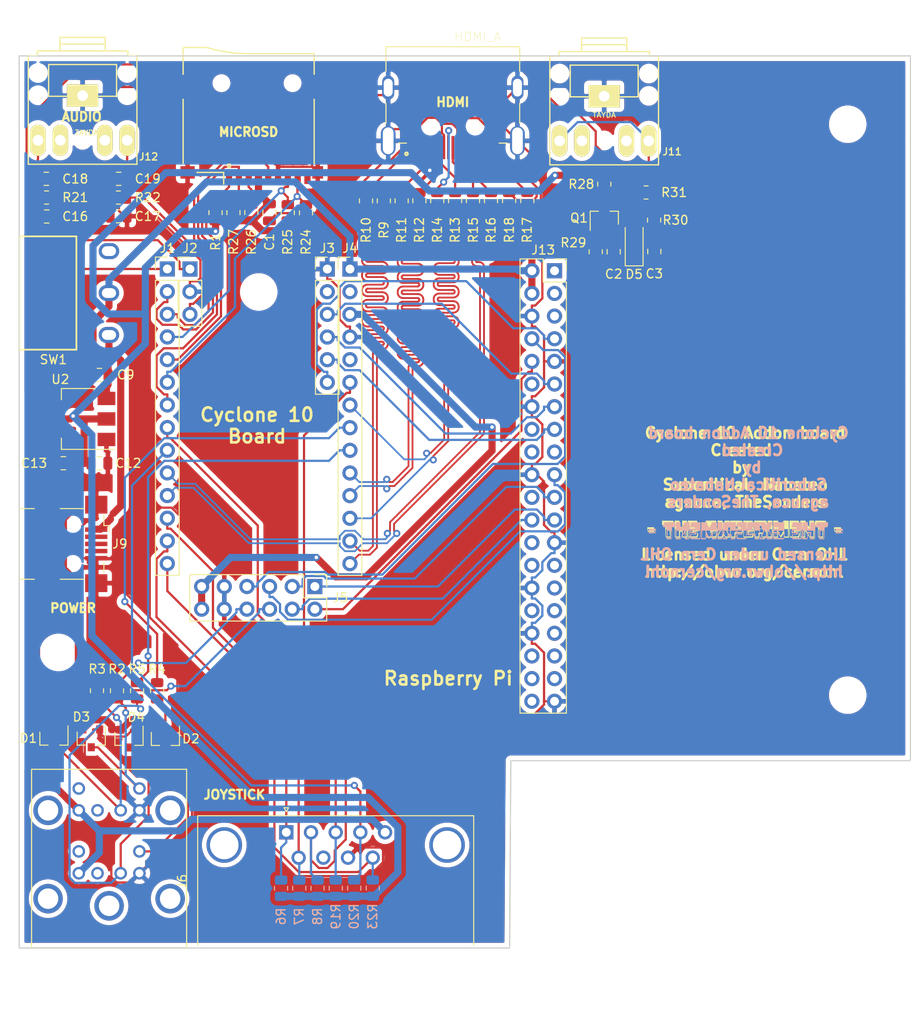
<source format=kicad_pcb>
(kicad_pcb (version 20171130) (host pcbnew "(5.1.8)-1")
  (layers (0 F.Cu signal) (31 B.Cu signal) (34 B.Paste user) (35 F.Paste user) (36 B.SilkS user) (37 F.SilkS user) (38 B.Mask user) (39 F.Mask user) (44 Edge.Cuts user))
  (net 0 "")
  (net 1 "Net-(J3-Pad2)")
  (net 2 GND)
  (net 3 TMS)
  (net 4 TDI)
  (net 5 TDO)
  (net 6 TCK)
  (net 7 RESET)
  (net 8 +3.3V)
  (net 9 VIN)
  (net 10 +5V)
  (net 11 +3.3VP)
  (net 12 J14_JOY_UP)
  (net 13 K16_JOY_FIRE2)
  (net 14 K15_JOY_FIRE1)
  (net 15 TMDSC_N)
  (net 16 TMDSC_P)
  (net 17 N16_JOY_RIGHT)
  (net 18 T15_JOY_LEFT)
  (net 19 R14_SD_DATA2)
  (net 20 P14_SD_DATA1)
  (net 21 T14_SD_MOSI)
  (net 22 R13_SD_MISO)
  (net 23 T13_SD_CLK)
  (net 24 R12_SD_CS)
  (net 25 TMDS_2_P)
  (net 26 TMDS_2_N)
  (net 27 TMDS_0_P)
  (net 28 TMDS_1_N)
  (net 29 TMDS_1_P)
  (net 30 TMDS_0_N)
  (net 31 R1_JOY_DOWN)
  (net 32 "Net-(J7-Pad9)")
  (net 33 "Net-(J8-Pad19)")
  (net 34 "Net-(J8-Pad18)")
  (net 35 "Net-(J8-Pad16)")
  (net 36 "Net-(J8-Pad15)")
  (net 37 "Net-(J8-Pad14)")
  (net 38 "Net-(J8-Pad13)")
  (net 39 "Net-(J8-Pad12)")
  (net 40 "Net-(J8-Pad10)")
  (net 41 "Net-(J8-Pad9)")
  (net 42 "Net-(J8-Pad7)")
  (net 43 "Net-(J8-Pad6)")
  (net 44 "Net-(J8-Pad4)")
  (net 45 "Net-(J8-Pad3)")
  (net 46 "Net-(J8-Pad1)")
  (net 47 "Net-(J9-Pad4)")
  (net 48 "Net-(J9-Pad3)")
  (net 49 "Net-(J9-Pad2)")
  (net 50 IN_5V)
  (net 51 "Net-(SW1-Pad3)")
  (net 52 "Net-(D1-Pad3)")
  (net 53 "Net-(D2-Pad3)")
  (net 54 "Net-(D3-Pad3)")
  (net 55 "Net-(D4-Pad3)")
  (net 56 "Net-(J10-Pad2)")
  (net 57 "Net-(J10-Pad6)")
  (net 58 K2_KDAT)
  (net 59 L2_KCLK)
  (net 60 B16_MDAT)
  (net 61 C16_MCLK)
  (net 62 "Net-(C16-Pad2)")
  (net 63 "Net-(C17-Pad2)")
  (net 64 "Net-(C18-Pad2)")
  (net 65 "Net-(C19-Pad2)")
  (net 66 "Net-(J12-Pad11)")
  (net 67 "Net-(J12-Pad10)")
  (net 68 R11_RIGHT)
  (net 69 T12_LEFT)
  (net 70 F13_PI_CLK)
  (net 71 D15_PI_TX)
  (net 72 F15_PI_MISO)
  (net 73 C15_PI_CS)
  (net 74 F16_PI_MOSI)
  (net 75 D16_PI_RX)
  (net 76 "Net-(J13-Pad40)")
  (net 77 "Net-(J13-Pad38)")
  (net 78 "Net-(J13-Pad37)")
  (net 79 "Net-(J13-Pad36)")
  (net 80 "Net-(J13-Pad35)")
  (net 81 "Net-(J13-Pad33)")
  (net 82 "Net-(J13-Pad32)")
  (net 83 "Net-(J13-Pad31)")
  (net 84 "Net-(J13-Pad29)")
  (net 85 "Net-(J13-Pad28)")
  (net 86 "Net-(J13-Pad27)")
  (net 87 "Net-(J13-Pad26)")
  (net 88 "Net-(J13-Pad22)")
  (net 89 "Net-(J13-Pad18)")
  (net 90 "Net-(J13-Pad17)")
  (net 91 "Net-(J13-Pad16)")
  (net 92 "Net-(J13-Pad12)")
  (net 93 "Net-(J13-Pad5)")
  (net 94 "Net-(J13-Pad3)")
  (net 95 "Net-(J13-Pad1)")
  (net 96 "Net-(J10-Pad12)")
  (net 97 "Net-(J10-Pad8)")
  (net 98 "Net-(C2-Pad2)")
  (net 99 "Net-(C3-Pad2)")
  (net 100 "Net-(J11-Pad2)")
  (net 101 "Net-(J11-Pad11)")
  (net 102 "Net-(J11-Pad10)")
  (net 103 EAR)
  (net 104 "Net-(Q1-Pad1)")
  (net 105 "Net-(J6-Pad7)")
  (module Componentes:Logo_Experiment (layer B.Cu) (at 107.9246 72.64908 180)
    (fp_text reference G*** hide)
    (fp_text value LOGO hide)
  )
  (module Componentes:Logo_Experiment (layer F.Cu) (at 107.70108 72.47128)
    (fp_text reference G*** hide)
    (fp_text value LOGO hide)
  )
  (module Resistor_SMD:R_0805_2012Metric (layer F.Cu) (at 96.713 34.7929 180)
    (fp_text reference R31 (at -3.14452 0) (layer F.SilkS))
    (fp_text value 10K)
    (pad 2 smd roundrect (at 0.9125 0 180) (size 1.025 1.4) (layers F.Cu F.Paste F.Mask) (roundrect_rratio 0.243902) (net 2 GND))
    (pad 1 smd roundrect (at -0.9125 0 180) (size 1.025 1.4) (layers F.Cu F.Paste F.Mask) (roundrect_rratio 0.243902) (net 100 "Net-(J11-Pad2)"))
  )
  (module Resistor_SMD:R_0805_2012Metric (layer F.Cu) (at 97.6122 37.8917 90)
    (fp_text reference R30 (at 0 2.40792 180) (layer F.SilkS))
    (fp_text value 10K)
    (pad 2 smd roundrect (at 0.9125 0 90) (size 1.025 1.4) (layers F.Cu F.Paste F.Mask) (roundrect_rratio 0.243902) (net 100 "Net-(J11-Pad2)"))
    (pad 1 smd roundrect (at -0.9125 0 90) (size 1.025 1.4) (layers F.Cu F.Paste F.Mask) (roundrect_rratio 0.243902) (net 99 "Net-(C3-Pad2)"))
  )
  (module Resistor_SMD:R_0805_2012Metric (layer F.Cu) (at 91.0641 41.4325 270)
    (fp_text reference R29 (at -1.00584 2.50444 180) (layer F.SilkS))
    (fp_text value 10K)
    (pad 2 smd roundrect (at 0.9125 0 270) (size 1.025 1.4) (layers F.Cu F.Paste F.Mask) (roundrect_rratio 0.243902) (net 98 "Net-(C2-Pad2)"))
    (pad 1 smd roundrect (at -0.9125 0 270) (size 1.025 1.4) (layers F.Cu F.Paste F.Mask) (roundrect_rratio 0.243902) (net 104 "Net-(Q1-Pad1)"))
  )
  (module Resistor_SMD:R_0805_2012Metric (layer F.Cu) (at 92.0242 33.8582 270)
    (fp_text reference R28 (at 0.00508 2.57556 180) (layer F.SilkS))
    (fp_text value 10K)
    (pad 2 smd roundrect (at 0.9125 0 270) (size 1.025 1.4) (layers F.Cu F.Paste F.Mask) (roundrect_rratio 0.243902) (net 103 EAR))
    (pad 1 smd roundrect (at -0.9125 0 270) (size 1.025 1.4) (layers F.Cu F.Paste F.Mask) (roundrect_rratio 0.243902) (net 11 +3.3VP))
  )
  (module Package_TO_SOT_SMD:SOT-23 (layer F.Cu) (at 92.0242 37.653 90)
    (fp_text reference Q1 (at 0 -2.82956 180) (layer F.SilkS))
    (fp_text value BC846)
    (pad 3 smd rect (at 1 0 90) (size 0.9 0.8) (layers F.Cu F.Paste F.Mask) (net 103 EAR))
    (pad 2 smd rect (at -1 0.95 90) (size 0.9 0.8) (layers F.Cu F.Paste F.Mask) (net 2 GND))
    (pad 1 smd rect (at -1 -0.95 90) (size 0.9 0.8) (layers F.Cu F.Paste F.Mask) (net 104 "Net-(Q1-Pad1)"))
  )
  (module Componentes:Tayda_Audio_Bien (layer F.Cu) (at 92.014 25.5981)
    (fp_text reference J11 (at 7.62512 4.61774) (layer F.SilkS) (effects (font (size 0.8 0.8))))
    (fp_text value TAYDA (at 0 0.508) (layer F.SilkS) (effects (font (size 0.6 0.6) (thickness 0.1))))
    (pad Hole np_thru_hole circle (at -5 -4.135 180) (size 1.2 1.2) (drill 1.2) (layers *.Cu *.Mask F.SilkS))
    (pad Hole np_thru_hole circle (at 5 -4.135 180) (size 1.2 1.2) (drill 1.2) (layers *.Cu *.Mask F.SilkS))
    (pad Hole np_thru_hole circle (at 0 3.365 180) (size 1.2 1.2) (drill 1.2) (layers *.Cu *.Mask F.SilkS))
    (pad Hole np_thru_hole circle (at -5 -1.635 180) (size 1.2 1.2) (drill 1.2) (layers *.Cu *.Mask F.SilkS))
    (pad Hole np_thru_hole circle (at 5 -1.635 180) (size 1.2 1.2) (drill 1.2) (layers *.Cu *.Mask F.SilkS))
    (pad 1 thru_hole rect (at 0 -1.596) (size 3.5 2.5) (drill 1.2) (layers *.Cu *.Mask F.SilkS) (net 2 GND))
    (pad 3 thru_hole oval (at 5 3.41) (size 1.75 3.5) (drill 1.2) (layers *.Cu *.Mask F.SilkS) (net 100 "Net-(J11-Pad2)"))
    (pad 2 thru_hole oval (at -5 3.41) (size 1.75 3.5) (drill 1.2) (layers *.Cu *.Mask F.SilkS) (net 100 "Net-(J11-Pad2)"))
    (pad 11 thru_hole oval (at 2.5 3.41) (size 1.75 3.5) (drill 1.2) (layers *.Cu *.Mask F.SilkS) (net 101 "Net-(J11-Pad11)"))
    (pad 10 thru_hole oval (at -2.5 3.41) (size 1.75 3.5) (drill 1.2) (layers *.Cu *.Mask F.SilkS) (net 102 "Net-(J11-Pad10)"))
  )
  (module Diode_SMD:D_MiniMELF (layer F.Cu) (at 95.377 40.4673 90)
    (fp_text reference D5 (at -3.49504 -0.00508 180) (layer F.SilkS))
    (fp_text value 1N4148)
    (pad 2 smd rect (at 1.75 0 90) (size 1.3 1.7) (layers F.Cu F.Paste F.Mask) (net 2 GND))
    (pad 1 smd rect (at -1.75 0 90) (size 1.3 1.7) (layers F.Cu F.Paste F.Mask) (net 98 "Net-(C2-Pad2)"))
  )
  (module Capacitor_SMD:C_0805_2012Metric (layer F.Cu) (at 97.6376 41.4071 90)
    (fp_text reference C3 (at -2.49428 0 180) (layer F.SilkS))
    (fp_text value 100nF)
    (pad 2 smd roundrect (at 0.95 0 90) (size 1 1.45) (layers F.Cu F.Paste F.Mask) (net 99 "Net-(C3-Pad2)"))
    (pad 1 smd roundrect (at -0.95 0 90) (size 1 1.45) (layers F.Cu F.Paste F.Mask) (net 98 "Net-(C2-Pad2)"))
  )
  (module Capacitor_SMD:C_0805_2012Metric (layer F.Cu) (at 93.0808 41.4376 270)
    (fp_text reference C2 (at 2.49936 0 180) (layer F.SilkS))
    (fp_text value 10nF)
    (pad 2 smd roundrect (at 0.95 0 270) (size 1 1.45) (layers F.Cu F.Paste F.Mask) (net 98 "Net-(C2-Pad2)"))
    (pad 1 smd roundrect (at -0.95 0 270) (size 1 1.45) (layers F.Cu F.Paste F.Mask) (net 2 GND))
  )
  (module Capacitor_SMD:C_0805_2012Metric (layer F.Cu) (at 54.4576 37.023 90)
    (fp_text reference C1 (at -3.32232 0.00004 90) (layer F.SilkS))
    (fp_text value 100nF)
    (pad 2 smd roundrect (at 0.95 0 90) (size 1 1.45) (layers F.Cu F.Paste F.Mask) (net 11 +3.3VP))
    (pad 1 smd roundrect (at -0.95 0 90) (size 1 1.45) (layers F.Cu F.Paste F.Mask) (net 2 GND))
  )
  (module Resistor_SMD:R_0805_2012Metric (layer F.Cu) (at 50.419 37.051 90)
    (fp_text reference R27 (at -3.29438 0.00508 90) (layer F.SilkS))
    (fp_text value 10K)
    (pad 2 smd roundrect (at 0.9125 0 90) (size 1.025 1.4) (layers F.Cu F.Paste F.Mask) (roundrect_rratio 0.243902) (net 24 R12_SD_CS))
    (pad 1 smd roundrect (at -0.9125 0 90) (size 1.025 1.4) (layers F.Cu F.Paste F.Mask) (roundrect_rratio 0.243902) (net 11 +3.3VP))
  )
  (module Resistor_SMD:R_0805_2012Metric (layer F.Cu) (at 52.4256 37.0459 90)
    (fp_text reference R26 (at -3.29946 0 90) (layer F.SilkS))
    (fp_text value 10K)
    (pad 2 smd roundrect (at 0.9125 0 90) (size 1.025 1.4) (layers F.Cu F.Paste F.Mask) (roundrect_rratio 0.243902) (net 21 T14_SD_MOSI))
    (pad 1 smd roundrect (at -0.9125 0 90) (size 1.025 1.4) (layers F.Cu F.Paste F.Mask) (roundrect_rratio 0.243902) (net 11 +3.3VP))
  )
  (module Resistor_SMD:R_0805_2012Metric (layer F.Cu) (at 56.515 37.0662 90)
    (fp_text reference R25 (at -3.27914 -0.01524 90) (layer F.SilkS))
    (fp_text value 10K)
    (pad 2 smd roundrect (at 0.9125 0 90) (size 1.025 1.4) (layers F.Cu F.Paste F.Mask) (roundrect_rratio 0.243902) (net 22 R13_SD_MISO))
    (pad 1 smd roundrect (at -0.9125 0 90) (size 1.025 1.4) (layers F.Cu F.Paste F.Mask) (roundrect_rratio 0.243902) (net 11 +3.3VP))
  )
  (module Resistor_SMD:R_0805_2012Metric (layer F.Cu) (at 58.5597 37.0764 90)
    (fp_text reference R24 (at -3.26898 -0.00254 90) (layer F.SilkS))
    (fp_text value 10K)
    (pad 2 smd roundrect (at 0.9125 0 90) (size 1.025 1.4) (layers F.Cu F.Paste F.Mask) (roundrect_rratio 0.243902) (net 20 P14_SD_DATA1))
    (pad 1 smd roundrect (at -0.9125 0 90) (size 1.025 1.4) (layers F.Cu F.Paste F.Mask) (roundrect_rratio 0.243902) (net 11 +3.3VP))
  )
  (module Resistor_SMD:R_0805_2012Metric (layer B.Cu) (at 66.0476 112.768 90)
    (fp_text reference R23 (at -3.18262 -0.01016 90) (layer B.SilkS) (effects (justify mirror)))
    (fp_text value 10K)
    (pad 2 smd roundrect (at 0.9125 0 90) (size 1.025 1.4) (layers B.Cu B.Paste B.Mask) (roundrect_rratio 0.243902) (net 13 K16_JOY_FIRE2))
    (pad 1 smd roundrect (at -0.9125 0 90) (size 1.025 1.4) (layers B.Cu B.Paste B.Mask) (roundrect_rratio 0.243902) (net 11 +3.3VP))
  )
  (module Resistor_SMD:R_0805_2012Metric (layer B.Cu) (at 63.9699 112.773 90)
    (fp_text reference R20 (at -3.17754 -0.01778 90) (layer B.SilkS) (effects (justify mirror)))
    (fp_text value 10K)
    (pad 2 smd roundrect (at 0.9125 0 90) (size 1.025 1.4) (layers B.Cu B.Paste B.Mask) (roundrect_rratio 0.243902) (net 17 N16_JOY_RIGHT))
    (pad 1 smd roundrect (at -0.9125 0 90) (size 1.025 1.4) (layers B.Cu B.Paste B.Mask) (roundrect_rratio 0.243902) (net 11 +3.3VP))
  )
  (module Resistor_SMD:R_0805_2012Metric (layer B.Cu) (at 61.8973 112.781 90)
    (fp_text reference R19 (at -3.16992 0.0127 90) (layer B.SilkS) (effects (justify mirror)))
    (fp_text value 10K)
    (pad 2 smd roundrect (at 0.9125 0 90) (size 1.025 1.4) (layers B.Cu B.Paste B.Mask) (roundrect_rratio 0.243902) (net 18 T15_JOY_LEFT))
    (pad 1 smd roundrect (at -0.9125 0 90) (size 1.025 1.4) (layers B.Cu B.Paste B.Mask) (roundrect_rratio 0.243902) (net 11 +3.3VP))
  )
  (module Resistor_SMD:R_0805_2012Metric (layer B.Cu) (at 59.8526 112.781 90)
    (fp_text reference R8 (at -3.16992 0 90) (layer B.SilkS) (effects (justify mirror)))
    (fp_text value 10K)
    (pad 2 smd roundrect (at 0.9125 0 90) (size 1.025 1.4) (layers B.Cu B.Paste B.Mask) (roundrect_rratio 0.243902) (net 31 R1_JOY_DOWN))
    (pad 1 smd roundrect (at -0.9125 0 90) (size 1.025 1.4) (layers B.Cu B.Paste B.Mask) (roundrect_rratio 0.243902) (net 11 +3.3VP))
  )
  (module Resistor_SMD:R_0805_2012Metric (layer B.Cu) (at 57.8053 112.786 90)
    (fp_text reference R7 (at -3.16484 -0.00508 90) (layer B.SilkS) (effects (justify mirror)))
    (fp_text value 10K)
    (pad 2 smd roundrect (at 0.9125 0 90) (size 1.025 1.4) (layers B.Cu B.Paste B.Mask) (roundrect_rratio 0.243902) (net 14 K15_JOY_FIRE1))
    (pad 1 smd roundrect (at -0.9125 0 90) (size 1.025 1.4) (layers B.Cu B.Paste B.Mask) (roundrect_rratio 0.243902) (net 11 +3.3VP))
  )
  (module Resistor_SMD:R_0805_2012Metric (layer B.Cu) (at 55.7606 112.786 90)
    (fp_text reference R6 (at -3.16484 0.00254 90) (layer B.SilkS) (effects (justify mirror)))
    (fp_text value 10K)
    (pad 2 smd roundrect (at 0.9125 0 90) (size 1.025 1.4) (layers B.Cu B.Paste B.Mask) (roundrect_rratio 0.243902) (net 12 J14_JOY_UP))
    (pad 1 smd roundrect (at -0.9125 0 90) (size 1.025 1.4) (layers B.Cu B.Paste B.Mask) (roundrect_rratio 0.243902) (net 11 +3.3VP))
  )
  (module Resistor_SMD:R_0805_2012Metric (layer F.Cu) (at 39.6062 90.6475 270)
    (fp_text reference R5 (at -2.43078 -0.00508 180) (layer F.SilkS))
    (fp_text value 510)
    (pad 2 smd roundrect (at 0.9125 0 270) (size 1.025 1.4) (layers F.Cu F.Paste F.Mask) (roundrect_rratio 0.243902) (net 55 "Net-(D4-Pad3)"))
    (pad 1 smd roundrect (at -0.9125 0 270) (size 1.025 1.4) (layers F.Cu F.Paste F.Mask) (roundrect_rratio 0.243902) (net 58 K2_KDAT))
  )
  (module Resistor_SMD:R_0805_2012Metric (layer F.Cu) (at 41.8567 90.6551 270)
    (fp_text reference R4 (at -2.4384 0 180) (layer F.SilkS))
    (fp_text value 510)
    (pad 2 smd roundrect (at 0.9125 0 270) (size 1.025 1.4) (layers F.Cu F.Paste F.Mask) (roundrect_rratio 0.243902) (net 53 "Net-(D2-Pad3)"))
    (pad 1 smd roundrect (at -0.9125 0 270) (size 1.025 1.4) (layers F.Cu F.Paste F.Mask) (roundrect_rratio 0.243902) (net 59 L2_KCLK))
  )
  (module Resistor_SMD:R_0805_2012Metric (layer F.Cu) (at 35.1104 90.6424 270)
    (fp_text reference R3 (at -2.4257 -0.01778 180) (layer F.SilkS))
    (fp_text value 510)
    (pad 2 smd roundrect (at 0.9125 0 270) (size 1.025 1.4) (layers F.Cu F.Paste F.Mask) (roundrect_rratio 0.243902) (net 52 "Net-(D1-Pad3)"))
    (pad 1 smd roundrect (at -0.9125 0 270) (size 1.025 1.4) (layers F.Cu F.Paste F.Mask) (roundrect_rratio 0.243902) (net 60 B16_MDAT))
  )
  (module Resistor_SMD:R_0805_2012Metric (layer F.Cu) (at 37.3532 90.6526 270)
    (fp_text reference R2 (at -2.43586 0 180) (layer F.SilkS))
    (fp_text value 510)
    (pad 2 smd roundrect (at 0.9125 0 270) (size 1.025 1.4) (layers F.Cu F.Paste F.Mask) (roundrect_rratio 0.243902) (net 54 "Net-(D3-Pad3)"))
    (pad 1 smd roundrect (at -0.9125 0 270) (size 1.025 1.4) (layers F.Cu F.Paste F.Mask) (roundrect_rratio 0.243902) (net 61 C16_MCLK))
  )
  (module Resistor_SMD:R_0805_2012Metric (layer F.Cu) (at 81.3486 35.7124 270)
    (fp_text reference R18 (at 3.29184 -0.0127 90) (layer F.SilkS))
    (fp_text value 270)
    (pad 2 smd roundrect (at 0.9125 0 270) (size 1.025 1.4) (layers F.Cu F.Paste F.Mask) (roundrect_rratio 0.243902) (net 10 +5V))
    (pad 1 smd roundrect (at -0.9125 0 270) (size 1.025 1.4) (layers F.Cu F.Paste F.Mask) (roundrect_rratio 0.243902) (net 34 "Net-(J8-Pad18)"))
  )
  (module Resistor_SMD:R_0805_2012Metric (layer F.Cu) (at 37.5082 35.3644)
    (fp_text reference R22 (at 3.29692 0) (layer F.SilkS))
    (fp_text value 1K)
    (pad 2 smd roundrect (at 0.9125 0) (size 1.025 1.4) (layers F.Cu F.Paste F.Mask) (roundrect_rratio 0.243902) (net 68 R11_RIGHT))
    (pad 1 smd roundrect (at -0.9125 0) (size 1.025 1.4) (layers F.Cu F.Paste F.Mask) (roundrect_rratio 0.243902) (net 63 "Net-(C17-Pad2)"))
  )
  (module Resistor_SMD:R_0805_2012Metric (layer F.Cu) (at 29.4488 35.3593 180)
    (fp_text reference R21 (at -3.22326 0.00254) (layer F.SilkS))
    (fp_text value 1K)
    (pad 2 smd roundrect (at 0.9125 0 180) (size 1.025 1.4) (layers F.Cu F.Paste F.Mask) (roundrect_rratio 0.243902) (net 69 T12_LEFT))
    (pad 1 smd roundrect (at -0.9125 0 180) (size 1.025 1.4) (layers F.Cu F.Paste F.Mask) (roundrect_rratio 0.243902) (net 62 "Net-(C16-Pad2)"))
  )
  (module Resistor_SMD:R_0805_2012Metric (layer F.Cu) (at 83.3907 35.7073 90)
    (fp_text reference R17 (at -3.29692 -0.02286 90) (layer F.SilkS))
    (fp_text value 1K)
    (pad 2 smd roundrect (at 0.9125 0 90) (size 1.025 1.4) (layers F.Cu F.Paste F.Mask) (roundrect_rratio 0.243902) (net 33 "Net-(J8-Pad19)"))
    (pad 1 smd roundrect (at -0.9125 0 90) (size 1.025 1.4) (layers F.Cu F.Paste F.Mask) (roundrect_rratio 0.243902) (net 2 GND))
  )
  (module Resistor_SMD:R_0805_2012Metric (layer F.Cu) (at 79.3166 35.72 270)
    (fp_text reference R16 (at 3.28422 0.00508 90) (layer F.SilkS))
    (fp_text value 270)
    (pad 2 smd roundrect (at 0.9125 0 270) (size 1.025 1.4) (layers F.Cu F.Paste F.Mask) (roundrect_rratio 0.243902) (net 15 TMDSC_N))
    (pad 1 smd roundrect (at -0.9125 0 270) (size 1.025 1.4) (layers F.Cu F.Paste F.Mask) (roundrect_rratio 0.243902) (net 39 "Net-(J8-Pad12)"))
  )
  (module Resistor_SMD:R_0805_2012Metric (layer F.Cu) (at 77.2973 35.72 270)
    (fp_text reference R15 (at 3.28422 -0.02794 90) (layer F.SilkS))
    (fp_text value 270)
    (pad 2 smd roundrect (at 0.9125 0 270) (size 1.025 1.4) (layers F.Cu F.Paste F.Mask) (roundrect_rratio 0.243902) (net 16 TMDSC_P))
    (pad 1 smd roundrect (at -0.9125 0 270) (size 1.025 1.4) (layers F.Cu F.Paste F.Mask) (roundrect_rratio 0.243902) (net 40 "Net-(J8-Pad10)"))
  )
  (module Resistor_SMD:R_0805_2012Metric (layer F.Cu) (at 73.2866 35.7226 270)
    (fp_text reference R14 (at 3.28168 -0.00508 90) (layer F.SilkS))
    (fp_text value 270)
    (pad 2 smd roundrect (at 0.9125 0 270) (size 1.025 1.4) (layers F.Cu F.Paste F.Mask) (roundrect_rratio 0.243902) (net 30 TMDS_0_N))
    (pad 1 smd roundrect (at -0.9125 0 270) (size 1.025 1.4) (layers F.Cu F.Paste F.Mask) (roundrect_rratio 0.243902) (net 41 "Net-(J8-Pad9)"))
  )
  (module Resistor_SMD:R_0805_2012Metric (layer F.Cu) (at 75.2932 35.7175 270)
    (fp_text reference R13 (at 3.28676 0.00508 90) (layer F.SilkS))
    (fp_text value 270)
    (pad 2 smd roundrect (at 0.9125 0 270) (size 1.025 1.4) (layers F.Cu F.Paste F.Mask) (roundrect_rratio 0.243902) (net 27 TMDS_0_P))
    (pad 1 smd roundrect (at -0.9125 0 270) (size 1.025 1.4) (layers F.Cu F.Paste F.Mask) (roundrect_rratio 0.243902) (net 42 "Net-(J8-Pad7)"))
  )
  (module Resistor_SMD:R_0805_2012Metric (layer F.Cu) (at 71.2826 35.7226 270)
    (fp_text reference R12 (at 3.28168 0.00508 90) (layer F.SilkS))
    (fp_text value 270)
    (pad 2 smd roundrect (at 0.9125 0 270) (size 1.025 1.4) (layers F.Cu F.Paste F.Mask) (roundrect_rratio 0.243902) (net 28 TMDS_1_N))
    (pad 1 smd roundrect (at -0.9125 0 270) (size 1.025 1.4) (layers F.Cu F.Paste F.Mask) (roundrect_rratio 0.243902) (net 43 "Net-(J8-Pad6)"))
  )
  (module Resistor_SMD:R_0805_2012Metric (layer F.Cu) (at 69.2887 35.7251 270)
    (fp_text reference R11 (at 3.27914 0.01016 90) (layer F.SilkS))
    (fp_text value 270)
    (pad 2 smd roundrect (at 0.9125 0 270) (size 1.025 1.4) (layers F.Cu F.Paste F.Mask) (roundrect_rratio 0.243902) (net 29 TMDS_1_P))
    (pad 1 smd roundrect (at -0.9125 0 270) (size 1.025 1.4) (layers F.Cu F.Paste F.Mask) (roundrect_rratio 0.243902) (net 44 "Net-(J8-Pad4)"))
  )
  (module Resistor_SMD:R_0805_2012Metric (layer F.Cu) (at 65.2932 35.7327 270)
    (fp_text reference R10 (at 3.27152 -0.00254 90) (layer F.SilkS))
    (fp_text value 270)
    (pad 2 smd roundrect (at 0.9125 0 270) (size 1.025 1.4) (layers F.Cu F.Paste F.Mask) (roundrect_rratio 0.243902) (net 26 TMDS_2_N))
    (pad 1 smd roundrect (at -0.9125 0 270) (size 1.025 1.4) (layers F.Cu F.Paste F.Mask) (roundrect_rratio 0.243902) (net 45 "Net-(J8-Pad3)"))
  )
  (module Resistor_SMD:R_0805_2012Metric (layer F.Cu) (at 67.2922 35.7302 270)
    (fp_text reference R9 (at 3.27406 -0.00508 90) (layer F.SilkS))
    (fp_text value 270)
    (pad 2 smd roundrect (at 0.9125 0 270) (size 1.025 1.4) (layers F.Cu F.Paste F.Mask) (roundrect_rratio 0.243902) (net 25 TMDS_2_P))
    (pad 1 smd roundrect (at -0.9125 0 270) (size 1.025 1.4) (layers F.Cu F.Paste F.Mask) (roundrect_rratio 0.243902) (net 46 "Net-(J8-Pad1)"))
  )
  (module Capacitor_SMD:C_0805_2012Metric (layer F.Cu) (at 37.5387 33.2638)
    (fp_text reference C19 (at 3.26644 0) (layer F.SilkS))
    (fp_text value 10uF)
    (pad 2 smd roundrect (at 0.95 0) (size 1 1.45) (layers F.Cu F.Paste F.Mask) (net 65 "Net-(C19-Pad2)"))
    (pad 1 smd roundrect (at -0.95 0) (size 1 1.45) (layers F.Cu F.Paste F.Mask) (net 63 "Net-(C17-Pad2)"))
  )
  (module Capacitor_SMD:C_0805_2012Metric (layer F.Cu) (at 29.4234 33.2638 180)
    (fp_text reference C18 (at -3.24866 -0.0127) (layer F.SilkS))
    (fp_text value 10uF)
    (pad 2 smd roundrect (at 0.95 0 180) (size 1 1.45) (layers F.Cu F.Paste F.Mask) (net 64 "Net-(C18-Pad2)"))
    (pad 1 smd roundrect (at -0.95 0 180) (size 1 1.45) (layers F.Cu F.Paste F.Mask) (net 62 "Net-(C16-Pad2)"))
  )
  (module Capacitor_SMD:C_0805_2012Metric (layer F.Cu) (at 37.5336 37.4574 180)
    (fp_text reference C17 (at -3.27152 -0.0127) (layer F.SilkS))
    (fp_text value 10nF)
    (pad 2 smd roundrect (at 0.95 0 180) (size 1 1.45) (layers F.Cu F.Paste F.Mask) (net 63 "Net-(C17-Pad2)"))
    (pad 1 smd roundrect (at -0.95 0 180) (size 1 1.45) (layers F.Cu F.Paste F.Mask) (net 2 GND))
  )
  (module Capacitor_SMD:C_0805_2012Metric (layer F.Cu) (at 29.464 37.4853)
    (fp_text reference C16 (at 3.20802 0) (layer F.SilkS))
    (fp_text value 10nF)
    (pad 2 smd roundrect (at 0.95 0) (size 1 1.45) (layers F.Cu F.Paste F.Mask) (net 62 "Net-(C16-Pad2)"))
    (pad 1 smd roundrect (at -0.95 0) (size 1 1.45) (layers F.Cu F.Paste F.Mask) (net 2 GND))
  )
  (module Capacitor_SMD:C_0805_2012Metric (layer F.Cu) (at 31.336 65.1434)
    (fp_text reference C13 (at -3.2766 0) (layer F.SilkS))
    (fp_text value 100nF)
    (pad 2 smd roundrect (at 0.95 0) (size 1 1.45) (layers F.Cu F.Paste F.Mask) (net 11 +3.3VP))
    (pad 1 smd roundrect (at -0.95 0) (size 1 1.45) (layers F.Cu F.Paste F.Mask) (net 2 GND))
  )
  (module Capacitor_SMD:C_0805_2012Metric (layer F.Cu) (at 35.3771 65.1434)
    (fp_text reference C12 (at 3.24614 -0.0051) (layer F.SilkS))
    (fp_text value 10uF)
    (pad 2 smd roundrect (at 0.95 0) (size 1 1.45) (layers F.Cu F.Paste F.Mask) (net 2 GND))
    (pad 1 smd roundrect (at -0.95 0) (size 1 1.45) (layers F.Cu F.Paste F.Mask) (net 11 +3.3VP))
  )
  (module Capacitor_SMD:C_0805_2012Metric (layer F.Cu) (at 35.3898 55.245 180)
    (fp_text reference C9 (at -2.94896 0.0127) (layer F.SilkS))
    (fp_text value 10uF)
    (pad 2 smd roundrect (at 0.95 0 180) (size 1 1.45) (layers F.Cu F.Paste F.Mask) (net 2 GND))
    (pad 1 smd roundrect (at -0.95 0 180) (size 1 1.45) (layers F.Cu F.Paste F.Mask) (net 10 +5V))
  )
  (module MountingHole:MountingHole_3.2mm_M3 (layer F.Cu) (at 30.7899 86.3498)
    (fp_text reference H4 hide)
    (fp_text value MountingHole)
    (pad 1 np_thru_hole circle (at 0 0) (size 3.2 3.2) (drill 3.2) (layers *.Cu *.Mask))
  )
  (module MountingHole:MountingHole_3.2mm_M3 (layer F.Cu) (at 119.339 91.145)
    (fp_text reference H3 hide)
    (fp_text value MountingHole)
    (pad 1 np_thru_hole circle (at 0 0) (size 3.2 3.2) (drill 3.2) (layers *.Cu *.Mask))
  )
  (module MountingHole:MountingHole_3.2mm_M3 (layer F.Cu) (at 119.339 27.145)
    (fp_text reference H2 hide)
    (fp_text value MountingHole)
    (pad 1 np_thru_hole circle (at 0 0) (size 3.2 3.2) (drill 3.2) (layers *.Cu *.Mask))
  )
  (module MountingHole:MountingHole_3.2mm_M3 (layer F.Cu) (at 53.2587 45.9461)
    (fp_text reference H1 hide)
    (fp_text value MountingHole)
    (pad 1 np_thru_hole circle (at 0 0) (size 3.2 3.2) (drill 3.2) (layers *.Cu *.Mask))
  )
  (module Componentes:PS2_DOBLE (layer F.Cu) (at 36.4693 104.054)
    (fp_text reference J10 hide)
    (fp_text value Conn_01x12 hide)
    (fp_text user 12 (at 2.54 5.08) (layer Edge.Cuts) (effects (font (thickness 0.05))))
    (fp_text user 1 (at -4.445 -1.905) (layer Edge.Cuts) (effects (font (thickness 0.05))))
    (pad Z5 thru_hole circle (at 6.85 9.9) (size 3.316 3.316) (drill 2.3) (layers *.Cu *.Mask))
    (pad Z4 thru_hole circle (at 0 10.7) (size 3.316 3.316) (drill 2.3) (layers *.Cu *.Mask))
    (pad Z3 thru_hole circle (at -6.85 9.9) (size 3.316 3.316) (drill 2.3) (layers *.Cu *.Mask))
    (pad Z2 thru_hole circle (at 6.85 0) (size 3.316 3.316) (drill 2.3) (layers *.Cu *.Mask))
    (pad Z1 thru_hole circle (at -6.85 0) (size 3.316 3.316) (drill 2.3) (layers *.Cu *.Mask))
    (pad 3 thru_hole circle (at 3.4 7.05) (size 1.408 1.408) (drill 0.9) (layers *.Cu *.Mask) (net 2 GND))
    (pad 1 thru_hole circle (at 1.3 7.05) (size 1.408 1.408) (drill 0.9) (layers *.Cu *.Mask) (net 55 "Net-(D4-Pad3)"))
    (pad 2 thru_hole circle (at -1.3 7.05) (size 1.408 1.408) (drill 0.9) (layers *.Cu *.Mask) (net 56 "Net-(J10-Pad2)"))
    (pad 4 thru_hole circle (at -3.4 7.05) (size 1.408 1.408) (drill 0.9) (layers *.Cu *.Mask) (net 10 +5V))
    (pad 5 thru_hole circle (at 3.4 4.6) (size 1.408 1.408) (drill 0.9) (layers *.Cu *.Mask) (net 53 "Net-(D2-Pad3)"))
    (pad 6 thru_hole circle (at -3.4 4.6) (size 1.408 1.408) (drill 0.9) (layers *.Cu *.Mask) (net 57 "Net-(J10-Pad6)"))
    (pad 11 thru_hole circle (at 3.4 -2.45) (size 1.408 1.408) (drill 0.9) (layers *.Cu *.Mask) (net 54 "Net-(D3-Pad3)"))
    (pad 12 thru_hole circle (at -3.4 -2.45) (size 1.408 1.408) (drill 0.9) (layers *.Cu *.Mask) (net 96 "Net-(J10-Pad12)"))
    (pad 10 thru_hole circle (at -3.4 0) (size 1.408 1.408) (drill 0.9) (layers *.Cu *.Mask) (net 10 +5V))
    (pad 9 thru_hole circle (at 3.4 0) (size 1.408 1.408) (drill 0.9) (layers *.Cu *.Mask) (net 2 GND))
    (pad 8 thru_hole circle (at -1.3 0) (size 1.408 1.408) (drill 0.9) (layers *.Cu *.Mask) (net 97 "Net-(J10-Pad8)"))
    (pad 7 thru_hole circle (at 1.3 0) (size 1.408 1.408) (drill 0.9) (layers *.Cu *.Mask) (net 52 "Net-(D1-Pad3)"))
  )
  (module Resistor_SMD:R_0805_2012Metric (layer F.Cu) (at 48.4099 37.0535 90)
    (fp_text reference R1 (at -3.29184 0.00002 90) (layer F.SilkS))
    (fp_text value 10K)
    (pad 2 smd roundrect (at 0.9125 0 90) (size 1.025 1.4) (layers F.Cu F.Paste F.Mask) (roundrect_rratio 0.2439014634146341) (net 19 R14_SD_DATA2))
    (pad 1 smd roundrect (at -0.9125 0 90) (size 1.025 1.4) (layers F.Cu F.Paste F.Mask) (roundrect_rratio 0.2439014634146341) (net 11 +3.3VP))
  )
  (module Componentes:Conector_PI (layer F.Cu) (at 79.5071 43.5686)
    (fp_text reference J13 (at 5.6642 -2.33) (layer F.SilkS))
    (fp_text value Raspberry_Pi_2_3)
    (pad 1 thru_hole rect (at 6.9342 0) (size 1.7 1.7) (drill 1) (layers *.Cu *.Mask) (net 95 "Net-(J13-Pad1)"))
    (pad 2 thru_hole oval (at 4.3942 0) (size 1.7 1.7) (drill 1) (layers *.Cu *.Mask) (net 10 +5V))
    (pad 3 thru_hole oval (at 6.9342 2.54) (size 1.7 1.7) (drill 1) (layers *.Cu *.Mask) (net 94 "Net-(J13-Pad3)"))
    (pad 4 thru_hole oval (at 4.3942 2.54) (size 1.7 1.7) (drill 1) (layers *.Cu *.Mask) (net 10 +5V))
    (pad 5 thru_hole oval (at 6.9342 5.08) (size 1.7 1.7) (drill 1) (layers *.Cu *.Mask) (net 93 "Net-(J13-Pad5)"))
    (pad 6 thru_hole oval (at 4.3942 5.08) (size 1.7 1.7) (drill 1) (layers *.Cu *.Mask) (net 2 GND))
    (pad 7 thru_hole oval (at 6.9342 7.62) (size 1.7 1.7) (drill 1) (layers *.Cu *.Mask) (net 3 TMS))
    (pad 8 thru_hole oval (at 4.3942 7.62) (size 1.7 1.7) (drill 1) (layers *.Cu *.Mask) (net 75 D16_PI_RX))
    (pad 9 thru_hole oval (at 6.9342 10.16) (size 1.7 1.7) (drill 1) (layers *.Cu *.Mask) (net 2 GND))
    (pad 10 thru_hole oval (at 4.3942 10.16) (size 1.7 1.7) (drill 1) (layers *.Cu *.Mask) (net 71 D15_PI_TX))
    (pad 11 thru_hole oval (at 6.9342 12.7) (size 1.7 1.7) (drill 1) (layers *.Cu *.Mask) (net 6 TCK))
    (pad 12 thru_hole oval (at 4.3942 12.7) (size 1.7 1.7) (drill 1) (layers *.Cu *.Mask) (net 92 "Net-(J13-Pad12)"))
    (pad 13 thru_hole oval (at 6.9342 15.24) (size 1.7 1.7) (drill 1) (layers *.Cu *.Mask) (net 5 TDO))
    (pad 14 thru_hole oval (at 4.3942 15.24) (size 1.7 1.7) (drill 1) (layers *.Cu *.Mask) (net 2 GND))
    (pad 15 thru_hole oval (at 6.9342 17.78) (size 1.7 1.7) (drill 1) (layers *.Cu *.Mask) (net 4 TDI))
    (pad 16 thru_hole oval (at 4.3942 17.78) (size 1.7 1.7) (drill 1) (layers *.Cu *.Mask) (net 91 "Net-(J13-Pad16)"))
    (pad 17 thru_hole oval (at 6.9342 20.32) (size 1.7 1.7) (drill 1) (layers *.Cu *.Mask) (net 90 "Net-(J13-Pad17)"))
    (pad 18 thru_hole oval (at 4.3942 20.32) (size 1.7 1.7) (drill 1) (layers *.Cu *.Mask) (net 89 "Net-(J13-Pad18)"))
    (pad 19 thru_hole oval (at 6.9342 22.86) (size 1.7 1.7) (drill 1) (layers *.Cu *.Mask) (net 74 F16_PI_MOSI))
    (pad 20 thru_hole oval (at 4.3942 22.86) (size 1.7 1.7) (drill 1) (layers *.Cu *.Mask) (net 2 GND))
    (pad 21 thru_hole oval (at 6.9342 25.4) (size 1.7 1.7) (drill 1) (layers *.Cu *.Mask) (net 72 F15_PI_MISO))
    (pad 22 thru_hole oval (at 4.3942 25.4) (size 1.7 1.7) (drill 1) (layers *.Cu *.Mask) (net 88 "Net-(J13-Pad22)"))
    (pad 23 thru_hole oval (at 6.9342 27.94) (size 1.7 1.7) (drill 1) (layers *.Cu *.Mask) (net 70 F13_PI_CLK))
    (pad 24 thru_hole oval (at 4.3942 27.94) (size 1.7 1.7) (drill 1) (layers *.Cu *.Mask) (net 73 C15_PI_CS))
    (pad 25 thru_hole oval (at 6.9342 30.48) (size 1.7 1.7) (drill 1) (layers *.Cu *.Mask) (net 2 GND))
    (pad 26 thru_hole oval (at 4.3942 30.48) (size 1.7 1.7) (drill 1) (layers *.Cu *.Mask) (net 87 "Net-(J13-Pad26)"))
    (pad 27 thru_hole oval (at 6.9342 33.02) (size 1.7 1.7) (drill 1) (layers *.Cu *.Mask) (net 86 "Net-(J13-Pad27)"))
    (pad 28 thru_hole oval (at 4.3942 33.02) (size 1.7 1.7) (drill 1) (layers *.Cu *.Mask) (net 85 "Net-(J13-Pad28)"))
    (pad 29 thru_hole oval (at 6.9342 35.56) (size 1.7 1.7) (drill 1) (layers *.Cu *.Mask) (net 84 "Net-(J13-Pad29)"))
    (pad 30 thru_hole oval (at 4.3942 35.56) (size 1.7 1.7) (drill 1) (layers *.Cu *.Mask) (net 2 GND))
    (pad 31 thru_hole oval (at 6.9342 38.1) (size 1.7 1.7) (drill 1) (layers *.Cu *.Mask) (net 83 "Net-(J13-Pad31)"))
    (pad 32 thru_hole oval (at 4.3942 38.1) (size 1.7 1.7) (drill 1) (layers *.Cu *.Mask) (net 82 "Net-(J13-Pad32)"))
    (pad 33 thru_hole oval (at 6.9342 40.64) (size 1.7 1.7) (drill 1) (layers *.Cu *.Mask) (net 81 "Net-(J13-Pad33)"))
    (pad 34 thru_hole oval (at 4.3942 40.64) (size 1.7 1.7) (drill 1) (layers *.Cu *.Mask) (net 2 GND))
    (pad 35 thru_hole oval (at 6.9342 43.18) (size 1.7 1.7) (drill 1) (layers *.Cu *.Mask) (net 80 "Net-(J13-Pad35)"))
    (pad 36 thru_hole oval (at 4.3942 43.18) (size 1.7 1.7) (drill 1) (layers *.Cu *.Mask) (net 79 "Net-(J13-Pad36)"))
    (pad 37 thru_hole oval (at 6.9342 45.72) (size 1.7 1.7) (drill 1) (layers *.Cu *.Mask) (net 78 "Net-(J13-Pad37)"))
    (pad 38 thru_hole oval (at 4.3942 45.72) (size 1.7 1.7) (drill 1) (layers *.Cu *.Mask) (net 77 "Net-(J13-Pad38)"))
    (pad 39 thru_hole oval (at 6.9342 48.26) (size 1.7 1.7) (drill 1) (layers *.Cu *.Mask) (net 2 GND))
    (pad 40 thru_hole oval (at 4.3942 48.26) (size 1.7 1.7) (drill 1) (layers *.Cu *.Mask) (net 76 "Net-(J13-Pad40)"))
  )
  (module Componentes:Tayda_Audio_Bien (layer F.Cu) (at 33.495 25.5321)
    (fp_text reference J12 (at 7.4041 5.2578) (layer F.SilkS) (effects (font (size 0.8 0.8))))
    (fp_text value TAYDA (at 0.44196 2.57048) (layer F.SilkS) (effects (font (size 0.6 0.6) (thickness 0.1))))
    (pad Hole np_thru_hole circle (at -5 -4.135 180) (size 1.2 1.2) (drill 1.2) (layers *.Cu *.Mask F.SilkS))
    (pad Hole np_thru_hole circle (at 5 -4.135 180) (size 1.2 1.2) (drill 1.2) (layers *.Cu *.Mask F.SilkS))
    (pad Hole np_thru_hole circle (at 0 3.365 180) (size 1.2 1.2) (drill 1.2) (layers *.Cu *.Mask F.SilkS))
    (pad Hole np_thru_hole circle (at -5 -1.635 180) (size 1.2 1.2) (drill 1.2) (layers *.Cu *.Mask F.SilkS))
    (pad Hole np_thru_hole circle (at 5 -1.635 180) (size 1.2 1.2) (drill 1.2) (layers *.Cu *.Mask F.SilkS))
    (pad 1 thru_hole rect (at 0 -1.596) (size 3.5 2.5) (drill 1.2) (layers *.Cu *.Mask F.SilkS) (net 2 GND))
    (pad 3 thru_hole oval (at 5 3.41) (size 1.75 3.5) (drill 1.2) (layers *.Cu *.Mask F.SilkS) (net 65 "Net-(C19-Pad2)"))
    (pad 2 thru_hole oval (at -5 3.41) (size 1.75 3.5) (drill 1.2) (layers *.Cu *.Mask F.SilkS) (net 64 "Net-(C18-Pad2)"))
    (pad 11 thru_hole oval (at 2.5 3.41) (size 1.75 3.5) (drill 1.2) (layers *.Cu *.Mask F.SilkS) (net 66 "Net-(J12-Pad11)"))
    (pad 10 thru_hole oval (at -2.5 3.41) (size 1.75 3.5) (drill 1.2) (layers *.Cu *.Mask F.SilkS) (net 67 "Net-(J12-Pad10)"))
  )
  (module Componentes:HDMI_BIEN (layer F.Cu) (at 75.0316 24.7599 180)
    (fp_text reference J8 hide)
    (fp_text value HDMI_A (at -2.77893 7.42551 180) (layer F.SilkS) (effects (font (size 1.00142 1.00142) (thickness 0.05))))
    (pad 1 smd rect (at 4.5 -5 180) (size 0.3 2.6) (layers F.Cu F.Paste F.Mask) (net 46 "Net-(J8-Pad1)"))
    (pad 2 smd rect (at 4 -5 180) (size 0.3 2.6) (layers F.Cu F.Paste F.Mask) (net 2 GND))
    (pad 3 smd rect (at 3.5 -5 180) (size 0.3 2.6) (layers F.Cu F.Paste F.Mask) (net 45 "Net-(J8-Pad3)"))
    (pad 4 smd rect (at 3 -5 180) (size 0.3 2.6) (layers F.Cu F.Paste F.Mask) (net 44 "Net-(J8-Pad4)"))
    (pad 5 smd rect (at 2.5 -5 180) (size 0.3 2.6) (layers F.Cu F.Paste F.Mask) (net 2 GND))
    (pad 6 smd rect (at 2 -5 180) (size 0.3 2.6) (layers F.Cu F.Paste F.Mask) (net 43 "Net-(J8-Pad6)"))
    (pad 7 smd rect (at 1.5 -5 180) (size 0.3 2.6) (layers F.Cu F.Paste F.Mask) (net 42 "Net-(J8-Pad7)"))
    (pad 8 smd rect (at 1 -5 180) (size 0.3 2.6) (layers F.Cu F.Paste F.Mask) (net 2 GND))
    (pad 9 smd rect (at 0.5 -5 180) (size 0.3 2.6) (layers F.Cu F.Paste F.Mask) (net 41 "Net-(J8-Pad9)"))
    (pad 10 smd rect (at 0 -5 180) (size 0.3 2.6) (layers F.Cu F.Paste F.Mask) (net 40 "Net-(J8-Pad10)"))
    (pad 11 smd rect (at -0.5 -5 180) (size 0.3 2.6) (layers F.Cu F.Paste F.Mask) (net 2 GND))
    (pad 12 smd rect (at -1 -5 180) (size 0.3 2.6) (layers F.Cu F.Paste F.Mask) (net 39 "Net-(J8-Pad12)"))
    (pad 13 smd rect (at -1.5 -5 180) (size 0.3 2.6) (layers F.Cu F.Paste F.Mask) (net 38 "Net-(J8-Pad13)"))
    (pad 14 smd rect (at -2 -5 180) (size 0.3 2.6) (layers F.Cu F.Paste F.Mask) (net 37 "Net-(J8-Pad14)"))
    (pad 15 smd rect (at -2.5 -5 180) (size 0.3 2.6) (layers F.Cu F.Paste F.Mask) (net 36 "Net-(J8-Pad15)"))
    (pad 16 smd rect (at -3 -5 180) (size 0.3 2.6) (layers F.Cu F.Paste F.Mask) (net 35 "Net-(J8-Pad16)"))
    (pad 17 smd rect (at -3.5 -5 180) (size 0.3 2.6) (layers F.Cu F.Paste F.Mask) (net 2 GND))
    (pad 18 smd rect (at -4 -5 180) (size 0.3 2.6) (layers F.Cu F.Paste F.Mask) (net 34 "Net-(J8-Pad18)"))
    (pad 19 smd rect (at -4.5 -5 180) (size 0.3 2.6) (layers F.Cu F.Paste F.Mask) (net 33 "Net-(J8-Pad19)"))
    (pad SH thru_hole oval (at 7.25 -4.24 270) (size 3.3 1.65) (drill oval 3 1.2) (layers *.Cu *.Mask) (net 2 GND))
    (pad SH thru_hole oval (at -7.25 -4.24 270) (size 3.3 1.65) (drill oval 3 1.2) (layers *.Cu *.Mask) (net 2 GND))
    (pad SH thru_hole oval (at -7.25 1.72 270) (size 2.7 1.35) (drill oval 2 1) (layers *.Cu *.Mask) (net 2 GND))
    (pad SH thru_hole oval (at 7.25 1.72 270) (size 2.7 1.35) (drill oval 2 1) (layers *.Cu *.Mask) (net 2 GND))
    (pad Hole np_thru_hole circle (at -2.5 -2.59 180) (size 1.1 1.1) (drill 1.1) (layers *.Cu *.Mask F.SilkS))
    (pad Hole np_thru_hole circle (at 2.5 -2.59 180) (size 1.1 1.1) (drill 1.1) (layers *.Cu *.Mask F.SilkS))
  )
  (module Componentes:Conn_uSDcard1 (layer F.Cu) (at 52.1233 22.5425 180)
    (fp_text reference J7)
    (fp_text value Micro_SD_Card hide)
    (pad 3 smd rect (at 0 -10.5 180) (size 0.7 1.6) (layers F.Cu F.Paste F.Mask) (net 21 T14_SD_MOSI))
    (pad "" np_thru_hole circle (at -4.93 0 180) (size 1 1) (drill 1) (layers *.Cu))
    (pad "" np_thru_hole circle (at 3.05 0 180) (size 1 1) (drill 1) (layers *.Cu))
    (pad 2 smd rect (at 1.1 -10.5 180) (size 0.7 1.6) (layers F.Cu F.Paste F.Mask) (net 24 R12_SD_CS))
    (pad 1 smd rect (at 2.2 -10.5 180) (size 0.7 1.6) (layers F.Cu F.Paste F.Mask) (net 19 R14_SD_DATA2))
    (pad 4 smd rect (at -1.1 -10.5 180) (size 0.7 1.6) (layers F.Cu F.Paste F.Mask) (net 11 +3.3VP))
    (pad 5 smd rect (at -2.2 -10.5 180) (size 0.7 1.6) (layers F.Cu F.Paste F.Mask) (net 23 T13_SD_CLK))
    (pad 6 smd rect (at -3.3 -10.5 180) (size 0.7 1.6) (layers F.Cu F.Paste F.Mask) (net 2 GND))
    (pad 8 smd rect (at -5.5 -10.5 180) (size 0.7 1.6) (layers F.Cu F.Paste F.Mask) (net 20 P14_SD_DATA1))
    (pad 7 smd rect (at -4.4 -10.5 180) (size 0.7 1.6) (layers F.Cu F.Paste F.Mask) (net 22 R13_SD_MISO))
    (pad 9 smd rect (at -6.6 -10.5 180) (size 0.7 1.6) (layers F.Cu F.Paste F.Mask) (net 32 "Net-(J7-Pad9)"))
    (pad 6 smd rect (at -7.75 -10 180) (size 1.2 1.4) (layers F.Cu F.Paste F.Mask) (net 2 GND))
    (pad 6 smd rect (at 6.85 -10 180) (size 1.6 1.4) (layers F.Cu F.Paste F.Mask) (net 2 GND))
    (pad 6 smd rect (at -7.75 -0.4 180) (size 1.2 2.2) (layers F.Cu F.Paste F.Mask) (net 2 GND))
    (pad 6 smd rect (at 7.75 -0.4 180) (size 1.2 2.2) (layers F.Cu F.Paste F.Mask) (net 2 GND))
  )
  (module Package_TO_SOT_SMD:SOT-23 (layer F.Cu) (at 42.7837 96.0175 270)
    (fp_text reference D2 (at 0.0127 -2.8575 180) (layer F.SilkS))
    (fp_text value BAT54S)
    (pad 3 smd rect (at 1 0 270) (size 0.9 0.8) (layers F.Cu F.Paste F.Mask) (net 53 "Net-(D2-Pad3)"))
    (pad 2 smd rect (at -1 0.95 270) (size 0.9 0.8) (layers F.Cu F.Paste F.Mask) (net 11 +3.3VP))
    (pad 1 smd rect (at -1 -0.95 270) (size 0.9 0.8) (layers F.Cu F.Paste F.Mask) (net 2 GND))
  )
  (module Package_TO_SOT_SMD:SOT-223-3_TabPin2 (layer F.Cu) (at 33.0225 60.1802 180)
    (fp_text reference U2 (at 2.02434 4.43736) (layer F.SilkS))
    (fp_text value AMS1117-3.3)
    (pad 1 smd rect (at -3.15 -2.3 180) (size 2 1.5) (layers F.Cu F.Paste F.Mask) (net 2 GND))
    (pad 3 smd rect (at -3.15 2.3 180) (size 2 1.5) (layers F.Cu F.Paste F.Mask) (net 10 +5V))
    (pad 2 smd rect (at -3.15 0 180) (size 2 1.5) (layers F.Cu F.Paste F.Mask) (net 11 +3.3VP))
    (pad 2 smd rect (at 3.15 0 180) (size 2 3.8) (layers F.Cu F.Paste F.Mask) (net 11 +3.3VP))
  )
  (module Package_TO_SOT_SMD:SOT-23 (layer F.Cu) (at 38.6994 96.0095 270)
    (fp_text reference D4 (at -2.40036 -0.81282 180) (layer F.SilkS))
    (fp_text value BAT54S)
    (pad 3 smd rect (at 1 0 270) (size 0.9 0.8) (layers F.Cu F.Paste F.Mask) (net 55 "Net-(D4-Pad3)"))
    (pad 2 smd rect (at -1 0.95 270) (size 0.9 0.8) (layers F.Cu F.Paste F.Mask) (net 11 +3.3VP))
    (pad 1 smd rect (at -1 -0.95 270) (size 0.9 0.8) (layers F.Cu F.Paste F.Mask) (net 2 GND))
  )
  (module Package_TO_SOT_SMD:SOT-23 (layer F.Cu) (at 34.4653 95.9817 270)
    (fp_text reference D3 (at -2.40298 1.10494 180) (layer F.SilkS))
    (fp_text value BAT54S)
    (pad 3 smd rect (at 1 0 270) (size 0.9 0.8) (layers F.Cu F.Paste F.Mask) (net 54 "Net-(D3-Pad3)"))
    (pad 2 smd rect (at -1 0.95 270) (size 0.9 0.8) (layers F.Cu F.Paste F.Mask) (net 11 +3.3VP))
    (pad 1 smd rect (at -1 -0.95 270) (size 0.9 0.8) (layers F.Cu F.Paste F.Mask) (net 2 GND))
  )
  (module Package_TO_SOT_SMD:SOT-23 (layer F.Cu) (at 30.2793 95.9867 270)
    (fp_text reference D1 (at -0.01524 2.86258 180) (layer F.SilkS))
    (fp_text value BAT54S)
    (pad 3 smd rect (at 1 0 270) (size 0.9 0.8) (layers F.Cu F.Paste F.Mask) (net 52 "Net-(D1-Pad3)"))
    (pad 2 smd rect (at -1 0.95 270) (size 0.9 0.8) (layers F.Cu F.Paste F.Mask) (net 11 +3.3VP))
    (pad 1 smd rect (at -1 -0.95 270) (size 0.9 0.8) (layers F.Cu F.Paste F.Mask) (net 2 GND))
  )
  (module Componentes:Switch (layer F.Cu) (at 36.449 46.0654 90)
    (fp_text reference SW1 (at -7.46506 -6.23316 180) (layer F.SilkS))
    (fp_text value SW_DPDT_x2)
    (pad 1 thru_hole oval (at -4.7 0 90) (size 1.8 2.3) (drill oval 1.1 1.6) (layers *.Cu *.Mask) (net 50 IN_5V))
    (pad 2 thru_hole oval (at 0 0 90) (size 1.8 2.3) (drill oval 1.1 1.6) (layers *.Cu *.Mask) (net 10 +5V))
    (pad 3 thru_hole oval (at 4.7 0 90) (size 1.8 2.3) (drill oval 1.1 1.6) (layers *.Cu *.Mask) (net 51 "Net-(SW1-Pad3)"))
  )
  (module Connector_USB:USB_Mini-B_Wuerth_65100516121_Horizontal (layer F.Cu) (at 32.4256 74.1883 270)
    (fp_text reference J9 (at 0 -5.25 180) (layer F.SilkS))
    (fp_text value USB_B_Mini)
    (pad "" np_thru_hole circle (at 2.2 0 270) (size 0.9 0.9) (drill 0.9) (layers *.Cu *.Mask))
    (pad "" np_thru_hole circle (at -2.2 0 270) (size 0.9 0.9) (drill 0.9) (layers *.Cu *.Mask))
    (pad 5 smd rect (at 1.6 -2.6 270) (size 0.5 2.5) (layers F.Cu F.Paste F.Mask) (net 2 GND))
    (pad 4 smd rect (at 0.8 -2.6 270) (size 0.5 2.5) (layers F.Cu F.Paste F.Mask) (net 47 "Net-(J9-Pad4)"))
    (pad 3 smd rect (at 0 -2.6 270) (size 0.5 2.5) (layers F.Cu F.Paste F.Mask) (net 48 "Net-(J9-Pad3)"))
    (pad 2 smd rect (at -0.8 -2.6 270) (size 0.5 2.5) (layers F.Cu F.Paste F.Mask) (net 49 "Net-(J9-Pad2)"))
    (pad 1 smd rect (at -1.6 -2.6 270) (size 0.5 2.5) (layers F.Cu F.Paste F.Mask) (net 50 IN_5V))
    (pad 6 smd rect (at 4.4 -2.6 270) (size 2 2.5) (layers F.Cu F.Paste F.Mask) (net 2 GND))
    (pad 6 smd rect (at -4.4 -2.6 270) (size 2 2.5) (layers F.Cu F.Paste F.Mask) (net 2 GND))
    (pad 6 smd rect (at 4.4 2.9 270) (size 2 2.5) (layers F.Cu F.Paste F.Mask) (net 2 GND))
    (pad 6 smd rect (at -4.4 2.9 270) (size 2 2.5) (layers F.Cu F.Paste F.Mask) (net 2 GND))
  )
  (module Connector_Dsub:DSUB-9_Male_Horizontal_P2.77x2.84mm_EdgePinOffset9.90mm_Housed_MountingHolesOffset11.32mm (layer F.Cu) (at 56.3499 106.518)
    (fp_text reference J6 (at -11.66876 5.52704 270) (layer F.SilkS))
    (fp_text value Joy)
    (pad 0 thru_hole circle (at 18.04 1.42) (size 4 4) (drill 3.2) (layers *.Cu *.Mask))
    (pad 0 thru_hole circle (at -6.96 1.42) (size 4 4) (drill 3.2) (layers *.Cu *.Mask))
    (pad 9 thru_hole circle (at 9.695 2.84) (size 1.6 1.6) (drill 1) (layers *.Cu *.Mask) (net 13 K16_JOY_FIRE2))
    (pad 8 thru_hole circle (at 6.925 2.84) (size 1.6 1.6) (drill 1) (layers *.Cu *.Mask) (net 2 GND))
    (pad 7 thru_hole circle (at 4.155 2.84) (size 1.6 1.6) (drill 1) (layers *.Cu *.Mask) (net 105 "Net-(J6-Pad7)"))
    (pad 6 thru_hole circle (at 1.385 2.84) (size 1.6 1.6) (drill 1) (layers *.Cu *.Mask) (net 14 K15_JOY_FIRE1))
    (pad 5 thru_hole circle (at 11.08 0) (size 1.6 1.6) (drill 1) (layers *.Cu *.Mask) (net 10 +5V))
    (pad 4 thru_hole circle (at 8.31 0) (size 1.6 1.6) (drill 1) (layers *.Cu *.Mask) (net 17 N16_JOY_RIGHT))
    (pad 3 thru_hole circle (at 5.54 0) (size 1.6 1.6) (drill 1) (layers *.Cu *.Mask) (net 18 T15_JOY_LEFT))
    (pad 2 thru_hole circle (at 2.77 0) (size 1.6 1.6) (drill 1) (layers *.Cu *.Mask) (net 31 R1_JOY_DOWN))
    (pad 1 thru_hole rect (at 0 0) (size 1.6 1.6) (drill 1) (layers *.Cu *.Mask) (net 12 J14_JOY_UP))
  )
  (module Componentes:PMOD (layer F.Cu) (at 59.5517 78.9635 270)
    (fp_text reference J5 (at 1.25476 -2.87384 180) (layer F.SilkS))
    (fp_text value Conn_02x06_Counter_Clockwise)
    (pad 1 thru_hole rect (at 0 0 270) (size 1.7 1.7) (drill 1) (layers *.Cu *.Mask) (net 70 F13_PI_CLK))
    (pad 7 thru_hole oval (at 2.54 0 270) (size 1.7 1.7) (drill 1) (layers *.Cu *.Mask) (net 71 D15_PI_TX))
    (pad 2 thru_hole oval (at 0 2.54 270) (size 1.7 1.7) (drill 1) (layers *.Cu *.Mask) (net 72 F15_PI_MISO))
    (pad 8 thru_hole oval (at 2.54 2.54 270) (size 1.7 1.7) (drill 1) (layers *.Cu *.Mask) (net 73 C15_PI_CS))
    (pad 3 thru_hole oval (at 0 5.08 270) (size 1.7 1.7) (drill 1) (layers *.Cu *.Mask) (net 74 F16_PI_MOSI))
    (pad 9 thru_hole oval (at 2.54 5.08 270) (size 1.7 1.7) (drill 1) (layers *.Cu *.Mask) (net 60 B16_MDAT))
    (pad 4 thru_hole oval (at 0 7.62 270) (size 1.7 1.7) (drill 1) (layers *.Cu *.Mask) (net 75 D16_PI_RX))
    (pad 10 thru_hole oval (at 2.54 7.62 270) (size 1.7 1.7) (drill 1) (layers *.Cu *.Mask) (net 61 C16_MCLK))
    (pad 5 thru_hole oval (at 0 10.16 270) (size 1.7 1.7) (drill 1) (layers *.Cu *.Mask) (net 2 GND))
    (pad 11 thru_hole oval (at 2.54 10.16 270) (size 1.7 1.7) (drill 1) (layers *.Cu *.Mask) (net 2 GND))
    (pad 6 thru_hole oval (at 0 12.7 270) (size 1.7 1.7) (drill 1) (layers *.Cu *.Mask) (net 8 +3.3V))
    (pad 12 thru_hole oval (at 2.54 12.7 270) (size 1.7 1.7) (drill 1) (layers *.Cu *.Mask) (net 8 +3.3V))
  )
  (module Connector_PinHeader_2.54mm:PinHeader_1x14_P2.54mm_Vertical (layer F.Cu) (at 63.49 43.3781)
    (fp_text reference J4 (at 0 -2.33) (layer F.SilkS))
    (fp_text value Conn_01x14)
    (pad 14 thru_hole oval (at 0 33.02) (size 1.7 1.7) (drill 1) (layers *.Cu *.Mask) (net 25 TMDS_2_P))
    (pad 13 thru_hole oval (at 0 30.48) (size 1.7 1.7) (drill 1) (layers *.Cu *.Mask) (net 26 TMDS_2_N))
    (pad 12 thru_hole oval (at 0 27.94) (size 1.7 1.7) (drill 1) (layers *.Cu *.Mask) (net 27 TMDS_0_P))
    (pad 11 thru_hole oval (at 0 25.4) (size 1.7 1.7) (drill 1) (layers *.Cu *.Mask) (net 28 TMDS_1_N))
    (pad 10 thru_hole oval (at 0 22.86) (size 1.7 1.7) (drill 1) (layers *.Cu *.Mask) (net 29 TMDS_1_P))
    (pad 9 thru_hole oval (at 0 20.32) (size 1.7 1.7) (drill 1) (layers *.Cu *.Mask) (net 58 K2_KDAT))
    (pad 8 thru_hole oval (at 0 17.78) (size 1.7 1.7) (drill 1) (layers *.Cu *.Mask) (net 59 L2_KCLK))
    (pad 7 thru_hole oval (at 0 15.24) (size 1.7 1.7) (drill 1) (layers *.Cu *.Mask) (net 30 TMDS_0_N))
    (pad 6 thru_hole oval (at 0 12.7) (size 1.7 1.7) (drill 1) (layers *.Cu *.Mask) (net 31 R1_JOY_DOWN))
    (pad 5 thru_hole oval (at 0 10.16) (size 1.7 1.7) (drill 1) (layers *.Cu *.Mask) (net 7 RESET))
    (pad 4 thru_hole oval (at 0 7.62) (size 1.7 1.7) (drill 1) (layers *.Cu *.Mask) (net 2 GND))
    (pad 3 thru_hole oval (at 0 5.08) (size 1.7 1.7) (drill 1) (layers *.Cu *.Mask) (net 8 +3.3V))
    (pad 2 thru_hole oval (at 0 2.54) (size 1.7 1.7) (drill 1) (layers *.Cu *.Mask) (net 9 VIN))
    (pad 1 thru_hole rect (at 0 0) (size 1.7 1.7) (drill 1) (layers *.Cu *.Mask) (net 10 +5V))
  )
  (module Connector_PinHeader_2.54mm:PinHeader_1x06_P2.54mm_Vertical (layer F.Cu) (at 60.95 43.3781)
    (fp_text reference J3 (at 0 -2.33) (layer F.SilkS))
    (fp_text value Conn_01x06)
    (pad 6 thru_hole oval (at 0 12.7) (size 1.7 1.7) (drill 1) (layers *.Cu *.Mask) (net 3 TMS))
    (pad 5 thru_hole oval (at 0 10.16) (size 1.7 1.7) (drill 1) (layers *.Cu *.Mask) (net 4 TDI))
    (pad 4 thru_hole oval (at 0 7.62) (size 1.7 1.7) (drill 1) (layers *.Cu *.Mask) (net 5 TDO))
    (pad 3 thru_hole oval (at 0 5.08) (size 1.7 1.7) (drill 1) (layers *.Cu *.Mask) (net 6 TCK))
    (pad 2 thru_hole oval (at 0 2.54) (size 1.7 1.7) (drill 1) (layers *.Cu *.Mask) (net 1 "Net-(J3-Pad2)"))
    (pad 1 thru_hole rect (at 0 0) (size 1.7 1.7) (drill 1) (layers *.Cu *.Mask) (net 2 GND))
  )
  (module Connector_PinHeader_2.54mm:PinHeader_1x03_P2.54mm_Vertical (layer F.Cu) (at 45.5397 43.3781)
    (fp_text reference J2 (at 0 -2.33) (layer F.SilkS))
    (fp_text value Conn_01x03)
    (pad 3 thru_hole oval (at 0 5.08) (size 1.7 1.7) (drill 1) (layers *.Cu *.Mask) (net 68 R11_RIGHT))
    (pad 2 thru_hole oval (at 0 2.54) (size 1.7 1.7) (drill 1) (layers *.Cu *.Mask) (net 2 GND))
    (pad 1 thru_hole rect (at 0 0) (size 1.7 1.7) (drill 1) (layers *.Cu *.Mask) (net 69 T12_LEFT))
  )
  (module Connector_PinHeader_2.54mm:PinHeader_1x14_P2.54mm_Vertical (layer F.Cu) (at 42.9997 43.368)
    (fp_text reference J1 (at 0 -2.33) (layer F.SilkS))
    (fp_text value Conn_01x14)
    (pad 14 thru_hole oval (at 0 33.02) (size 1.7 1.7) (drill 1) (layers *.Cu *.Mask) (net 12 J14_JOY_UP))
    (pad 13 thru_hole oval (at 0 30.48) (size 1.7 1.7) (drill 1) (layers *.Cu *.Mask) (net 13 K16_JOY_FIRE2))
    (pad 12 thru_hole oval (at 0 27.94) (size 1.7 1.7) (drill 1) (layers *.Cu *.Mask) (net 14 K15_JOY_FIRE1))
    (pad 11 thru_hole oval (at 0 25.4) (size 1.7 1.7) (drill 1) (layers *.Cu *.Mask) (net 15 TMDSC_N))
    (pad 10 thru_hole oval (at 0 22.86) (size 1.7 1.7) (drill 1) (layers *.Cu *.Mask) (net 16 TMDSC_P))
    (pad 9 thru_hole oval (at 0 20.32) (size 1.7 1.7) (drill 1) (layers *.Cu *.Mask) (net 17 N16_JOY_RIGHT))
    (pad 8 thru_hole oval (at 0 17.78) (size 1.7 1.7) (drill 1) (layers *.Cu *.Mask) (net 18 T15_JOY_LEFT))
    (pad 7 thru_hole oval (at 0 15.24) (size 1.7 1.7) (drill 1) (layers *.Cu *.Mask) (net 19 R14_SD_DATA2))
    (pad 6 thru_hole oval (at 0 12.7) (size 1.7 1.7) (drill 1) (layers *.Cu *.Mask) (net 20 P14_SD_DATA1))
    (pad 5 thru_hole oval (at 0 10.16) (size 1.7 1.7) (drill 1) (layers *.Cu *.Mask) (net 21 T14_SD_MOSI))
    (pad 4 thru_hole oval (at 0 7.62) (size 1.7 1.7) (drill 1) (layers *.Cu *.Mask) (net 22 R13_SD_MISO))
    (pad 3 thru_hole oval (at 0 5.08) (size 1.7 1.7) (drill 1) (layers *.Cu *.Mask) (net 23 T13_SD_CLK))
    (pad 2 thru_hole oval (at 0 2.54) (size 1.7 1.7) (drill 1) (layers *.Cu *.Mask) (net 24 R12_SD_CS))
    (pad 1 thru_hole rect (at 0 0) (size 1.7 1.7) (drill 1) (layers *.Cu *.Mask) (net 103 EAR))
  )
  (gr_text "Licensed under Cern OHL\nhttp://ohwr.org/cernohl" (at 107.68584 76.33208) (layer B.SilkS) (effects (font (size 1.2 1.2) (thickness 0.3)) (justify mirror)))
  (gr_text "Licensed under Cern OHL\nhttp://ohwr.org/cernohl" (at 107.73156 76.34732) (layer F.SilkS) (effects (font (size 1.2 1.2) (thickness 0.3))))
  (gr_line (start 81.53908 98.48414) (end 126.38024 98.48414) (layer Edge.Cuts) (width 0.15))
  (gr_line (start 81.40446 119.48414) (end 81.53908 98.48414) (layer Edge.Cuts) (width 0.15))
  (gr_text "Cyclone 10 Addon board\nCreated \nby \nSubcritical,Nabateo\nagnuca, TheSonders\n" (at 108.18622 65.61836) (layer B.SilkS) (effects (font (size 1.2 1.2) (thickness 0.3)) (justify mirror)))
  (gr_text "Cyclone 10 Addon board\nCreated \nby \nSubcritical, Nabateo\nagnuca, TheSonders\n" (at 107.84586 65.61836) (layer F.SilkS) (effects (font (size 1.2 1.2) (thickness 0.3))))
  (gr_text "Raspberry Pi" (at 74.51598 89.26322) (layer F.SilkS) (effects (font (size 1.5 1.5) (thickness 0.3))))
  (gr_text "Cyclone 10\nBoard" (at 53.06314 60.91682) (layer F.SilkS) (effects (font (size 1.5 1.5) (thickness 0.3))))
  (gr_text MICROSD (at 52.11318 28.01112) (layer F.SilkS) (effects (font (size 1 1) (thickness 0.25))))
  (gr_text JOYSTICK (at 50.52822 102.30104) (layer F.SilkS) (effects (font (size 1 1) (thickness 0.25))))
  (gr_text AUDIO (at 33.40354 26.30932) (layer F.SilkS) (effects (font (size 1 1) (thickness 0.25))))
  (gr_text HDMI (at 75.02652 24.66848) (layer F.SilkS) (effects (font (size 1 1) (thickness 0.25))))
  (gr_text POWER (at 32.4231 81.38414) (layer F.SilkS) (effects (font (size 1 1) (thickness 0.25))))
  (gr_line (start 126.38044 19.48434) (end 26.38044 19.48434) (layer Edge.Cuts) (width 0.15))
  (gr_line (start 126.38044 19.48434) (end 126.38024 98.48414) (layer Edge.Cuts) (width 0.15))
  (gr_line (start 26.38044 119.48434) (end 26.38044 19.48434) (layer Edge.Cuts) (width 0.15))
  (gr_line (start 26.38044 119.48434) (end 81.40446 119.48414) (layer Edge.Cuts) (width 0.15))
  (segment (start 78.8415 27.657) (end 78.5316 27.9669) (width 0.25) (layer F.Cu) (net 2))
  (segment (start 78.5316 27.9669) (end 78.5316 29.7599) (width 0.25) (layer F.Cu) (net 2))
  (segment (start 75.5316 27.6348) (end 76.7048 26.4616) (width 0.25) (layer F.Cu) (net 2))
  (segment (start 76.7048 26.4616) (end 77.8823 26.4616) (width 0.25) (layer F.Cu) (net 2))
  (segment (start 77.8823 26.4616) (end 78.8415 27.4208) (width 0.25) (layer F.Cu) (net 2))
  (segment (start 78.8415 27.4208) (end 78.8415 27.657) (width 0.25) (layer F.Cu) (net 2))
  (segment (start 83.9013 65.8409) (end 85.266 67.2056) (width 0.25) (layer F.Cu) (net 2))
  (segment (start 85.266 67.2056) (end 85.266 72.0654) (width 0.25) (layer F.Cu) (net 2))
  (segment (start 85.266 72.0654) (end 86.0739 72.8733) (width 0.25) (layer F.Cu) (net 2))
  (segment (start 86.0739 72.8733) (end 86.4413 72.8733) (width 0.25) (layer F.Cu) (net 2))
  (segment (start 86.4413 72.8733) (end 86.4413 74.0486) (width 0.25) (layer F.Cu) (net 2))
  (segment (start 83.9013 66.4286) (end 83.9013 65.8409) (width 0.25) (layer F.Cu) (net 2))
  (segment (start 29.5256 69.7883) (end 29.5256 68.463) (width 0.25) (layer F.Cu) (net 2))
  (segment (start 29.5256 68.463) (end 30.386 67.6026) (width 0.25) (layer F.Cu) (net 2))
  (segment (start 30.386 67.6026) (end 30.386 65.1434) (width 0.25) (layer F.Cu) (net 2))
  (segment (start 29.5256 78.5883) (end 29.5256 69.7883) (width 0.25) (layer F.Cu) (net 2))
  (segment (start 44.3733 22.9717) (end 36.5347 22.9717) (width 0.25) (layer F.Cu) (net 2))
  (segment (start 36.5347 22.9717) (end 35.5703 23.9361) (width 0.25) (layer F.Cu) (net 2))
  (segment (start 35.5703 23.9361) (end 33.495 23.9361) (width 0.25) (layer F.Cu) (net 2))
  (segment (start 44.3733 22.9425) (end 44.3733 22.9717) (width 0.25) (layer F.Cu) (net 2))
  (segment (start 59.8733 37.1108) (end 55.3198 37.1108) (width 0.25) (layer F.Cu) (net 2))
  (segment (start 55.3198 37.1108) (end 54.4576 37.973) (width 0.25) (layer F.Cu) (net 2))
  (segment (start 60.95 43.3781) (end 60.95 42.2028) (width 0.25) (layer F.Cu) (net 2))
  (segment (start 60.95 42.2028) (end 59.8733 41.1261) (width 0.25) (layer F.Cu) (net 2))
  (segment (start 59.8733 41.1261) (end 59.8733 37.1108) (width 0.25) (layer F.Cu) (net 2))
  (segment (start 45.2733 32.5425) (end 44.148 32.5425) (width 0.25) (layer F.Cu) (net 2))
  (segment (start 44.148 32.5425) (end 42.364 34.3265) (width 0.25) (layer F.Cu) (net 2))
  (segment (start 42.364 34.3265) (end 37.9225 34.3265) (width 0.25) (layer F.Cu) (net 2))
  (segment (start 37.9225 34.3265) (end 37.5726 34.6764) (width 0.25) (layer F.Cu) (net 2))
  (segment (start 37.5726 34.6764) (end 37.5726 36.854) (width 0.25) (layer F.Cu) (net 2))
  (segment (start 37.5726 36.854) (end 38.1494 37.4307) (width 0.25) (layer F.Cu) (net 2))
  (segment (start 45.2733 31.0166) (end 45.2733 32.5425) (width 0.25) (layer F.Cu) (net 2))
  (segment (start 34.0731 75.7883) (end 34.0731 76.3105) (width 0.25) (layer F.Cu) (net 2))
  (segment (start 34.0731 76.3105) (end 35.0256 77.263) (width 0.25) (layer F.Cu) (net 2))
  (segment (start 35.0256 77.263) (end 35.0256 78.5883) (width 0.25) (layer F.Cu) (net 2))
  (segment (start 35.0256 69.7883) (end 35.0256 71.1136) (width 0.25) (layer F.Cu) (net 2))
  (segment (start 35.0256 71.1136) (end 34.5286 71.1136) (width 0.25) (layer F.Cu) (net 2))
  (segment (start 34.5286 71.1136) (end 33.4503 72.1919) (width 0.25) (layer F.Cu) (net 2))
  (segment (start 33.4503 72.1919) (end 33.4503 75.7883) (width 0.25) (layer F.Cu) (net 2))
  (segment (start 33.4503 75.7883) (end 34.0731 75.7883) (width 0.25) (layer F.Cu) (net 2))
  (segment (start 33.7388 96.2593) (end 34.69 95.3081) (width 0.25) (layer F.Cu) (net 2))
  (segment (start 34.69 95.3081) (end 34.69 94.9817) (width 0.25) (layer F.Cu) (net 2))
  (segment (start 34.69 94.9817) (end 35.0527 94.9817) (width 0.25) (layer F.Cu) (net 2))
  (segment (start 39.8693 104.054) (end 33.7388 97.9235) (width 0.25) (layer F.Cu) (net 2))
  (segment (start 33.7388 97.9235) (end 33.7388 96.2593) (width 0.25) (layer F.Cu) (net 2))
  (segment (start 35.0527 94.9817) (end 35.8559 95.7849) (width 0.25) (layer F.Cu) (net 2))
  (segment (start 35.8559 95.7849) (end 38.33 95.7849) (width 0.25) (layer F.Cu) (net 2))
  (segment (start 38.33 95.7849) (end 38.9241 95.1908) (width 0.25) (layer F.Cu) (net 2))
  (segment (start 38.9241 95.1908) (end 38.9241 95.0095) (width 0.25) (layer F.Cu) (net 2))
  (segment (start 38.9241 95.0095) (end 39.6494 95.0095) (width 0.25) (layer F.Cu) (net 2))
  (segment (start 35.4153 94.9817) (end 35.0527 94.9817) (width 0.25) (layer F.Cu) (net 2))
  (segment (start 45.7756 105.198) (end 45.7756 96.6967) (width 0.25) (layer F.Cu) (net 2))
  (segment (start 45.7756 96.6967) (end 44.0964 95.0175) (width 0.25) (layer F.Cu) (net 2))
  (segment (start 39.8693 111.104) (end 45.7756 105.198) (width 0.25) (layer F.Cu) (net 2))
  (segment (start 85.266 91.8286) (end 85.266 92.1959) (width 0.25) (layer F.Cu) (net 2))
  (segment (start 85.266 92.1959) (end 69.2437 108.218) (width 0.25) (layer F.Cu) (net 2))
  (segment (start 69.2437 108.218) (end 67.2033 108.218) (width 0.25) (layer F.Cu) (net 2))
  (segment (start 35.0256 75.7883) (end 36.6009 75.7883) (width 0.25) (layer F.Cu) (net 2))
  (segment (start 36.6009 75.7883) (end 42.266 70.1232) (width 0.25) (layer F.Cu) (net 2))
  (segment (start 42.266 70.1232) (end 43.4863 70.1232) (width 0.25) (layer F.Cu) (net 2))
  (segment (start 43.4863 70.1232) (end 49.3917 76.0286) (width 0.25) (layer F.Cu) (net 2))
  (segment (start 49.3917 76.0286) (end 49.3917 78.9635) (width 0.25) (layer F.Cu) (net 2))
  (segment (start 39.8693 104.054) (end 36.7166 107.207) (width 0.25) (layer F.Cu) (net 2))
  (segment (start 36.7166 107.207) (end 36.7166 111.544) (width 0.25) (layer F.Cu) (net 2))
  (segment (start 36.7166 111.544) (end 37.3157 112.143) (width 0.25) (layer F.Cu) (net 2))
  (segment (start 37.3157 112.143) (end 38.8306 112.143) (width 0.25) (layer F.Cu) (net 2))
  (segment (start 38.8306 112.143) (end 39.8693 111.104) (width 0.25) (layer F.Cu) (net 2))
  (segment (start 35.0256 75.7883) (end 34.0731 75.7883) (width 0.25) (layer F.Cu) (net 2))
  (segment (start 49.3917 81.5035) (end 49.3917 78.9635) (width 0.25) (layer F.Cu) (net 2))
  (segment (start 35.0256 78.5883) (end 37.1902 78.5883) (width 0.25) (layer F.Cu) (net 2))
  (segment (start 37.1902 78.5883) (end 44.1288 85.5269) (width 0.25) (layer F.Cu) (net 2))
  (segment (start 44.1288 85.5269) (end 44.1288 94.9851) (width 0.25) (layer F.Cu) (net 2))
  (segment (start 44.1288 94.9851) (end 44.0964 95.0175) (width 0.25) (layer F.Cu) (net 2))
  (segment (start 43.7337 95.0175) (end 44.0964 95.0175) (width 0.25) (layer F.Cu) (net 2))
  (segment (start 38.1494 37.4307) (end 38.176 37.4574) (width 0.25) (layer F.Cu) (net 2))
  (segment (start 38.176 37.4574) (end 38.4836 37.4574) (width 0.25) (layer F.Cu) (net 2))
  (segment (start 38.1494 37.4307) (end 37.0289 38.5512) (width 0.25) (layer F.Cu) (net 2))
  (segment (start 37.0289 38.5512) (end 29.5799 38.5512) (width 0.25) (layer F.Cu) (net 2))
  (segment (start 29.5799 38.5512) (end 28.514 37.4853) (width 0.25) (layer F.Cu) (net 2))
  (segment (start 55.4233 31.9172) (end 54.5227 31.0166) (width 0.25) (layer F.Cu) (net 2))
  (segment (start 54.5227 31.0166) (end 45.2733 31.0166) (width 0.25) (layer F.Cu) (net 2))
  (segment (start 45.5397 45.9181) (end 45.5397 44.7428) (width 0.25) (layer F.Cu) (net 2))
  (segment (start 45.5397 44.7428) (end 46.3477 44.7428) (width 0.25) (layer F.Cu) (net 2))
  (segment (start 46.3477 44.7428) (end 46.7151 44.3754) (width 0.25) (layer F.Cu) (net 2))
  (segment (start 46.7151 44.3754) (end 46.7151 42.3645) (width 0.25) (layer F.Cu) (net 2))
  (segment (start 46.7151 42.3645) (end 41.808 37.4574) (width 0.25) (layer F.Cu) (net 2))
  (segment (start 41.808 37.4574) (end 38.4836 37.4574) (width 0.25) (layer F.Cu) (net 2))
  (segment (start 30.386 65.1434) (end 28.5471 63.3045) (width 0.25) (layer F.Cu) (net 2))
  (segment (start 28.5471 63.3045) (end 28.5471 58.1426) (width 0.25) (layer F.Cu) (net 2))
  (segment (start 28.5471 58.1426) (end 31.4447 55.245) (width 0.25) (layer F.Cu) (net 2))
  (segment (start 31.4447 55.245) (end 34.4398 55.245) (width 0.25) (layer F.Cu) (net 2))
  (segment (start 59.248 31.9172) (end 59.8733 32.5425) (width 0.25) (layer F.Cu) (net 2))
  (segment (start 59.8733 22.9425) (end 59.8733 23.8775) (width 0.25) (layer F.Cu) (net 2))
  (segment (start 59.8733 37.1108) (end 59.8733 32.5425) (width 0.25) (layer F.Cu) (net 2))
  (segment (start 55.4233 33.0425) (end 55.4233 31.9172) (width 0.25) (layer F.Cu) (net 2))
  (segment (start 44.3733 22.9717) (end 44.3733 24.3678) (width 0.25) (layer F.Cu) (net 2))
  (segment (start 44.3733 24.3678) (end 45.2733 25.2678) (width 0.25) (layer F.Cu) (net 2))
  (segment (start 45.2733 25.2678) (end 45.2733 31.0166) (width 0.25) (layer F.Cu) (net 2))
  (segment (start 83.9013 84.2086) (end 83.9013 85.3839) (width 0.25) (layer F.Cu) (net 2))
  (segment (start 83.9013 85.3839) (end 84.2686 85.3839) (width 0.25) (layer F.Cu) (net 2))
  (segment (start 84.2686 85.3839) (end 85.266 86.3813) (width 0.25) (layer F.Cu) (net 2))
  (segment (start 85.266 86.3813) (end 85.266 91.8286) (width 0.25) (layer F.Cu) (net 2))
  (segment (start 86.4413 91.8286) (end 85.266 91.8286) (width 0.25) (layer F.Cu) (net 2))
  (segment (start 75.5316 27.6348) (end 74.9938 27.097) (width 0.25) (layer F.Cu) (net 2))
  (segment (start 74.9938 27.097) (end 73.8067 27.097) (width 0.25) (layer F.Cu) (net 2))
  (segment (start 67.7816 27.6922) (end 70.5892 27.6922) (width 0.25) (layer F.Cu) (net 2))
  (segment (start 70.5892 27.6922) (end 70.7551 27.8581) (width 0.25) (layer F.Cu) (net 2))
  (segment (start 73.8067 27.097) (end 73.1355 26.4258) (width 0.25) (layer F.Cu) (net 2))
  (segment (start 73.1355 26.4258) (end 72.1874 26.4258) (width 0.25) (layer F.Cu) (net 2))
  (segment (start 72.1874 26.4258) (end 70.7551 27.8581) (width 0.25) (layer F.Cu) (net 2))
  (segment (start 73.8067 27.097) (end 73.8067 28.1249) (width 0.25) (layer F.Cu) (net 2))
  (segment (start 73.8067 28.1249) (end 74.0316 28.3498) (width 0.25) (layer F.Cu) (net 2))
  (segment (start 74.0316 28.3498) (end 74.0316 29.7599) (width 0.25) (layer F.Cu) (net 2))
  (segment (start 71.0316 29.7599) (end 71.0316 28.1346) (width 0.25) (layer F.Cu) (net 2))
  (segment (start 71.0316 28.1346) (end 70.7551 27.8581) (width 0.25) (layer F.Cu) (net 2))
  (segment (start 67.7816 23.8775) (end 67.7816 27.6922) (width 0.25) (layer F.Cu) (net 2))
  (segment (start 72.4447 32.3125) (end 69.1321 28.9999) (width 0.25) (layer B.Cu) (net 2))
  (segment (start 69.1321 28.9999) (end 67.7816 28.9999) (width 0.25) (layer B.Cu) (net 2))
  (segment (start 83.9013 84.2086) (end 83.9013 83.0333) (width 0.25) (layer B.Cu) (net 2))
  (segment (start 83.9013 83.0333) (end 84.2686 83.0333) (width 0.25) (layer B.Cu) (net 2))
  (segment (start 84.2686 83.0333) (end 85.0766 82.2253) (width 0.25) (layer B.Cu) (net 2))
  (segment (start 85.0766 82.2253) (end 85.0766 81.1118) (width 0.25) (layer B.Cu) (net 2))
  (segment (start 85.0766 81.1118) (end 84.2687 80.3039) (width 0.25) (layer B.Cu) (net 2))
  (segment (start 84.2687 80.3039) (end 83.9013 80.3039) (width 0.25) (layer B.Cu) (net 2))
  (segment (start 83.9013 80.3039) (end 83.9013 79.1286) (width 0.25) (layer B.Cu) (net 2))
  (segment (start 86.4413 74.0486) (end 86.4413 75.2239) (width 0.25) (layer B.Cu) (net 2))
  (segment (start 86.4413 75.2239) (end 86.0739 75.2239) (width 0.25) (layer B.Cu) (net 2))
  (segment (start 86.0739 75.2239) (end 85.0766 76.2212) (width 0.25) (layer B.Cu) (net 2))
  (segment (start 85.0766 76.2212) (end 85.0766 77.1454) (width 0.25) (layer B.Cu) (net 2))
  (segment (start 85.0766 77.1454) (end 84.2687 77.9533) (width 0.25) (layer B.Cu) (net 2))
  (segment (start 84.2687 77.9533) (end 83.9013 77.9533) (width 0.25) (layer B.Cu) (net 2))
  (segment (start 83.9013 77.9533) (end 83.9013 79.1286) (width 0.25) (layer B.Cu) (net 2))
  (segment (start 86.4413 53.7286) (end 85.266 53.7286) (width 0.25) (layer F.Cu) (net 2))
  (segment (start 83.9013 48.6486) (end 83.9013 49.8239) (width 0.25) (layer F.Cu) (net 2))
  (segment (start 83.9013 49.8239) (end 84.2687 49.8239) (width 0.25) (layer F.Cu) (net 2))
  (segment (start 84.2687 49.8239) (end 85.266 50.8212) (width 0.25) (layer F.Cu) (net 2))
  (segment (start 85.266 50.8212) (end 85.266 53.7286) (width 0.25) (layer F.Cu) (net 2))
  (segment (start 84.4561 36.6198) (end 84.9064 36.1695) (width 0.25) (layer F.Cu) (net 2))
  (segment (start 84.9064 36.1695) (end 84.9064 31.6247) (width 0.25) (layer F.Cu) (net 2))
  (segment (start 84.9064 31.6247) (end 82.2816 28.9999) (width 0.25) (layer F.Cu) (net 2))
  (segment (start 72.5316 29.7599) (end 72.5316 32.2256) (width 0.25) (layer F.Cu) (net 2))
  (segment (start 72.5316 32.2256) (end 72.4447 32.3125) (width 0.25) (layer F.Cu) (net 2))
  (segment (start 83.9013 65.8409) (end 83.9013 65.2533) (width 0.25) (layer F.Cu) (net 2))
  (segment (start 83.9013 65.2533) (end 84.2686 65.2533) (width 0.25) (layer F.Cu) (net 2))
  (segment (start 84.2686 65.2533) (end 85.0766 64.4453) (width 0.25) (layer F.Cu) (net 2))
  (segment (start 85.0766 64.4453) (end 85.0766 60.7918) (width 0.25) (layer F.Cu) (net 2))
  (segment (start 85.0766 60.7918) (end 84.2687 59.9839) (width 0.25) (layer F.Cu) (net 2))
  (segment (start 84.2687 59.9839) (end 83.9013 59.9839) (width 0.25) (layer F.Cu) (net 2))
  (segment (start 83.9013 59.9839) (end 83.9013 58.8086) (width 0.25) (layer F.Cu) (net 2))
  (segment (start 83.9013 58.8086) (end 83.9013 57.6333) (width 0.25) (layer F.Cu) (net 2))
  (segment (start 83.9013 57.6333) (end 84.2687 57.6333) (width 0.25) (layer F.Cu) (net 2))
  (segment (start 84.2687 57.6333) (end 85.266 56.636) (width 0.25) (layer F.Cu) (net 2))
  (segment (start 85.266 56.636) (end 85.266 53.7286) (width 0.25) (layer F.Cu) (net 2))
  (segment (start 80.9387 27.657) (end 82.2816 28.9999) (width 0.25) (layer F.Cu) (net 2))
  (segment (start 67.7816 28.9999) (end 67.7816 27.6922) (width 0.25) (layer F.Cu) (net 2))
  (segment (start 31.2293 94.9867) (end 30.504 94.9867) (width 0.25) (layer F.Cu) (net 2))
  (segment (start 30.504 94.9867) (end 30.504 95.168) (width 0.25) (layer F.Cu) (net 2))
  (segment (start 30.504 95.168) (end 29.9099 95.7621) (width 0.25) (layer F.Cu) (net 2))
  (segment (start 29.9099 95.7621) (end 28.7571 95.7621) (width 0.25) (layer F.Cu) (net 2))
  (segment (start 28.7571 95.7621) (end 28.6039 95.6089) (width 0.25) (layer F.Cu) (net 2))
  (segment (start 28.6039 95.6089) (end 28.6039 80.8353) (width 0.25) (layer F.Cu) (net 2))
  (segment (start 28.6039 80.8353) (end 29.5256 79.9136) (width 0.25) (layer F.Cu) (net 2))
  (segment (start 29.5256 79.9136) (end 29.5256 78.5883) (width 0.25) (layer F.Cu) (net 2))
  (segment (start 31.2293 94.9867) (end 31.9546 94.9867) (width 0.25) (layer F.Cu) (net 2))
  (segment (start 31.9546 94.9867) (end 33.2272 96.2593) (width 0.25) (layer F.Cu) (net 2))
  (segment (start 33.2272 96.2593) (end 33.7388 96.2593) (width 0.25) (layer F.Cu) (net 2))
  (segment (start 75.5316 29.7599) (end 75.5316 27.6348) (width 0.25) (layer F.Cu) (net 2))
  (segment (start 36.1725 62.4802) (end 36.1725 63.5555) (width 0.25) (layer F.Cu) (net 2))
  (segment (start 36.1725 63.5555) (end 36.3271 63.7101) (width 0.25) (layer F.Cu) (net 2))
  (segment (start 36.3271 63.7101) (end 36.3271 65.1434) (width 0.25) (layer F.Cu) (net 2))
  (segment (start 35.0256 69.7883) (end 35.0256 68.463) (width 0.25) (layer F.Cu) (net 2))
  (segment (start 35.0256 68.463) (end 36.3271 67.1615) (width 0.25) (layer F.Cu) (net 2))
  (segment (start 36.3271 67.1615) (end 36.3271 65.1434) (width 0.25) (layer F.Cu) (net 2))
  (segment (start 60.95 43.3781) (end 60.95 44.5534) (width 0.25) (layer F.Cu) (net 2))
  (segment (start 60.95 44.5534) (end 61.3174 44.5534) (width 0.25) (layer F.Cu) (net 2))
  (segment (start 61.3174 44.5534) (end 62.3147 45.5507) (width 0.25) (layer F.Cu) (net 2))
  (segment (start 62.3147 45.5507) (end 62.3147 49.0149) (width 0.25) (layer F.Cu) (net 2))
  (segment (start 62.3147 49.0149) (end 63.1226 49.8228) (width 0.25) (layer F.Cu) (net 2))
  (segment (start 63.1226 49.8228) (end 63.49 49.8228) (width 0.25) (layer F.Cu) (net 2))
  (segment (start 63.49 49.8228) (end 63.49 50.9981) (width 0.25) (layer F.Cu) (net 2))
  (segment (start 78.8415 27.657) (end 80.9387 27.657) (width 0.25) (layer F.Cu) (net 2))
  (segment (start 80.9387 27.657) (end 80.9387 24.3828) (width 0.25) (layer F.Cu) (net 2))
  (segment (start 80.9387 24.3828) (end 82.2816 23.0399) (width 0.25) (layer F.Cu) (net 2))
  (segment (start 84.4561 36.6198) (end 83.3907 36.6198) (width 0.25) (layer F.Cu) (net 2))
  (segment (start 67.7816 23.0399) (end 67.7816 23.8775) (width 0.25) (layer F.Cu) (net 2))
  (segment (start 67.7816 23.8775) (end 59.8733 23.8775) (width 0.25) (layer F.Cu) (net 2))
  (segment (start 55.4233 31.9172) (end 59.248 31.9172) (width 0.25) (layer F.Cu) (net 2))
  (segment (start 59.248 31.9172) (end 59.248 24.5028) (width 0.25) (layer F.Cu) (net 2))
  (segment (start 59.248 24.5028) (end 59.8733 23.8775) (width 0.25) (layer F.Cu) (net 2))
  (segment (start 45.7756 105.198) (end 51.1736 105.198) (width 0.25) (layer F.Cu) (net 2))
  (segment (start 51.1736 105.198) (end 57.3979 111.422) (width 0.25) (layer F.Cu) (net 2))
  (segment (start 57.3979 111.422) (end 65.6469 111.422) (width 0.25) (layer F.Cu) (net 2))
  (segment (start 65.6469 111.422) (end 67.2033 109.866) (width 0.25) (layer F.Cu) (net 2))
  (segment (start 67.2033 109.866) (end 67.2033 108.218) (width 0.25) (layer F.Cu) (net 2))
  (segment (start 67.2033 108.218) (end 64.4147 108.218) (width 0.25) (layer F.Cu) (net 2))
  (segment (start 64.4147 108.218) (end 63.2749 109.358) (width 0.25) (layer F.Cu) (net 2))
  (segment (start 92.9742 39.0406) (end 92.9742 39.4283) (width 0.25) (layer F.Cu) (net 2))
  (segment (start 92.9742 39.4283) (end 93.0808 39.5349) (width 0.25) (layer F.Cu) (net 2))
  (segment (start 93.0808 39.5349) (end 93.0808 40.4876) (width 0.25) (layer F.Cu) (net 2))
  (segment (start 92.9742 38.653) (end 92.9742 39.0406) (width 0.25) (layer F.Cu) (net 2))
  (segment (start 92.9742 39.0406) (end 93.8784 39.0406) (width 0.25) (layer F.Cu) (net 2))
  (segment (start 93.8784 39.0406) (end 94.2017 38.7173) (width 0.25) (layer F.Cu) (net 2))
  (segment (start 94.2017 38.7173) (end 94.7894 38.7173) (width 0.25) (layer F.Cu) (net 2))
  (segment (start 95.377 38.7173) (end 94.7894 38.7173) (width 0.25) (layer F.Cu) (net 2))
  (segment (start 94.7894 38.7173) (end 95.8005 37.7062) (width 0.25) (layer F.Cu) (net 2))
  (segment (start 95.8005 37.7062) (end 95.8005 34.7929) (width 0.25) (layer F.Cu) (net 2))
  (segment (start 92.014 24.0021) (end 89.9387 24.0021) (width 0.25) (layer B.Cu) (net 2))
  (segment (start 89.9387 24.0021) (end 88.8948 22.9582) (width 0.25) (layer B.Cu) (net 2))
  (segment (start 88.8948 22.9582) (end 82.3633 22.9582) (width 0.25) (layer B.Cu) (net 2))
  (segment (start 82.3633 22.9582) (end 82.2816 23.0399) (width 0.25) (layer B.Cu) (net 2))
  (segment (start 83.9013 48.6486) (end 83.9013 47.4733) (width 0.25) (layer F.Cu) (net 2))
  (segment (start 83.9013 47.4733) (end 84.2687 47.4733) (width 0.25) (layer F.Cu) (net 2))
  (segment (start 84.2687 47.4733) (end 85.0766 46.6654) (width 0.25) (layer F.Cu) (net 2))
  (segment (start 85.0766 46.6654) (end 85.0766 37.6716) (width 0.25) (layer F.Cu) (net 2))
  (segment (start 85.0766 37.6716) (end 85.0766 37.2403) (width 0.25) (layer F.Cu) (net 2))
  (segment (start 85.0766 37.2403) (end 84.4561 36.6198) (width 0.25) (layer F.Cu) (net 2))
  (segment (start 85.0766 37.6716) (end 91.4488 37.6716) (width 0.25) (layer F.Cu) (net 2))
  (segment (start 91.4488 37.6716) (end 92.2489 38.4717) (width 0.25) (layer F.Cu) (net 2))
  (segment (start 92.2489 38.4717) (end 92.2489 38.653) (width 0.25) (layer F.Cu) (net 2))
  (segment (start 92.2489 38.653) (end 92.9742 38.653) (width 0.25) (layer F.Cu) (net 2))
  (via (at 72.4447 32.3125) (size 0.8) (layers F.Cu B.Cu) (net 2))
  (segment (start 60.95 56.0781) (end 60.95 54.9028) (width 0.25) (layer B.Cu) (net 3))
  (segment (start 60.95 54.9028) (end 60.5827 54.9028) (width 0.25) (layer B.Cu) (net 3))
  (segment (start 60.5827 54.9028) (end 59.7548 54.0749) (width 0.25) (layer B.Cu) (net 3))
  (segment (start 59.7548 54.0749) (end 59.7548 47.9305) (width 0.25) (layer B.Cu) (net 3))
  (segment (start 59.7548 47.9305) (end 60.4271 47.2582) (width 0.25) (layer B.Cu) (net 3))
  (segment (start 60.4271 47.2582) (end 61.2741 47.2582) (width 0.25) (layer B.Cu) (net 3))
  (segment (start 61.2741 47.2582) (end 62.22 46.3123) (width 0.25) (layer B.Cu) (net 3))
  (segment (start 62.22 46.3123) (end 62.22 45.5233) (width 0.25) (layer B.Cu) (net 3))
  (segment (start 62.22 45.5233) (end 63.008 44.7353) (width 0.25) (layer B.Cu) (net 3))
  (segment (start 63.008 44.7353) (end 76.5371 44.7353) (width 0.25) (layer B.Cu) (net 3))
  (segment (start 76.5371 44.7353) (end 81.8151 50.0133) (width 0.25) (layer B.Cu) (net 3))
  (segment (start 81.8151 50.0133) (end 84.4581 50.0133) (width 0.25) (layer B.Cu) (net 3))
  (segment (start 84.4581 50.0133) (end 85.266 50.8212) (width 0.25) (layer B.Cu) (net 3))
  (segment (start 85.266 50.8212) (end 85.266 51.1886) (width 0.25) (layer B.Cu) (net 3))
  (segment (start 85.266 51.1886) (end 86.4413 51.1886) (width 0.25) (layer B.Cu) (net 3))
  (segment (start 60.95 53.5381) (end 62.1253 53.5381) (width 0.25) (layer B.Cu) (net 4))
  (segment (start 62.1253 53.5381) (end 62.1253 53.9055) (width 0.25) (layer B.Cu) (net 4))
  (segment (start 62.1253 53.9055) (end 62.9332 54.7134) (width 0.25) (layer B.Cu) (net 4))
  (segment (start 62.9332 54.7134) (end 64.5707 54.7134) (width 0.25) (layer B.Cu) (net 4))
  (segment (start 64.5707 54.7134) (end 72.3812 62.5239) (width 0.25) (layer B.Cu) (net 4))
  (segment (start 72.3812 62.5239) (end 84.4581 62.5239) (width 0.25) (layer B.Cu) (net 4))
  (segment (start 84.4581 62.5239) (end 85.266 61.716) (width 0.25) (layer B.Cu) (net 4))
  (segment (start 85.266 61.716) (end 85.266 61.3486) (width 0.25) (layer B.Cu) (net 4))
  (segment (start 85.266 61.3486) (end 86.4413 61.3486) (width 0.25) (layer B.Cu) (net 4))
  (segment (start 60.95 50.9981) (end 62.1253 50.9981) (width 0.25) (layer B.Cu) (net 5))
  (segment (start 62.1253 50.9981) (end 62.1253 51.3655) (width 0.25) (layer B.Cu) (net 5))
  (segment (start 62.1253 51.3655) (end 62.9332 52.1734) (width 0.25) (layer B.Cu) (net 5))
  (segment (start 62.9332 52.1734) (end 64.5707 52.1734) (width 0.25) (layer B.Cu) (net 5))
  (segment (start 64.5707 52.1734) (end 74.2137 61.8164) (width 0.25) (layer B.Cu) (net 5))
  (segment (start 74.2137 61.8164) (end 81.5333 61.8164) (width 0.25) (layer B.Cu) (net 5))
  (segment (start 81.5333 61.8164) (end 83.3658 59.9839) (width 0.25) (layer B.Cu) (net 5))
  (segment (start 83.3658 59.9839) (end 84.4581 59.9839) (width 0.25) (layer B.Cu) (net 5))
  (segment (start 84.4581 59.9839) (end 85.266 59.176) (width 0.25) (layer B.Cu) (net 5))
  (segment (start 85.266 59.176) (end 85.266 58.8086) (width 0.25) (layer B.Cu) (net 5))
  (segment (start 85.266 58.8086) (end 86.4413 58.8086) (width 0.25) (layer B.Cu) (net 5))
  (segment (start 60.95 48.4581) (end 62.1253 48.4581) (width 0.25) (layer B.Cu) (net 6))
  (segment (start 62.1253 48.4581) (end 62.1253 48.0908) (width 0.25) (layer B.Cu) (net 6))
  (segment (start 62.1253 48.0908) (end 62.9508 47.2653) (width 0.25) (layer B.Cu) (net 6))
  (segment (start 62.9508 47.2653) (end 73.7789 47.2653) (width 0.25) (layer B.Cu) (net 6))
  (segment (start 73.7789 47.2653) (end 81.6069 55.0933) (width 0.25) (layer B.Cu) (net 6))
  (segment (start 81.6069 55.0933) (end 84.4581 55.0933) (width 0.25) (layer B.Cu) (net 6))
  (segment (start 84.4581 55.0933) (end 85.266 55.9012) (width 0.25) (layer B.Cu) (net 6))
  (segment (start 85.266 55.9012) (end 85.266 56.2686) (width 0.25) (layer B.Cu) (net 6))
  (segment (start 85.266 56.2686) (end 86.4413 56.2686) (width 0.25) (layer B.Cu) (net 6))
  (segment (start 59.7161 75.7049) (end 61.8872 77.876) (width 0.8) (layer F.Cu) (net 8))
  (segment (start 61.8872 77.876) (end 65.291 77.876) (width 0.8) (layer F.Cu) (net 8))
  (segment (start 65.291 77.876) (end 79.4335 63.7335) (width 0.8) (layer F.Cu) (net 8))
  (segment (start 79.4335 63.7335) (end 79.4335 61.091) (width 0.8) (layer F.Cu) (net 8))
  (segment (start 46.8517 78.9635) (end 50.1103 75.7049) (width 0.8) (layer B.Cu) (net 8))
  (segment (start 50.1103 75.7049) (end 59.7161 75.7049) (width 0.8) (layer B.Cu) (net 8))
  (segment (start 63.49 48.4581) (end 64.9403 48.4581) (width 0.8) (layer B.Cu) (net 8))
  (segment (start 64.9403 48.4581) (end 77.5732 61.091) (width 0.8) (layer B.Cu) (net 8))
  (segment (start 77.5732 61.091) (end 79.4335 61.091) (width 0.8) (layer B.Cu) (net 8))
  (segment (start 46.8517 78.9635) (end 46.8517 81.5035) (width 0.8) (layer F.Cu) (net 8))
  (via (at 59.7161 75.7049) (size 0.8) (layers F.Cu B.Cu) (net 8))
  (via (at 79.4335 61.091) (size 0.8) (layers F.Cu B.Cu) (net 8))
  (segment (start 83.9013 43.5686) (end 83.9013 42.1183) (width 0.8) (layer F.Cu) (net 10))
  (segment (start 83.9013 42.1183) (end 81.3486 39.5656) (width 0.8) (layer F.Cu) (net 10))
  (segment (start 81.3486 39.5656) (end 81.3486 36.6249) (width 0.8) (layer F.Cu) (net 10))
  (segment (start 83.9013 46.1086) (end 83.9013 43.5686) (width 0.8) (layer F.Cu) (net 10))
  (segment (start 34.6622 52.2164) (end 36.3398 53.894) (width 0.8) (layer F.Cu) (net 10))
  (segment (start 36.3398 53.894) (end 36.3398 55.245) (width 0.8) (layer F.Cu) (net 10))
  (segment (start 36.3398 55.245) (end 36.3398 56.3626) (width 0.8) (layer F.Cu) (net 10))
  (segment (start 36.3398 56.3626) (end 36.1725 56.5299) (width 0.8) (layer F.Cu) (net 10))
  (segment (start 36.1725 56.5299) (end 36.1725 57.8802) (width 0.8) (layer F.Cu) (net 10))
  (segment (start 36.449 46.0654) (end 36.449 44.5651) (width 0.8) (layer B.Cu) (net 10))
  (segment (start 36.449 44.5651) (end 47.4074 33.6067) (width 0.8) (layer B.Cu) (net 10))
  (segment (start 47.4074 33.6067) (end 57.3422 33.6067) (width 0.8) (layer B.Cu) (net 10))
  (segment (start 57.3422 33.6067) (end 63.49 39.7545) (width 0.8) (layer B.Cu) (net 10))
  (segment (start 63.49 39.7545) (end 63.49 43.3781) (width 0.8) (layer B.Cu) (net 10))
  (segment (start 35.3693 106.354) (end 35.3693 108.804) (width 0.8) (layer B.Cu) (net 10))
  (segment (start 35.3693 108.804) (end 33.0693 111.104) (width 0.8) (layer B.Cu) (net 10))
  (segment (start 83.9013 43.5686) (end 82.451 43.5686) (width 0.8) (layer B.Cu) (net 10))
  (segment (start 82.451 43.5686) (end 82.2605 43.3781) (width 0.8) (layer B.Cu) (net 10))
  (segment (start 82.2605 43.3781) (end 63.49 43.3781) (width 0.8) (layer B.Cu) (net 10))
  (segment (start 33.0693 104.054) (end 35.3693 106.354) (width 0.8) (layer B.Cu) (net 10))
  (segment (start 35.3693 106.354) (end 44.4167 106.354) (width 0.8) (layer B.Cu) (net 10))
  (segment (start 44.4167 106.354) (end 45.7086 105.062) (width 0.8) (layer B.Cu) (net 10))
  (segment (start 45.7086 105.062) (end 65.974 105.062) (width 0.8) (layer B.Cu) (net 10))
  (segment (start 65.974 105.062) (end 67.4299 106.518) (width 0.8) (layer B.Cu) (net 10))
  (segment (start 36.449 46.0654) (end 36.449 47.5657) (width 0.8) (layer F.Cu) (net 10))
  (segment (start 36.449 47.5657) (end 34.6622 49.3525) (width 0.8) (layer F.Cu) (net 10))
  (segment (start 34.6622 49.3525) (end 34.6622 52.2164) (width 0.8) (layer F.Cu) (net 10))
  (segment (start 34.6622 52.2164) (end 33.4292 52.2164) (width 0.8) (layer F.Cu) (net 10))
  (segment (start 33.4292 52.2164) (end 27.6622 57.9834) (width 0.8) (layer F.Cu) (net 10))
  (segment (start 27.6622 57.9834) (end 27.6622 98.6469) (width 0.8) (layer F.Cu) (net 10))
  (segment (start 27.6622 98.6469) (end 33.0693 104.054) (width 0.8) (layer F.Cu) (net 10))
  (segment (start 66.0474 113.6803) (end 66.0476 113.68) (width 0.8) (layer B.Cu) (net 11))
  (segment (start 66.0464 113.6815) (end 66.0474 113.6803) (width 0.8) (layer B.Cu) (net 11))
  (segment (start 66.0474 113.6803) (end 66.0476 113.68) (width 0.8) (layer B.Cu) (net 11))
  (segment (start 66.0464 113.6815) (end 66.0474 113.6803) (width 0.8) (layer B.Cu) (net 11))
  (segment (start 66.0476 113.6805) (end 66.0474 113.6803) (width 0.8) (layer B.Cu) (net 11))
  (segment (start 63.9699 113.686) (end 66.0426 113.686) (width 0.8) (layer B.Cu) (net 11))
  (segment (start 66.0426 113.686) (end 66.0451 113.683) (width 0.8) (layer B.Cu) (net 11))
  (segment (start 61.8973 113.694) (end 63.9619 113.694) (width 0.8) (layer B.Cu) (net 11))
  (segment (start 63.9619 113.694) (end 63.9699 113.686) (width 0.8) (layer B.Cu) (net 11))
  (segment (start 63.9699 113.6855) (end 63.9699 113.686) (width 0.8) (layer B.Cu) (net 11))
  (segment (start 59.8526 113.694) (end 61.8973 113.694) (width 0.8) (layer B.Cu) (net 11))
  (segment (start 61.8973 113.6935) (end 61.8973 113.694) (width 0.8) (layer B.Cu) (net 11))
  (segment (start 57.8053 113.698) (end 59.8476 113.698) (width 0.8) (layer B.Cu) (net 11))
  (segment (start 59.8476 113.698) (end 59.8526 113.694) (width 0.8) (layer B.Cu) (net 11))
  (segment (start 59.8526 113.6935) (end 59.8526 113.694) (width 0.8) (layer B.Cu) (net 11))
  (segment (start 55.7606 113.698) (end 57.8053 113.698) (width 0.8) (layer B.Cu) (net 11))
  (segment (start 57.8053 113.6985) (end 57.8053 113.698) (width 0.8) (layer B.Cu) (net 11))
  (segment (start 55.7606 113.6985) (end 55.7606 113.698) (width 0.8) (layer B.Cu) (net 11))
  (segment (start 66.0451 113.683) (end 66.0464 113.6815) (width 0.8) (layer B.Cu) (net 11))
  (segment (start 66.0451 113.683) (end 66.0464 113.6815) (width 0.8) (layer B.Cu) (net 11))
  (segment (start 66.0476 113.68) (end 66.1879 113.68) (width 0.8) (layer B.Cu) (net 11))
  (segment (start 66.1879 113.68) (end 68.8653 111.003) (width 0.8) (layer B.Cu) (net 11))
  (segment (start 68.8653 111.003) (end 68.8653 105.946) (width 0.8) (layer B.Cu) (net 11))
  (segment (start 68.8653 105.946) (end 65.5272 102.608) (width 0.8) (layer B.Cu) (net 11))
  (segment (start 65.5272 102.608) (end 52.6622 102.608) (width 0.8) (layer B.Cu) (net 11))
  (segment (start 52.6622 102.608) (end 34.5336 84.4798) (width 0.8) (layer B.Cu) (net 11))
  (segment (start 34.5336 84.4798) (end 34.5336 61.9517) (width 0.8) (layer B.Cu) (net 11))
  (segment (start 34.5336 61.9517) (end 32.4304 59.8485) (width 0.8) (layer B.Cu) (net 11))
  (segment (start 32.47 93.9364) (end 33.5153 94.9817) (width 0.8) (layer F.Cu) (net 11))
  (segment (start 29.3293 94.9867) (end 30.3796 93.9364) (width 0.8) (layer F.Cu) (net 11))
  (segment (start 30.3796 93.9364) (end 32.47 93.9364) (width 0.8) (layer F.Cu) (net 11))
  (segment (start 33.6672 65.1434) (end 34.4271 65.1434) (width 0.8) (layer F.Cu) (net 11))
  (segment (start 32.286 65.1434) (end 33.6672 65.1434) (width 0.8) (layer F.Cu) (net 11))
  (segment (start 54.4292 36.0446) (end 54.4576 36.073) (width 0.8) (layer F.Cu) (net 11))
  (segment (start 53.2233 33.0425) (end 53.2233 34.8387) (width 0.8) (layer F.Cu) (net 11))
  (segment (start 53.2233 34.8387) (end 54.4292 36.0446) (width 0.8) (layer F.Cu) (net 11))
  (segment (start 48.4099 37.966) (end 50.4165 37.966) (width 0.8) (layer F.Cu) (net 11))
  (segment (start 50.4165 37.966) (end 50.419 37.9635) (width 0.8) (layer F.Cu) (net 11))
  (segment (start 48.4099 37.966) (end 48.4099 39.1448) (width 0.8) (layer F.Cu) (net 11))
  (segment (start 52.5228 37.9658) (end 52.433 37.9658) (width 0.8) (layer F.Cu) (net 11))
  (segment (start 52.433 37.9658) (end 52.4256 37.9584) (width 0.8) (layer F.Cu) (net 11))
  (segment (start 50.419 37.9635) (end 52.4205 37.9635) (width 0.8) (layer F.Cu) (net 11))
  (segment (start 52.4205 37.9635) (end 52.4256 37.9584) (width 0.8) (layer F.Cu) (net 11))
  (segment (start 33.6672 60.1802) (end 33.6672 65.1434) (width 0.8) (layer F.Cu) (net 11))
  (segment (start 33.6672 60.1802) (end 32.7621 60.1802) (width 0.8) (layer F.Cu) (net 11))
  (segment (start 32.7621 60.1802) (end 32.4304 59.8485) (width 0.8) (layer F.Cu) (net 11))
  (segment (start 32.47 93.9364) (end 33.0167 93.3897) (width 0.8) (layer F.Cu) (net 11))
  (segment (start 33.0167 93.3897) (end 33.0167 78.6294) (width 0.8) (layer F.Cu) (net 11))
  (segment (start 33.0167 78.6294) (end 31.3419 76.9546) (width 0.8) (layer F.Cu) (net 11))
  (segment (start 31.3419 76.9546) (end 31.3419 71.3582) (width 0.8) (layer F.Cu) (net 11))
  (segment (start 31.3419 71.3582) (end 32.286 70.4141) (width 0.8) (layer F.Cu) (net 11))
  (segment (start 32.286 70.4141) (end 32.286 65.1434) (width 0.8) (layer F.Cu) (net 11))
  (segment (start 29.8725 60.1802) (end 32.0987 60.1802) (width 0.8) (layer F.Cu) (net 11))
  (segment (start 32.0987 60.1802) (end 32.4304 59.8485) (width 0.8) (layer F.Cu) (net 11))
  (segment (start 36.1725 60.1802) (end 33.6672 60.1802) (width 0.8) (layer F.Cu) (net 11))
  (segment (start 37.7494 95.0095) (end 36.7491 95.0095) (width 0.8) (layer F.Cu) (net 11))
  (segment (start 36.7491 95.0095) (end 36.7491 94.5347) (width 0.8) (layer F.Cu) (net 11))
  (segment (start 36.7491 94.5347) (end 36.1168 93.9024) (width 0.8) (layer F.Cu) (net 11))
  (segment (start 36.1168 93.9024) (end 34.5946 93.9024) (width 0.8) (layer F.Cu) (net 11))
  (segment (start 34.5946 93.9024) (end 33.5153 94.9817) (width 0.8) (layer F.Cu) (net 11))
  (segment (start 58.5597 37.9889) (end 56.5252 37.9889) (width 0.8) (layer F.Cu) (net 11))
  (segment (start 56.5252 37.9889) (end 56.515 37.9787) (width 0.8) (layer F.Cu) (net 11))
  (segment (start 41.8337 95.0175) (end 40.8334 95.0175) (width 0.8) (layer F.Cu) (net 11))
  (segment (start 40.8334 95.0175) (end 40.8334 94.4705) (width 0.8) (layer F.Cu) (net 11))
  (segment (start 40.8334 94.4705) (end 40.2657 93.9028) (width 0.8) (layer F.Cu) (net 11))
  (segment (start 40.2657 93.9028) (end 38.9552 93.9028) (width 0.8) (layer F.Cu) (net 11))
  (segment (start 38.9552 93.9028) (end 37.8485 95.0095) (width 0.8) (layer F.Cu) (net 11))
  (segment (start 37.8485 95.0095) (end 37.7494 95.0095) (width 0.8) (layer F.Cu) (net 11))
  (segment (start 54.4292 36.0446) (end 54.4292 36.0594) (width 0.8) (layer F.Cu) (net 11))
  (segment (start 54.4292 36.0594) (end 52.5228 37.9658) (width 0.8) (layer F.Cu) (net 11))
  (segment (start 52.5228 37.9658) (end 53.6365 39.0795) (width 0.8) (layer F.Cu) (net 11))
  (segment (start 53.6365 39.0795) (end 55.4142 39.0795) (width 0.8) (layer F.Cu) (net 11))
  (segment (start 55.4142 39.0795) (end 56.515 37.9787) (width 0.8) (layer F.Cu) (net 11))
  (segment (start 32.4304 59.8485) (end 40.5322 51.7467) (width 0.8) (layer B.Cu) (net 11))
  (segment (start 40.5322 51.7467) (end 40.5322 48.4154) (width 0.8) (layer B.Cu) (net 11))
  (segment (start 40.5322 48.4154) (end 40.5322 43.2273) (width 0.8) (layer B.Cu) (net 11))
  (segment (start 40.5322 43.2273) (end 44.6147 39.1448) (width 0.8) (layer B.Cu) (net 11))
  (segment (start 44.6147 39.1448) (end 48.4099 39.1448) (width 0.8) (layer B.Cu) (net 11))
  (segment (start 40.5322 48.4154) (end 36.3813 48.4154) (width 0.8) (layer B.Cu) (net 11))
  (segment (start 36.3813 48.4154) (end 34.6612 46.6953) (width 0.8) (layer B.Cu) (net 11))
  (segment (start 34.6612 46.6953) (end 34.6612 40.7535) (width 0.8) (layer B.Cu) (net 11))
  (segment (start 34.6612 40.7535) (end 42.8445 32.5702) (width 0.8) (layer B.Cu) (net 11))
  (segment (start 42.8445 32.5702) (end 70.3431 32.5702) (width 0.8) (layer B.Cu) (net 11))
  (segment (start 70.3431 32.5702) (end 72.4021 34.6292) (width 0.8) (layer B.Cu) (net 11))
  (segment (start 72.4021 34.6292) (end 84.7291 34.6292) (width 0.8) (layer B.Cu) (net 11))
  (segment (start 84.7291 34.6292) (end 86.4871 32.8712) (width 0.8) (layer B.Cu) (net 11))
  (segment (start 86.4871 32.8712) (end 91.9497 32.8712) (width 0.8) (layer F.Cu) (net 11))
  (segment (start 91.9497 32.8712) (end 92.0242 32.9457) (width 0.8) (layer F.Cu) (net 11))
  (via (at 48.4099 39.1448) (size 0.8) (layers F.Cu B.Cu) (net 11))
  (via (at 32.4304 59.8485) (size 0.8) (layers F.Cu B.Cu) (net 11))
  (via (at 86.4871 32.8712) (size 0.8) (layers F.Cu B.Cu) (net 11))
  (segment (start 55.7606 111.8735) (end 55.7606 111.874) (width 0.25) (layer B.Cu) (net 12))
  (segment (start 56.3499 106.518) (end 56.3499 107.643) (width 0.25) (layer B.Cu) (net 12))
  (segment (start 56.3499 107.643) (end 55.7606 108.233) (width 0.25) (layer B.Cu) (net 12))
  (segment (start 55.7606 108.233) (end 55.7606 111.8735) (width 0.25) (layer B.Cu) (net 12))
  (segment (start 42.9997 76.388) (end 42.9997 79.4674) (width 0.25) (layer F.Cu) (net 12))
  (segment (start 42.9997 79.4674) (end 56.3499 92.8176) (width 0.25) (layer F.Cu) (net 12))
  (segment (start 56.3499 92.8176) (end 56.3499 106.518) (width 0.25) (layer F.Cu) (net 12))
  (segment (start 66.0476 111.8555) (end 66.0476 111.856) (width 0.25) (layer B.Cu) (net 13))
  (segment (start 66.0449 109.358) (end 66.0476 109.361) (width 0.25) (layer B.Cu) (net 13))
  (segment (start 66.0476 109.361) (end 66.0476 111.8555) (width 0.25) (layer B.Cu) (net 13))
  (segment (start 42.9997 73.848) (end 42.9997 75.0233) (width 0.25) (layer F.Cu) (net 13))
  (segment (start 42.9997 75.0233) (end 42.6324 75.0233) (width 0.25) (layer F.Cu) (net 13))
  (segment (start 42.6324 75.0233) (end 41.7845 75.8712) (width 0.25) (layer F.Cu) (net 13))
  (segment (start 41.7845 75.8712) (end 41.7845 82.3894) (width 0.25) (layer F.Cu) (net 13))
  (segment (start 41.7845 82.3894) (end 55.014 95.6189) (width 0.25) (layer F.Cu) (net 13))
  (segment (start 55.014 95.6189) (end 55.014 108.229) (width 0.25) (layer F.Cu) (net 13))
  (segment (start 55.014 108.229) (end 57.7571 110.972) (width 0.25) (layer F.Cu) (net 13))
  (segment (start 57.7571 110.972) (end 64.4312 110.972) (width 0.25) (layer F.Cu) (net 13))
  (segment (start 64.4312 110.972) (end 66.0449 109.358) (width 0.25) (layer F.Cu) (net 13))
  (segment (start 57.8053 111.8735) (end 57.8053 111.874) (width 0.25) (layer B.Cu) (net 14))
  (segment (start 57.7349 109.358) (end 57.8053 109.428) (width 0.25) (layer B.Cu) (net 14))
  (segment (start 57.8053 109.428) (end 57.8053 111.8735) (width 0.25) (layer B.Cu) (net 14))
  (segment (start 42.9997 71.308) (end 42.9997 72.4833) (width 0.25) (layer F.Cu) (net 14))
  (segment (start 42.9997 72.4833) (end 43.367 72.4833) (width 0.25) (layer F.Cu) (net 14))
  (segment (start 43.367 72.4833) (end 48.1217 77.238) (width 0.25) (layer F.Cu) (net 14))
  (segment (start 48.1217 77.238) (end 48.1217 83.5793) (width 0.25) (layer F.Cu) (net 14))
  (segment (start 48.1217 83.5793) (end 57.7349 93.1925) (width 0.25) (layer F.Cu) (net 14))
  (segment (start 57.7349 93.1925) (end 57.7349 109.358) (width 0.25) (layer F.Cu) (net 14))
  (segment (start 79.3166 36.7239) (end 79.3166 36.6325) (width 0.2) (layer F.Cu) (net 15))
  (segment (start 68.7367 73.0123) (end 68.4367 72.7123) (width 0.2) (layer F.Cu) (net 15))
  (segment (start 68.4367 72.7123) (end 68.4367 71.9346) (width 0.2) (layer F.Cu) (net 15))
  (segment (start 68.4367 71.9346) (end 78.5319 61.8393) (width 0.2) (layer F.Cu) (net 15))
  (segment (start 78.5319 61.8393) (end 78.5319 43.1267) (width 0.2) (layer F.Cu) (net 15))
  (segment (start 78.5319 43.1267) (end 78.5187 43.0095) (width 0.2) (layer F.Cu) (net 15))
  (segment (start 78.5187 43.0095) (end 78.4798 42.8983) (width 0.2) (layer F.Cu) (net 15))
  (segment (start 78.4798 42.8983) (end 78.4171 42.7985) (width 0.2) (layer F.Cu) (net 15))
  (segment (start 78.4171 42.7985) (end 78.3337 42.7151) (width 0.2) (layer F.Cu) (net 15))
  (segment (start 78.3337 42.7151) (end 78.2339 42.6524) (width 0.2) (layer F.Cu) (net 15))
  (segment (start 78.2339 42.6524) (end 78.1227 42.6135) (width 0.2) (layer F.Cu) (net 15))
  (segment (start 78.1227 42.6135) (end 78.0055 42.6003) (width 0.2) (layer F.Cu) (net 15))
  (segment (start 78.0055 42.6003) (end 77.7483 42.6003) (width 0.2) (layer F.Cu) (net 15))
  (segment (start 77.7483 42.6003) (end 77.7241 42.5975) (width 0.2) (layer F.Cu) (net 15))
  (segment (start 77.7241 42.5975) (end 77.7011 42.5895) (width 0.2) (layer F.Cu) (net 15))
  (segment (start 77.7011 42.5895) (end 77.6805 42.5766) (width 0.2) (layer F.Cu) (net 15))
  (segment (start 77.6805 42.5766) (end 77.6633 42.5594) (width 0.2) (layer F.Cu) (net 15))
  (segment (start 77.6633 42.5594) (end 77.6504 42.5388) (width 0.2) (layer F.Cu) (net 15))
  (segment (start 77.6504 42.5388) (end 77.6423 42.5158) (width 0.2) (layer F.Cu) (net 15))
  (segment (start 77.6423 42.5158) (end 77.6396 42.4916) (width 0.2) (layer F.Cu) (net 15))
  (segment (start 77.6396 42.4916) (end 77.6396 42.3089) (width 0.2) (layer F.Cu) (net 15))
  (segment (start 77.6396 42.3089) (end 77.6423 42.2848) (width 0.2) (layer F.Cu) (net 15))
  (segment (start 77.6423 42.2848) (end 77.6504 42.2618) (width 0.2) (layer F.Cu) (net 15))
  (segment (start 77.6504 42.2618) (end 77.6633 42.2412) (width 0.2) (layer F.Cu) (net 15))
  (segment (start 77.6633 42.2412) (end 77.6805 42.224) (width 0.2) (layer F.Cu) (net 15))
  (segment (start 77.6805 42.224) (end 77.7011 42.211) (width 0.2) (layer F.Cu) (net 15))
  (segment (start 77.7011 42.211) (end 77.7241 42.203) (width 0.2) (layer F.Cu) (net 15))
  (segment (start 77.7241 42.203) (end 77.7483 42.2003) (width 0.2) (layer F.Cu) (net 15))
  (segment (start 77.7483 42.2003) (end 78.8979 42.2003) (width 0.2) (layer F.Cu) (net 15))
  (segment (start 78.8979 42.2003) (end 79.015 42.1871) (width 0.2) (layer F.Cu) (net 15))
  (segment (start 79.015 42.1871) (end 79.1263 42.1481) (width 0.2) (layer F.Cu) (net 15))
  (segment (start 79.1263 42.1481) (end 79.2261 42.0854) (width 0.2) (layer F.Cu) (net 15))
  (segment (start 79.2261 42.0854) (end 79.3094 42.0021) (width 0.2) (layer F.Cu) (net 15))
  (segment (start 79.3094 42.0021) (end 79.3721 41.9023) (width 0.2) (layer F.Cu) (net 15))
  (segment (start 79.3721 41.9023) (end 79.4111 41.791) (width 0.2) (layer F.Cu) (net 15))
  (segment (start 79.4111 41.791) (end 79.4243 41.6739) (width 0.2) (layer F.Cu) (net 15))
  (segment (start 79.4243 41.6739) (end 79.4243 41.4267) (width 0.2) (layer F.Cu) (net 15))
  (segment (start 79.4243 41.4267) (end 79.4111 41.3095) (width 0.2) (layer F.Cu) (net 15))
  (segment (start 79.4111 41.3095) (end 79.3721 41.1983) (width 0.2) (layer F.Cu) (net 15))
  (segment (start 79.3721 41.1983) (end 79.3094 41.0985) (width 0.2) (layer F.Cu) (net 15))
  (segment (start 79.3094 41.0985) (end 79.2261 41.0151) (width 0.2) (layer F.Cu) (net 15))
  (segment (start 79.2261 41.0151) (end 79.1263 40.9524) (width 0.2) (layer F.Cu) (net 15))
  (segment (start 79.1263 40.9524) (end 79.015 40.9135) (width 0.2) (layer F.Cu) (net 15))
  (segment (start 79.015 40.9135) (end 78.8979 40.9003) (width 0.2) (layer F.Cu) (net 15))
  (segment (start 78.8979 40.9003) (end 77.7483 40.9003) (width 0.2) (layer F.Cu) (net 15))
  (segment (start 77.7483 40.9003) (end 77.7241 40.8976) (width 0.2) (layer F.Cu) (net 15))
  (segment (start 77.7241 40.8976) (end 77.7011 40.8896) (width 0.2) (layer F.Cu) (net 15))
  (segment (start 77.7011 40.8896) (end 77.6805 40.8766) (width 0.2) (layer F.Cu) (net 15))
  (segment (start 77.6805 40.8766) (end 77.6633 40.8594) (width 0.2) (layer F.Cu) (net 15))
  (segment (start 77.6633 40.8594) (end 77.6504 40.8388) (width 0.2) (layer F.Cu) (net 15))
  (segment (start 77.6504 40.8388) (end 77.6423 40.8158) (width 0.2) (layer F.Cu) (net 15))
  (segment (start 77.6423 40.8158) (end 77.6396 40.7917) (width 0.2) (layer F.Cu) (net 15))
  (segment (start 77.6396 40.7917) (end 77.6396 40.609) (width 0.2) (layer F.Cu) (net 15))
  (segment (start 77.6396 40.609) (end 77.6423 40.5848) (width 0.2) (layer F.Cu) (net 15))
  (segment (start 77.6423 40.5848) (end 77.6504 40.5619) (width 0.2) (layer F.Cu) (net 15))
  (segment (start 77.6504 40.5619) (end 77.6633 40.5412) (width 0.2) (layer F.Cu) (net 15))
  (segment (start 77.6633 40.5412) (end 77.6805 40.524) (width 0.2) (layer F.Cu) (net 15))
  (segment (start 77.6805 40.524) (end 77.7011 40.5111) (width 0.2) (layer F.Cu) (net 15))
  (segment (start 77.7011 40.5111) (end 77.7241 40.5031) (width 0.2) (layer F.Cu) (net 15))
  (segment (start 77.7241 40.5031) (end 77.7483 40.5003) (width 0.2) (layer F.Cu) (net 15))
  (segment (start 77.7483 40.5003) (end 78.0055 40.5003) (width 0.2) (layer F.Cu) (net 15))
  (segment (start 78.0055 40.5003) (end 78.1227 40.4871) (width 0.2) (layer F.Cu) (net 15))
  (segment (start 78.1227 40.4871) (end 78.2339 40.4482) (width 0.2) (layer F.Cu) (net 15))
  (segment (start 78.2339 40.4482) (end 78.3337 40.3855) (width 0.2) (layer F.Cu) (net 15))
  (segment (start 78.3337 40.3855) (end 78.4171 40.3021) (width 0.2) (layer F.Cu) (net 15))
  (segment (start 78.4171 40.3021) (end 78.4798 40.2023) (width 0.2) (layer F.Cu) (net 15))
  (segment (start 78.4798 40.2023) (end 78.5187 40.0911) (width 0.2) (layer F.Cu) (net 15))
  (segment (start 78.5187 40.0911) (end 78.5319 39.974) (width 0.2) (layer F.Cu) (net 15))
  (segment (start 78.5319 39.974) (end 78.5319 37.5086) (width 0.2) (layer F.Cu) (net 15))
  (segment (start 78.5319 37.5086) (end 79.3166 36.7239) (width 0.2) (layer F.Cu) (net 15))
  (segment (start 42.9997 68.768) (end 43.871 67.8967) (width 0.2) (layer B.Cu) (net 15))
  (segment (start 43.871 67.8967) (end 45.2893 67.8967) (width 0.2) (layer B.Cu) (net 15))
  (segment (start 45.2893 67.8967) (end 45.2958 67.9033) (width 0.2) (layer B.Cu) (net 15))
  (segment (start 45.2958 67.9033) (end 45.9392 67.9033) (width 0.2) (layer B.Cu) (net 15))
  (segment (start 45.9392 67.9033) (end 52.1546 74.1187) (width 0.2) (layer B.Cu) (net 15))
  (segment (start 52.1546 74.1187) (end 62.34 74.1187) (width 0.2) (layer B.Cu) (net 15))
  (segment (start 62.34 74.1187) (end 62.34 74.4101) (width 0.2) (layer B.Cu) (net 15))
  (segment (start 62.34 74.4101) (end 62.938 75.0081) (width 0.2) (layer B.Cu) (net 15))
  (segment (start 62.938 75.0081) (end 64.042 75.0081) (width 0.2) (layer B.Cu) (net 15))
  (segment (start 64.042 75.0081) (end 64.9314 74.1187) (width 0.2) (layer B.Cu) (net 15))
  (segment (start 64.9314 74.1187) (end 67.6303 74.1187) (width 0.2) (layer B.Cu) (net 15))
  (segment (start 67.6303 74.1187) (end 68.7367 73.0123) (width 0.2) (layer B.Cu) (net 15))
  (via (at 68.7367 73.0123) (size 0.8) (layers F.Cu B.Cu) (net 15))
  (segment (start 78.0469 39.9293) (end 78.0393 39.9293) (width 0.2) (layer F.Cu) (net 16))
  (segment (start 78.0393 39.9293) (end 78.0204 39.9482) (width 0.2) (layer F.Cu) (net 16))
  (segment (start 78.0469 39.9293) (end 78.0528 39.9234) (width 0.2) (layer F.Cu) (net 16))
  (segment (start 78.041 39.9352) (end 78.0469 39.9293) (width 0.2) (layer F.Cu) (net 16))
  (segment (start 78.0806 39.9537) (end 78.0819 39.9417) (width 0.2) (layer F.Cu) (net 16))
  (segment (start 78.0806 39.9537) (end 78.0805 39.9537) (width 0.2) (layer F.Cu) (net 16))
  (segment (start 78.0805 39.9537) (end 78.0712 39.963) (width 0.2) (layer F.Cu) (net 16))
  (segment (start 78.0712 39.963) (end 78.0712 39.9888) (width 0.2) (layer F.Cu) (net 16))
  (segment (start 78.0792 39.9658) (end 78.0806 39.9537) (width 0.2) (layer F.Cu) (net 16))
  (segment (start 78.0819 39.9417) (end 78.0819 37.5086) (width 0.2) (layer F.Cu) (net 16))
  (segment (start 78.0819 37.5086) (end 77.2973 36.7239) (width 0.2) (layer F.Cu) (net 16))
  (segment (start 78.0528 39.9234) (end 78.0636 39.9234) (width 0.2) (layer F.Cu) (net 16))
  (segment (start 78.0636 39.9234) (end 78.0819 39.9417) (width 0.2) (layer F.Cu) (net 16))
  (segment (start 78.0528 39.9234) (end 78.0582 39.918) (width 0.2) (layer F.Cu) (net 16))
  (segment (start 78.0752 39.8859) (end 78.0582 39.9029) (width 0.2) (layer F.Cu) (net 16))
  (segment (start 78.0582 39.9029) (end 78.0582 39.918) (width 0.2) (layer F.Cu) (net 16))
  (segment (start 78.0752 39.8859) (end 78.0792 39.8744) (width 0.2) (layer F.Cu) (net 16))
  (segment (start 78.0712 39.8974) (end 78.0752 39.8859) (width 0.2) (layer F.Cu) (net 16))
  (segment (start 77.2973 36.7239) (end 77.2973 36.6325) (width 0.2) (layer F.Cu) (net 16))
  (segment (start 78.036 40.0297) (end 78.041 40.0266) (width 0.2) (layer F.Cu) (net 16))
  (segment (start 78.0204 40.0396) (end 78.036 40.0297) (width 0.2) (layer F.Cu) (net 16))
  (segment (start 78.0647 39.9991) (end 78.036 40.0278) (width 0.2) (layer F.Cu) (net 16))
  (segment (start 78.036 40.0278) (end 78.036 40.0297) (width 0.2) (layer F.Cu) (net 16))
  (segment (start 78.0647 39.9991) (end 78.0712 39.9888) (width 0.2) (layer F.Cu) (net 16))
  (segment (start 78.0582 40.0094) (end 78.0647 39.9991) (width 0.2) (layer F.Cu) (net 16))
  (segment (start 67.6867 73.0123) (end 67.9867 72.7123) (width 0.2) (layer F.Cu) (net 16))
  (segment (start 67.9867 72.7123) (end 67.9867 71.7482) (width 0.2) (layer F.Cu) (net 16))
  (segment (start 67.9867 71.7482) (end 78.0819 61.6529) (width 0.2) (layer F.Cu) (net 16))
  (segment (start 78.0819 61.6529) (end 78.0819 43.1589) (width 0.2) (layer F.Cu) (net 16))
  (segment (start 78.0819 43.1589) (end 78.0792 43.1348) (width 0.2) (layer F.Cu) (net 16))
  (segment (start 78.0792 43.1348) (end 78.0712 43.1118) (width 0.2) (layer F.Cu) (net 16))
  (segment (start 78.0712 43.1118) (end 78.0582 43.0912) (width 0.2) (layer F.Cu) (net 16))
  (segment (start 78.0582 43.0912) (end 78.041 43.074) (width 0.2) (layer F.Cu) (net 16))
  (segment (start 78.041 43.074) (end 78.0204 43.061) (width 0.2) (layer F.Cu) (net 16))
  (segment (start 78.0204 43.061) (end 77.9974 43.053) (width 0.2) (layer F.Cu) (net 16))
  (segment (start 77.9974 43.053) (end 77.9733 43.0503) (width 0.2) (layer F.Cu) (net 16))
  (segment (start 77.9733 43.0503) (end 77.716 43.0503) (width 0.2) (layer F.Cu) (net 16))
  (segment (start 77.716 43.0503) (end 77.5988 43.0371) (width 0.2) (layer F.Cu) (net 16))
  (segment (start 77.5988 43.0371) (end 77.4876 42.9981) (width 0.2) (layer F.Cu) (net 16))
  (segment (start 77.4876 42.9981) (end 77.3878 42.9354) (width 0.2) (layer F.Cu) (net 16))
  (segment (start 77.3878 42.9354) (end 77.3044 42.8521) (width 0.2) (layer F.Cu) (net 16))
  (segment (start 77.3044 42.8521) (end 77.2417 42.7523) (width 0.2) (layer F.Cu) (net 16))
  (segment (start 77.2417 42.7523) (end 77.2028 42.641) (width 0.2) (layer F.Cu) (net 16))
  (segment (start 77.2028 42.641) (end 77.1896 42.5239) (width 0.2) (layer F.Cu) (net 16))
  (segment (start 77.1896 42.5239) (end 77.1896 42.2767) (width 0.2) (layer F.Cu) (net 16))
  (segment (start 77.1896 42.2767) (end 77.2028 42.1595) (width 0.2) (layer F.Cu) (net 16))
  (segment (start 77.2028 42.1595) (end 77.2417 42.0483) (width 0.2) (layer F.Cu) (net 16))
  (segment (start 77.2417 42.0483) (end 77.3044 41.9485) (width 0.2) (layer F.Cu) (net 16))
  (segment (start 77.3044 41.9485) (end 77.3878 41.8651) (width 0.2) (layer F.Cu) (net 16))
  (segment (start 77.3878 41.8651) (end 77.4876 41.8024) (width 0.2) (layer F.Cu) (net 16))
  (segment (start 77.4876 41.8024) (end 77.5988 41.7635) (width 0.2) (layer F.Cu) (net 16))
  (segment (start 77.5988 41.7635) (end 77.716 41.7503) (width 0.2) (layer F.Cu) (net 16))
  (segment (start 77.716 41.7503) (end 78.8656 41.7503) (width 0.2) (layer F.Cu) (net 16))
  (segment (start 78.8656 41.7503) (end 78.8898 41.7475) (width 0.2) (layer F.Cu) (net 16))
  (segment (start 78.8898 41.7475) (end 78.9127 41.7395) (width 0.2) (layer F.Cu) (net 16))
  (segment (start 78.9127 41.7395) (end 78.9334 41.7266) (width 0.2) (layer F.Cu) (net 16))
  (segment (start 78.9334 41.7266) (end 78.9506 41.7094) (width 0.2) (layer F.Cu) (net 16))
  (segment (start 78.9506 41.7094) (end 78.9635 41.6888) (width 0.2) (layer F.Cu) (net 16))
  (segment (start 78.9635 41.6888) (end 78.9715 41.6658) (width 0.2) (layer F.Cu) (net 16))
  (segment (start 78.9715 41.6658) (end 78.9743 41.6416) (width 0.2) (layer F.Cu) (net 16))
  (segment (start 78.9743 41.6416) (end 78.9743 41.4589) (width 0.2) (layer F.Cu) (net 16))
  (segment (start 78.9743 41.4589) (end 78.9715 41.4348) (width 0.2) (layer F.Cu) (net 16))
  (segment (start 78.9715 41.4348) (end 78.9635 41.4118) (width 0.2) (layer F.Cu) (net 16))
  (segment (start 78.9635 41.4118) (end 78.9506 41.3912) (width 0.2) (layer F.Cu) (net 16))
  (segment (start 78.9506 41.3912) (end 78.9334 41.374) (width 0.2) (layer F.Cu) (net 16))
  (segment (start 78.9334 41.374) (end 78.9127 41.361) (width 0.2) (layer F.Cu) (net 16))
  (segment (start 78.9127 41.361) (end 78.8898 41.353) (width 0.2) (layer F.Cu) (net 16))
  (segment (start 78.8898 41.353) (end 78.8656 41.3503) (width 0.2) (layer F.Cu) (net 16))
  (segment (start 78.8656 41.3503) (end 77.716 41.3503) (width 0.2) (layer F.Cu) (net 16))
  (segment (start 77.716 41.3503) (end 77.5988 41.3371) (width 0.2) (layer F.Cu) (net 16))
  (segment (start 77.5988 41.3371) (end 77.4876 41.2982) (width 0.2) (layer F.Cu) (net 16))
  (segment (start 77.4876 41.2982) (end 77.3878 41.2355) (width 0.2) (layer F.Cu) (net 16))
  (segment (start 77.3878 41.2355) (end 77.3044 41.1521) (width 0.2) (layer F.Cu) (net 16))
  (segment (start 77.3044 41.1521) (end 77.2417 41.0523) (width 0.2) (layer F.Cu) (net 16))
  (segment (start 77.2417 41.0523) (end 77.2028 40.9411) (width 0.2) (layer F.Cu) (net 16))
  (segment (start 77.2028 40.9411) (end 77.1896 40.824) (width 0.2) (layer F.Cu) (net 16))
  (segment (start 77.1896 40.824) (end 77.1896 40.5767) (width 0.2) (layer F.Cu) (net 16))
  (segment (start 77.1896 40.5767) (end 77.2028 40.4596) (width 0.2) (layer F.Cu) (net 16))
  (segment (start 77.2028 40.4596) (end 77.2417 40.3483) (width 0.2) (layer F.Cu) (net 16))
  (segment (start 77.2417 40.3483) (end 77.3044 40.2485) (width 0.2) (layer F.Cu) (net 16))
  (segment (start 77.3044 40.2485) (end 77.3878 40.1652) (width 0.2) (layer F.Cu) (net 16))
  (segment (start 77.3878 40.1652) (end 77.4876 40.1025) (width 0.2) (layer F.Cu) (net 16))
  (segment (start 77.4876 40.1025) (end 77.5988 40.0635) (width 0.2) (layer F.Cu) (net 16))
  (segment (start 77.5988 40.0635) (end 77.716 40.0503) (width 0.2) (layer F.Cu) (net 16))
  (segment (start 77.716 40.0503) (end 77.9733 40.0503) (width 0.2) (layer F.Cu) (net 16))
  (segment (start 77.9733 40.0503) (end 77.9956 40.0478) (width 0.2) (layer F.Cu) (net 16))
  (segment (start 77.9956 40.0478) (end 78.0122 40.0478) (width 0.2) (layer F.Cu) (net 16))
  (segment (start 78.0122 40.0478) (end 78.0204 40.0396) (width 0.2) (layer F.Cu) (net 16))
  (segment (start 77.9956 40.0478) (end 77.9974 40.0476) (width 0.2) (layer F.Cu) (net 16))
  (segment (start 77.9974 39.9562) (end 78.0204 39.9482) (width 0.2) (layer F.Cu) (net 16))
  (segment (start 42.9997 66.228) (end 44.225 67.4533) (width 0.2) (layer B.Cu) (net 16))
  (segment (start 44.225 67.4533) (end 46.1256 67.4533) (width 0.2) (layer B.Cu) (net 16))
  (segment (start 46.1256 67.4533) (end 52.341 73.6687) (width 0.2) (layer B.Cu) (net 16))
  (segment (start 52.341 73.6687) (end 62.34 73.6687) (width 0.2) (layer B.Cu) (net 16))
  (segment (start 62.34 73.6687) (end 62.34 73.3061) (width 0.2) (layer B.Cu) (net 16))
  (segment (start 62.34 73.3061) (end 62.938 72.7081) (width 0.2) (layer B.Cu) (net 16))
  (segment (start 62.938 72.7081) (end 64.042 72.7081) (width 0.2) (layer B.Cu) (net 16))
  (segment (start 64.042 72.7081) (end 65.0026 73.6687) (width 0.2) (layer B.Cu) (net 16))
  (segment (start 65.0026 73.6687) (end 67.4439 73.6687) (width 0.2) (layer B.Cu) (net 16))
  (segment (start 67.4439 73.6687) (end 67.6867 73.4259) (width 0.2) (layer B.Cu) (net 16))
  (segment (start 67.6867 73.4259) (end 67.6867 73.0123) (width 0.2) (layer B.Cu) (net 16))
  (via (at 67.6867 73.0123) (size 0.8) (layers F.Cu B.Cu) (net 16))
  (segment (start 63.9699 111.86) (end 63.9699 111.8605) (width 0.25) (layer B.Cu) (net 17))
  (segment (start 64.6599 106.518) (end 64.6599 111.17) (width 0.25) (layer B.Cu) (net 17))
  (segment (start 64.6599 111.17) (end 63.9699 111.86) (width 0.25) (layer B.Cu) (net 17))
  (segment (start 63.9828 101.261) (end 64.6599 101.938) (width 0.25) (layer F.Cu) (net 17))
  (segment (start 64.6599 101.938) (end 64.6599 106.518) (width 0.25) (layer F.Cu) (net 17))
  (segment (start 42.9997 63.688) (end 39.0339 67.6538) (width 0.25) (layer B.Cu) (net 17))
  (segment (start 39.0339 67.6538) (end 39.0339 87.8633) (width 0.25) (layer B.Cu) (net 17))
  (segment (start 39.0339 87.8633) (end 52.432 101.261) (width 0.25) (layer B.Cu) (net 17))
  (segment (start 52.432 101.261) (end 63.9828 101.261) (width 0.25) (layer B.Cu) (net 17))
  (via (at 63.9828 101.261) (size 0.8) (layers F.Cu B.Cu) (net 17))
  (segment (start 61.8973 111.8685) (end 61.8936 111.8648) (width 0.25) (layer B.Cu) (net 18))
  (segment (start 61.8936 111.8648) (end 61.8936 111.864) (width 0.25) (layer B.Cu) (net 18))
  (segment (start 61.8899 106.518) (end 61.8899 111.861) (width 0.25) (layer B.Cu) (net 18))
  (segment (start 61.8899 111.861) (end 61.8936 111.864) (width 0.25) (layer B.Cu) (net 18))
  (segment (start 42.9997 61.148) (end 42.9997 62.3233) (width 0.25) (layer F.Cu) (net 18))
  (segment (start 42.9997 62.3233) (end 43.3429 62.3233) (width 0.25) (layer F.Cu) (net 18))
  (segment (start 43.3429 62.3233) (end 53.1472 72.1276) (width 0.25) (layer F.Cu) (net 18))
  (segment (start 53.1472 72.1276) (end 53.1472 82.0793) (width 0.25) (layer F.Cu) (net 18))
  (segment (start 53.1472 82.0793) (end 61.8899 90.822) (width 0.25) (layer F.Cu) (net 18))
  (segment (start 61.8899 90.822) (end 61.8899 106.518) (width 0.25) (layer F.Cu) (net 18))
  (segment (start 48.4099 36.141) (end 48.4099 35.6812) (width 0.25) (layer F.Cu) (net 19))
  (segment (start 48.4099 35.6812) (end 49.9233 34.1678) (width 0.25) (layer F.Cu) (net 19))
  (segment (start 49.9233 34.1678) (end 49.9233 33.0425) (width 0.25) (layer F.Cu) (net 19))
  (segment (start 42.9997 58.608) (end 42.9997 57.4327) (width 0.25) (layer F.Cu) (net 19))
  (segment (start 42.9997 57.4327) (end 42.6324 57.4327) (width 0.25) (layer F.Cu) (net 19))
  (segment (start 42.6324 57.4327) (end 41.7886 56.5889) (width 0.25) (layer F.Cu) (net 19))
  (segment (start 41.7886 56.5889) (end 41.7886 53.0677) (width 0.25) (layer F.Cu) (net 19))
  (segment (start 41.7886 53.0677) (end 42.5983 52.258) (width 0.25) (layer F.Cu) (net 19))
  (segment (start 42.5983 52.258) (end 44.7685 52.258) (width 0.25) (layer F.Cu) (net 19))
  (segment (start 44.7685 52.258) (end 48.5682 48.4583) (width 0.25) (layer F.Cu) (net 19))
  (segment (start 48.5682 48.4583) (end 48.5682 41.3274) (width 0.25) (layer F.Cu) (net 19))
  (segment (start 48.5682 41.3274) (end 46.9098 39.669) (width 0.25) (layer F.Cu) (net 19))
  (segment (start 46.9098 39.669) (end 46.9098 37.2721) (width 0.25) (layer F.Cu) (net 19))
  (segment (start 46.9098 37.2721) (end 48.0409 36.141) (width 0.25) (layer F.Cu) (net 19))
  (segment (start 48.0409 36.141) (end 48.4099 36.141) (width 0.25) (layer F.Cu) (net 19))
  (segment (start 42.9997 56.068) (end 42.9997 54.8927) (width 0.25) (layer B.Cu) (net 20))
  (segment (start 42.9997 54.8927) (end 43.367 54.8927) (width 0.25) (layer B.Cu) (net 20))
  (segment (start 43.367 54.8927) (end 50.5895 47.6702) (width 0.25) (layer B.Cu) (net 20))
  (segment (start 50.5895 47.6702) (end 50.5895 42.2137) (width 0.25) (layer B.Cu) (net 20))
  (segment (start 50.5895 42.2137) (end 57.5613 35.2419) (width 0.25) (layer B.Cu) (net 20))
  (segment (start 58.5597 36.1639) (end 57.5995 35.2037) (width 0.25) (layer F.Cu) (net 20))
  (segment (start 57.5613 35.2419) (end 57.5995 35.2037) (width 0.25) (layer F.Cu) (net 20))
  (segment (start 57.5995 35.2037) (end 57.5995 34.1916) (width 0.25) (layer F.Cu) (net 20))
  (segment (start 57.5995 34.1916) (end 57.6233 34.1678) (width 0.25) (layer F.Cu) (net 20))
  (segment (start 57.6233 34.1678) (end 57.6233 33.0425) (width 0.25) (layer F.Cu) (net 20))
  (via (at 57.5613 35.2419) (size 0.8) (layers F.Cu B.Cu) (net 20))
  (segment (start 52.4256 36.1334) (end 52.4256 34.4701) (width 0.25) (layer F.Cu) (net 21))
  (segment (start 52.4256 34.4701) (end 52.1233 34.1678) (width 0.25) (layer F.Cu) (net 21))
  (segment (start 52.1233 34.1678) (end 52.1233 33.0425) (width 0.25) (layer F.Cu) (net 21))
  (segment (start 42.9997 53.528) (end 44.175 53.528) (width 0.25) (layer F.Cu) (net 21))
  (segment (start 44.175 53.528) (end 49.0185 48.6845) (width 0.25) (layer F.Cu) (net 21))
  (segment (start 49.0185 48.6845) (end 49.0185 40.7983) (width 0.25) (layer F.Cu) (net 21))
  (segment (start 49.0185 40.7983) (end 47.3719 39.1517) (width 0.25) (layer F.Cu) (net 21))
  (segment (start 47.3719 39.1517) (end 47.3719 37.4469) (width 0.25) (layer F.Cu) (net 21))
  (segment (start 47.3719 37.4469) (end 47.7678 37.051) (width 0.25) (layer F.Cu) (net 21))
  (segment (start 47.7678 37.051) (end 51.508 37.051) (width 0.25) (layer F.Cu) (net 21))
  (segment (start 51.508 37.051) (end 52.4256 36.1334) (width 0.25) (layer F.Cu) (net 21))
  (segment (start 55.78 34.607) (end 56.2192 34.1678) (width 0.25) (layer F.Cu) (net 22))
  (segment (start 56.2192 34.1678) (end 56.5233 34.1678) (width 0.25) (layer F.Cu) (net 22))
  (segment (start 56.5233 34.1678) (end 56.5233 33.0425) (width 0.25) (layer F.Cu) (net 22))
  (segment (start 55.78 34.607) (end 56.515 35.342) (width 0.25) (layer F.Cu) (net 22))
  (segment (start 56.515 35.342) (end 56.515 36.1537) (width 0.25) (layer F.Cu) (net 22))
  (segment (start 42.9997 50.988) (end 44.7174 50.988) (width 0.25) (layer B.Cu) (net 22))
  (segment (start 44.7174 50.988) (end 49.9384 45.767) (width 0.25) (layer B.Cu) (net 22))
  (segment (start 49.9384 45.767) (end 49.9384 40.4486) (width 0.25) (layer B.Cu) (net 22))
  (segment (start 49.9384 40.4486) (end 55.78 34.607) (width 0.25) (layer B.Cu) (net 22))
  (via (at 55.78 34.607) (size 0.8) (layers F.Cu B.Cu) (net 22))
  (segment (start 42.9997 48.448) (end 44.175 48.448) (width 0.25) (layer F.Cu) (net 23))
  (segment (start 44.175 48.448) (end 44.175 48.8153) (width 0.25) (layer F.Cu) (net 23))
  (segment (start 44.175 48.8153) (end 45.0234 49.6637) (width 0.25) (layer F.Cu) (net 23))
  (segment (start 45.0234 49.6637) (end 46.0693 49.6637) (width 0.25) (layer F.Cu) (net 23))
  (segment (start 46.0693 49.6637) (end 47.6275 48.1055) (width 0.25) (layer F.Cu) (net 23))
  (segment (start 47.6275 48.1055) (end 47.6275 41.8856) (width 0.25) (layer F.Cu) (net 23))
  (segment (start 47.6275 41.8856) (end 46.0092 40.2673) (width 0.25) (layer F.Cu) (net 23))
  (segment (start 46.0092 40.2673) (end 46.0092 34.7078) (width 0.25) (layer F.Cu) (net 23))
  (segment (start 46.0092 34.7078) (end 49.2501 31.4669) (width 0.25) (layer F.Cu) (net 23))
  (segment (start 49.2501 31.4669) (end 53.873 31.4669) (width 0.25) (layer F.Cu) (net 23))
  (segment (start 53.873 31.4669) (end 54.3233 31.9172) (width 0.25) (layer F.Cu) (net 23))
  (segment (start 54.3233 31.9172) (end 54.3233 33.0425) (width 0.25) (layer F.Cu) (net 23))
  (segment (start 42.9997 45.908) (end 42.9997 47.0833) (width 0.25) (layer F.Cu) (net 24))
  (segment (start 42.9997 47.0833) (end 42.6324 47.0833) (width 0.25) (layer F.Cu) (net 24))
  (segment (start 42.6324 47.0833) (end 41.7886 47.9271) (width 0.25) (layer F.Cu) (net 24))
  (segment (start 41.7886 47.9271) (end 41.7886 48.9484) (width 0.25) (layer F.Cu) (net 24))
  (segment (start 41.7886 48.9484) (end 42.4636 49.6234) (width 0.25) (layer F.Cu) (net 24))
  (segment (start 42.4636 49.6234) (end 44.2644 49.6234) (width 0.25) (layer F.Cu) (net 24))
  (segment (start 44.2644 49.6234) (end 44.788 50.147) (width 0.25) (layer F.Cu) (net 24))
  (segment (start 44.788 50.147) (end 46.2263 50.147) (width 0.25) (layer F.Cu) (net 24))
  (segment (start 46.2263 50.147) (end 48.1179 48.2554) (width 0.25) (layer F.Cu) (net 24))
  (segment (start 48.1179 48.2554) (end 48.1179 41.5142) (width 0.25) (layer F.Cu) (net 24))
  (segment (start 48.1179 41.5142) (end 46.4595 39.8558) (width 0.25) (layer F.Cu) (net 24))
  (segment (start 46.4595 39.8558) (end 46.4595 34.8944) (width 0.25) (layer F.Cu) (net 24))
  (segment (start 46.4595 34.8944) (end 49.4367 31.9172) (width 0.25) (layer F.Cu) (net 24))
  (segment (start 49.4367 31.9172) (end 51.0233 31.9172) (width 0.25) (layer F.Cu) (net 24))
  (segment (start 51.0233 31.9172) (end 51.0233 33.0425) (width 0.25) (layer F.Cu) (net 24))
  (segment (start 51.0233 33.0425) (end 51.0233 35.5342) (width 0.25) (layer F.Cu) (net 24))
  (segment (start 51.0233 35.5342) (end 50.419 36.1385) (width 0.25) (layer F.Cu) (net 24))
  (segment (start 67.2922 36.6427) (end 66.5165 37.4184) (width 0.2) (layer F.Cu) (net 25))
  (segment (start 66.5165 37.4184) (end 66.5165 38.1615) (width 0.2) (layer F.Cu) (net 25))
  (segment (start 66.5165 38.1615) (end 66.5011 38.2978) (width 0.2) (layer F.Cu) (net 25))
  (segment (start 66.5011 38.2978) (end 66.4558 38.4272) (width 0.2) (layer F.Cu) (net 25))
  (segment (start 66.4558 38.4272) (end 66.3828 38.5433) (width 0.2) (layer F.Cu) (net 25))
  (segment (start 66.3828 38.5433) (end 66.2859 38.6403) (width 0.2) (layer F.Cu) (net 25))
  (segment (start 66.2859 38.6403) (end 66.1697 38.7133) (width 0.2) (layer F.Cu) (net 25))
  (segment (start 66.1697 38.7133) (end 66.0403 38.7586) (width 0.2) (layer F.Cu) (net 25))
  (segment (start 66.0403 38.7586) (end 65.904 38.7739) (width 0.2) (layer F.Cu) (net 25))
  (segment (start 65.904 38.7739) (end 65.4915 38.7739) (width 0.2) (layer F.Cu) (net 25))
  (segment (start 65.4915 38.7739) (end 65.447 38.7789) (width 0.2) (layer F.Cu) (net 25))
  (segment (start 65.447 38.7789) (end 65.4047 38.7937) (width 0.2) (layer F.Cu) (net 25))
  (segment (start 65.4047 38.7937) (end 65.3668 38.8176) (width 0.2) (layer F.Cu) (net 25))
  (segment (start 65.3668 38.8176) (end 65.3351 38.8492) (width 0.2) (layer F.Cu) (net 25))
  (segment (start 65.3351 38.8492) (end 65.3113 38.8871) (width 0.2) (layer F.Cu) (net 25))
  (segment (start 65.3113 38.8871) (end 65.2965 38.9294) (width 0.2) (layer F.Cu) (net 25))
  (segment (start 65.2965 38.9294) (end 65.2915 38.9739) (width 0.2) (layer F.Cu) (net 25))
  (segment (start 65.2915 38.9739) (end 65.2965 39.0184) (width 0.2) (layer F.Cu) (net 25))
  (segment (start 65.2965 39.0184) (end 65.3113 39.0607) (width 0.2) (layer F.Cu) (net 25))
  (segment (start 65.3113 39.0607) (end 65.3351 39.0986) (width 0.2) (layer F.Cu) (net 25))
  (segment (start 65.3351 39.0986) (end 65.3668 39.1303) (width 0.2) (layer F.Cu) (net 25))
  (segment (start 65.3668 39.1303) (end 65.4047 39.1541) (width 0.2) (layer F.Cu) (net 25))
  (segment (start 65.4047 39.1541) (end 65.447 39.1689) (width 0.2) (layer F.Cu) (net 25))
  (segment (start 65.447 39.1689) (end 65.4915 39.1739) (width 0.2) (layer F.Cu) (net 25))
  (segment (start 65.4915 39.1739) (end 67.129 39.1739) (width 0.2) (layer F.Cu) (net 25))
  (segment (start 67.129 39.1739) (end 67.2653 39.1893) (width 0.2) (layer F.Cu) (net 25))
  (segment (start 67.2653 39.1893) (end 67.3947 39.2346) (width 0.2) (layer F.Cu) (net 25))
  (segment (start 67.3947 39.2346) (end 67.5109 39.3075) (width 0.2) (layer F.Cu) (net 25))
  (segment (start 67.5109 39.3075) (end 67.6078 39.4045) (width 0.2) (layer F.Cu) (net 25))
  (segment (start 67.6078 39.4045) (end 67.6808 39.5206) (width 0.2) (layer F.Cu) (net 25))
  (segment (start 67.6808 39.5206) (end 67.7261 39.6501) (width 0.2) (layer F.Cu) (net 25))
  (segment (start 67.7261 39.6501) (end 67.7415 39.7864) (width 0.2) (layer F.Cu) (net 25))
  (segment (start 67.7415 39.7864) (end 67.7415 39.8615) (width 0.2) (layer F.Cu) (net 25))
  (segment (start 67.7415 39.8615) (end 67.7261 39.9978) (width 0.2) (layer F.Cu) (net 25))
  (segment (start 67.7261 39.9978) (end 67.6808 40.1272) (width 0.2) (layer F.Cu) (net 25))
  (segment (start 67.6808 40.1272) (end 67.6078 40.2433) (width 0.2) (layer F.Cu) (net 25))
  (segment (start 67.6078 40.2433) (end 67.5109 40.3403) (width 0.2) (layer F.Cu) (net 25))
  (segment (start 67.5109 40.3403) (end 67.3947 40.4133) (width 0.2) (layer F.Cu) (net 25))
  (segment (start 67.3947 40.4133) (end 67.2653 40.4586) (width 0.2) (layer F.Cu) (net 25))
  (segment (start 67.2653 40.4586) (end 67.129 40.4739) (width 0.2) (layer F.Cu) (net 25))
  (segment (start 67.129 40.4739) (end 65.4915 40.4739) (width 0.2) (layer F.Cu) (net 25))
  (segment (start 65.4915 40.4739) (end 65.447 40.4789) (width 0.2) (layer F.Cu) (net 25))
  (segment (start 65.447 40.4789) (end 65.4047 40.4937) (width 0.2) (layer F.Cu) (net 25))
  (segment (start 65.4047 40.4937) (end 65.3668 40.5176) (width 0.2) (layer F.Cu) (net 25))
  (segment (start 65.3668 40.5176) (end 65.3351 40.5492) (width 0.2) (layer F.Cu) (net 25))
  (segment (start 65.3351 40.5492) (end 65.3113 40.5871) (width 0.2) (layer F.Cu) (net 25))
  (segment (start 65.3113 40.5871) (end 65.2965 40.6294) (width 0.2) (layer F.Cu) (net 25))
  (segment (start 65.2965 40.6294) (end 65.2915 40.6739) (width 0.2) (layer F.Cu) (net 25))
  (segment (start 65.2915 40.6739) (end 65.2965 40.7184) (width 0.2) (layer F.Cu) (net 25))
  (segment (start 65.2965 40.7184) (end 65.3113 40.7607) (width 0.2) (layer F.Cu) (net 25))
  (segment (start 65.3113 40.7607) (end 65.3351 40.7986) (width 0.2) (layer F.Cu) (net 25))
  (segment (start 65.3351 40.7986) (end 65.3668 40.8303) (width 0.2) (layer F.Cu) (net 25))
  (segment (start 65.3668 40.8303) (end 65.4047 40.8541) (width 0.2) (layer F.Cu) (net 25))
  (segment (start 65.4047 40.8541) (end 65.447 40.8689) (width 0.2) (layer F.Cu) (net 25))
  (segment (start 65.447 40.8689) (end 65.4915 40.8739) (width 0.2) (layer F.Cu) (net 25))
  (segment (start 65.4915 40.8739) (end 67.129 40.8739) (width 0.2) (layer F.Cu) (net 25))
  (segment (start 67.129 40.8739) (end 67.2653 40.8893) (width 0.2) (layer F.Cu) (net 25))
  (segment (start 67.2653 40.8893) (end 67.3947 40.9346) (width 0.2) (layer F.Cu) (net 25))
  (segment (start 67.3947 40.9346) (end 67.5109 41.0075) (width 0.2) (layer F.Cu) (net 25))
  (segment (start 67.5109 41.0075) (end 67.6078 41.1045) (width 0.2) (layer F.Cu) (net 25))
  (segment (start 67.6078 41.1045) (end 67.6808 41.2206) (width 0.2) (layer F.Cu) (net 25))
  (segment (start 67.6808 41.2206) (end 67.7261 41.3501) (width 0.2) (layer F.Cu) (net 25))
  (segment (start 67.7261 41.3501) (end 67.7415 41.4864) (width 0.2) (layer F.Cu) (net 25))
  (segment (start 67.7415 41.4864) (end 67.7415 41.5615) (width 0.2) (layer F.Cu) (net 25))
  (segment (start 67.7415 41.5615) (end 67.7261 41.6978) (width 0.2) (layer F.Cu) (net 25))
  (segment (start 67.7261 41.6978) (end 67.6808 41.8272) (width 0.2) (layer F.Cu) (net 25))
  (segment (start 67.6808 41.8272) (end 67.6078 41.9433) (width 0.2) (layer F.Cu) (net 25))
  (segment (start 67.6078 41.9433) (end 67.5109 42.0403) (width 0.2) (layer F.Cu) (net 25))
  (segment (start 67.5109 42.0403) (end 67.3947 42.1133) (width 0.2) (layer F.Cu) (net 25))
  (segment (start 67.3947 42.1133) (end 67.2653 42.1586) (width 0.2) (layer F.Cu) (net 25))
  (segment (start 67.2653 42.1586) (end 67.129 42.1739) (width 0.2) (layer F.Cu) (net 25))
  (segment (start 67.129 42.1739) (end 65.4915 42.1739) (width 0.2) (layer F.Cu) (net 25))
  (segment (start 65.4915 42.1739) (end 65.447 42.1789) (width 0.2) (layer F.Cu) (net 25))
  (segment (start 65.447 42.1789) (end 65.4047 42.1937) (width 0.2) (layer F.Cu) (net 25))
  (segment (start 65.4047 42.1937) (end 65.3668 42.2176) (width 0.2) (layer F.Cu) (net 25))
  (segment (start 65.3668 42.2176) (end 65.3351 42.2492) (width 0.2) (layer F.Cu) (net 25))
  (segment (start 65.3351 42.2492) (end 65.3113 42.2871) (width 0.2) (layer F.Cu) (net 25))
  (segment (start 65.3113 42.2871) (end 65.2965 42.3294) (width 0.2) (layer F.Cu) (net 25))
  (segment (start 65.2965 42.3294) (end 65.2915 42.3739) (width 0.2) (layer F.Cu) (net 25))
  (segment (start 65.2915 42.3739) (end 65.2965 42.4184) (width 0.2) (layer F.Cu) (net 25))
  (segment (start 65.2965 42.4184) (end 65.3113 42.4607) (width 0.2) (layer F.Cu) (net 25))
  (segment (start 65.3113 42.4607) (end 65.3351 42.4986) (width 0.2) (layer F.Cu) (net 25))
  (segment (start 65.3351 42.4986) (end 65.3668 42.5303) (width 0.2) (layer F.Cu) (net 25))
  (segment (start 65.3668 42.5303) (end 65.4047 42.5541) (width 0.2) (layer F.Cu) (net 25))
  (segment (start 65.4047 42.5541) (end 65.447 42.5689) (width 0.2) (layer F.Cu) (net 25))
  (segment (start 65.447 42.5689) (end 65.4915 42.5739) (width 0.2) (layer F.Cu) (net 25))
  (segment (start 65.4915 42.5739) (end 67.129 42.5739) (width 0.2) (layer F.Cu) (net 25))
  (segment (start 67.129 42.5739) (end 67.2653 42.5893) (width 0.2) (layer F.Cu) (net 25))
  (segment (start 67.2653 42.5893) (end 67.3947 42.6346) (width 0.2) (layer F.Cu) (net 25))
  (segment (start 67.3947 42.6346) (end 67.5109 42.7075) (width 0.2) (layer F.Cu) (net 25))
  (segment (start 67.5109 42.7075) (end 67.6078 42.8045) (width 0.2) (layer F.Cu) (net 25))
  (segment (start 67.6078 42.8045) (end 67.6808 42.9206) (width 0.2) (layer F.Cu) (net 25))
  (segment (start 67.6808 42.9206) (end 67.7261 43.0501) (width 0.2) (layer F.Cu) (net 25))
  (segment (start 67.7261 43.0501) (end 67.7415 43.1864) (width 0.2) (layer F.Cu) (net 25))
  (segment (start 67.7415 43.1864) (end 67.7415 43.2615) (width 0.2) (layer F.Cu) (net 25))
  (segment (start 67.7415 43.2615) (end 67.7261 43.3978) (width 0.2) (layer F.Cu) (net 25))
  (segment (start 67.7261 43.3978) (end 67.6808 43.5272) (width 0.2) (layer F.Cu) (net 25))
  (segment (start 67.6808 43.5272) (end 67.6078 43.6433) (width 0.2) (layer F.Cu) (net 25))
  (segment (start 67.6078 43.6433) (end 67.5109 43.7403) (width 0.2) (layer F.Cu) (net 25))
  (segment (start 67.5109 43.7403) (end 67.3947 43.8133) (width 0.2) (layer F.Cu) (net 25))
  (segment (start 67.3947 43.8133) (end 67.2653 43.8586) (width 0.2) (layer F.Cu) (net 25))
  (segment (start 67.2653 43.8586) (end 67.129 43.8739) (width 0.2) (layer F.Cu) (net 25))
  (segment (start 67.129 43.8739) (end 65.4915 43.8739) (width 0.2) (layer F.Cu) (net 25))
  (segment (start 65.4915 43.8739) (end 65.447 43.8789) (width 0.2) (layer F.Cu) (net 25))
  (segment (start 65.447 43.8789) (end 65.4047 43.8937) (width 0.2) (layer F.Cu) (net 25))
  (segment (start 65.4047 43.8937) (end 65.3668 43.9176) (width 0.2) (layer F.Cu) (net 25))
  (segment (start 65.3668 43.9176) (end 65.3351 43.9492) (width 0.2) (layer F.Cu) (net 25))
  (segment (start 65.3351 43.9492) (end 65.3113 43.9871) (width 0.2) (layer F.Cu) (net 25))
  (segment (start 65.3113 43.9871) (end 65.2965 44.0294) (width 0.2) (layer F.Cu) (net 25))
  (segment (start 65.2965 44.0294) (end 65.2915 44.0739) (width 0.2) (layer F.Cu) (net 25))
  (segment (start 65.2915 44.0739) (end 65.2965 44.1184) (width 0.2) (layer F.Cu) (net 25))
  (segment (start 65.2965 44.1184) (end 65.3113 44.1607) (width 0.2) (layer F.Cu) (net 25))
  (segment (start 65.3113 44.1607) (end 65.3351 44.1986) (width 0.2) (layer F.Cu) (net 25))
  (segment (start 65.3351 44.1986) (end 65.3668 44.2303) (width 0.2) (layer F.Cu) (net 25))
  (segment (start 65.3668 44.2303) (end 65.4047 44.2541) (width 0.2) (layer F.Cu) (net 25))
  (segment (start 65.4047 44.2541) (end 65.447 44.2689) (width 0.2) (layer F.Cu) (net 25))
  (segment (start 65.447 44.2689) (end 65.4915 44.2739) (width 0.2) (layer F.Cu) (net 25))
  (segment (start 65.4915 44.2739) (end 67.129 44.2739) (width 0.2) (layer F.Cu) (net 25))
  (segment (start 67.129 44.2739) (end 67.2653 44.2893) (width 0.2) (layer F.Cu) (net 25))
  (segment (start 67.2653 44.2893) (end 67.3947 44.3346) (width 0.2) (layer F.Cu) (net 25))
  (segment (start 67.3947 44.3346) (end 67.5109 44.4075) (width 0.2) (layer F.Cu) (net 25))
  (segment (start 67.5109 44.4075) (end 67.6078 44.5045) (width 0.2) (layer F.Cu) (net 25))
  (segment (start 67.6078 44.5045) (end 67.6808 44.6206) (width 0.2) (layer F.Cu) (net 25))
  (segment (start 67.6808 44.6206) (end 67.7261 44.7501) (width 0.2) (layer F.Cu) (net 25))
  (segment (start 67.7261 44.7501) (end 67.7415 44.8864) (width 0.2) (layer F.Cu) (net 25))
  (segment (start 67.7415 44.8864) (end 67.7415 44.9615) (width 0.2) (layer F.Cu) (net 25))
  (segment (start 67.7415 44.9615) (end 67.7261 45.0978) (width 0.2) (layer F.Cu) (net 25))
  (segment (start 67.7261 45.0978) (end 67.6808 45.2272) (width 0.2) (layer F.Cu) (net 25))
  (segment (start 67.6808 45.2272) (end 67.6078 45.3433) (width 0.2) (layer F.Cu) (net 25))
  (segment (start 67.6078 45.3433) (end 67.5109 45.4403) (width 0.2) (layer F.Cu) (net 25))
  (segment (start 67.5109 45.4403) (end 67.3947 45.5133) (width 0.2) (layer F.Cu) (net 25))
  (segment (start 67.3947 45.5133) (end 67.2653 45.5586) (width 0.2) (layer F.Cu) (net 25))
  (segment (start 67.2653 45.5586) (end 67.129 45.5739) (width 0.2) (layer F.Cu) (net 25))
  (segment (start 67.129 45.5739) (end 65.4915 45.5739) (width 0.2) (layer F.Cu) (net 25))
  (segment (start 65.4915 45.5739) (end 65.447 45.5789) (width 0.2) (layer F.Cu) (net 25))
  (segment (start 65.447 45.5789) (end 65.4047 45.5937) (width 0.2) (layer F.Cu) (net 25))
  (segment (start 65.4047 45.5937) (end 65.3668 45.6176) (width 0.2) (layer F.Cu) (net 25))
  (segment (start 65.3668 45.6176) (end 65.3351 45.6492) (width 0.2) (layer F.Cu) (net 25))
  (segment (start 65.3351 45.6492) (end 65.3113 45.6871) (width 0.2) (layer F.Cu) (net 25))
  (segment (start 65.3113 45.6871) (end 65.2965 45.7294) (width 0.2) (layer F.Cu) (net 25))
  (segment (start 65.2965 45.7294) (end 65.2915 45.7739) (width 0.2) (layer F.Cu) (net 25))
  (segment (start 65.2915 45.7739) (end 65.2965 45.8184) (width 0.2) (layer F.Cu) (net 25))
  (segment (start 65.2965 45.8184) (end 65.3113 45.8607) (width 0.2) (layer F.Cu) (net 25))
  (segment (start 65.3113 45.8607) (end 65.3351 45.8986) (width 0.2) (layer F.Cu) (net 25))
  (segment (start 65.3351 45.8986) (end 65.3668 45.9303) (width 0.2) (layer F.Cu) (net 25))
  (segment (start 65.3668 45.9303) (end 65.4047 45.9541) (width 0.2) (layer F.Cu) (net 25))
  (segment (start 65.4047 45.9541) (end 65.447 45.9689) (width 0.2) (layer F.Cu) (net 25))
  (segment (start 65.447 45.9689) (end 65.4915 45.9739) (width 0.2) (layer F.Cu) (net 25))
  (segment (start 65.4915 45.9739) (end 67.129 45.9739) (width 0.2) (layer F.Cu) (net 25))
  (segment (start 67.129 45.9739) (end 67.2653 45.9893) (width 0.2) (layer F.Cu) (net 25))
  (segment (start 67.2653 45.9893) (end 67.3947 46.0346) (width 0.2) (layer F.Cu) (net 25))
  (segment (start 67.3947 46.0346) (end 67.5109 46.1075) (width 0.2) (layer F.Cu) (net 25))
  (segment (start 67.5109 46.1075) (end 67.6078 46.2045) (width 0.2) (layer F.Cu) (net 25))
  (segment (start 67.6078 46.2045) (end 67.6808 46.3206) (width 0.2) (layer F.Cu) (net 25))
  (segment (start 67.6808 46.3206) (end 67.7261 46.4501) (width 0.2) (layer F.Cu) (net 25))
  (segment (start 67.7261 46.4501) (end 67.7415 46.5864) (width 0.2) (layer F.Cu) (net 25))
  (segment (start 67.7415 46.5864) (end 67.7415 46.6615) (width 0.2) (layer F.Cu) (net 25))
  (segment (start 67.7415 46.6615) (end 67.7261 46.7978) (width 0.2) (layer F.Cu) (net 25))
  (segment (start 67.7261 46.7978) (end 67.6808 46.9272) (width 0.2) (layer F.Cu) (net 25))
  (segment (start 67.6808 46.9272) (end 67.6078 47.0433) (width 0.2) (layer F.Cu) (net 25))
  (segment (start 67.6078 47.0433) (end 67.5109 47.1403) (width 0.2) (layer F.Cu) (net 25))
  (segment (start 67.5109 47.1403) (end 67.3947 47.2133) (width 0.2) (layer F.Cu) (net 25))
  (segment (start 67.3947 47.2133) (end 67.2653 47.2586) (width 0.2) (layer F.Cu) (net 25))
  (segment (start 67.2653 47.2586) (end 67.129 47.2739) (width 0.2) (layer F.Cu) (net 25))
  (segment (start 67.129 47.2739) (end 65.4915 47.2739) (width 0.2) (layer F.Cu) (net 25))
  (segment (start 65.4915 47.2739) (end 65.447 47.2789) (width 0.2) (layer F.Cu) (net 25))
  (segment (start 65.447 47.2789) (end 65.4047 47.2937) (width 0.2) (layer F.Cu) (net 25))
  (segment (start 65.4047 47.2937) (end 65.3668 47.3176) (width 0.2) (layer F.Cu) (net 25))
  (segment (start 65.3668 47.3176) (end 65.3351 47.3492) (width 0.2) (layer F.Cu) (net 25))
  (segment (start 65.3351 47.3492) (end 65.3113 47.3871) (width 0.2) (layer F.Cu) (net 25))
  (segment (start 65.3113 47.3871) (end 65.2965 47.4294) (width 0.2) (layer F.Cu) (net 25))
  (segment (start 65.2965 47.4294) (end 65.2915 47.4739) (width 0.2) (layer F.Cu) (net 25))
  (segment (start 65.2915 47.4739) (end 65.2965 47.5184) (width 0.2) (layer F.Cu) (net 25))
  (segment (start 65.2965 47.5184) (end 65.3113 47.5607) (width 0.2) (layer F.Cu) (net 25))
  (segment (start 65.3113 47.5607) (end 65.3351 47.5986) (width 0.2) (layer F.Cu) (net 25))
  (segment (start 65.3351 47.5986) (end 65.3668 47.6303) (width 0.2) (layer F.Cu) (net 25))
  (segment (start 65.3668 47.6303) (end 65.4047 47.6541) (width 0.2) (layer F.Cu) (net 25))
  (segment (start 65.4047 47.6541) (end 65.447 47.6689) (width 0.2) (layer F.Cu) (net 25))
  (segment (start 65.447 47.6689) (end 65.4915 47.6739) (width 0.2) (layer F.Cu) (net 25))
  (segment (start 65.4915 47.6739) (end 67.129 47.6739) (width 0.2) (layer F.Cu) (net 25))
  (segment (start 67.129 47.6739) (end 67.2653 47.6893) (width 0.2) (layer F.Cu) (net 25))
  (segment (start 67.2653 47.6893) (end 67.3947 47.7346) (width 0.2) (layer F.Cu) (net 25))
  (segment (start 67.3947 47.7346) (end 67.5109 47.8075) (width 0.2) (layer F.Cu) (net 25))
  (segment (start 67.5109 47.8075) (end 67.6078 47.9045) (width 0.2) (layer F.Cu) (net 25))
  (segment (start 67.6078 47.9045) (end 67.6808 48.0206) (width 0.2) (layer F.Cu) (net 25))
  (segment (start 67.6808 48.0206) (end 67.7261 48.1501) (width 0.2) (layer F.Cu) (net 25))
  (segment (start 67.7261 48.1501) (end 67.7415 48.2864) (width 0.2) (layer F.Cu) (net 25))
  (segment (start 67.7415 48.2864) (end 67.7415 48.3615) (width 0.2) (layer F.Cu) (net 25))
  (segment (start 67.7415 48.3615) (end 67.7261 48.4978) (width 0.2) (layer F.Cu) (net 25))
  (segment (start 67.7261 48.4978) (end 67.6808 48.6272) (width 0.2) (layer F.Cu) (net 25))
  (segment (start 67.6808 48.6272) (end 67.6078 48.7433) (width 0.2) (layer F.Cu) (net 25))
  (segment (start 67.6078 48.7433) (end 67.5109 48.8403) (width 0.2) (layer F.Cu) (net 25))
  (segment (start 67.5109 48.8403) (end 67.3947 48.9133) (width 0.2) (layer F.Cu) (net 25))
  (segment (start 67.3947 48.9133) (end 67.2653 48.9586) (width 0.2) (layer F.Cu) (net 25))
  (segment (start 67.2653 48.9586) (end 67.129 48.9739) (width 0.2) (layer F.Cu) (net 25))
  (segment (start 67.129 48.9739) (end 65.4915 48.9739) (width 0.2) (layer F.Cu) (net 25))
  (segment (start 65.4915 48.9739) (end 65.447 48.9789) (width 0.2) (layer F.Cu) (net 25))
  (segment (start 65.447 48.9789) (end 65.4047 48.9937) (width 0.2) (layer F.Cu) (net 25))
  (segment (start 65.4047 48.9937) (end 65.3668 49.0176) (width 0.2) (layer F.Cu) (net 25))
  (segment (start 65.3668 49.0176) (end 65.3351 49.0492) (width 0.2) (layer F.Cu) (net 25))
  (segment (start 65.3351 49.0492) (end 65.3113 49.0871) (width 0.2) (layer F.Cu) (net 25))
  (segment (start 65.3113 49.0871) (end 65.2965 49.1294) (width 0.2) (layer F.Cu) (net 25))
  (segment (start 65.2965 49.1294) (end 65.2915 49.1739) (width 0.2) (layer F.Cu) (net 25))
  (segment (start 65.2915 49.1739) (end 65.2965 49.2184) (width 0.2) (layer F.Cu) (net 25))
  (segment (start 65.2965 49.2184) (end 65.3113 49.2607) (width 0.2) (layer F.Cu) (net 25))
  (segment (start 65.3113 49.2607) (end 65.3351 49.2986) (width 0.2) (layer F.Cu) (net 25))
  (segment (start 65.3351 49.2986) (end 65.3668 49.3303) (width 0.2) (layer F.Cu) (net 25))
  (segment (start 65.3668 49.3303) (end 65.4047 49.3541) (width 0.2) (layer F.Cu) (net 25))
  (segment (start 65.4047 49.3541) (end 65.447 49.3689) (width 0.2) (layer F.Cu) (net 25))
  (segment (start 65.447 49.3689) (end 65.4915 49.3739) (width 0.2) (layer F.Cu) (net 25))
  (segment (start 65.4915 49.3739) (end 67.129 49.3739) (width 0.2) (layer F.Cu) (net 25))
  (segment (start 67.129 49.3739) (end 67.2653 49.3893) (width 0.2) (layer F.Cu) (net 25))
  (segment (start 67.2653 49.3893) (end 67.3947 49.4346) (width 0.2) (layer F.Cu) (net 25))
  (segment (start 67.3947 49.4346) (end 67.5109 49.5075) (width 0.2) (layer F.Cu) (net 25))
  (segment (start 67.5109 49.5075) (end 67.6078 49.6045) (width 0.2) (layer F.Cu) (net 25))
  (segment (start 67.6078 49.6045) (end 67.6808 49.7206) (width 0.2) (layer F.Cu) (net 25))
  (segment (start 67.6808 49.7206) (end 67.7261 49.8501) (width 0.2) (layer F.Cu) (net 25))
  (segment (start 67.7261 49.8501) (end 67.7415 49.9864) (width 0.2) (layer F.Cu) (net 25))
  (segment (start 67.7415 49.9864) (end 67.7415 50.0615) (width 0.2) (layer F.Cu) (net 25))
  (segment (start 67.7415 50.0615) (end 67.7261 50.1978) (width 0.2) (layer F.Cu) (net 25))
  (segment (start 67.7261 50.1978) (end 67.6808 50.3272) (width 0.2) (layer F.Cu) (net 25))
  (segment (start 67.6808 50.3272) (end 67.6078 50.4433) (width 0.2) (layer F.Cu) (net 25))
  (segment (start 67.6078 50.4433) (end 67.5109 50.5403) (width 0.2) (layer F.Cu) (net 25))
  (segment (start 67.5109 50.5403) (end 67.3947 50.6133) (width 0.2) (layer F.Cu) (net 25))
  (segment (start 67.3947 50.6133) (end 67.2653 50.6586) (width 0.2) (layer F.Cu) (net 25))
  (segment (start 67.2653 50.6586) (end 67.129 50.6739) (width 0.2) (layer F.Cu) (net 25))
  (segment (start 67.129 50.6739) (end 65.4915 50.6739) (width 0.2) (layer F.Cu) (net 25))
  (segment (start 65.4915 50.6739) (end 65.447 50.6789) (width 0.2) (layer F.Cu) (net 25))
  (segment (start 65.447 50.6789) (end 65.4047 50.6937) (width 0.2) (layer F.Cu) (net 25))
  (segment (start 65.4047 50.6937) (end 65.3668 50.7176) (width 0.2) (layer F.Cu) (net 25))
  (segment (start 65.3668 50.7176) (end 65.3351 50.7492) (width 0.2) (layer F.Cu) (net 25))
  (segment (start 65.3351 50.7492) (end 65.3113 50.7871) (width 0.2) (layer F.Cu) (net 25))
  (segment (start 65.3113 50.7871) (end 65.2965 50.8294) (width 0.2) (layer F.Cu) (net 25))
  (segment (start 65.2965 50.8294) (end 65.2915 50.8739) (width 0.2) (layer F.Cu) (net 25))
  (segment (start 65.2915 50.8739) (end 65.2965 50.9184) (width 0.2) (layer F.Cu) (net 25))
  (segment (start 65.2965 50.9184) (end 65.3113 50.9607) (width 0.2) (layer F.Cu) (net 25))
  (segment (start 65.3113 50.9607) (end 65.3351 50.9986) (width 0.2) (layer F.Cu) (net 25))
  (segment (start 65.3351 50.9986) (end 65.3668 51.0303) (width 0.2) (layer F.Cu) (net 25))
  (segment (start 65.3668 51.0303) (end 65.4047 51.0541) (width 0.2) (layer F.Cu) (net 25))
  (segment (start 65.4047 51.0541) (end 65.447 51.0689) (width 0.2) (layer F.Cu) (net 25))
  (segment (start 65.447 51.0689) (end 65.4915 51.0739) (width 0.2) (layer F.Cu) (net 25))
  (segment (start 65.4915 51.0739) (end 67.129 51.0739) (width 0.2) (layer F.Cu) (net 25))
  (segment (start 67.129 51.0739) (end 67.2653 51.0893) (width 0.2) (layer F.Cu) (net 25))
  (segment (start 67.2653 51.0893) (end 67.3947 51.1346) (width 0.2) (layer F.Cu) (net 25))
  (segment (start 67.3947 51.1346) (end 67.5109 51.2075) (width 0.2) (layer F.Cu) (net 25))
  (segment (start 67.5109 51.2075) (end 67.6078 51.3045) (width 0.2) (layer F.Cu) (net 25))
  (segment (start 67.6078 51.3045) (end 67.6808 51.4206) (width 0.2) (layer F.Cu) (net 25))
  (segment (start 67.6808 51.4206) (end 67.7261 51.5501) (width 0.2) (layer F.Cu) (net 25))
  (segment (start 67.7261 51.5501) (end 67.7415 51.6864) (width 0.2) (layer F.Cu) (net 25))
  (segment (start 67.7415 51.6864) (end 67.7415 51.7615) (width 0.2) (layer F.Cu) (net 25))
  (segment (start 67.7415 51.7615) (end 67.7261 51.8978) (width 0.2) (layer F.Cu) (net 25))
  (segment (start 67.7261 51.8978) (end 67.6808 52.0272) (width 0.2) (layer F.Cu) (net 25))
  (segment (start 67.6808 52.0272) (end 67.6078 52.1433) (width 0.2) (layer F.Cu) (net 25))
  (segment (start 67.6078 52.1433) (end 67.5109 52.2403) (width 0.2) (layer F.Cu) (net 25))
  (segment (start 67.5109 52.2403) (end 67.3947 52.3133) (width 0.2) (layer F.Cu) (net 25))
  (segment (start 67.3947 52.3133) (end 67.2653 52.3586) (width 0.2) (layer F.Cu) (net 25))
  (segment (start 67.2653 52.3586) (end 67.129 52.3739) (width 0.2) (layer F.Cu) (net 25))
  (segment (start 67.129 52.3739) (end 66.7165 52.3739) (width 0.2) (layer F.Cu) (net 25))
  (segment (start 66.7165 52.3739) (end 66.672 52.3789) (width 0.2) (layer F.Cu) (net 25))
  (segment (start 66.672 52.3789) (end 66.6297 52.3937) (width 0.2) (layer F.Cu) (net 25))
  (segment (start 66.6297 52.3937) (end 66.5918 52.4176) (width 0.2) (layer F.Cu) (net 25))
  (segment (start 66.5918 52.4176) (end 66.5601 52.4492) (width 0.2) (layer F.Cu) (net 25))
  (segment (start 66.5601 52.4492) (end 66.5363 52.4871) (width 0.2) (layer F.Cu) (net 25))
  (segment (start 66.5363 52.4871) (end 66.5215 52.5294) (width 0.2) (layer F.Cu) (net 25))
  (segment (start 66.5215 52.5294) (end 66.5165 52.5739) (width 0.2) (layer F.Cu) (net 25))
  (segment (start 66.5165 52.5739) (end 66.5165 74.6143) (width 0.2) (layer F.Cu) (net 25))
  (segment (start 66.5165 74.6143) (end 65.7497 75.3811) (width 0.2) (layer F.Cu) (net 25))
  (segment (start 63.49 76.3981) (end 64.4933 75.3948) (width 0.2) (layer F.Cu) (net 25))
  (segment (start 64.4933 75.3948) (end 65.7359 75.3948) (width 0.2) (layer F.Cu) (net 25))
  (segment (start 65.7359 75.3948) (end 65.7497 75.3811) (width 0.2) (layer F.Cu) (net 25))
  (segment (start 65.7497 75.3811) (end 65.7344 75.3963) (width 0.2) (layer F.Cu) (net 25))
  (segment (start 65.2932 36.6452) (end 66.0665 37.4184) (width 0.2) (layer F.Cu) (net 26))
  (segment (start 66.0665 37.4184) (end 66.0665 38.1239) (width 0.2) (layer F.Cu) (net 26))
  (segment (start 66.0665 38.1239) (end 66.0614 38.1684) (width 0.2) (layer F.Cu) (net 26))
  (segment (start 66.0614 38.1684) (end 66.0467 38.2107) (width 0.2) (layer F.Cu) (net 26))
  (segment (start 66.0467 38.2107) (end 66.0228 38.2486) (width 0.2) (layer F.Cu) (net 26))
  (segment (start 66.0228 38.2486) (end 65.9912 38.2803) (width 0.2) (layer F.Cu) (net 26))
  (segment (start 65.9912 38.2803) (end 65.9532 38.3041) (width 0.2) (layer F.Cu) (net 26))
  (segment (start 65.9532 38.3041) (end 65.911 38.3189) (width 0.2) (layer F.Cu) (net 26))
  (segment (start 65.911 38.3189) (end 65.8665 38.3239) (width 0.2) (layer F.Cu) (net 26))
  (segment (start 65.8665 38.3239) (end 65.4539 38.3239) (width 0.2) (layer F.Cu) (net 26))
  (segment (start 65.4539 38.3239) (end 65.3176 38.3393) (width 0.2) (layer F.Cu) (net 26))
  (segment (start 65.3176 38.3393) (end 65.1882 38.3846) (width 0.2) (layer F.Cu) (net 26))
  (segment (start 65.1882 38.3846) (end 65.0721 38.4575) (width 0.2) (layer F.Cu) (net 26))
  (segment (start 65.0721 38.4575) (end 64.9751 38.5545) (width 0.2) (layer F.Cu) (net 26))
  (segment (start 64.9751 38.5545) (end 64.9021 38.6706) (width 0.2) (layer F.Cu) (net 26))
  (segment (start 64.9021 38.6706) (end 64.8568 38.8001) (width 0.2) (layer F.Cu) (net 26))
  (segment (start 64.8568 38.8001) (end 64.8415 38.9364) (width 0.2) (layer F.Cu) (net 26))
  (segment (start 64.8415 38.9364) (end 64.8415 39.0115) (width 0.2) (layer F.Cu) (net 26))
  (segment (start 64.8415 39.0115) (end 64.8568 39.1478) (width 0.2) (layer F.Cu) (net 26))
  (segment (start 64.8568 39.1478) (end 64.9021 39.2772) (width 0.2) (layer F.Cu) (net 26))
  (segment (start 64.9021 39.2772) (end 64.9751 39.3933) (width 0.2) (layer F.Cu) (net 26))
  (segment (start 64.9751 39.3933) (end 65.0721 39.4903) (width 0.2) (layer F.Cu) (net 26))
  (segment (start 65.0721 39.4903) (end 65.1882 39.5633) (width 0.2) (layer F.Cu) (net 26))
  (segment (start 65.1882 39.5633) (end 65.3176 39.6086) (width 0.2) (layer F.Cu) (net 26))
  (segment (start 65.3176 39.6086) (end 65.4539 39.6239) (width 0.2) (layer F.Cu) (net 26))
  (segment (start 65.4539 39.6239) (end 67.0915 39.6239) (width 0.2) (layer F.Cu) (net 26))
  (segment (start 67.0915 39.6239) (end 67.136 39.6289) (width 0.2) (layer F.Cu) (net 26))
  (segment (start 67.136 39.6289) (end 67.1782 39.6437) (width 0.2) (layer F.Cu) (net 26))
  (segment (start 67.1782 39.6437) (end 67.2162 39.6676) (width 0.2) (layer F.Cu) (net 26))
  (segment (start 67.2162 39.6676) (end 67.2478 39.6992) (width 0.2) (layer F.Cu) (net 26))
  (segment (start 67.2478 39.6992) (end 67.2717 39.7371) (width 0.2) (layer F.Cu) (net 26))
  (segment (start 67.2717 39.7371) (end 67.2864 39.7794) (width 0.2) (layer F.Cu) (net 26))
  (segment (start 67.2864 39.7794) (end 67.2915 39.8239) (width 0.2) (layer F.Cu) (net 26))
  (segment (start 67.2915 39.8239) (end 67.2864 39.8684) (width 0.2) (layer F.Cu) (net 26))
  (segment (start 67.2864 39.8684) (end 67.2717 39.9107) (width 0.2) (layer F.Cu) (net 26))
  (segment (start 67.2717 39.9107) (end 67.2478 39.9486) (width 0.2) (layer F.Cu) (net 26))
  (segment (start 67.2478 39.9486) (end 67.2162 39.9803) (width 0.2) (layer F.Cu) (net 26))
  (segment (start 67.2162 39.9803) (end 67.1782 40.0041) (width 0.2) (layer F.Cu) (net 26))
  (segment (start 67.1782 40.0041) (end 67.136 40.0189) (width 0.2) (layer F.Cu) (net 26))
  (segment (start 67.136 40.0189) (end 67.0915 40.0239) (width 0.2) (layer F.Cu) (net 26))
  (segment (start 67.0915 40.0239) (end 65.4539 40.0239) (width 0.2) (layer F.Cu) (net 26))
  (segment (start 65.4539 40.0239) (end 65.3176 40.0393) (width 0.2) (layer F.Cu) (net 26))
  (segment (start 65.3176 40.0393) (end 65.1882 40.0846) (width 0.2) (layer F.Cu) (net 26))
  (segment (start 65.1882 40.0846) (end 65.0721 40.1575) (width 0.2) (layer F.Cu) (net 26))
  (segment (start 65.0721 40.1575) (end 64.9751 40.2545) (width 0.2) (layer F.Cu) (net 26))
  (segment (start 64.9751 40.2545) (end 64.9021 40.3706) (width 0.2) (layer F.Cu) (net 26))
  (segment (start 64.9021 40.3706) (end 64.8568 40.5001) (width 0.2) (layer F.Cu) (net 26))
  (segment (start 64.8568 40.5001) (end 64.8415 40.6364) (width 0.2) (layer F.Cu) (net 26))
  (segment (start 64.8415 40.6364) (end 64.8415 40.7115) (width 0.2) (layer F.Cu) (net 26))
  (segment (start 64.8415 40.7115) (end 64.8568 40.8478) (width 0.2) (layer F.Cu) (net 26))
  (segment (start 64.8568 40.8478) (end 64.9021 40.9772) (width 0.2) (layer F.Cu) (net 26))
  (segment (start 64.9021 40.9772) (end 64.9751 41.0933) (width 0.2) (layer F.Cu) (net 26))
  (segment (start 64.9751 41.0933) (end 65.0721 41.1903) (width 0.2) (layer F.Cu) (net 26))
  (segment (start 65.0721 41.1903) (end 65.1882 41.2633) (width 0.2) (layer F.Cu) (net 26))
  (segment (start 65.1882 41.2633) (end 65.3176 41.3086) (width 0.2) (layer F.Cu) (net 26))
  (segment (start 65.3176 41.3086) (end 65.4539 41.3239) (width 0.2) (layer F.Cu) (net 26))
  (segment (start 65.4539 41.3239) (end 67.0915 41.3239) (width 0.2) (layer F.Cu) (net 26))
  (segment (start 67.0915 41.3239) (end 67.136 41.3289) (width 0.2) (layer F.Cu) (net 26))
  (segment (start 67.136 41.3289) (end 67.1782 41.3437) (width 0.2) (layer F.Cu) (net 26))
  (segment (start 67.1782 41.3437) (end 67.2162 41.3676) (width 0.2) (layer F.Cu) (net 26))
  (segment (start 67.2162 41.3676) (end 67.2478 41.3992) (width 0.2) (layer F.Cu) (net 26))
  (segment (start 67.2478 41.3992) (end 67.2717 41.4371) (width 0.2) (layer F.Cu) (net 26))
  (segment (start 67.2717 41.4371) (end 67.2864 41.4794) (width 0.2) (layer F.Cu) (net 26))
  (segment (start 67.2864 41.4794) (end 67.2915 41.5239) (width 0.2) (layer F.Cu) (net 26))
  (segment (start 67.2915 41.5239) (end 67.2864 41.5684) (width 0.2) (layer F.Cu) (net 26))
  (segment (start 67.2864 41.5684) (end 67.2717 41.6107) (width 0.2) (layer F.Cu) (net 26))
  (segment (start 67.2717 41.6107) (end 67.2478 41.6486) (width 0.2) (layer F.Cu) (net 26))
  (segment (start 67.2478 41.6486) (end 67.2162 41.6803) (width 0.2) (layer F.Cu) (net 26))
  (segment (start 67.2162 41.6803) (end 67.1782 41.7041) (width 0.2) (layer F.Cu) (net 26))
  (segment (start 67.1782 41.7041) (end 67.136 41.7189) (width 0.2) (layer F.Cu) (net 26))
  (segment (start 67.136 41.7189) (end 67.0915 41.7239) (width 0.2) (layer F.Cu) (net 26))
  (segment (start 67.0915 41.7239) (end 65.4539 41.7239) (width 0.2) (layer F.Cu) (net 26))
  (segment (start 65.4539 41.7239) (end 65.3176 41.7393) (width 0.2) (layer F.Cu) (net 26))
  (segment (start 65.3176 41.7393) (end 65.1882 41.7846) (width 0.2) (layer F.Cu) (net 26))
  (segment (start 65.1882 41.7846) (end 65.0721 41.8575) (width 0.2) (layer F.Cu) (net 26))
  (segment (start 65.0721 41.8575) (end 64.9751 41.9545) (width 0.2) (layer F.Cu) (net 26))
  (segment (start 64.9751 41.9545) (end 64.9021 42.0706) (width 0.2) (layer F.Cu) (net 26))
  (segment (start 64.9021 42.0706) (end 64.8568 42.2001) (width 0.2) (layer F.Cu) (net 26))
  (segment (start 64.8568 42.2001) (end 64.8415 42.3364) (width 0.2) (layer F.Cu) (net 26))
  (segment (start 64.8415 42.3364) (end 64.8415 42.4115) (width 0.2) (layer F.Cu) (net 26))
  (segment (start 64.8415 42.4115) (end 64.8568 42.5478) (width 0.2) (layer F.Cu) (net 26))
  (segment (start 64.8568 42.5478) (end 64.9021 42.6772) (width 0.2) (layer F.Cu) (net 26))
  (segment (start 64.9021 42.6772) (end 64.9751 42.7933) (width 0.2) (layer F.Cu) (net 26))
  (segment (start 64.9751 42.7933) (end 65.0721 42.8903) (width 0.2) (layer F.Cu) (net 26))
  (segment (start 65.0721 42.8903) (end 65.1882 42.9633) (width 0.2) (layer F.Cu) (net 26))
  (segment (start 65.1882 42.9633) (end 65.3176 43.0086) (width 0.2) (layer F.Cu) (net 26))
  (segment (start 65.3176 43.0086) (end 65.4539 43.0239) (width 0.2) (layer F.Cu) (net 26))
  (segment (start 65.4539 43.0239) (end 67.0915 43.0239) (width 0.2) (layer F.Cu) (net 26))
  (segment (start 67.0915 43.0239) (end 67.136 43.0289) (width 0.2) (layer F.Cu) (net 26))
  (segment (start 67.136 43.0289) (end 67.1782 43.0437) (width 0.2) (layer F.Cu) (net 26))
  (segment (start 67.1782 43.0437) (end 67.2162 43.0676) (width 0.2) (layer F.Cu) (net 26))
  (segment (start 67.2162 43.0676) (end 67.2478 43.0992) (width 0.2) (layer F.Cu) (net 26))
  (segment (start 67.2478 43.0992) (end 67.2717 43.1371) (width 0.2) (layer F.Cu) (net 26))
  (segment (start 67.2717 43.1371) (end 67.2864 43.1794) (width 0.2) (layer F.Cu) (net 26))
  (segment (start 67.2864 43.1794) (end 67.2915 43.2239) (width 0.2) (layer F.Cu) (net 26))
  (segment (start 67.2915 43.2239) (end 67.2864 43.2684) (width 0.2) (layer F.Cu) (net 26))
  (segment (start 67.2864 43.2684) (end 67.2717 43.3107) (width 0.2) (layer F.Cu) (net 26))
  (segment (start 67.2717 43.3107) (end 67.2478 43.3486) (width 0.2) (layer F.Cu) (net 26))
  (segment (start 67.2478 43.3486) (end 67.2162 43.3803) (width 0.2) (layer F.Cu) (net 26))
  (segment (start 67.2162 43.3803) (end 67.1782 43.4041) (width 0.2) (layer F.Cu) (net 26))
  (segment (start 67.1782 43.4041) (end 67.136 43.4189) (width 0.2) (layer F.Cu) (net 26))
  (segment (start 67.136 43.4189) (end 67.0915 43.4239) (width 0.2) (layer F.Cu) (net 26))
  (segment (start 67.0915 43.4239) (end 65.4539 43.4239) (width 0.2) (layer F.Cu) (net 26))
  (segment (start 65.4539 43.4239) (end 65.3176 43.4393) (width 0.2) (layer F.Cu) (net 26))
  (segment (start 65.3176 43.4393) (end 65.1882 43.4846) (width 0.2) (layer F.Cu) (net 26))
  (segment (start 65.1882 43.4846) (end 65.0721 43.5575) (width 0.2) (layer F.Cu) (net 26))
  (segment (start 65.0721 43.5575) (end 64.9751 43.6545) (width 0.2) (layer F.Cu) (net 26))
  (segment (start 64.9751 43.6545) (end 64.9021 43.7706) (width 0.2) (layer F.Cu) (net 26))
  (segment (start 64.9021 43.7706) (end 64.8568 43.9001) (width 0.2) (layer F.Cu) (net 26))
  (segment (start 64.8568 43.9001) (end 64.8415 44.0364) (width 0.2) (layer F.Cu) (net 26))
  (segment (start 64.8415 44.0364) (end 64.8415 44.1115) (width 0.2) (layer F.Cu) (net 26))
  (segment (start 64.8415 44.1115) (end 64.8568 44.2478) (width 0.2) (layer F.Cu) (net 26))
  (segment (start 64.8568 44.2478) (end 64.9021 44.3772) (width 0.2) (layer F.Cu) (net 26))
  (segment (start 64.9021 44.3772) (end 64.9751 44.4933) (width 0.2) (layer F.Cu) (net 26))
  (segment (start 64.9751 44.4933) (end 65.0721 44.5903) (width 0.2) (layer F.Cu) (net 26))
  (segment (start 65.0721 44.5903) (end 65.1882 44.6633) (width 0.2) (layer F.Cu) (net 26))
  (segment (start 65.1882 44.6633) (end 65.3176 44.7086) (width 0.2) (layer F.Cu) (net 26))
  (segment (start 65.3176 44.7086) (end 65.4539 44.7239) (width 0.2) (layer F.Cu) (net 26))
  (segment (start 65.4539 44.7239) (end 67.0915 44.7239) (width 0.2) (layer F.Cu) (net 26))
  (segment (start 67.0915 44.7239) (end 67.136 44.7289) (width 0.2) (layer F.Cu) (net 26))
  (segment (start 67.136 44.7289) (end 67.1782 44.7437) (width 0.2) (layer F.Cu) (net 26))
  (segment (start 67.1782 44.7437) (end 67.2162 44.7676) (width 0.2) (layer F.Cu) (net 26))
  (segment (start 67.2162 44.7676) (end 67.2478 44.7992) (width 0.2) (layer F.Cu) (net 26))
  (segment (start 67.2478 44.7992) (end 67.2717 44.8371) (width 0.2) (layer F.Cu) (net 26))
  (segment (start 67.2717 44.8371) (end 67.2864 44.8794) (width 0.2) (layer F.Cu) (net 26))
  (segment (start 67.2864 44.8794) (end 67.2915 44.9239) (width 0.2) (layer F.Cu) (net 26))
  (segment (start 67.2915 44.9239) (end 67.2864 44.9684) (width 0.2) (layer F.Cu) (net 26))
  (segment (start 67.2864 44.9684) (end 67.2717 45.0107) (width 0.2) (layer F.Cu) (net 26))
  (segment (start 67.2717 45.0107) (end 67.2478 45.0486) (width 0.2) (layer F.Cu) (net 26))
  (segment (start 67.2478 45.0486) (end 67.2162 45.0803) (width 0.2) (layer F.Cu) (net 26))
  (segment (start 67.2162 45.0803) (end 67.1782 45.1041) (width 0.2) (layer F.Cu) (net 26))
  (segment (start 67.1782 45.1041) (end 67.136 45.1189) (width 0.2) (layer F.Cu) (net 26))
  (segment (start 67.136 45.1189) (end 67.0915 45.1239) (width 0.2) (layer F.Cu) (net 26))
  (segment (start 67.0915 45.1239) (end 65.4539 45.1239) (width 0.2) (layer F.Cu) (net 26))
  (segment (start 65.4539 45.1239) (end 65.3176 45.1393) (width 0.2) (layer F.Cu) (net 26))
  (segment (start 65.3176 45.1393) (end 65.1882 45.1846) (width 0.2) (layer F.Cu) (net 26))
  (segment (start 65.1882 45.1846) (end 65.0721 45.2575) (width 0.2) (layer F.Cu) (net 26))
  (segment (start 65.0721 45.2575) (end 64.9751 45.3545) (width 0.2) (layer F.Cu) (net 26))
  (segment (start 64.9751 45.3545) (end 64.9021 45.4706) (width 0.2) (layer F.Cu) (net 26))
  (segment (start 64.9021 45.4706) (end 64.8568 45.6001) (width 0.2) (layer F.Cu) (net 26))
  (segment (start 64.8568 45.6001) (end 64.8415 45.7364) (width 0.2) (layer F.Cu) (net 26))
  (segment (start 64.8415 45.7364) (end 64.8415 45.8115) (width 0.2) (layer F.Cu) (net 26))
  (segment (start 64.8415 45.8115) (end 64.8568 45.9478) (width 0.2) (layer F.Cu) (net 26))
  (segment (start 64.8568 45.9478) (end 64.9021 46.0772) (width 0.2) (layer F.Cu) (net 26))
  (segment (start 64.9021 46.0772) (end 64.9751 46.1933) (width 0.2) (layer F.Cu) (net 26))
  (segment (start 64.9751 46.1933) (end 65.0721 46.2903) (width 0.2) (layer F.Cu) (net 26))
  (segment (start 65.0721 46.2903) (end 65.1882 46.3633) (width 0.2) (layer F.Cu) (net 26))
  (segment (start 65.1882 46.3633) (end 65.3176 46.4086) (width 0.2) (layer F.Cu) (net 26))
  (segment (start 65.3176 46.4086) (end 65.4539 46.4239) (width 0.2) (layer F.Cu) (net 26))
  (segment (start 65.4539 46.4239) (end 67.0915 46.4239) (width 0.2) (layer F.Cu) (net 26))
  (segment (start 67.0915 46.4239) (end 67.136 46.4289) (width 0.2) (layer F.Cu) (net 26))
  (segment (start 67.136 46.4289) (end 67.1782 46.4437) (width 0.2) (layer F.Cu) (net 26))
  (segment (start 67.1782 46.4437) (end 67.2162 46.4676) (width 0.2) (layer F.Cu) (net 26))
  (segment (start 67.2162 46.4676) (end 67.2478 46.4992) (width 0.2) (layer F.Cu) (net 26))
  (segment (start 67.2478 46.4992) (end 67.2717 46.5371) (width 0.2) (layer F.Cu) (net 26))
  (segment (start 67.2717 46.5371) (end 67.2864 46.5794) (width 0.2) (layer F.Cu) (net 26))
  (segment (start 67.2864 46.5794) (end 67.2915 46.6239) (width 0.2) (layer F.Cu) (net 26))
  (segment (start 67.2915 46.6239) (end 67.2864 46.6684) (width 0.2) (layer F.Cu) (net 26))
  (segment (start 67.2864 46.6684) (end 67.2717 46.7107) (width 0.2) (layer F.Cu) (net 26))
  (segment (start 67.2717 46.7107) (end 67.2478 46.7486) (width 0.2) (layer F.Cu) (net 26))
  (segment (start 67.2478 46.7486) (end 67.2162 46.7803) (width 0.2) (layer F.Cu) (net 26))
  (segment (start 67.2162 46.7803) (end 67.1782 46.8041) (width 0.2) (layer F.Cu) (net 26))
  (segment (start 67.1782 46.8041) (end 67.136 46.8189) (width 0.2) (layer F.Cu) (net 26))
  (segment (start 67.136 46.8189) (end 67.0915 46.8239) (width 0.2) (layer F.Cu) (net 26))
  (segment (start 67.0915 46.8239) (end 65.4539 46.8239) (width 0.2) (layer F.Cu) (net 26))
  (segment (start 65.4539 46.8239) (end 65.3176 46.8393) (width 0.2) (layer F.Cu) (net 26))
  (segment (start 65.3176 46.8393) (end 65.1882 46.8846) (width 0.2) (layer F.Cu) (net 26))
  (segment (start 65.1882 46.8846) (end 65.0721 46.9575) (width 0.2) (layer F.Cu) (net 26))
  (segment (start 65.0721 46.9575) (end 64.9751 47.0545) (width 0.2) (layer F.Cu) (net 26))
  (segment (start 64.9751 47.0545) (end 64.9021 47.1706) (width 0.2) (layer F.Cu) (net 26))
  (segment (start 64.9021 47.1706) (end 64.8568 47.3001) (width 0.2) (layer F.Cu) (net 26))
  (segment (start 64.8568 47.3001) (end 64.8415 47.4364) (width 0.2) (layer F.Cu) (net 26))
  (segment (start 64.8415 47.4364) (end 64.8415 47.5115) (width 0.2) (layer F.Cu) (net 26))
  (segment (start 64.8415 47.5115) (end 64.8568 47.6478) (width 0.2) (layer F.Cu) (net 26))
  (segment (start 64.8568 47.6478) (end 64.9021 47.7772) (width 0.2) (layer F.Cu) (net 26))
  (segment (start 64.9021 47.7772) (end 64.9751 47.8933) (width 0.2) (layer F.Cu) (net 26))
  (segment (start 64.9751 47.8933) (end 65.0721 47.9903) (width 0.2) (layer F.Cu) (net 26))
  (segment (start 65.0721 47.9903) (end 65.1882 48.0633) (width 0.2) (layer F.Cu) (net 26))
  (segment (start 65.1882 48.0633) (end 65.3176 48.1086) (width 0.2) (layer F.Cu) (net 26))
  (segment (start 65.3176 48.1086) (end 65.4539 48.1239) (width 0.2) (layer F.Cu) (net 26))
  (segment (start 65.4539 48.1239) (end 67.0915 48.1239) (width 0.2) (layer F.Cu) (net 26))
  (segment (start 67.0915 48.1239) (end 67.136 48.1289) (width 0.2) (layer F.Cu) (net 26))
  (segment (start 67.136 48.1289) (end 67.1782 48.1437) (width 0.2) (layer F.Cu) (net 26))
  (segment (start 67.1782 48.1437) (end 67.2162 48.1676) (width 0.2) (layer F.Cu) (net 26))
  (segment (start 67.2162 48.1676) (end 67.2478 48.1992) (width 0.2) (layer F.Cu) (net 26))
  (segment (start 67.2478 48.1992) (end 67.2717 48.2371) (width 0.2) (layer F.Cu) (net 26))
  (segment (start 67.2717 48.2371) (end 67.2864 48.2794) (width 0.2) (layer F.Cu) (net 26))
  (segment (start 67.2864 48.2794) (end 67.2915 48.3239) (width 0.2) (layer F.Cu) (net 26))
  (segment (start 67.2915 48.3239) (end 67.2864 48.3684) (width 0.2) (layer F.Cu) (net 26))
  (segment (start 67.2864 48.3684) (end 67.2717 48.4107) (width 0.2) (layer F.Cu) (net 26))
  (segment (start 67.2717 48.4107) (end 67.2478 48.4486) (width 0.2) (layer F.Cu) (net 26))
  (segment (start 67.2478 48.4486) (end 67.2162 48.4803) (width 0.2) (layer F.Cu) (net 26))
  (segment (start 67.2162 48.4803) (end 67.1782 48.5041) (width 0.2) (layer F.Cu) (net 26))
  (segment (start 67.1782 48.5041) (end 67.136 48.5189) (width 0.2) (layer F.Cu) (net 26))
  (segment (start 67.136 48.5189) (end 67.0915 48.5239) (width 0.2) (layer F.Cu) (net 26))
  (segment (start 67.0915 48.5239) (end 65.4539 48.5239) (width 0.2) (layer F.Cu) (net 26))
  (segment (start 65.4539 48.5239) (end 65.3176 48.5393) (width 0.2) (layer F.Cu) (net 26))
  (segment (start 65.3176 48.5393) (end 65.1882 48.5846) (width 0.2) (layer F.Cu) (net 26))
  (segment (start 65.1882 48.5846) (end 65.0721 48.6575) (width 0.2) (layer F.Cu) (net 26))
  (segment (start 65.0721 48.6575) (end 64.9751 48.7545) (width 0.2) (layer F.Cu) (net 26))
  (segment (start 64.9751 48.7545) (end 64.9021 48.8706) (width 0.2) (layer F.Cu) (net 26))
  (segment (start 64.9021 48.8706) (end 64.8568 49.0001) (width 0.2) (layer F.Cu) (net 26))
  (segment (start 64.8568 49.0001) (end 64.8415 49.1364) (width 0.2) (layer F.Cu) (net 26))
  (segment (start 64.8415 49.1364) (end 64.8415 49.2115) (width 0.2) (layer F.Cu) (net 26))
  (segment (start 64.8415 49.2115) (end 64.8568 49.3478) (width 0.2) (layer F.Cu) (net 26))
  (segment (start 64.8568 49.3478) (end 64.9021 49.4772) (width 0.2) (layer F.Cu) (net 26))
  (segment (start 64.9021 49.4772) (end 64.9751 49.5933) (width 0.2) (layer F.Cu) (net 26))
  (segment (start 64.9751 49.5933) (end 65.0721 49.6903) (width 0.2) (layer F.Cu) (net 26))
  (segment (start 65.0721 49.6903) (end 65.1882 49.7633) (width 0.2) (layer F.Cu) (net 26))
  (segment (start 65.1882 49.7633) (end 65.3176 49.8086) (width 0.2) (layer F.Cu) (net 26))
  (segment (start 65.3176 49.8086) (end 65.4539 49.8239) (width 0.2) (layer F.Cu) (net 26))
  (segment (start 65.4539 49.8239) (end 67.0915 49.8239) (width 0.2) (layer F.Cu) (net 26))
  (segment (start 67.0915 49.8239) (end 67.136 49.8289) (width 0.2) (layer F.Cu) (net 26))
  (segment (start 67.136 49.8289) (end 67.1782 49.8437) (width 0.2) (layer F.Cu) (net 26))
  (segment (start 67.1782 49.8437) (end 67.2162 49.8676) (width 0.2) (layer F.Cu) (net 26))
  (segment (start 67.2162 49.8676) (end 67.2478 49.8992) (width 0.2) (layer F.Cu) (net 26))
  (segment (start 67.2478 49.8992) (end 67.2717 49.9371) (width 0.2) (layer F.Cu) (net 26))
  (segment (start 67.2717 49.9371) (end 67.2864 49.9794) (width 0.2) (layer F.Cu) (net 26))
  (segment (start 67.2864 49.9794) (end 67.2915 50.0239) (width 0.2) (layer F.Cu) (net 26))
  (segment (start 67.2915 50.0239) (end 67.2864 50.0684) (width 0.2) (layer F.Cu) (net 26))
  (segment (start 67.2864 50.0684) (end 67.2717 50.1107) (width 0.2) (layer F.Cu) (net 26))
  (segment (start 67.2717 50.1107) (end 67.2478 50.1486) (width 0.2) (layer F.Cu) (net 26))
  (segment (start 67.2478 50.1486) (end 67.2162 50.1803) (width 0.2) (layer F.Cu) (net 26))
  (segment (start 67.2162 50.1803) (end 67.1782 50.2041) (width 0.2) (layer F.Cu) (net 26))
  (segment (start 67.1782 50.2041) (end 67.136 50.2189) (width 0.2) (layer F.Cu) (net 26))
  (segment (start 67.136 50.2189) (end 67.0915 50.2239) (width 0.2) (layer F.Cu) (net 26))
  (segment (start 67.0915 50.2239) (end 65.4539 50.2239) (width 0.2) (layer F.Cu) (net 26))
  (segment (start 65.4539 50.2239) (end 65.3176 50.2393) (width 0.2) (layer F.Cu) (net 26))
  (segment (start 65.3176 50.2393) (end 65.1882 50.2846) (width 0.2) (layer F.Cu) (net 26))
  (segment (start 65.1882 50.2846) (end 65.0721 50.3575) (width 0.2) (layer F.Cu) (net 26))
  (segment (start 65.0721 50.3575) (end 64.9751 50.4545) (width 0.2) (layer F.Cu) (net 26))
  (segment (start 64.9751 50.4545) (end 64.9021 50.5706) (width 0.2) (layer F.Cu) (net 26))
  (segment (start 64.9021 50.5706) (end 64.8568 50.7001) (width 0.2) (layer F.Cu) (net 26))
  (segment (start 64.8568 50.7001) (end 64.8415 50.8364) (width 0.2) (layer F.Cu) (net 26))
  (segment (start 64.8415 50.8364) (end 64.8415 50.9115) (width 0.2) (layer F.Cu) (net 26))
  (segment (start 64.8415 50.9115) (end 64.8568 51.0478) (width 0.2) (layer F.Cu) (net 26))
  (segment (start 64.8568 51.0478) (end 64.9021 51.1772) (width 0.2) (layer F.Cu) (net 26))
  (segment (start 64.9021 51.1772) (end 64.9751 51.2933) (width 0.2) (layer F.Cu) (net 26))
  (segment (start 64.9751 51.2933) (end 65.0721 51.3903) (width 0.2) (layer F.Cu) (net 26))
  (segment (start 65.0721 51.3903) (end 65.1882 51.4633) (width 0.2) (layer F.Cu) (net 26))
  (segment (start 65.1882 51.4633) (end 65.3176 51.5086) (width 0.2) (layer F.Cu) (net 26))
  (segment (start 65.3176 51.5086) (end 65.4539 51.5239) (width 0.2) (layer F.Cu) (net 26))
  (segment (start 65.4539 51.5239) (end 67.0915 51.5239) (width 0.2) (layer F.Cu) (net 26))
  (segment (start 67.0915 51.5239) (end 67.136 51.5289) (width 0.2) (layer F.Cu) (net 26))
  (segment (start 67.136 51.5289) (end 67.1782 51.5437) (width 0.2) (layer F.Cu) (net 26))
  (segment (start 67.1782 51.5437) (end 67.2162 51.5676) (width 0.2) (layer F.Cu) (net 26))
  (segment (start 67.2162 51.5676) (end 67.2478 51.5992) (width 0.2) (layer F.Cu) (net 26))
  (segment (start 67.2478 51.5992) (end 67.2717 51.6371) (width 0.2) (layer F.Cu) (net 26))
  (segment (start 67.2717 51.6371) (end 67.2864 51.6794) (width 0.2) (layer F.Cu) (net 26))
  (segment (start 67.2864 51.6794) (end 67.2915 51.7239) (width 0.2) (layer F.Cu) (net 26))
  (segment (start 67.2915 51.7239) (end 67.2864 51.7684) (width 0.2) (layer F.Cu) (net 26))
  (segment (start 67.2864 51.7684) (end 67.2717 51.8107) (width 0.2) (layer F.Cu) (net 26))
  (segment (start 67.2717 51.8107) (end 67.2478 51.8486) (width 0.2) (layer F.Cu) (net 26))
  (segment (start 67.2478 51.8486) (end 67.2162 51.8803) (width 0.2) (layer F.Cu) (net 26))
  (segment (start 67.2162 51.8803) (end 67.1782 51.9041) (width 0.2) (layer F.Cu) (net 26))
  (segment (start 67.1782 51.9041) (end 67.136 51.9189) (width 0.2) (layer F.Cu) (net 26))
  (segment (start 67.136 51.9189) (end 67.0915 51.9239) (width 0.2) (layer F.Cu) (net 26))
  (segment (start 67.0915 51.9239) (end 66.6789 51.9239) (width 0.2) (layer F.Cu) (net 26))
  (segment (start 66.6789 51.9239) (end 66.5426 51.9393) (width 0.2) (layer F.Cu) (net 26))
  (segment (start 66.5426 51.9393) (end 66.4132 51.9846) (width 0.2) (layer F.Cu) (net 26))
  (segment (start 66.4132 51.9846) (end 66.2971 52.0575) (width 0.2) (layer F.Cu) (net 26))
  (segment (start 66.2971 52.0575) (end 66.2001 52.1545) (width 0.2) (layer F.Cu) (net 26))
  (segment (start 66.2001 52.1545) (end 66.1271 52.2706) (width 0.2) (layer F.Cu) (net 26))
  (segment (start 66.1271 52.2706) (end 66.0818 52.4001) (width 0.2) (layer F.Cu) (net 26))
  (segment (start 66.0818 52.4001) (end 66.0665 52.5364) (width 0.2) (layer F.Cu) (net 26))
  (segment (start 66.0665 52.5364) (end 66.0665 74.4279) (width 0.2) (layer F.Cu) (net 26))
  (segment (start 66.0665 74.4279) (end 65.548 74.9463) (width 0.2) (layer F.Cu) (net 26))
  (segment (start 65.548 74.9463) (end 64.5782 74.9463) (width 0.2) (layer F.Cu) (net 26))
  (segment (start 64.5782 74.9463) (end 63.49 73.8581) (width 0.2) (layer F.Cu) (net 26))
  (segment (start 75.2932 36.63) (end 74.5124 37.4108) (width 0.2) (layer F.Cu) (net 27))
  (segment (start 74.5124 37.4108) (end 74.5124 39.1601) (width 0.2) (layer F.Cu) (net 27))
  (segment (start 74.5124 39.1601) (end 74.497 39.2964) (width 0.2) (layer F.Cu) (net 27))
  (segment (start 74.497 39.2964) (end 74.4517 39.4258) (width 0.2) (layer F.Cu) (net 27))
  (segment (start 74.4517 39.4258) (end 74.3788 39.542) (width 0.2) (layer F.Cu) (net 27))
  (segment (start 74.3788 39.542) (end 74.2818 39.6389) (width 0.2) (layer F.Cu) (net 27))
  (segment (start 74.2818 39.6389) (end 74.1657 39.7119) (width 0.2) (layer F.Cu) (net 27))
  (segment (start 74.1657 39.7119) (end 74.0362 39.7572) (width 0.2) (layer F.Cu) (net 27))
  (segment (start 74.0362 39.7572) (end 73.8999 39.7726) (width 0.2) (layer F.Cu) (net 27))
  (segment (start 73.8999 39.7726) (end 73.5327 39.7726) (width 0.2) (layer F.Cu) (net 27))
  (segment (start 73.5327 39.7726) (end 73.4882 39.7776) (width 0.2) (layer F.Cu) (net 27))
  (segment (start 73.4882 39.7776) (end 73.446 39.7924) (width 0.2) (layer F.Cu) (net 27))
  (segment (start 73.446 39.7924) (end 73.408 39.8162) (width 0.2) (layer F.Cu) (net 27))
  (segment (start 73.408 39.8162) (end 73.3764 39.8479) (width 0.2) (layer F.Cu) (net 27))
  (segment (start 73.3764 39.8479) (end 73.3525 39.8858) (width 0.2) (layer F.Cu) (net 27))
  (segment (start 73.3525 39.8858) (end 73.3378 39.9281) (width 0.2) (layer F.Cu) (net 27))
  (segment (start 73.3378 39.9281) (end 73.3327 39.9726) (width 0.2) (layer F.Cu) (net 27))
  (segment (start 73.3327 39.9726) (end 73.3378 40.0171) (width 0.2) (layer F.Cu) (net 27))
  (segment (start 73.3378 40.0171) (end 73.3525 40.0593) (width 0.2) (layer F.Cu) (net 27))
  (segment (start 73.3525 40.0593) (end 73.3764 40.0973) (width 0.2) (layer F.Cu) (net 27))
  (segment (start 73.3764 40.0973) (end 73.408 40.1289) (width 0.2) (layer F.Cu) (net 27))
  (segment (start 73.408 40.1289) (end 73.446 40.1528) (width 0.2) (layer F.Cu) (net 27))
  (segment (start 73.446 40.1528) (end 73.4882 40.1675) (width 0.2) (layer F.Cu) (net 27))
  (segment (start 73.4882 40.1675) (end 73.5327 40.1726) (width 0.2) (layer F.Cu) (net 27))
  (segment (start 73.5327 40.1726) (end 75.0796 40.1726) (width 0.2) (layer F.Cu) (net 27))
  (segment (start 75.0796 40.1726) (end 75.2159 40.1879) (width 0.2) (layer F.Cu) (net 27))
  (segment (start 75.2159 40.1879) (end 75.3453 40.2332) (width 0.2) (layer F.Cu) (net 27))
  (segment (start 75.3453 40.2332) (end 75.4614 40.3062) (width 0.2) (layer F.Cu) (net 27))
  (segment (start 75.4614 40.3062) (end 75.5584 40.4032) (width 0.2) (layer F.Cu) (net 27))
  (segment (start 75.5584 40.4032) (end 75.6314 40.5193) (width 0.2) (layer F.Cu) (net 27))
  (segment (start 75.6314 40.5193) (end 75.6767 40.6487) (width 0.2) (layer F.Cu) (net 27))
  (segment (start 75.6767 40.6487) (end 75.692 40.785) (width 0.2) (layer F.Cu) (net 27))
  (segment (start 75.692 40.785) (end 75.692 40.8601) (width 0.2) (layer F.Cu) (net 27))
  (segment (start 75.692 40.8601) (end 75.6767 40.9964) (width 0.2) (layer F.Cu) (net 27))
  (segment (start 75.6767 40.9964) (end 75.6314 41.1258) (width 0.2) (layer F.Cu) (net 27))
  (segment (start 75.6314 41.1258) (end 75.5584 41.242) (width 0.2) (layer F.Cu) (net 27))
  (segment (start 75.5584 41.242) (end 75.4614 41.3389) (width 0.2) (layer F.Cu) (net 27))
  (segment (start 75.4614 41.3389) (end 75.3453 41.4119) (width 0.2) (layer F.Cu) (net 27))
  (segment (start 75.3453 41.4119) (end 75.2159 41.4572) (width 0.2) (layer F.Cu) (net 27))
  (segment (start 75.2159 41.4572) (end 75.0796 41.4726) (width 0.2) (layer F.Cu) (net 27))
  (segment (start 75.0796 41.4726) (end 73.5327 41.4726) (width 0.2) (layer F.Cu) (net 27))
  (segment (start 73.5327 41.4726) (end 73.4882 41.4776) (width 0.2) (layer F.Cu) (net 27))
  (segment (start 73.4882 41.4776) (end 73.446 41.4924) (width 0.2) (layer F.Cu) (net 27))
  (segment (start 73.446 41.4924) (end 73.408 41.5162) (width 0.2) (layer F.Cu) (net 27))
  (segment (start 73.408 41.5162) (end 73.3764 41.5479) (width 0.2) (layer F.Cu) (net 27))
  (segment (start 73.3764 41.5479) (end 73.3525 41.5858) (width 0.2) (layer F.Cu) (net 27))
  (segment (start 73.3525 41.5858) (end 73.3378 41.6281) (width 0.2) (layer F.Cu) (net 27))
  (segment (start 73.3378 41.6281) (end 73.3327 41.6726) (width 0.2) (layer F.Cu) (net 27))
  (segment (start 73.3327 41.6726) (end 73.3378 41.7171) (width 0.2) (layer F.Cu) (net 27))
  (segment (start 73.3378 41.7171) (end 73.3525 41.7593) (width 0.2) (layer F.Cu) (net 27))
  (segment (start 73.3525 41.7593) (end 73.3764 41.7973) (width 0.2) (layer F.Cu) (net 27))
  (segment (start 73.3764 41.7973) (end 73.408 41.8289) (width 0.2) (layer F.Cu) (net 27))
  (segment (start 73.408 41.8289) (end 73.446 41.8528) (width 0.2) (layer F.Cu) (net 27))
  (segment (start 73.446 41.8528) (end 73.4882 41.8675) (width 0.2) (layer F.Cu) (net 27))
  (segment (start 73.4882 41.8675) (end 73.5327 41.8726) (width 0.2) (layer F.Cu) (net 27))
  (segment (start 73.5327 41.8726) (end 75.0796 41.8726) (width 0.2) (layer F.Cu) (net 27))
  (segment (start 75.0796 41.8726) (end 75.2159 41.8879) (width 0.2) (layer F.Cu) (net 27))
  (segment (start 75.2159 41.8879) (end 75.3453 41.9332) (width 0.2) (layer F.Cu) (net 27))
  (segment (start 75.3453 41.9332) (end 75.4614 42.0062) (width 0.2) (layer F.Cu) (net 27))
  (segment (start 75.4614 42.0062) (end 75.5584 42.1032) (width 0.2) (layer F.Cu) (net 27))
  (segment (start 75.5584 42.1032) (end 75.6314 42.2193) (width 0.2) (layer F.Cu) (net 27))
  (segment (start 75.6314 42.2193) (end 75.6767 42.3487) (width 0.2) (layer F.Cu) (net 27))
  (segment (start 75.6767 42.3487) (end 75.692 42.485) (width 0.2) (layer F.Cu) (net 27))
  (segment (start 75.692 42.485) (end 75.692 42.5601) (width 0.2) (layer F.Cu) (net 27))
  (segment (start 75.692 42.5601) (end 75.6767 42.6964) (width 0.2) (layer F.Cu) (net 27))
  (segment (start 75.6767 42.6964) (end 75.6314 42.8258) (width 0.2) (layer F.Cu) (net 27))
  (segment (start 75.6314 42.8258) (end 75.5584 42.942) (width 0.2) (layer F.Cu) (net 27))
  (segment (start 75.5584 42.942) (end 75.4614 43.0389) (width 0.2) (layer F.Cu) (net 27))
  (segment (start 75.4614 43.0389) (end 75.3453 43.1119) (width 0.2) (layer F.Cu) (net 27))
  (segment (start 75.3453 43.1119) (end 75.2159 43.1572) (width 0.2) (layer F.Cu) (net 27))
  (segment (start 75.2159 43.1572) (end 75.0796 43.1726) (width 0.2) (layer F.Cu) (net 27))
  (segment (start 75.0796 43.1726) (end 73.5327 43.1726) (width 0.2) (layer F.Cu) (net 27))
  (segment (start 73.5327 43.1726) (end 73.4882 43.1776) (width 0.2) (layer F.Cu) (net 27))
  (segment (start 73.4882 43.1776) (end 73.446 43.1924) (width 0.2) (layer F.Cu) (net 27))
  (segment (start 73.446 43.1924) (end 73.408 43.2162) (width 0.2) (layer F.Cu) (net 27))
  (segment (start 73.408 43.2162) (end 73.3764 43.2479) (width 0.2) (layer F.Cu) (net 27))
  (segment (start 73.3764 43.2479) (end 73.3525 43.2858) (width 0.2) (layer F.Cu) (net 27))
  (segment (start 73.3525 43.2858) (end 73.3378 43.3281) (width 0.2) (layer F.Cu) (net 27))
  (segment (start 73.3378 43.3281) (end 73.3327 43.3726) (width 0.2) (layer F.Cu) (net 27))
  (segment (start 73.3327 43.3726) (end 73.3378 43.4171) (width 0.2) (layer F.Cu) (net 27))
  (segment (start 73.3378 43.4171) (end 73.3525 43.4593) (width 0.2) (layer F.Cu) (net 27))
  (segment (start 73.3525 43.4593) (end 73.3764 43.4973) (width 0.2) (layer F.Cu) (net 27))
  (segment (start 73.3764 43.4973) (end 73.408 43.5289) (width 0.2) (layer F.Cu) (net 27))
  (segment (start 73.408 43.5289) (end 73.446 43.5528) (width 0.2) (layer F.Cu) (net 27))
  (segment (start 73.446 43.5528) (end 73.4882 43.5675) (width 0.2) (layer F.Cu) (net 27))
  (segment (start 73.4882 43.5675) (end 73.5327 43.5726) (width 0.2) (layer F.Cu) (net 27))
  (segment (start 73.5327 43.5726) (end 75.0796 43.5726) (width 0.2) (layer F.Cu) (net 27))
  (segment (start 75.0796 43.5726) (end 75.2159 43.5879) (width 0.2) (layer F.Cu) (net 27))
  (segment (start 75.2159 43.5879) (end 75.3453 43.6332) (width 0.2) (layer F.Cu) (net 27))
  (segment (start 75.3453 43.6332) (end 75.4614 43.7062) (width 0.2) (layer F.Cu) (net 27))
  (segment (start 75.4614 43.7062) (end 75.5584 43.8032) (width 0.2) (layer F.Cu) (net 27))
  (segment (start 75.5584 43.8032) (end 75.6314 43.9193) (width 0.2) (layer F.Cu) (net 27))
  (segment (start 75.6314 43.9193) (end 75.6767 44.0487) (width 0.2) (layer F.Cu) (net 27))
  (segment (start 75.6767 44.0487) (end 75.692 44.185) (width 0.2) (layer F.Cu) (net 27))
  (segment (start 75.692 44.185) (end 75.692 44.2601) (width 0.2) (layer F.Cu) (net 27))
  (segment (start 75.692 44.2601) (end 75.6767 44.3964) (width 0.2) (layer F.Cu) (net 27))
  (segment (start 75.6767 44.3964) (end 75.6314 44.5258) (width 0.2) (layer F.Cu) (net 27))
  (segment (start 75.6314 44.5258) (end 75.5584 44.642) (width 0.2) (layer F.Cu) (net 27))
  (segment (start 75.5584 44.642) (end 75.4614 44.7389) (width 0.2) (layer F.Cu) (net 27))
  (segment (start 75.4614 44.7389) (end 75.3453 44.8119) (width 0.2) (layer F.Cu) (net 27))
  (segment (start 75.3453 44.8119) (end 75.2159 44.8572) (width 0.2) (layer F.Cu) (net 27))
  (segment (start 75.2159 44.8572) (end 75.0796 44.8726) (width 0.2) (layer F.Cu) (net 27))
  (segment (start 75.0796 44.8726) (end 73.5327 44.8726) (width 0.2) (layer F.Cu) (net 27))
  (segment (start 73.5327 44.8726) (end 73.4882 44.8776) (width 0.2) (layer F.Cu) (net 27))
  (segment (start 73.4882 44.8776) (end 73.446 44.8924) (width 0.2) (layer F.Cu) (net 27))
  (segment (start 73.446 44.8924) (end 73.408 44.9162) (width 0.2) (layer F.Cu) (net 27))
  (segment (start 73.408 44.9162) (end 73.3764 44.9479) (width 0.2) (layer F.Cu) (net 27))
  (segment (start 73.3764 44.9479) (end 73.3525 44.9858) (width 0.2) (layer F.Cu) (net 27))
  (segment (start 73.3525 44.9858) (end 73.3378 45.0281) (width 0.2) (layer F.Cu) (net 27))
  (segment (start 73.3378 45.0281) (end 73.3327 45.0726) (width 0.2) (layer F.Cu) (net 27))
  (segment (start 73.3327 45.0726) (end 73.3378 45.1171) (width 0.2) (layer F.Cu) (net 27))
  (segment (start 73.3378 45.1171) (end 73.3525 45.1593) (width 0.2) (layer F.Cu) (net 27))
  (segment (start 73.3525 45.1593) (end 73.3764 45.1973) (width 0.2) (layer F.Cu) (net 27))
  (segment (start 73.3764 45.1973) (end 73.408 45.2289) (width 0.2) (layer F.Cu) (net 27))
  (segment (start 73.408 45.2289) (end 73.446 45.2528) (width 0.2) (layer F.Cu) (net 27))
  (segment (start 73.446 45.2528) (end 73.4882 45.2675) (width 0.2) (layer F.Cu) (net 27))
  (segment (start 73.4882 45.2675) (end 73.5327 45.2726) (width 0.2) (layer F.Cu) (net 27))
  (segment (start 73.5327 45.2726) (end 75.0796 45.2726) (width 0.2) (layer F.Cu) (net 27))
  (segment (start 75.0796 45.2726) (end 75.2159 45.2879) (width 0.2) (layer F.Cu) (net 27))
  (segment (start 75.2159 45.2879) (end 75.3453 45.3332) (width 0.2) (layer F.Cu) (net 27))
  (segment (start 75.3453 45.3332) (end 75.4614 45.4062) (width 0.2) (layer F.Cu) (net 27))
  (segment (start 75.4614 45.4062) (end 75.5584 45.5032) (width 0.2) (layer F.Cu) (net 27))
  (segment (start 75.5584 45.5032) (end 75.6314 45.6193) (width 0.2) (layer F.Cu) (net 27))
  (segment (start 75.6314 45.6193) (end 75.6767 45.7487) (width 0.2) (layer F.Cu) (net 27))
  (segment (start 75.6767 45.7487) (end 75.692 45.885) (width 0.2) (layer F.Cu) (net 27))
  (segment (start 75.692 45.885) (end 75.692 45.9601) (width 0.2) (layer F.Cu) (net 27))
  (segment (start 75.692 45.9601) (end 75.6767 46.0964) (width 0.2) (layer F.Cu) (net 27))
  (segment (start 75.6767 46.0964) (end 75.6314 46.2258) (width 0.2) (layer F.Cu) (net 27))
  (segment (start 75.6314 46.2258) (end 75.5584 46.342) (width 0.2) (layer F.Cu) (net 27))
  (segment (start 75.5584 46.342) (end 75.4614 46.4389) (width 0.2) (layer F.Cu) (net 27))
  (segment (start 75.4614 46.4389) (end 75.3453 46.5119) (width 0.2) (layer F.Cu) (net 27))
  (segment (start 75.3453 46.5119) (end 75.2159 46.5572) (width 0.2) (layer F.Cu) (net 27))
  (segment (start 75.2159 46.5572) (end 75.0796 46.5726) (width 0.2) (layer F.Cu) (net 27))
  (segment (start 75.0796 46.5726) (end 73.5327 46.5726) (width 0.2) (layer F.Cu) (net 27))
  (segment (start 73.5327 46.5726) (end 73.4882 46.5776) (width 0.2) (layer F.Cu) (net 27))
  (segment (start 73.4882 46.5776) (end 73.446 46.5924) (width 0.2) (layer F.Cu) (net 27))
  (segment (start 73.446 46.5924) (end 73.408 46.6162) (width 0.2) (layer F.Cu) (net 27))
  (segment (start 73.408 46.6162) (end 73.3764 46.6479) (width 0.2) (layer F.Cu) (net 27))
  (segment (start 73.3764 46.6479) (end 73.3525 46.6858) (width 0.2) (layer F.Cu) (net 27))
  (segment (start 73.3525 46.6858) (end 73.3378 46.7281) (width 0.2) (layer F.Cu) (net 27))
  (segment (start 73.3378 46.7281) (end 73.3327 46.7726) (width 0.2) (layer F.Cu) (net 27))
  (segment (start 73.3327 46.7726) (end 73.3378 46.8171) (width 0.2) (layer F.Cu) (net 27))
  (segment (start 73.3378 46.8171) (end 73.3525 46.8593) (width 0.2) (layer F.Cu) (net 27))
  (segment (start 73.3525 46.8593) (end 73.3764 46.8973) (width 0.2) (layer F.Cu) (net 27))
  (segment (start 73.3764 46.8973) (end 73.408 46.9289) (width 0.2) (layer F.Cu) (net 27))
  (segment (start 73.408 46.9289) (end 73.446 46.9528) (width 0.2) (layer F.Cu) (net 27))
  (segment (start 73.446 46.9528) (end 73.4882 46.9675) (width 0.2) (layer F.Cu) (net 27))
  (segment (start 73.4882 46.9675) (end 73.5327 46.9726) (width 0.2) (layer F.Cu) (net 27))
  (segment (start 73.5327 46.9726) (end 75.0796 46.9726) (width 0.2) (layer F.Cu) (net 27))
  (segment (start 75.0796 46.9726) (end 75.2159 46.9879) (width 0.2) (layer F.Cu) (net 27))
  (segment (start 75.2159 46.9879) (end 75.3453 47.0332) (width 0.2) (layer F.Cu) (net 27))
  (segment (start 75.3453 47.0332) (end 75.4614 47.1062) (width 0.2) (layer F.Cu) (net 27))
  (segment (start 75.4614 47.1062) (end 75.5584 47.2032) (width 0.2) (layer F.Cu) (net 27))
  (segment (start 75.5584 47.2032) (end 75.6314 47.3193) (width 0.2) (layer F.Cu) (net 27))
  (segment (start 75.6314 47.3193) (end 75.6767 47.4487) (width 0.2) (layer F.Cu) (net 27))
  (segment (start 75.6767 47.4487) (end 75.692 47.585) (width 0.2) (layer F.Cu) (net 27))
  (segment (start 75.692 47.585) (end 75.692 47.6601) (width 0.2) (layer F.Cu) (net 27))
  (segment (start 75.692 47.6601) (end 75.6767 47.7964) (width 0.2) (layer F.Cu) (net 27))
  (segment (start 75.6767 47.7964) (end 75.6314 47.9258) (width 0.2) (layer F.Cu) (net 27))
  (segment (start 75.6314 47.9258) (end 75.5584 48.042) (width 0.2) (layer F.Cu) (net 27))
  (segment (start 75.5584 48.042) (end 75.4614 48.1389) (width 0.2) (layer F.Cu) (net 27))
  (segment (start 75.4614 48.1389) (end 75.3453 48.2119) (width 0.2) (layer F.Cu) (net 27))
  (segment (start 75.3453 48.2119) (end 75.2159 48.2572) (width 0.2) (layer F.Cu) (net 27))
  (segment (start 75.2159 48.2572) (end 75.0796 48.2726) (width 0.2) (layer F.Cu) (net 27))
  (segment (start 75.0796 48.2726) (end 73.5327 48.2726) (width 0.2) (layer F.Cu) (net 27))
  (segment (start 73.5327 48.2726) (end 73.4882 48.2776) (width 0.2) (layer F.Cu) (net 27))
  (segment (start 73.4882 48.2776) (end 73.446 48.2924) (width 0.2) (layer F.Cu) (net 27))
  (segment (start 73.446 48.2924) (end 73.408 48.3162) (width 0.2) (layer F.Cu) (net 27))
  (segment (start 73.408 48.3162) (end 73.3764 48.3479) (width 0.2) (layer F.Cu) (net 27))
  (segment (start 73.3764 48.3479) (end 73.3525 48.3858) (width 0.2) (layer F.Cu) (net 27))
  (segment (start 73.3525 48.3858) (end 73.3378 48.4281) (width 0.2) (layer F.Cu) (net 27))
  (segment (start 73.3378 48.4281) (end 73.3327 48.4726) (width 0.2) (layer F.Cu) (net 27))
  (segment (start 73.3327 48.4726) (end 73.3378 48.5171) (width 0.2) (layer F.Cu) (net 27))
  (segment (start 73.3378 48.5171) (end 73.3525 48.5593) (width 0.2) (layer F.Cu) (net 27))
  (segment (start 73.3525 48.5593) (end 73.3764 48.5973) (width 0.2) (layer F.Cu) (net 27))
  (segment (start 73.3764 48.5973) (end 73.408 48.6289) (width 0.2) (layer F.Cu) (net 27))
  (segment (start 73.408 48.6289) (end 73.446 48.6528) (width 0.2) (layer F.Cu) (net 27))
  (segment (start 73.446 48.6528) (end 73.4882 48.6675) (width 0.2) (layer F.Cu) (net 27))
  (segment (start 73.4882 48.6675) (end 73.5327 48.6726) (width 0.2) (layer F.Cu) (net 27))
  (segment (start 73.5327 48.6726) (end 75.0796 48.6726) (width 0.2) (layer F.Cu) (net 27))
  (segment (start 75.0796 48.6726) (end 75.2159 48.6879) (width 0.2) (layer F.Cu) (net 27))
  (segment (start 75.2159 48.6879) (end 75.3453 48.7332) (width 0.2) (layer F.Cu) (net 27))
  (segment (start 75.3453 48.7332) (end 75.4614 48.8062) (width 0.2) (layer F.Cu) (net 27))
  (segment (start 75.4614 48.8062) (end 75.5584 48.9032) (width 0.2) (layer F.Cu) (net 27))
  (segment (start 75.5584 48.9032) (end 75.6314 49.0193) (width 0.2) (layer F.Cu) (net 27))
  (segment (start 75.6314 49.0193) (end 75.6767 49.1487) (width 0.2) (layer F.Cu) (net 27))
  (segment (start 75.6767 49.1487) (end 75.692 49.285) (width 0.2) (layer F.Cu) (net 27))
  (segment (start 75.692 49.285) (end 75.692 49.3601) (width 0.2) (layer F.Cu) (net 27))
  (segment (start 75.692 49.3601) (end 75.6767 49.4964) (width 0.2) (layer F.Cu) (net 27))
  (segment (start 75.6767 49.4964) (end 75.6314 49.6258) (width 0.2) (layer F.Cu) (net 27))
  (segment (start 75.6314 49.6258) (end 75.5584 49.742) (width 0.2) (layer F.Cu) (net 27))
  (segment (start 75.5584 49.742) (end 75.4614 49.8389) (width 0.2) (layer F.Cu) (net 27))
  (segment (start 75.4614 49.8389) (end 75.3453 49.9119) (width 0.2) (layer F.Cu) (net 27))
  (segment (start 75.3453 49.9119) (end 75.2159 49.9572) (width 0.2) (layer F.Cu) (net 27))
  (segment (start 75.2159 49.9572) (end 75.0796 49.9726) (width 0.2) (layer F.Cu) (net 27))
  (segment (start 75.0796 49.9726) (end 73.5327 49.9726) (width 0.2) (layer F.Cu) (net 27))
  (segment (start 73.5327 49.9726) (end 73.4882 49.9776) (width 0.2) (layer F.Cu) (net 27))
  (segment (start 73.4882 49.9776) (end 73.446 49.9924) (width 0.2) (layer F.Cu) (net 27))
  (segment (start 73.446 49.9924) (end 73.408 50.0162) (width 0.2) (layer F.Cu) (net 27))
  (segment (start 73.408 50.0162) (end 73.3764 50.0479) (width 0.2) (layer F.Cu) (net 27))
  (segment (start 73.3764 50.0479) (end 73.3525 50.0858) (width 0.2) (layer F.Cu) (net 27))
  (segment (start 73.3525 50.0858) (end 73.3378 50.1281) (width 0.2) (layer F.Cu) (net 27))
  (segment (start 73.3378 50.1281) (end 73.3327 50.1726) (width 0.2) (layer F.Cu) (net 27))
  (segment (start 73.3327 50.1726) (end 73.3378 50.2171) (width 0.2) (layer F.Cu) (net 27))
  (segment (start 73.3378 50.2171) (end 73.3525 50.2593) (width 0.2) (layer F.Cu) (net 27))
  (segment (start 73.3525 50.2593) (end 73.3764 50.2973) (width 0.2) (layer F.Cu) (net 27))
  (segment (start 73.3764 50.2973) (end 73.408 50.3289) (width 0.2) (layer F.Cu) (net 27))
  (segment (start 73.408 50.3289) (end 73.446 50.3528) (width 0.2) (layer F.Cu) (net 27))
  (segment (start 73.446 50.3528) (end 73.4882 50.3675) (width 0.2) (layer F.Cu) (net 27))
  (segment (start 73.4882 50.3675) (end 73.5327 50.3726) (width 0.2) (layer F.Cu) (net 27))
  (segment (start 73.5327 50.3726) (end 75.0796 50.3726) (width 0.2) (layer F.Cu) (net 27))
  (segment (start 75.0796 50.3726) (end 75.2159 50.3879) (width 0.2) (layer F.Cu) (net 27))
  (segment (start 75.2159 50.3879) (end 75.3453 50.4332) (width 0.2) (layer F.Cu) (net 27))
  (segment (start 75.3453 50.4332) (end 75.4614 50.5062) (width 0.2) (layer F.Cu) (net 27))
  (segment (start 75.4614 50.5062) (end 75.5584 50.6032) (width 0.2) (layer F.Cu) (net 27))
  (segment (start 75.5584 50.6032) (end 75.6314 50.7193) (width 0.2) (layer F.Cu) (net 27))
  (segment (start 75.6314 50.7193) (end 75.6767 50.8487) (width 0.2) (layer F.Cu) (net 27))
  (segment (start 75.6767 50.8487) (end 75.692 50.985) (width 0.2) (layer F.Cu) (net 27))
  (segment (start 75.692 50.985) (end 75.692 51.0601) (width 0.2) (layer F.Cu) (net 27))
  (segment (start 75.692 51.0601) (end 75.6767 51.1964) (width 0.2) (layer F.Cu) (net 27))
  (segment (start 75.6767 51.1964) (end 75.6314 51.3258) (width 0.2) (layer F.Cu) (net 27))
  (segment (start 75.6314 51.3258) (end 75.5584 51.442) (width 0.2) (layer F.Cu) (net 27))
  (segment (start 75.5584 51.442) (end 75.4614 51.5389) (width 0.2) (layer F.Cu) (net 27))
  (segment (start 75.4614 51.5389) (end 75.3453 51.6119) (width 0.2) (layer F.Cu) (net 27))
  (segment (start 75.3453 51.6119) (end 75.2159 51.6572) (width 0.2) (layer F.Cu) (net 27))
  (segment (start 75.2159 51.6572) (end 75.0796 51.6726) (width 0.2) (layer F.Cu) (net 27))
  (segment (start 75.0796 51.6726) (end 73.5327 51.6726) (width 0.2) (layer F.Cu) (net 27))
  (segment (start 73.5327 51.6726) (end 73.4882 51.6776) (width 0.2) (layer F.Cu) (net 27))
  (segment (start 73.4882 51.6776) (end 73.446 51.6924) (width 0.2) (layer F.Cu) (net 27))
  (segment (start 73.446 51.6924) (end 73.408 51.7162) (width 0.2) (layer F.Cu) (net 27))
  (segment (start 73.408 51.7162) (end 73.3764 51.7479) (width 0.2) (layer F.Cu) (net 27))
  (segment (start 73.3764 51.7479) (end 73.3525 51.7858) (width 0.2) (layer F.Cu) (net 27))
  (segment (start 73.3525 51.7858) (end 73.3378 51.8281) (width 0.2) (layer F.Cu) (net 27))
  (segment (start 73.3378 51.8281) (end 73.3327 51.8726) (width 0.2) (layer F.Cu) (net 27))
  (segment (start 73.3327 51.8726) (end 73.3378 51.9171) (width 0.2) (layer F.Cu) (net 27))
  (segment (start 73.3378 51.9171) (end 73.3525 51.9593) (width 0.2) (layer F.Cu) (net 27))
  (segment (start 73.3525 51.9593) (end 73.3764 51.9973) (width 0.2) (layer F.Cu) (net 27))
  (segment (start 73.3764 51.9973) (end 73.408 52.0289) (width 0.2) (layer F.Cu) (net 27))
  (segment (start 73.408 52.0289) (end 73.446 52.0528) (width 0.2) (layer F.Cu) (net 27))
  (segment (start 73.446 52.0528) (end 73.4882 52.0675) (width 0.2) (layer F.Cu) (net 27))
  (segment (start 73.4882 52.0675) (end 73.5327 52.0726) (width 0.2) (layer F.Cu) (net 27))
  (segment (start 73.5327 52.0726) (end 75.0796 52.0726) (width 0.2) (layer F.Cu) (net 27))
  (segment (start 75.0796 52.0726) (end 75.2159 52.0879) (width 0.2) (layer F.Cu) (net 27))
  (segment (start 75.2159 52.0879) (end 75.3453 52.1332) (width 0.2) (layer F.Cu) (net 27))
  (segment (start 75.3453 52.1332) (end 75.4614 52.2062) (width 0.2) (layer F.Cu) (net 27))
  (segment (start 75.4614 52.2062) (end 75.5584 52.3032) (width 0.2) (layer F.Cu) (net 27))
  (segment (start 75.5584 52.3032) (end 75.6314 52.4193) (width 0.2) (layer F.Cu) (net 27))
  (segment (start 75.6314 52.4193) (end 75.6767 52.5487) (width 0.2) (layer F.Cu) (net 27))
  (segment (start 75.6767 52.5487) (end 75.692 52.685) (width 0.2) (layer F.Cu) (net 27))
  (segment (start 75.692 52.685) (end 75.692 52.7601) (width 0.2) (layer F.Cu) (net 27))
  (segment (start 75.692 52.7601) (end 75.6767 52.8964) (width 0.2) (layer F.Cu) (net 27))
  (segment (start 75.6767 52.8964) (end 75.6314 53.0258) (width 0.2) (layer F.Cu) (net 27))
  (segment (start 75.6314 53.0258) (end 75.5584 53.142) (width 0.2) (layer F.Cu) (net 27))
  (segment (start 75.5584 53.142) (end 75.4614 53.2389) (width 0.2) (layer F.Cu) (net 27))
  (segment (start 75.4614 53.2389) (end 75.3453 53.3119) (width 0.2) (layer F.Cu) (net 27))
  (segment (start 75.3453 53.3119) (end 75.2159 53.3572) (width 0.2) (layer F.Cu) (net 27))
  (segment (start 75.2159 53.3572) (end 75.0796 53.3726) (width 0.2) (layer F.Cu) (net 27))
  (segment (start 75.0796 53.3726) (end 73.5327 53.3726) (width 0.2) (layer F.Cu) (net 27))
  (segment (start 73.5327 53.3726) (end 73.4882 53.3776) (width 0.2) (layer F.Cu) (net 27))
  (segment (start 73.4882 53.3776) (end 73.446 53.3924) (width 0.2) (layer F.Cu) (net 27))
  (segment (start 73.446 53.3924) (end 73.408 53.4162) (width 0.2) (layer F.Cu) (net 27))
  (segment (start 73.408 53.4162) (end 73.3764 53.4479) (width 0.2) (layer F.Cu) (net 27))
  (segment (start 73.3764 53.4479) (end 73.3525 53.4858) (width 0.2) (layer F.Cu) (net 27))
  (segment (start 73.3525 53.4858) (end 73.3378 53.5281) (width 0.2) (layer F.Cu) (net 27))
  (segment (start 73.3378 53.5281) (end 73.3327 53.5726) (width 0.2) (layer F.Cu) (net 27))
  (segment (start 73.3327 53.5726) (end 73.3378 53.6171) (width 0.2) (layer F.Cu) (net 27))
  (segment (start 73.3378 53.6171) (end 73.3525 53.6593) (width 0.2) (layer F.Cu) (net 27))
  (segment (start 73.3525 53.6593) (end 73.3764 53.6973) (width 0.2) (layer F.Cu) (net 27))
  (segment (start 73.3764 53.6973) (end 73.408 53.7289) (width 0.2) (layer F.Cu) (net 27))
  (segment (start 73.408 53.7289) (end 73.446 53.7528) (width 0.2) (layer F.Cu) (net 27))
  (segment (start 73.446 53.7528) (end 73.4882 53.7675) (width 0.2) (layer F.Cu) (net 27))
  (segment (start 73.4882 53.7675) (end 73.5327 53.7726) (width 0.2) (layer F.Cu) (net 27))
  (segment (start 73.5327 53.7726) (end 73.8999 53.7726) (width 0.2) (layer F.Cu) (net 27))
  (segment (start 73.8999 53.7726) (end 74.0362 53.7879) (width 0.2) (layer F.Cu) (net 27))
  (segment (start 74.0362 53.7879) (end 74.1657 53.8332) (width 0.2) (layer F.Cu) (net 27))
  (segment (start 74.1657 53.8332) (end 74.2818 53.9062) (width 0.2) (layer F.Cu) (net 27))
  (segment (start 74.2818 53.9062) (end 74.3788 54.0032) (width 0.2) (layer F.Cu) (net 27))
  (segment (start 74.3788 54.0032) (end 74.4517 54.1193) (width 0.2) (layer F.Cu) (net 27))
  (segment (start 74.4517 54.1193) (end 74.497 54.2487) (width 0.2) (layer F.Cu) (net 27))
  (segment (start 74.497 54.2487) (end 74.5124 54.385) (width 0.2) (layer F.Cu) (net 27))
  (segment (start 74.5124 54.385) (end 74.5124 62.6712) (width 0.2) (layer F.Cu) (net 27))
  (segment (start 74.5124 62.6712) (end 72.84 64.3436) (width 0.2) (layer F.Cu) (net 27))
  (segment (start 72.84 64.3436) (end 72.84 64.7679) (width 0.2) (layer F.Cu) (net 27))
  (segment (start 63.49 71.3181) (end 65.8655 71.3181) (width 0.2) (layer B.Cu) (net 27))
  (segment (start 65.8655 71.3181) (end 72.4157 64.7679) (width 0.2) (layer B.Cu) (net 27))
  (segment (start 72.4157 64.7679) (end 72.84 64.7679) (width 0.2) (layer B.Cu) (net 27))
  (via (at 72.84 64.7679) (size 0.8) (layers F.Cu B.Cu) (net 27))
  (segment (start 63.49 68.7601) (end 63.49 68.7781) (width 0.2) (layer B.Cu) (net 28))
  (segment (start 71.2826 36.6351) (end 70.5093 37.4083) (width 0.2) (layer F.Cu) (net 28))
  (segment (start 70.5093 37.4083) (end 70.5093 38.3672) (width 0.2) (layer F.Cu) (net 28))
  (segment (start 70.5093 38.3672) (end 70.494 38.5035) (width 0.2) (layer F.Cu) (net 28))
  (segment (start 70.494 38.5035) (end 70.4487 38.6329) (width 0.2) (layer F.Cu) (net 28))
  (segment (start 70.4487 38.6329) (end 70.3757 38.7491) (width 0.2) (layer F.Cu) (net 28))
  (segment (start 70.3757 38.7491) (end 70.2787 38.846) (width 0.2) (layer F.Cu) (net 28))
  (segment (start 70.2787 38.846) (end 70.1626 38.919) (width 0.2) (layer F.Cu) (net 28))
  (segment (start 70.1626 38.919) (end 70.0332 38.9643) (width 0.2) (layer F.Cu) (net 28))
  (segment (start 70.0332 38.9643) (end 69.8969 38.9797) (width 0.2) (layer F.Cu) (net 28))
  (segment (start 69.8969 38.9797) (end 69.4938 38.9797) (width 0.2) (layer F.Cu) (net 28))
  (segment (start 69.4938 38.9797) (end 69.4493 38.9847) (width 0.2) (layer F.Cu) (net 28))
  (segment (start 69.4493 38.9847) (end 69.407 38.9995) (width 0.2) (layer F.Cu) (net 28))
  (segment (start 69.407 38.9995) (end 69.3691 39.0233) (width 0.2) (layer F.Cu) (net 28))
  (segment (start 69.3691 39.0233) (end 69.3374 39.055) (width 0.2) (layer F.Cu) (net 28))
  (segment (start 69.3374 39.055) (end 69.3136 39.0929) (width 0.2) (layer F.Cu) (net 28))
  (segment (start 69.3136 39.0929) (end 69.2988 39.1352) (width 0.2) (layer F.Cu) (net 28))
  (segment (start 69.2988 39.1352) (end 69.2938 39.1797) (width 0.2) (layer F.Cu) (net 28))
  (segment (start 69.2938 39.1797) (end 69.2988 39.2242) (width 0.2) (layer F.Cu) (net 28))
  (segment (start 69.2988 39.2242) (end 69.3136 39.2664) (width 0.2) (layer F.Cu) (net 28))
  (segment (start 69.3136 39.2664) (end 69.3374 39.3044) (width 0.2) (layer F.Cu) (net 28))
  (segment (start 69.3374 39.3044) (end 69.3691 39.336) (width 0.2) (layer F.Cu) (net 28))
  (segment (start 69.3691 39.336) (end 69.407 39.3599) (width 0.2) (layer F.Cu) (net 28))
  (segment (start 69.407 39.3599) (end 69.4493 39.3746) (width 0.2) (layer F.Cu) (net 28))
  (segment (start 69.4493 39.3746) (end 69.4938 39.3797) (width 0.2) (layer F.Cu) (net 28))
  (segment (start 69.4938 39.3797) (end 71.1125 39.3797) (width 0.2) (layer F.Cu) (net 28))
  (segment (start 71.1125 39.3797) (end 71.2487 39.395) (width 0.2) (layer F.Cu) (net 28))
  (segment (start 71.2487 39.395) (end 71.3782 39.4403) (width 0.2) (layer F.Cu) (net 28))
  (segment (start 71.3782 39.4403) (end 71.4943 39.5133) (width 0.2) (layer F.Cu) (net 28))
  (segment (start 71.4943 39.5133) (end 71.5913 39.6102) (width 0.2) (layer F.Cu) (net 28))
  (segment (start 71.5913 39.6102) (end 71.6643 39.7264) (width 0.2) (layer F.Cu) (net 28))
  (segment (start 71.6643 39.7264) (end 71.7096 39.8558) (width 0.2) (layer F.Cu) (net 28))
  (segment (start 71.7096 39.8558) (end 71.7249 39.9921) (width 0.2) (layer F.Cu) (net 28))
  (segment (start 71.7249 39.9921) (end 71.7249 40.0672) (width 0.2) (layer F.Cu) (net 28))
  (segment (start 71.7249 40.0672) (end 71.7096 40.2035) (width 0.2) (layer F.Cu) (net 28))
  (segment (start 71.7096 40.2035) (end 71.6643 40.3329) (width 0.2) (layer F.Cu) (net 28))
  (segment (start 71.6643 40.3329) (end 71.5913 40.4491) (width 0.2) (layer F.Cu) (net 28))
  (segment (start 71.5913 40.4491) (end 71.4943 40.546) (width 0.2) (layer F.Cu) (net 28))
  (segment (start 71.4943 40.546) (end 71.3782 40.619) (width 0.2) (layer F.Cu) (net 28))
  (segment (start 71.3782 40.619) (end 71.2487 40.6643) (width 0.2) (layer F.Cu) (net 28))
  (segment (start 71.2487 40.6643) (end 71.1125 40.6797) (width 0.2) (layer F.Cu) (net 28))
  (segment (start 71.1125 40.6797) (end 69.4938 40.6797) (width 0.2) (layer F.Cu) (net 28))
  (segment (start 69.4938 40.6797) (end 69.4493 40.6847) (width 0.2) (layer F.Cu) (net 28))
  (segment (start 69.4493 40.6847) (end 69.407 40.6995) (width 0.2) (layer F.Cu) (net 28))
  (segment (start 69.407 40.6995) (end 69.3691 40.7233) (width 0.2) (layer F.Cu) (net 28))
  (segment (start 69.3691 40.7233) (end 69.3374 40.755) (width 0.2) (layer F.Cu) (net 28))
  (segment (start 69.3374 40.755) (end 69.3136 40.7929) (width 0.2) (layer F.Cu) (net 28))
  (segment (start 69.3136 40.7929) (end 69.2988 40.8352) (width 0.2) (layer F.Cu) (net 28))
  (segment (start 69.2988 40.8352) (end 69.2938 40.8797) (width 0.2) (layer F.Cu) (net 28))
  (segment (start 69.2938 40.8797) (end 69.2988 40.9242) (width 0.2) (layer F.Cu) (net 28))
  (segment (start 69.2988 40.9242) (end 69.3136 40.9664) (width 0.2) (layer F.Cu) (net 28))
  (segment (start 69.3136 40.9664) (end 69.3374 41.0044) (width 0.2) (layer F.Cu) (net 28))
  (segment (start 69.3374 41.0044) (end 69.3691 41.036) (width 0.2) (layer F.Cu) (net 28))
  (segment (start 69.3691 41.036) (end 69.407 41.0599) (width 0.2) (layer F.Cu) (net 28))
  (segment (start 69.407 41.0599) (end 69.4493 41.0746) (width 0.2) (layer F.Cu) (net 28))
  (segment (start 69.4493 41.0746) (end 69.4938 41.0797) (width 0.2) (layer F.Cu) (net 28))
  (segment (start 69.4938 41.0797) (end 71.1125 41.0797) (width 0.2) (layer F.Cu) (net 28))
  (segment (start 71.1125 41.0797) (end 71.2487 41.095) (width 0.2) (layer F.Cu) (net 28))
  (segment (start 71.2487 41.095) (end 71.3782 41.1403) (width 0.2) (layer F.Cu) (net 28))
  (segment (start 71.3782 41.1403) (end 71.4943 41.2133) (width 0.2) (layer F.Cu) (net 28))
  (segment (start 71.4943 41.2133) (end 71.5913 41.3102) (width 0.2) (layer F.Cu) (net 28))
  (segment (start 71.5913 41.3102) (end 71.6643 41.4264) (width 0.2) (layer F.Cu) (net 28))
  (segment (start 71.6643 41.4264) (end 71.7096 41.5558) (width 0.2) (layer F.Cu) (net 28))
  (segment (start 71.7096 41.5558) (end 71.7249 41.6921) (width 0.2) (layer F.Cu) (net 28))
  (segment (start 71.7249 41.6921) (end 71.7249 41.7672) (width 0.2) (layer F.Cu) (net 28))
  (segment (start 71.7249 41.7672) (end 71.7096 41.9035) (width 0.2) (layer F.Cu) (net 28))
  (segment (start 71.7096 41.9035) (end 71.6643 42.0329) (width 0.2) (layer F.Cu) (net 28))
  (segment (start 71.6643 42.0329) (end 71.5913 42.1491) (width 0.2) (layer F.Cu) (net 28))
  (segment (start 71.5913 42.1491) (end 71.4943 42.246) (width 0.2) (layer F.Cu) (net 28))
  (segment (start 71.4943 42.246) (end 71.3782 42.319) (width 0.2) (layer F.Cu) (net 28))
  (segment (start 71.3782 42.319) (end 71.2487 42.3643) (width 0.2) (layer F.Cu) (net 28))
  (segment (start 71.2487 42.3643) (end 71.1125 42.3797) (width 0.2) (layer F.Cu) (net 28))
  (segment (start 71.1125 42.3797) (end 69.4938 42.3797) (width 0.2) (layer F.Cu) (net 28))
  (segment (start 69.4938 42.3797) (end 69.4493 42.3847) (width 0.2) (layer F.Cu) (net 28))
  (segment (start 69.4493 42.3847) (end 69.407 42.3995) (width 0.2) (layer F.Cu) (net 28))
  (segment (start 69.407 42.3995) (end 69.3691 42.4233) (width 0.2) (layer F.Cu) (net 28))
  (segment (start 69.3691 42.4233) (end 69.3374 42.455) (width 0.2) (layer F.Cu) (net 28))
  (segment (start 69.3374 42.455) (end 69.3136 42.4929) (width 0.2) (layer F.Cu) (net 28))
  (segment (start 69.3136 42.4929) (end 69.2988 42.5352) (width 0.2) (layer F.Cu) (net 28))
  (segment (start 69.2988 42.5352) (end 69.2938 42.5797) (width 0.2) (layer F.Cu) (net 28))
  (segment (start 69.2938 42.5797) (end 69.2988 42.6242) (width 0.2) (layer F.Cu) (net 28))
  (segment (start 69.2988 42.6242) (end 69.3136 42.6664) (width 0.2) (layer F.Cu) (net 28))
  (segment (start 69.3136 42.6664) (end 69.3374 42.7044) (width 0.2) (layer F.Cu) (net 28))
  (segment (start 69.3374 42.7044) (end 69.3691 42.736) (width 0.2) (layer F.Cu) (net 28))
  (segment (start 69.3691 42.736) (end 69.407 42.7599) (width 0.2) (layer F.Cu) (net 28))
  (segment (start 69.407 42.7599) (end 69.4493 42.7746) (width 0.2) (layer F.Cu) (net 28))
  (segment (start 69.4493 42.7746) (end 69.4938 42.7797) (width 0.2) (layer F.Cu) (net 28))
  (segment (start 69.4938 42.7797) (end 71.1125 42.7797) (width 0.2) (layer F.Cu) (net 28))
  (segment (start 71.1125 42.7797) (end 71.2487 42.795) (width 0.2) (layer F.Cu) (net 28))
  (segment (start 71.2487 42.795) (end 71.3782 42.8403) (width 0.2) (layer F.Cu) (net 28))
  (segment (start 71.3782 42.8403) (end 71.4943 42.9133) (width 0.2) (layer F.Cu) (net 28))
  (segment (start 71.4943 42.9133) (end 71.5913 43.0102) (width 0.2) (layer F.Cu) (net 28))
  (segment (start 71.5913 43.0102) (end 71.6643 43.1264) (width 0.2) (layer F.Cu) (net 28))
  (segment (start 71.6643 43.1264) (end 71.7096 43.2558) (width 0.2) (layer F.Cu) (net 28))
  (segment (start 71.7096 43.2558) (end 71.7249 43.3921) (width 0.2) (layer F.Cu) (net 28))
  (segment (start 71.7249 43.3921) (end 71.7249 43.4672) (width 0.2) (layer F.Cu) (net 28))
  (segment (start 71.7249 43.4672) (end 71.7096 43.6035) (width 0.2) (layer F.Cu) (net 28))
  (segment (start 71.7096 43.6035) (end 71.6643 43.7329) (width 0.2) (layer F.Cu) (net 28))
  (segment (start 71.6643 43.7329) (end 71.5913 43.8491) (width 0.2) (layer F.Cu) (net 28))
  (segment (start 71.5913 43.8491) (end 71.4943 43.946) (width 0.2) (layer F.Cu) (net 28))
  (segment (start 71.4943 43.946) (end 71.3782 44.019) (width 0.2) (layer F.Cu) (net 28))
  (segment (start 71.3782 44.019) (end 71.2487 44.0643) (width 0.2) (layer F.Cu) (net 28))
  (segment (start 71.2487 44.0643) (end 71.1125 44.0797) (width 0.2) (layer F.Cu) (net 28))
  (segment (start 71.1125 44.0797) (end 69.4938 44.0797) (width 0.2) (layer F.Cu) (net 28))
  (segment (start 69.4938 44.0797) (end 69.4493 44.0847) (width 0.2) (layer F.Cu) (net 28))
  (segment (start 69.4493 44.0847) (end 69.407 44.0995) (width 0.2) (layer F.Cu) (net 28))
  (segment (start 69.407 44.0995) (end 69.3691 44.1233) (width 0.2) (layer F.Cu) (net 28))
  (segment (start 69.3691 44.1233) (end 69.3374 44.155) (width 0.2) (layer F.Cu) (net 28))
  (segment (start 69.3374 44.155) (end 69.3136 44.1929) (width 0.2) (layer F.Cu) (net 28))
  (segment (start 69.3136 44.1929) (end 69.2988 44.2352) (width 0.2) (layer F.Cu) (net 28))
  (segment (start 69.2988 44.2352) (end 69.2938 44.2797) (width 0.2) (layer F.Cu) (net 28))
  (segment (start 69.2938 44.2797) (end 69.2988 44.3242) (width 0.2) (layer F.Cu) (net 28))
  (segment (start 69.2988 44.3242) (end 69.3136 44.3664) (width 0.2) (layer F.Cu) (net 28))
  (segment (start 69.3136 44.3664) (end 69.3374 44.4044) (width 0.2) (layer F.Cu) (net 28))
  (segment (start 69.3374 44.4044) (end 69.3691 44.436) (width 0.2) (layer F.Cu) (net 28))
  (segment (start 69.3691 44.436) (end 69.407 44.4599) (width 0.2) (layer F.Cu) (net 28))
  (segment (start 69.407 44.4599) (end 69.4493 44.4746) (width 0.2) (layer F.Cu) (net 28))
  (segment (start 69.4493 44.4746) (end 69.4938 44.4797) (width 0.2) (layer F.Cu) (net 28))
  (segment (start 69.4938 44.4797) (end 71.1125 44.4797) (width 0.2) (layer F.Cu) (net 28))
  (segment (start 71.1125 44.4797) (end 71.2487 44.495) (width 0.2) (layer F.Cu) (net 28))
  (segment (start 71.2487 44.495) (end 71.3782 44.5403) (width 0.2) (layer F.Cu) (net 28))
  (segment (start 71.3782 44.5403) (end 71.4943 44.6133) (width 0.2) (layer F.Cu) (net 28))
  (segment (start 71.4943 44.6133) (end 71.5913 44.7102) (width 0.2) (layer F.Cu) (net 28))
  (segment (start 71.5913 44.7102) (end 71.6643 44.8264) (width 0.2) (layer F.Cu) (net 28))
  (segment (start 71.6643 44.8264) (end 71.7096 44.9558) (width 0.2) (layer F.Cu) (net 28))
  (segment (start 71.7096 44.9558) (end 71.7249 45.0921) (width 0.2) (layer F.Cu) (net 28))
  (segment (start 71.7249 45.0921) (end 71.7249 45.1672) (width 0.2) (layer F.Cu) (net 28))
  (segment (start 71.7249 45.1672) (end 71.7096 45.3035) (width 0.2) (layer F.Cu) (net 28))
  (segment (start 71.7096 45.3035) (end 71.6643 45.4329) (width 0.2) (layer F.Cu) (net 28))
  (segment (start 71.6643 45.4329) (end 71.5913 45.5491) (width 0.2) (layer F.Cu) (net 28))
  (segment (start 71.5913 45.5491) (end 71.4943 45.646) (width 0.2) (layer F.Cu) (net 28))
  (segment (start 71.4943 45.646) (end 71.3782 45.719) (width 0.2) (layer F.Cu) (net 28))
  (segment (start 71.3782 45.719) (end 71.2487 45.7643) (width 0.2) (layer F.Cu) (net 28))
  (segment (start 71.2487 45.7643) (end 71.1125 45.7797) (width 0.2) (layer F.Cu) (net 28))
  (segment (start 71.1125 45.7797) (end 69.4938 45.7797) (width 0.2) (layer F.Cu) (net 28))
  (segment (start 69.4938 45.7797) (end 69.4493 45.7847) (width 0.2) (layer F.Cu) (net 28))
  (segment (start 69.4493 45.7847) (end 69.407 45.7995) (width 0.2) (layer F.Cu) (net 28))
  (segment (start 69.407 45.7995) (end 69.3691 45.8233) (width 0.2) (layer F.Cu) (net 28))
  (segment (start 69.3691 45.8233) (end 69.3374 45.855) (width 0.2) (layer F.Cu) (net 28))
  (segment (start 69.3374 45.855) (end 69.3136 45.8929) (width 0.2) (layer F.Cu) (net 28))
  (segment (start 69.3136 45.8929) (end 69.2988 45.9352) (width 0.2) (layer F.Cu) (net 28))
  (segment (start 69.2988 45.9352) (end 69.2938 45.9797) (width 0.2) (layer F.Cu) (net 28))
  (segment (start 69.2938 45.9797) (end 69.2988 46.0242) (width 0.2) (layer F.Cu) (net 28))
  (segment (start 69.2988 46.0242) (end 69.3136 46.0664) (width 0.2) (layer F.Cu) (net 28))
  (segment (start 69.3136 46.0664) (end 69.3374 46.1044) (width 0.2) (layer F.Cu) (net 28))
  (segment (start 69.3374 46.1044) (end 69.3691 46.136) (width 0.2) (layer F.Cu) (net 28))
  (segment (start 69.3691 46.136) (end 69.407 46.1599) (width 0.2) (layer F.Cu) (net 28))
  (segment (start 69.407 46.1599) (end 69.4493 46.1746) (width 0.2) (layer F.Cu) (net 28))
  (segment (start 69.4493 46.1746) (end 69.4938 46.1797) (width 0.2) (layer F.Cu) (net 28))
  (segment (start 69.4938 46.1797) (end 71.1125 46.1797) (width 0.2) (layer F.Cu) (net 28))
  (segment (start 71.1125 46.1797) (end 71.2487 46.195) (width 0.2) (layer F.Cu) (net 28))
  (segment (start 71.2487 46.195) (end 71.3782 46.2403) (width 0.2) (layer F.Cu) (net 28))
  (segment (start 71.3782 46.2403) (end 71.4943 46.3133) (width 0.2) (layer F.Cu) (net 28))
  (segment (start 71.4943 46.3133) (end 71.5913 46.4102) (width 0.2) (layer F.Cu) (net 28))
  (segment (start 71.5913 46.4102) (end 71.6643 46.5264) (width 0.2) (layer F.Cu) (net 28))
  (segment (start 71.6643 46.5264) (end 71.7096 46.6558) (width 0.2) (layer F.Cu) (net 28))
  (segment (start 71.7096 46.6558) (end 71.7249 46.7921) (width 0.2) (layer F.Cu) (net 28))
  (segment (start 71.7249 46.7921) (end 71.7249 46.8672) (width 0.2) (layer F.Cu) (net 28))
  (segment (start 71.7249 46.8672) (end 71.7096 47.0035) (width 0.2) (layer F.Cu) (net 28))
  (segment (start 71.7096 47.0035) (end 71.6643 47.1329) (width 0.2) (layer F.Cu) (net 28))
  (segment (start 71.6643 47.1329) (end 71.5913 47.2491) (width 0.2) (layer F.Cu) (net 28))
  (segment (start 71.5913 47.2491) (end 71.4943 47.346) (width 0.2) (layer F.Cu) (net 28))
  (segment (start 71.4943 47.346) (end 71.3782 47.419) (width 0.2) (layer F.Cu) (net 28))
  (segment (start 71.3782 47.419) (end 71.2487 47.4643) (width 0.2) (layer F.Cu) (net 28))
  (segment (start 71.2487 47.4643) (end 71.1125 47.4797) (width 0.2) (layer F.Cu) (net 28))
  (segment (start 71.1125 47.4797) (end 69.4938 47.4797) (width 0.2) (layer F.Cu) (net 28))
  (segment (start 69.4938 47.4797) (end 69.4493 47.4847) (width 0.2) (layer F.Cu) (net 28))
  (segment (start 69.4493 47.4847) (end 69.407 47.4995) (width 0.2) (layer F.Cu) (net 28))
  (segment (start 69.407 47.4995) (end 69.3691 47.5233) (width 0.2) (layer F.Cu) (net 28))
  (segment (start 69.3691 47.5233) (end 69.3374 47.555) (width 0.2) (layer F.Cu) (net 28))
  (segment (start 69.3374 47.555) (end 69.3136 47.5929) (width 0.2) (layer F.Cu) (net 28))
  (segment (start 69.3136 47.5929) (end 69.2988 47.6352) (width 0.2) (layer F.Cu) (net 28))
  (segment (start 69.2988 47.6352) (end 69.2938 47.6797) (width 0.2) (layer F.Cu) (net 28))
  (segment (start 69.2938 47.6797) (end 69.2988 47.7242) (width 0.2) (layer F.Cu) (net 28))
  (segment (start 69.2988 47.7242) (end 69.3136 47.7664) (width 0.2) (layer F.Cu) (net 28))
  (segment (start 69.3136 47.7664) (end 69.3374 47.8044) (width 0.2) (layer F.Cu) (net 28))
  (segment (start 69.3374 47.8044) (end 69.3691 47.836) (width 0.2) (layer F.Cu) (net 28))
  (segment (start 69.3691 47.836) (end 69.407 47.8599) (width 0.2) (layer F.Cu) (net 28))
  (segment (start 69.407 47.8599) (end 69.4493 47.8746) (width 0.2) (layer F.Cu) (net 28))
  (segment (start 69.4493 47.8746) (end 69.4938 47.8797) (width 0.2) (layer F.Cu) (net 28))
  (segment (start 69.4938 47.8797) (end 71.1125 47.8797) (width 0.2) (layer F.Cu) (net 28))
  (segment (start 71.1125 47.8797) (end 71.2487 47.895) (width 0.2) (layer F.Cu) (net 28))
  (segment (start 71.2487 47.895) (end 71.3782 47.9403) (width 0.2) (layer F.Cu) (net 28))
  (segment (start 71.3782 47.9403) (end 71.4943 48.0133) (width 0.2) (layer F.Cu) (net 28))
  (segment (start 71.4943 48.0133) (end 71.5913 48.1102) (width 0.2) (layer F.Cu) (net 28))
  (segment (start 71.5913 48.1102) (end 71.6643 48.2264) (width 0.2) (layer F.Cu) (net 28))
  (segment (start 71.6643 48.2264) (end 71.7096 48.3558) (width 0.2) (layer F.Cu) (net 28))
  (segment (start 71.7096 48.3558) (end 71.7249 48.4921) (width 0.2) (layer F.Cu) (net 28))
  (segment (start 71.7249 48.4921) (end 71.7249 48.5672) (width 0.2) (layer F.Cu) (net 28))
  (segment (start 71.7249 48.5672) (end 71.7096 48.7035) (width 0.2) (layer F.Cu) (net 28))
  (segment (start 71.7096 48.7035) (end 71.6643 48.8329) (width 0.2) (layer F.Cu) (net 28))
  (segment (start 71.6643 48.8329) (end 71.5913 48.9491) (width 0.2) (layer F.Cu) (net 28))
  (segment (start 71.5913 48.9491) (end 71.4943 49.046) (width 0.2) (layer F.Cu) (net 28))
  (segment (start 71.4943 49.046) (end 71.3782 49.119) (width 0.2) (layer F.Cu) (net 28))
  (segment (start 71.3782 49.119) (end 71.2487 49.1643) (width 0.2) (layer F.Cu) (net 28))
  (segment (start 71.2487 49.1643) (end 71.1125 49.1797) (width 0.2) (layer F.Cu) (net 28))
  (segment (start 71.1125 49.1797) (end 69.4938 49.1797) (width 0.2) (layer F.Cu) (net 28))
  (segment (start 69.4938 49.1797) (end 69.4493 49.1847) (width 0.2) (layer F.Cu) (net 28))
  (segment (start 69.4493 49.1847) (end 69.407 49.1995) (width 0.2) (layer F.Cu) (net 28))
  (segment (start 69.407 49.1995) (end 69.3691 49.2233) (width 0.2) (layer F.Cu) (net 28))
  (segment (start 69.3691 49.2233) (end 69.3374 49.255) (width 0.2) (layer F.Cu) (net 28))
  (segment (start 69.3374 49.255) (end 69.3136 49.2929) (width 0.2) (layer F.Cu) (net 28))
  (segment (start 69.3136 49.2929) (end 69.2988 49.3352) (width 0.2) (layer F.Cu) (net 28))
  (segment (start 69.2988 49.3352) (end 69.2938 49.3797) (width 0.2) (layer F.Cu) (net 28))
  (segment (start 69.2938 49.3797) (end 69.2988 49.4242) (width 0.2) (layer F.Cu) (net 28))
  (segment (start 69.2988 49.4242) (end 69.3136 49.4664) (width 0.2) (layer F.Cu) (net 28))
  (segment (start 69.3136 49.4664) (end 69.3374 49.5044) (width 0.2) (layer F.Cu) (net 28))
  (segment (start 69.3374 49.5044) (end 69.3691 49.536) (width 0.2) (layer F.Cu) (net 28))
  (segment (start 69.3691 49.536) (end 69.407 49.5599) (width 0.2) (layer F.Cu) (net 28))
  (segment (start 69.407 49.5599) (end 69.4493 49.5746) (width 0.2) (layer F.Cu) (net 28))
  (segment (start 69.4493 49.5746) (end 69.4938 49.5797) (width 0.2) (layer F.Cu) (net 28))
  (segment (start 69.4938 49.5797) (end 71.1125 49.5797) (width 0.2) (layer F.Cu) (net 28))
  (segment (start 71.1125 49.5797) (end 71.2487 49.595) (width 0.2) (layer F.Cu) (net 28))
  (segment (start 71.2487 49.595) (end 71.3782 49.6403) (width 0.2) (layer F.Cu) (net 28))
  (segment (start 71.3782 49.6403) (end 71.4943 49.7133) (width 0.2) (layer F.Cu) (net 28))
  (segment (start 71.4943 49.7133) (end 71.5913 49.8102) (width 0.2) (layer F.Cu) (net 28))
  (segment (start 71.5913 49.8102) (end 71.6643 49.9264) (width 0.2) (layer F.Cu) (net 28))
  (segment (start 71.6643 49.9264) (end 71.7096 50.0558) (width 0.2) (layer F.Cu) (net 28))
  (segment (start 71.7096 50.0558) (end 71.7249 50.1921) (width 0.2) (layer F.Cu) (net 28))
  (segment (start 71.7249 50.1921) (end 71.7249 50.2672) (width 0.2) (layer F.Cu) (net 28))
  (segment (start 71.7249 50.2672) (end 71.7096 50.4035) (width 0.2) (layer F.Cu) (net 28))
  (segment (start 71.7096 50.4035) (end 71.6643 50.5329) (width 0.2) (layer F.Cu) (net 28))
  (segment (start 71.6643 50.5329) (end 71.5913 50.6491) (width 0.2) (layer F.Cu) (net 28))
  (segment (start 71.5913 50.6491) (end 71.4943 50.746) (width 0.2) (layer F.Cu) (net 28))
  (segment (start 71.4943 50.746) (end 71.3782 50.819) (width 0.2) (layer F.Cu) (net 28))
  (segment (start 71.3782 50.819) (end 71.2487 50.8643) (width 0.2) (layer F.Cu) (net 28))
  (segment (start 71.2487 50.8643) (end 71.1125 50.8797) (width 0.2) (layer F.Cu) (net 28))
  (segment (start 71.1125 50.8797) (end 69.4938 50.8797) (width 0.2) (layer F.Cu) (net 28))
  (segment (start 69.4938 50.8797) (end 69.4493 50.8847) (width 0.2) (layer F.Cu) (net 28))
  (segment (start 69.4493 50.8847) (end 69.407 50.8995) (width 0.2) (layer F.Cu) (net 28))
  (segment (start 69.407 50.8995) (end 69.3691 50.9233) (width 0.2) (layer F.Cu) (net 28))
  (segment (start 69.3691 50.9233) (end 69.3374 50.955) (width 0.2) (layer F.Cu) (net 28))
  (segment (start 69.3374 50.955) (end 69.3136 50.9929) (width 0.2) (layer F.Cu) (net 28))
  (segment (start 69.3136 50.9929) (end 69.2988 51.0352) (width 0.2) (layer F.Cu) (net 28))
  (segment (start 69.2988 51.0352) (end 69.2938 51.0797) (width 0.2) (layer F.Cu) (net 28))
  (segment (start 69.2938 51.0797) (end 69.2988 51.1242) (width 0.2) (layer F.Cu) (net 28))
  (segment (start 69.2988 51.1242) (end 69.3136 51.1664) (width 0.2) (layer F.Cu) (net 28))
  (segment (start 69.3136 51.1664) (end 69.3374 51.2044) (width 0.2) (layer F.Cu) (net 28))
  (segment (start 69.3374 51.2044) (end 69.3691 51.236) (width 0.2) (layer F.Cu) (net 28))
  (segment (start 69.3691 51.236) (end 69.407 51.2599) (width 0.2) (layer F.Cu) (net 28))
  (segment (start 69.407 51.2599) (end 69.4493 51.2746) (width 0.2) (layer F.Cu) (net 28))
  (segment (start 69.4493 51.2746) (end 69.4938 51.2797) (width 0.2) (layer F.Cu) (net 28))
  (segment (start 69.4938 51.2797) (end 71.1125 51.2797) (width 0.2) (layer F.Cu) (net 28))
  (segment (start 71.1125 51.2797) (end 71.2487 51.295) (width 0.2) (layer F.Cu) (net 28))
  (segment (start 71.2487 51.295) (end 71.3782 51.3403) (width 0.2) (layer F.Cu) (net 28))
  (segment (start 71.3782 51.3403) (end 71.4943 51.4133) (width 0.2) (layer F.Cu) (net 28))
  (segment (start 71.4943 51.4133) (end 71.5913 51.5102) (width 0.2) (layer F.Cu) (net 28))
  (segment (start 71.5913 51.5102) (end 71.6643 51.6264) (width 0.2) (layer F.Cu) (net 28))
  (segment (start 71.6643 51.6264) (end 71.7096 51.7558) (width 0.2) (layer F.Cu) (net 28))
  (segment (start 71.7096 51.7558) (end 71.7249 51.8921) (width 0.2) (layer F.Cu) (net 28))
  (segment (start 71.7249 51.8921) (end 71.7249 51.9672) (width 0.2) (layer F.Cu) (net 28))
  (segment (start 71.7249 51.9672) (end 71.7096 52.1035) (width 0.2) (layer F.Cu) (net 28))
  (segment (start 71.7096 52.1035) (end 71.6643 52.2329) (width 0.2) (layer F.Cu) (net 28))
  (segment (start 71.6643 52.2329) (end 71.5913 52.3491) (width 0.2) (layer F.Cu) (net 28))
  (segment (start 71.5913 52.3491) (end 71.4943 52.446) (width 0.2) (layer F.Cu) (net 28))
  (segment (start 71.4943 52.446) (end 71.3782 52.519) (width 0.2) (layer F.Cu) (net 28))
  (segment (start 71.3782 52.519) (end 71.2487 52.5643) (width 0.2) (layer F.Cu) (net 28))
  (segment (start 71.2487 52.5643) (end 71.1125 52.5797) (width 0.2) (layer F.Cu) (net 28))
  (segment (start 71.1125 52.5797) (end 69.4938 52.5797) (width 0.2) (layer F.Cu) (net 28))
  (segment (start 69.4938 52.5797) (end 69.4493 52.5847) (width 0.2) (layer F.Cu) (net 28))
  (segment (start 69.4493 52.5847) (end 69.407 52.5995) (width 0.2) (layer F.Cu) (net 28))
  (segment (start 69.407 52.5995) (end 69.3691 52.6233) (width 0.2) (layer F.Cu) (net 28))
  (segment (start 69.3691 52.6233) (end 69.3374 52.655) (width 0.2) (layer F.Cu) (net 28))
  (segment (start 69.3374 52.655) (end 69.3136 52.6929) (width 0.2) (layer F.Cu) (net 28))
  (segment (start 69.3136 52.6929) (end 69.2988 52.7352) (width 0.2) (layer F.Cu) (net 28))
  (segment (start 69.2988 52.7352) (end 69.2938 52.7797) (width 0.2) (layer F.Cu) (net 28))
  (segment (start 69.2938 52.7797) (end 69.2988 52.8242) (width 0.2) (layer F.Cu) (net 28))
  (segment (start 69.2988 52.8242) (end 69.3136 52.8664) (width 0.2) (layer F.Cu) (net 28))
  (segment (start 69.3136 52.8664) (end 69.3374 52.9044) (width 0.2) (layer F.Cu) (net 28))
  (segment (start 69.3374 52.9044) (end 69.3691 52.936) (width 0.2) (layer F.Cu) (net 28))
  (segment (start 69.3691 52.936) (end 69.407 52.9599) (width 0.2) (layer F.Cu) (net 28))
  (segment (start 69.407 52.9599) (end 69.4493 52.9746) (width 0.2) (layer F.Cu) (net 28))
  (segment (start 69.4493 52.9746) (end 69.4938 52.9797) (width 0.2) (layer F.Cu) (net 28))
  (segment (start 69.4938 52.9797) (end 71.1125 52.9797) (width 0.2) (layer F.Cu) (net 28))
  (segment (start 71.1125 52.9797) (end 71.2487 52.995) (width 0.2) (layer F.Cu) (net 28))
  (segment (start 71.2487 52.995) (end 71.3782 53.0403) (width 0.2) (layer F.Cu) (net 28))
  (segment (start 71.3782 53.0403) (end 71.4943 53.1133) (width 0.2) (layer F.Cu) (net 28))
  (segment (start 71.4943 53.1133) (end 71.5913 53.2102) (width 0.2) (layer F.Cu) (net 28))
  (segment (start 71.5913 53.2102) (end 71.6643 53.3264) (width 0.2) (layer F.Cu) (net 28))
  (segment (start 71.6643 53.3264) (end 71.7096 53.4558) (width 0.2) (layer F.Cu) (net 28))
  (segment (start 71.7096 53.4558) (end 71.7249 53.5921) (width 0.2) (layer F.Cu) (net 28))
  (segment (start 71.7249 53.5921) (end 71.7249 53.6672) (width 0.2) (layer F.Cu) (net 28))
  (segment (start 71.7249 53.6672) (end 71.7096 53.8035) (width 0.2) (layer F.Cu) (net 28))
  (segment (start 71.7096 53.8035) (end 71.6643 53.9329) (width 0.2) (layer F.Cu) (net 28))
  (segment (start 71.6643 53.9329) (end 71.5913 54.0491) (width 0.2) (layer F.Cu) (net 28))
  (segment (start 71.5913 54.0491) (end 71.4943 54.146) (width 0.2) (layer F.Cu) (net 28))
  (segment (start 71.4943 54.146) (end 71.3782 54.219) (width 0.2) (layer F.Cu) (net 28))
  (segment (start 71.3782 54.219) (end 71.2487 54.2643) (width 0.2) (layer F.Cu) (net 28))
  (segment (start 71.2487 54.2643) (end 71.1125 54.2797) (width 0.2) (layer F.Cu) (net 28))
  (segment (start 71.1125 54.2797) (end 70.7093 54.2797) (width 0.2) (layer F.Cu) (net 28))
  (segment (start 70.7093 54.2797) (end 70.6648 54.2847) (width 0.2) (layer F.Cu) (net 28))
  (segment (start 70.6648 54.2847) (end 70.6226 54.2995) (width 0.2) (layer F.Cu) (net 28))
  (segment (start 70.6226 54.2995) (end 70.5846 54.3233) (width 0.2) (layer F.Cu) (net 28))
  (segment (start 70.5846 54.3233) (end 70.553 54.355) (width 0.2) (layer F.Cu) (net 28))
  (segment (start 70.553 54.355) (end 70.5291 54.3929) (width 0.2) (layer F.Cu) (net 28))
  (segment (start 70.5291 54.3929) (end 70.5144 54.4352) (width 0.2) (layer F.Cu) (net 28))
  (segment (start 70.5144 54.4352) (end 70.5093 54.4797) (width 0.2) (layer F.Cu) (net 28))
  (segment (start 70.5093 54.4797) (end 70.5093 65.6608) (width 0.2) (layer F.Cu) (net 28))
  (segment (start 70.5093 65.6608) (end 68.4675 67.7026) (width 0.2) (layer F.Cu) (net 28))
  (segment (start 68.4675 67.7026) (end 67.9173 67.7026) (width 0.2) (layer F.Cu) (net 28))
  (segment (start 67.9173 67.7026) (end 67.6173 68.0026) (width 0.2) (layer F.Cu) (net 28))
  (segment (start 67.6173 68.0026) (end 67.3173 67.7026) (width 0.2) (layer B.Cu) (net 28))
  (segment (start 67.3173 67.7026) (end 64.5475 67.7026) (width 0.2) (layer B.Cu) (net 28))
  (segment (start 64.5475 67.7026) (end 63.49 68.7601) (width 0.2) (layer B.Cu) (net 28))
  (segment (start 63.49 68.7601) (end 63.4771 68.773) (width 0.2) (layer B.Cu) (net 28))
  (via (at 67.6173 68.0026) (size 0.8) (layers F.Cu B.Cu) (net 28))
  (segment (start 67.6173 66.9526) (end 67.3173 67.2526) (width 0.2) (layer B.Cu) (net 29))
  (segment (start 67.3173 67.2526) (end 64.5399 67.2526) (width 0.2) (layer B.Cu) (net 29))
  (segment (start 64.5399 67.2526) (end 63.5254 66.2381) (width 0.2) (layer B.Cu) (net 29))
  (segment (start 63.5254 66.2381) (end 63.49 66.2381) (width 0.2) (layer B.Cu) (net 29))
  (segment (start 69.2887 36.6376) (end 70.0593 37.4083) (width 0.2) (layer F.Cu) (net 29))
  (segment (start 70.0593 37.4083) (end 70.0593 38.3297) (width 0.2) (layer F.Cu) (net 29))
  (segment (start 70.0593 38.3297) (end 70.0543 38.3742) (width 0.2) (layer F.Cu) (net 29))
  (segment (start 70.0543 38.3742) (end 70.0395 38.4164) (width 0.2) (layer F.Cu) (net 29))
  (segment (start 70.0395 38.4164) (end 70.0157 38.4544) (width 0.2) (layer F.Cu) (net 29))
  (segment (start 70.0157 38.4544) (end 69.984 38.486) (width 0.2) (layer F.Cu) (net 29))
  (segment (start 69.984 38.486) (end 69.9461 38.5099) (width 0.2) (layer F.Cu) (net 29))
  (segment (start 69.9461 38.5099) (end 69.9038 38.5246) (width 0.2) (layer F.Cu) (net 29))
  (segment (start 69.9038 38.5246) (end 69.8593 38.5297) (width 0.2) (layer F.Cu) (net 29))
  (segment (start 69.8593 38.5297) (end 69.4562 38.5297) (width 0.2) (layer F.Cu) (net 29))
  (segment (start 69.4562 38.5297) (end 69.3199 38.545) (width 0.2) (layer F.Cu) (net 29))
  (segment (start 69.3199 38.545) (end 69.1905 38.5903) (width 0.2) (layer F.Cu) (net 29))
  (segment (start 69.1905 38.5903) (end 69.0744 38.6633) (width 0.2) (layer F.Cu) (net 29))
  (segment (start 69.0744 38.6633) (end 68.9774 38.7602) (width 0.2) (layer F.Cu) (net 29))
  (segment (start 68.9774 38.7602) (end 68.9044 38.8764) (width 0.2) (layer F.Cu) (net 29))
  (segment (start 68.9044 38.8764) (end 68.8591 39.0058) (width 0.2) (layer F.Cu) (net 29))
  (segment (start 68.8591 39.0058) (end 68.8438 39.1421) (width 0.2) (layer F.Cu) (net 29))
  (segment (start 68.8438 39.1421) (end 68.8438 39.2172) (width 0.2) (layer F.Cu) (net 29))
  (segment (start 68.8438 39.2172) (end 68.8591 39.3535) (width 0.2) (layer F.Cu) (net 29))
  (segment (start 68.8591 39.3535) (end 68.9044 39.4829) (width 0.2) (layer F.Cu) (net 29))
  (segment (start 68.9044 39.4829) (end 68.9774 39.5991) (width 0.2) (layer F.Cu) (net 29))
  (segment (start 68.9774 39.5991) (end 69.0744 39.696) (width 0.2) (layer F.Cu) (net 29))
  (segment (start 69.0744 39.696) (end 69.1905 39.769) (width 0.2) (layer F.Cu) (net 29))
  (segment (start 69.1905 39.769) (end 69.3199 39.8143) (width 0.2) (layer F.Cu) (net 29))
  (segment (start 69.3199 39.8143) (end 69.4562 39.8297) (width 0.2) (layer F.Cu) (net 29))
  (segment (start 69.4562 39.8297) (end 71.0749 39.8297) (width 0.2) (layer F.Cu) (net 29))
  (segment (start 71.0749 39.8297) (end 71.1194 39.8347) (width 0.2) (layer F.Cu) (net 29))
  (segment (start 71.1194 39.8347) (end 71.1617 39.8495) (width 0.2) (layer F.Cu) (net 29))
  (segment (start 71.1617 39.8495) (end 71.1996 39.8733) (width 0.2) (layer F.Cu) (net 29))
  (segment (start 71.1996 39.8733) (end 71.2313 39.905) (width 0.2) (layer F.Cu) (net 29))
  (segment (start 71.2313 39.905) (end 71.2551 39.9429) (width 0.2) (layer F.Cu) (net 29))
  (segment (start 71.2551 39.9429) (end 71.2699 39.9852) (width 0.2) (layer F.Cu) (net 29))
  (segment (start 71.2699 39.9852) (end 71.2749 40.0297) (width 0.2) (layer F.Cu) (net 29))
  (segment (start 71.2749 40.0297) (end 71.2699 40.0742) (width 0.2) (layer F.Cu) (net 29))
  (segment (start 71.2699 40.0742) (end 71.2551 40.1164) (width 0.2) (layer F.Cu) (net 29))
  (segment (start 71.2551 40.1164) (end 71.2313 40.1544) (width 0.2) (layer F.Cu) (net 29))
  (segment (start 71.2313 40.1544) (end 71.1996 40.186) (width 0.2) (layer F.Cu) (net 29))
  (segment (start 71.1996 40.186) (end 71.1617 40.2099) (width 0.2) (layer F.Cu) (net 29))
  (segment (start 71.1617 40.2099) (end 71.1194 40.2246) (width 0.2) (layer F.Cu) (net 29))
  (segment (start 71.1194 40.2246) (end 71.0749 40.2297) (width 0.2) (layer F.Cu) (net 29))
  (segment (start 71.0749 40.2297) (end 69.4562 40.2297) (width 0.2) (layer F.Cu) (net 29))
  (segment (start 69.4562 40.2297) (end 69.3199 40.245) (width 0.2) (layer F.Cu) (net 29))
  (segment (start 69.3199 40.245) (end 69.1905 40.2903) (width 0.2) (layer F.Cu) (net 29))
  (segment (start 69.1905 40.2903) (end 69.0744 40.3633) (width 0.2) (layer F.Cu) (net 29))
  (segment (start 69.0744 40.3633) (end 68.9774 40.4602) (width 0.2) (layer F.Cu) (net 29))
  (segment (start 68.9774 40.4602) (end 68.9044 40.5764) (width 0.2) (layer F.Cu) (net 29))
  (segment (start 68.9044 40.5764) (end 68.8591 40.7058) (width 0.2) (layer F.Cu) (net 29))
  (segment (start 68.8591 40.7058) (end 68.8438 40.8421) (width 0.2) (layer F.Cu) (net 29))
  (segment (start 68.8438 40.8421) (end 68.8438 40.9172) (width 0.2) (layer F.Cu) (net 29))
  (segment (start 68.8438 40.9172) (end 68.8591 41.0535) (width 0.2) (layer F.Cu) (net 29))
  (segment (start 68.8591 41.0535) (end 68.9044 41.1829) (width 0.2) (layer F.Cu) (net 29))
  (segment (start 68.9044 41.1829) (end 68.9774 41.2991) (width 0.2) (layer F.Cu) (net 29))
  (segment (start 68.9774 41.2991) (end 69.0744 41.396) (width 0.2) (layer F.Cu) (net 29))
  (segment (start 69.0744 41.396) (end 69.1905 41.469) (width 0.2) (layer F.Cu) (net 29))
  (segment (start 69.1905 41.469) (end 69.3199 41.5143) (width 0.2) (layer F.Cu) (net 29))
  (segment (start 69.3199 41.5143) (end 69.4562 41.5297) (width 0.2) (layer F.Cu) (net 29))
  (segment (start 69.4562 41.5297) (end 71.0749 41.5297) (width 0.2) (layer F.Cu) (net 29))
  (segment (start 71.0749 41.5297) (end 71.1194 41.5347) (width 0.2) (layer F.Cu) (net 29))
  (segment (start 71.1194 41.5347) (end 71.1617 41.5495) (width 0.2) (layer F.Cu) (net 29))
  (segment (start 71.1617 41.5495) (end 71.1996 41.5733) (width 0.2) (layer F.Cu) (net 29))
  (segment (start 71.1996 41.5733) (end 71.2313 41.605) (width 0.2) (layer F.Cu) (net 29))
  (segment (start 71.2313 41.605) (end 71.2551 41.6429) (width 0.2) (layer F.Cu) (net 29))
  (segment (start 71.2551 41.6429) (end 71.2699 41.6852) (width 0.2) (layer F.Cu) (net 29))
  (segment (start 71.2699 41.6852) (end 71.2749 41.7297) (width 0.2) (layer F.Cu) (net 29))
  (segment (start 71.2749 41.7297) (end 71.2699 41.7742) (width 0.2) (layer F.Cu) (net 29))
  (segment (start 71.2699 41.7742) (end 71.2551 41.8164) (width 0.2) (layer F.Cu) (net 29))
  (segment (start 71.2551 41.8164) (end 71.2313 41.8544) (width 0.2) (layer F.Cu) (net 29))
  (segment (start 71.2313 41.8544) (end 71.1996 41.886) (width 0.2) (layer F.Cu) (net 29))
  (segment (start 71.1996 41.886) (end 71.1617 41.9099) (width 0.2) (layer F.Cu) (net 29))
  (segment (start 71.1617 41.9099) (end 71.1194 41.9246) (width 0.2) (layer F.Cu) (net 29))
  (segment (start 71.1194 41.9246) (end 71.0749 41.9297) (width 0.2) (layer F.Cu) (net 29))
  (segment (start 71.0749 41.9297) (end 69.4562 41.9297) (width 0.2) (layer F.Cu) (net 29))
  (segment (start 69.4562 41.9297) (end 69.3199 41.945) (width 0.2) (layer F.Cu) (net 29))
  (segment (start 69.3199 41.945) (end 69.1905 41.9903) (width 0.2) (layer F.Cu) (net 29))
  (segment (start 69.1905 41.9903) (end 69.0744 42.0633) (width 0.2) (layer F.Cu) (net 29))
  (segment (start 69.0744 42.0633) (end 68.9774 42.1602) (width 0.2) (layer F.Cu) (net 29))
  (segment (start 68.9774 42.1602) (end 68.9044 42.2764) (width 0.2) (layer F.Cu) (net 29))
  (segment (start 68.9044 42.2764) (end 68.8591 42.4058) (width 0.2) (layer F.Cu) (net 29))
  (segment (start 68.8591 42.4058) (end 68.8438 42.5421) (width 0.2) (layer F.Cu) (net 29))
  (segment (start 68.8438 42.5421) (end 68.8438 42.6172) (width 0.2) (layer F.Cu) (net 29))
  (segment (start 68.8438 42.6172) (end 68.8591 42.7535) (width 0.2) (layer F.Cu) (net 29))
  (segment (start 68.8591 42.7535) (end 68.9044 42.8829) (width 0.2) (layer F.Cu) (net 29))
  (segment (start 68.9044 42.8829) (end 68.9774 42.9991) (width 0.2) (layer F.Cu) (net 29))
  (segment (start 68.9774 42.9991) (end 69.0744 43.096) (width 0.2) (layer F.Cu) (net 29))
  (segment (start 69.0744 43.096) (end 69.1905 43.169) (width 0.2) (layer F.Cu) (net 29))
  (segment (start 69.1905 43.169) (end 69.3199 43.2143) (width 0.2) (layer F.Cu) (net 29))
  (segment (start 69.3199 43.2143) (end 69.4562 43.2297) (width 0.2) (layer F.Cu) (net 29))
  (segment (start 69.4562 43.2297) (end 71.0749 43.2297) (width 0.2) (layer F.Cu) (net 29))
  (segment (start 71.0749 43.2297) (end 71.1194 43.2347) (width 0.2) (layer F.Cu) (net 29))
  (segment (start 71.1194 43.2347) (end 71.1617 43.2495) (width 0.2) (layer F.Cu) (net 29))
  (segment (start 71.1617 43.2495) (end 71.1996 43.2733) (width 0.2) (layer F.Cu) (net 29))
  (segment (start 71.1996 43.2733) (end 71.2313 43.305) (width 0.2) (layer F.Cu) (net 29))
  (segment (start 71.2313 43.305) (end 71.2551 43.3429) (width 0.2) (layer F.Cu) (net 29))
  (segment (start 71.2551 43.3429) (end 71.2699 43.3852) (width 0.2) (layer F.Cu) (net 29))
  (segment (start 71.2699 43.3852) (end 71.2749 43.4297) (width 0.2) (layer F.Cu) (net 29))
  (segment (start 71.2749 43.4297) (end 71.2699 43.4742) (width 0.2) (layer F.Cu) (net 29))
  (segment (start 71.2699 43.4742) (end 71.2551 43.5164) (width 0.2) (layer F.Cu) (net 29))
  (segment (start 71.2551 43.5164) (end 71.2313 43.5544) (width 0.2) (layer F.Cu) (net 29))
  (segment (start 71.2313 43.5544) (end 71.1996 43.586) (width 0.2) (layer F.Cu) (net 29))
  (segment (start 71.1996 43.586) (end 71.1617 43.6099) (width 0.2) (layer F.Cu) (net 29))
  (segment (start 71.1617 43.6099) (end 71.1194 43.6246) (width 0.2) (layer F.Cu) (net 29))
  (segment (start 71.1194 43.6246) (end 71.0749 43.6297) (width 0.2) (layer F.Cu) (net 29))
  (segment (start 71.0749 43.6297) (end 69.4562 43.6297) (width 0.2) (layer F.Cu) (net 29))
  (segment (start 69.4562 43.6297) (end 69.3199 43.645) (width 0.2) (layer F.Cu) (net 29))
  (segment (start 69.3199 43.645) (end 69.1905 43.6903) (width 0.2) (layer F.Cu) (net 29))
  (segment (start 69.1905 43.6903) (end 69.0744 43.7633) (width 0.2) (layer F.Cu) (net 29))
  (segment (start 69.0744 43.7633) (end 68.9774 43.8602) (width 0.2) (layer F.Cu) (net 29))
  (segment (start 68.9774 43.8602) (end 68.9044 43.9764) (width 0.2) (layer F.Cu) (net 29))
  (segment (start 68.9044 43.9764) (end 68.8591 44.1058) (width 0.2) (layer F.Cu) (net 29))
  (segment (start 68.8591 44.1058) (end 68.8438 44.2421) (width 0.2) (layer F.Cu) (net 29))
  (segment (start 68.8438 44.2421) (end 68.8438 44.3172) (width 0.2) (layer F.Cu) (net 29))
  (segment (start 68.8438 44.3172) (end 68.8591 44.4535) (width 0.2) (layer F.Cu) (net 29))
  (segment (start 68.8591 44.4535) (end 68.9044 44.5829) (width 0.2) (layer F.Cu) (net 29))
  (segment (start 68.9044 44.5829) (end 68.9774 44.6991) (width 0.2) (layer F.Cu) (net 29))
  (segment (start 68.9774 44.6991) (end 69.0744 44.796) (width 0.2) (layer F.Cu) (net 29))
  (segment (start 69.0744 44.796) (end 69.1905 44.869) (width 0.2) (layer F.Cu) (net 29))
  (segment (start 69.1905 44.869) (end 69.3199 44.9143) (width 0.2) (layer F.Cu) (net 29))
  (segment (start 69.3199 44.9143) (end 69.4562 44.9297) (width 0.2) (layer F.Cu) (net 29))
  (segment (start 69.4562 44.9297) (end 71.0749 44.9297) (width 0.2) (layer F.Cu) (net 29))
  (segment (start 71.0749 44.9297) (end 71.1194 44.9347) (width 0.2) (layer F.Cu) (net 29))
  (segment (start 71.1194 44.9347) (end 71.1617 44.9495) (width 0.2) (layer F.Cu) (net 29))
  (segment (start 71.1617 44.9495) (end 71.1996 44.9733) (width 0.2) (layer F.Cu) (net 29))
  (segment (start 71.1996 44.9733) (end 71.2313 45.005) (width 0.2) (layer F.Cu) (net 29))
  (segment (start 71.2313 45.005) (end 71.2551 45.0429) (width 0.2) (layer F.Cu) (net 29))
  (segment (start 71.2551 45.0429) (end 71.2699 45.0852) (width 0.2) (layer F.Cu) (net 29))
  (segment (start 71.2699 45.0852) (end 71.2749 45.1297) (width 0.2) (layer F.Cu) (net 29))
  (segment (start 71.2749 45.1297) (end 71.2699 45.1742) (width 0.2) (layer F.Cu) (net 29))
  (segment (start 71.2699 45.1742) (end 71.2551 45.2164) (width 0.2) (layer F.Cu) (net 29))
  (segment (start 71.2551 45.2164) (end 71.2313 45.2544) (width 0.2) (layer F.Cu) (net 29))
  (segment (start 71.2313 45.2544) (end 71.1996 45.286) (width 0.2) (layer F.Cu) (net 29))
  (segment (start 71.1996 45.286) (end 71.1617 45.3099) (width 0.2) (layer F.Cu) (net 29))
  (segment (start 71.1617 45.3099) (end 71.1194 45.3246) (width 0.2) (layer F.Cu) (net 29))
  (segment (start 71.1194 45.3246) (end 71.0749 45.3297) (width 0.2) (layer F.Cu) (net 29))
  (segment (start 71.0749 45.3297) (end 69.4562 45.3297) (width 0.2) (layer F.Cu) (net 29))
  (segment (start 69.4562 45.3297) (end 69.3199 45.345) (width 0.2) (layer F.Cu) (net 29))
  (segment (start 69.3199 45.345) (end 69.1905 45.3903) (width 0.2) (layer F.Cu) (net 29))
  (segment (start 69.1905 45.3903) (end 69.0744 45.4633) (width 0.2) (layer F.Cu) (net 29))
  (segment (start 69.0744 45.4633) (end 68.9774 45.5602) (width 0.2) (layer F.Cu) (net 29))
  (segment (start 68.9774 45.5602) (end 68.9044 45.6764) (width 0.2) (layer F.Cu) (net 29))
  (segment (start 68.9044 45.6764) (end 68.8591 45.8058) (width 0.2) (layer F.Cu) (net 29))
  (segment (start 68.8591 45.8058) (end 68.8438 45.9421) (width 0.2) (layer F.Cu) (net 29))
  (segment (start 68.8438 45.9421) (end 68.8438 46.0172) (width 0.2) (layer F.Cu) (net 29))
  (segment (start 68.8438 46.0172) (end 68.8591 46.1535) (width 0.2) (layer F.Cu) (net 29))
  (segment (start 68.8591 46.1535) (end 68.9044 46.2829) (width 0.2) (layer F.Cu) (net 29))
  (segment (start 68.9044 46.2829) (end 68.9774 46.3991) (width 0.2) (layer F.Cu) (net 29))
  (segment (start 68.9774 46.3991) (end 69.0744 46.496) (width 0.2) (layer F.Cu) (net 29))
  (segment (start 69.0744 46.496) (end 69.1905 46.569) (width 0.2) (layer F.Cu) (net 29))
  (segment (start 69.1905 46.569) (end 69.3199 46.6143) (width 0.2) (layer F.Cu) (net 29))
  (segment (start 69.3199 46.6143) (end 69.4562 46.6297) (width 0.2) (layer F.Cu) (net 29))
  (segment (start 69.4562 46.6297) (end 71.0749 46.6297) (width 0.2) (layer F.Cu) (net 29))
  (segment (start 71.0749 46.6297) (end 71.1194 46.6347) (width 0.2) (layer F.Cu) (net 29))
  (segment (start 71.1194 46.6347) (end 71.1617 46.6495) (width 0.2) (layer F.Cu) (net 29))
  (segment (start 71.1617 46.6495) (end 71.1996 46.6733) (width 0.2) (layer F.Cu) (net 29))
  (segment (start 71.1996 46.6733) (end 71.2313 46.705) (width 0.2) (layer F.Cu) (net 29))
  (segment (start 71.2313 46.705) (end 71.2551 46.7429) (width 0.2) (layer F.Cu) (net 29))
  (segment (start 71.2551 46.7429) (end 71.2699 46.7852) (width 0.2) (layer F.Cu) (net 29))
  (segment (start 71.2699 46.7852) (end 71.2749 46.8297) (width 0.2) (layer F.Cu) (net 29))
  (segment (start 71.2749 46.8297) (end 71.2699 46.8742) (width 0.2) (layer F.Cu) (net 29))
  (segment (start 71.2699 46.8742) (end 71.2551 46.9164) (width 0.2) (layer F.Cu) (net 29))
  (segment (start 71.2551 46.9164) (end 71.2313 46.9544) (width 0.2) (layer F.Cu) (net 29))
  (segment (start 71.2313 46.9544) (end 71.1996 46.986) (width 0.2) (layer F.Cu) (net 29))
  (segment (start 71.1996 46.986) (end 71.1617 47.0099) (width 0.2) (layer F.Cu) (net 29))
  (segment (start 71.1617 47.0099) (end 71.1194 47.0246) (width 0.2) (layer F.Cu) (net 29))
  (segment (start 71.1194 47.0246) (end 71.0749 47.0297) (width 0.2) (layer F.Cu) (net 29))
  (segment (start 71.0749 47.0297) (end 69.4562 47.0297) (width 0.2) (layer F.Cu) (net 29))
  (segment (start 69.4562 47.0297) (end 69.3199 47.045) (width 0.2) (layer F.Cu) (net 29))
  (segment (start 69.3199 47.045) (end 69.1905 47.0903) (width 0.2) (layer F.Cu) (net 29))
  (segment (start 69.1905 47.0903) (end 69.0744 47.1633) (width 0.2) (layer F.Cu) (net 29))
  (segment (start 69.0744 47.1633) (end 68.9774 47.2602) (width 0.2) (layer F.Cu) (net 29))
  (segment (start 68.9774 47.2602) (end 68.9044 47.3764) (width 0.2) (layer F.Cu) (net 29))
  (segment (start 68.9044 47.3764) (end 68.8591 47.5058) (width 0.2) (layer F.Cu) (net 29))
  (segment (start 68.8591 47.5058) (end 68.8438 47.6421) (width 0.2) (layer F.Cu) (net 29))
  (segment (start 68.8438 47.6421) (end 68.8438 47.7172) (width 0.2) (layer F.Cu) (net 29))
  (segment (start 68.8438 47.7172) (end 68.8591 47.8535) (width 0.2) (layer F.Cu) (net 29))
  (segment (start 68.8591 47.8535) (end 68.9044 47.9829) (width 0.2) (layer F.Cu) (net 29))
  (segment (start 68.9044 47.9829) (end 68.9774 48.0991) (width 0.2) (layer F.Cu) (net 29))
  (segment (start 68.9774 48.0991) (end 69.0744 48.196) (width 0.2) (layer F.Cu) (net 29))
  (segment (start 69.0744 48.196) (end 69.1905 48.269) (width 0.2) (layer F.Cu) (net 29))
  (segment (start 69.1905 48.269) (end 69.3199 48.3143) (width 0.2) (layer F.Cu) (net 29))
  (segment (start 69.3199 48.3143) (end 69.4562 48.3297) (width 0.2) (layer F.Cu) (net 29))
  (segment (start 69.4562 48.3297) (end 71.0749 48.3297) (width 0.2) (layer F.Cu) (net 29))
  (segment (start 71.0749 48.3297) (end 71.1194 48.3347) (width 0.2) (layer F.Cu) (net 29))
  (segment (start 71.1194 48.3347) (end 71.1617 48.3495) (width 0.2) (layer F.Cu) (net 29))
  (segment (start 71.1617 48.3495) (end 71.1996 48.3733) (width 0.2) (layer F.Cu) (net 29))
  (segment (start 71.1996 48.3733) (end 71.2313 48.405) (width 0.2) (layer F.Cu) (net 29))
  (segment (start 71.2313 48.405) (end 71.2551 48.4429) (width 0.2) (layer F.Cu) (net 29))
  (segment (start 71.2551 48.4429) (end 71.2699 48.4852) (width 0.2) (layer F.Cu) (net 29))
  (segment (start 71.2699 48.4852) (end 71.2749 48.5297) (width 0.2) (layer F.Cu) (net 29))
  (segment (start 71.2749 48.5297) (end 71.2699 48.5742) (width 0.2) (layer F.Cu) (net 29))
  (segment (start 71.2699 48.5742) (end 71.2551 48.6164) (width 0.2) (layer F.Cu) (net 29))
  (segment (start 71.2551 48.6164) (end 71.2313 48.6544) (width 0.2) (layer F.Cu) (net 29))
  (segment (start 71.2313 48.6544) (end 71.1996 48.686) (width 0.2) (layer F.Cu) (net 29))
  (segment (start 71.1996 48.686) (end 71.1617 48.7099) (width 0.2) (layer F.Cu) (net 29))
  (segment (start 71.1617 48.7099) (end 71.1194 48.7246) (width 0.2) (layer F.Cu) (net 29))
  (segment (start 71.1194 48.7246) (end 71.0749 48.7297) (width 0.2) (layer F.Cu) (net 29))
  (segment (start 71.0749 48.7297) (end 69.4562 48.7297) (width 0.2) (layer F.Cu) (net 29))
  (segment (start 69.4562 48.7297) (end 69.3199 48.745) (width 0.2) (layer F.Cu) (net 29))
  (segment (start 69.3199 48.745) (end 69.1905 48.7903) (width 0.2) (layer F.Cu) (net 29))
  (segment (start 69.1905 48.7903) (end 69.0744 48.8633) (width 0.2) (layer F.Cu) (net 29))
  (segment (start 69.0744 48.8633) (end 68.9774 48.9602) (width 0.2) (layer F.Cu) (net 29))
  (segment (start 68.9774 48.9602) (end 68.9044 49.0764) (width 0.2) (layer F.Cu) (net 29))
  (segment (start 68.9044 49.0764) (end 68.8591 49.2058) (width 0.2) (layer F.Cu) (net 29))
  (segment (start 68.8591 49.2058) (end 68.8438 49.3421) (width 0.2) (layer F.Cu) (net 29))
  (segment (start 68.8438 49.3421) (end 68.8438 49.4172) (width 0.2) (layer F.Cu) (net 29))
  (segment (start 68.8438 49.4172) (end 68.8591 49.5535) (width 0.2) (layer F.Cu) (net 29))
  (segment (start 68.8591 49.5535) (end 68.9044 49.6829) (width 0.2) (layer F.Cu) (net 29))
  (segment (start 68.9044 49.6829) (end 68.9774 49.7991) (width 0.2) (layer F.Cu) (net 29))
  (segment (start 68.9774 49.7991) (end 69.0744 49.896) (width 0.2) (layer F.Cu) (net 29))
  (segment (start 69.0744 49.896) (end 69.1905 49.969) (width 0.2) (layer F.Cu) (net 29))
  (segment (start 69.1905 49.969) (end 69.3199 50.0143) (width 0.2) (layer F.Cu) (net 29))
  (segment (start 69.3199 50.0143) (end 69.4562 50.0297) (width 0.2) (layer F.Cu) (net 29))
  (segment (start 69.4562 50.0297) (end 71.0749 50.0297) (width 0.2) (layer F.Cu) (net 29))
  (segment (start 71.0749 50.0297) (end 71.1194 50.0347) (width 0.2) (layer F.Cu) (net 29))
  (segment (start 71.1194 50.0347) (end 71.1617 50.0495) (width 0.2) (layer F.Cu) (net 29))
  (segment (start 71.1617 50.0495) (end 71.1996 50.0733) (width 0.2) (layer F.Cu) (net 29))
  (segment (start 71.1996 50.0733) (end 71.2313 50.105) (width 0.2) (layer F.Cu) (net 29))
  (segment (start 71.2313 50.105) (end 71.2551 50.1429) (width 0.2) (layer F.Cu) (net 29))
  (segment (start 71.2551 50.1429) (end 71.2699 50.1852) (width 0.2) (layer F.Cu) (net 29))
  (segment (start 71.2699 50.1852) (end 71.2749 50.2297) (width 0.2) (layer F.Cu) (net 29))
  (segment (start 71.2749 50.2297) (end 71.2699 50.2742) (width 0.2) (layer F.Cu) (net 29))
  (segment (start 71.2699 50.2742) (end 71.2551 50.3164) (width 0.2) (layer F.Cu) (net 29))
  (segment (start 71.2551 50.3164) (end 71.2313 50.3544) (width 0.2) (layer F.Cu) (net 29))
  (segment (start 71.2313 50.3544) (end 71.1996 50.386) (width 0.2) (layer F.Cu) (net 29))
  (segment (start 71.1996 50.386) (end 71.1617 50.4099) (width 0.2) (layer F.Cu) (net 29))
  (segment (start 71.1617 50.4099) (end 71.1194 50.4246) (width 0.2) (layer F.Cu) (net 29))
  (segment (start 71.1194 50.4246) (end 71.0749 50.4297) (width 0.2) (layer F.Cu) (net 29))
  (segment (start 71.0749 50.4297) (end 69.4562 50.4297) (width 0.2) (layer F.Cu) (net 29))
  (segment (start 69.4562 50.4297) (end 69.3199 50.445) (width 0.2) (layer F.Cu) (net 29))
  (segment (start 69.3199 50.445) (end 69.1905 50.4903) (width 0.2) (layer F.Cu) (net 29))
  (segment (start 69.1905 50.4903) (end 69.0744 50.5633) (width 0.2) (layer F.Cu) (net 29))
  (segment (start 69.0744 50.5633) (end 68.9774 50.6602) (width 0.2) (layer F.Cu) (net 29))
  (segment (start 68.9774 50.6602) (end 68.9044 50.7764) (width 0.2) (layer F.Cu) (net 29))
  (segment (start 68.9044 50.7764) (end 68.8591 50.9058) (width 0.2) (layer F.Cu) (net 29))
  (segment (start 68.8591 50.9058) (end 68.8438 51.0421) (width 0.2) (layer F.Cu) (net 29))
  (segment (start 68.8438 51.0421) (end 68.8438 51.1172) (width 0.2) (layer F.Cu) (net 29))
  (segment (start 68.8438 51.1172) (end 68.8591 51.2535) (width 0.2) (layer F.Cu) (net 29))
  (segment (start 68.8591 51.2535) (end 68.9044 51.3829) (width 0.2) (layer F.Cu) (net 29))
  (segment (start 68.9044 51.3829) (end 68.9774 51.4991) (width 0.2) (layer F.Cu) (net 29))
  (segment (start 68.9774 51.4991) (end 69.0744 51.596) (width 0.2) (layer F.Cu) (net 29))
  (segment (start 69.0744 51.596) (end 69.1905 51.669) (width 0.2) (layer F.Cu) (net 29))
  (segment (start 69.1905 51.669) (end 69.3199 51.7143) (width 0.2) (layer F.Cu) (net 29))
  (segment (start 69.3199 51.7143) (end 69.4562 51.7297) (width 0.2) (layer F.Cu) (net 29))
  (segment (start 69.4562 51.7297) (end 71.0749 51.7297) (width 0.2) (layer F.Cu) (net 29))
  (segment (start 71.0749 51.7297) (end 71.1194 51.7347) (width 0.2) (layer F.Cu) (net 29))
  (segment (start 71.1194 51.7347) (end 71.1617 51.7495) (width 0.2) (layer F.Cu) (net 29))
  (segment (start 71.1617 51.7495) (end 71.1996 51.7733) (width 0.2) (layer F.Cu) (net 29))
  (segment (start 71.1996 51.7733) (end 71.2313 51.805) (width 0.2) (layer F.Cu) (net 29))
  (segment (start 71.2313 51.805) (end 71.2551 51.8429) (width 0.2) (layer F.Cu) (net 29))
  (segment (start 71.2551 51.8429) (end 71.2699 51.8852) (width 0.2) (layer F.Cu) (net 29))
  (segment (start 71.2699 51.8852) (end 71.2749 51.9297) (width 0.2) (layer F.Cu) (net 29))
  (segment (start 71.2749 51.9297) (end 71.2699 51.9742) (width 0.2) (layer F.Cu) (net 29))
  (segment (start 71.2699 51.9742) (end 71.2551 52.0164) (width 0.2) (layer F.Cu) (net 29))
  (segment (start 71.2551 52.0164) (end 71.2313 52.0544) (width 0.2) (layer F.Cu) (net 29))
  (segment (start 71.2313 52.0544) (end 71.1996 52.086) (width 0.2) (layer F.Cu) (net 29))
  (segment (start 71.1996 52.086) (end 71.1617 52.1099) (width 0.2) (layer F.Cu) (net 29))
  (segment (start 71.1617 52.1099) (end 71.1194 52.1246) (width 0.2) (layer F.Cu) (net 29))
  (segment (start 71.1194 52.1246) (end 71.0749 52.1297) (width 0.2) (layer F.Cu) (net 29))
  (segment (start 71.0749 52.1297) (end 69.4562 52.1297) (width 0.2) (layer F.Cu) (net 29))
  (segment (start 69.4562 52.1297) (end 69.3199 52.145) (width 0.2) (layer F.Cu) (net 29))
  (segment (start 69.3199 52.145) (end 69.1905 52.1903) (width 0.2) (layer F.Cu) (net 29))
  (segment (start 69.1905 52.1903) (end 69.0744 52.2633) (width 0.2) (layer F.Cu) (net 29))
  (segment (start 69.0744 52.2633) (end 68.9774 52.3602) (width 0.2) (layer F.Cu) (net 29))
  (segment (start 68.9774 52.3602) (end 68.9044 52.4764) (width 0.2) (layer F.Cu) (net 29))
  (segment (start 68.9044 52.4764) (end 68.8591 52.6058) (width 0.2) (layer F.Cu) (net 29))
  (segment (start 68.8591 52.6058) (end 68.8438 52.7421) (width 0.2) (layer F.Cu) (net 29))
  (segment (start 68.8438 52.7421) (end 68.8438 52.8172) (width 0.2) (layer F.Cu) (net 29))
  (segment (start 68.8438 52.8172) (end 68.8591 52.9535) (width 0.2) (layer F.Cu) (net 29))
  (segment (start 68.8591 52.9535) (end 68.9044 53.0829) (width 0.2) (layer F.Cu) (net 29))
  (segment (start 68.9044 53.0829) (end 68.9774 53.1991) (width 0.2) (layer F.Cu) (net 29))
  (segment (start 68.9774 53.1991) (end 69.0744 53.296) (width 0.2) (layer F.Cu) (net 29))
  (segment (start 69.0744 53.296) (end 69.1905 53.369) (width 0.2) (layer F.Cu) (net 29))
  (segment (start 69.1905 53.369) (end 69.3199 53.4143) (width 0.2) (layer F.Cu) (net 29))
  (segment (start 69.3199 53.4143) (end 69.4562 53.4297) (width 0.2) (layer F.Cu) (net 29))
  (segment (start 69.4562 53.4297) (end 71.0749 53.4297) (width 0.2) (layer F.Cu) (net 29))
  (segment (start 71.0749 53.4297) (end 71.1194 53.4347) (width 0.2) (layer F.Cu) (net 29))
  (segment (start 71.1194 53.4347) (end 71.1617 53.4495) (width 0.2) (layer F.Cu) (net 29))
  (segment (start 71.1617 53.4495) (end 71.1996 53.4733) (width 0.2) (layer F.Cu) (net 29))
  (segment (start 71.1996 53.4733) (end 71.2313 53.505) (width 0.2) (layer F.Cu) (net 29))
  (segment (start 71.2313 53.505) (end 71.2551 53.5429) (width 0.2) (layer F.Cu) (net 29))
  (segment (start 71.2551 53.5429) (end 71.2699 53.5852) (width 0.2) (layer F.Cu) (net 29))
  (segment (start 71.2699 53.5852) (end 71.2749 53.6297) (width 0.2) (layer F.Cu) (net 29))
  (segment (start 71.2749 53.6297) (end 71.2699 53.6742) (width 0.2) (layer F.Cu) (net 29))
  (segment (start 71.2699 53.6742) (end 71.2551 53.7164) (width 0.2) (layer F.Cu) (net 29))
  (segment (start 71.2551 53.7164) (end 71.2313 53.7544) (width 0.2) (layer F.Cu) (net 29))
  (segment (start 71.2313 53.7544) (end 71.1996 53.786) (width 0.2) (layer F.Cu) (net 29))
  (segment (start 71.1996 53.786) (end 71.1617 53.8099) (width 0.2) (layer F.Cu) (net 29))
  (segment (start 71.1617 53.8099) (end 71.1194 53.8246) (width 0.2) (layer F.Cu) (net 29))
  (segment (start 71.1194 53.8246) (end 71.0749 53.8297) (width 0.2) (layer F.Cu) (net 29))
  (segment (start 71.0749 53.8297) (end 70.6718 53.8297) (width 0.2) (layer F.Cu) (net 29))
  (segment (start 70.6718 53.8297) (end 70.5355 53.845) (width 0.2) (layer F.Cu) (net 29))
  (segment (start 70.5355 53.845) (end 70.4061 53.8903) (width 0.2) (layer F.Cu) (net 29))
  (segment (start 70.4061 53.8903) (end 70.2899 53.9633) (width 0.2) (layer F.Cu) (net 29))
  (segment (start 70.2899 53.9633) (end 70.193 54.0602) (width 0.2) (layer F.Cu) (net 29))
  (segment (start 70.193 54.0602) (end 70.12 54.1764) (width 0.2) (layer F.Cu) (net 29))
  (segment (start 70.12 54.1764) (end 70.0747 54.3058) (width 0.2) (layer F.Cu) (net 29))
  (segment (start 70.0747 54.3058) (end 70.0593 54.4421) (width 0.2) (layer F.Cu) (net 29))
  (segment (start 70.0593 54.4421) (end 70.0593 65.4744) (width 0.2) (layer F.Cu) (net 29))
  (segment (start 70.0593 65.4744) (end 68.2811 67.2526) (width 0.2) (layer F.Cu) (net 29))
  (segment (start 68.2811 67.2526) (end 67.9173 67.2526) (width 0.2) (layer F.Cu) (net 29))
  (segment (start 67.9173 67.2526) (end 67.6173 66.9526) (width 0.2) (layer F.Cu) (net 29))
  (via (at 67.6173 66.9526) (size 0.8) (layers F.Cu B.Cu) (net 29))
  (segment (start 64.0468 59.1726) (end 63.4949 58.6207) (width 0.2) (layer B.Cu) (net 30))
  (segment (start 72.0975 64.0254) (end 72.0975 64.4497) (width 0.2) (layer B.Cu) (net 30))
  (segment (start 72.0975 64.4497) (end 71.8396 64.7076) (width 0.2) (layer B.Cu) (net 30))
  (segment (start 71.8396 64.7076) (end 69.5818 64.7076) (width 0.2) (layer B.Cu) (net 30))
  (segment (start 69.5818 64.7076) (end 64.0468 59.1726) (width 0.2) (layer B.Cu) (net 30))
  (segment (start 64.0468 59.1726) (end 64.0445 59.1726) (width 0.2) (layer B.Cu) (net 30))
  (segment (start 64.0445 59.1726) (end 63.49 58.6181) (width 0.2) (layer B.Cu) (net 30))
  (segment (start 73.2866 36.6351) (end 74.0624 37.4108) (width 0.2) (layer F.Cu) (net 30))
  (segment (start 74.0624 37.4108) (end 74.0624 39.1226) (width 0.2) (layer F.Cu) (net 30))
  (segment (start 74.0624 39.1226) (end 74.0574 39.1671) (width 0.2) (layer F.Cu) (net 30))
  (segment (start 74.0574 39.1671) (end 74.0426 39.2093) (width 0.2) (layer F.Cu) (net 30))
  (segment (start 74.0426 39.2093) (end 74.0187 39.2473) (width 0.2) (layer F.Cu) (net 30))
  (segment (start 74.0187 39.2473) (end 73.9871 39.2789) (width 0.2) (layer F.Cu) (net 30))
  (segment (start 73.9871 39.2789) (end 73.9492 39.3028) (width 0.2) (layer F.Cu) (net 30))
  (segment (start 73.9492 39.3028) (end 73.9069 39.3175) (width 0.2) (layer F.Cu) (net 30))
  (segment (start 73.9069 39.3175) (end 73.8624 39.3226) (width 0.2) (layer F.Cu) (net 30))
  (segment (start 73.8624 39.3226) (end 73.4952 39.3226) (width 0.2) (layer F.Cu) (net 30))
  (segment (start 73.4952 39.3226) (end 73.3589 39.3379) (width 0.2) (layer F.Cu) (net 30))
  (segment (start 73.3589 39.3379) (end 73.2295 39.3832) (width 0.2) (layer F.Cu) (net 30))
  (segment (start 73.2295 39.3832) (end 73.1133 39.4562) (width 0.2) (layer F.Cu) (net 30))
  (segment (start 73.1133 39.4562) (end 73.0164 39.5532) (width 0.2) (layer F.Cu) (net 30))
  (segment (start 73.0164 39.5532) (end 72.9434 39.6693) (width 0.2) (layer F.Cu) (net 30))
  (segment (start 72.9434 39.6693) (end 72.8981 39.7987) (width 0.2) (layer F.Cu) (net 30))
  (segment (start 72.8981 39.7987) (end 72.8827 39.935) (width 0.2) (layer F.Cu) (net 30))
  (segment (start 72.8827 39.935) (end 72.8827 40.0101) (width 0.2) (layer F.Cu) (net 30))
  (segment (start 72.8827 40.0101) (end 72.8981 40.1464) (width 0.2) (layer F.Cu) (net 30))
  (segment (start 72.8981 40.1464) (end 72.9434 40.2758) (width 0.2) (layer F.Cu) (net 30))
  (segment (start 72.9434 40.2758) (end 73.0164 40.392) (width 0.2) (layer F.Cu) (net 30))
  (segment (start 73.0164 40.392) (end 73.1133 40.4889) (width 0.2) (layer F.Cu) (net 30))
  (segment (start 73.1133 40.4889) (end 73.2295 40.5619) (width 0.2) (layer F.Cu) (net 30))
  (segment (start 73.2295 40.5619) (end 73.3589 40.6072) (width 0.2) (layer F.Cu) (net 30))
  (segment (start 73.3589 40.6072) (end 73.4952 40.6226) (width 0.2) (layer F.Cu) (net 30))
  (segment (start 73.4952 40.6226) (end 75.042 40.6226) (width 0.2) (layer F.Cu) (net 30))
  (segment (start 75.042 40.6226) (end 75.0865 40.6276) (width 0.2) (layer F.Cu) (net 30))
  (segment (start 75.0865 40.6276) (end 75.1288 40.6424) (width 0.2) (layer F.Cu) (net 30))
  (segment (start 75.1288 40.6424) (end 75.1667 40.6662) (width 0.2) (layer F.Cu) (net 30))
  (segment (start 75.1667 40.6662) (end 75.1984 40.6979) (width 0.2) (layer F.Cu) (net 30))
  (segment (start 75.1984 40.6979) (end 75.2222 40.7358) (width 0.2) (layer F.Cu) (net 30))
  (segment (start 75.2222 40.7358) (end 75.237 40.7781) (width 0.2) (layer F.Cu) (net 30))
  (segment (start 75.237 40.7781) (end 75.242 40.8226) (width 0.2) (layer F.Cu) (net 30))
  (segment (start 75.242 40.8226) (end 75.237 40.8671) (width 0.2) (layer F.Cu) (net 30))
  (segment (start 75.237 40.8671) (end 75.2222 40.9093) (width 0.2) (layer F.Cu) (net 30))
  (segment (start 75.2222 40.9093) (end 75.1984 40.9473) (width 0.2) (layer F.Cu) (net 30))
  (segment (start 75.1984 40.9473) (end 75.1667 40.9789) (width 0.2) (layer F.Cu) (net 30))
  (segment (start 75.1667 40.9789) (end 75.1288 41.0028) (width 0.2) (layer F.Cu) (net 30))
  (segment (start 75.1288 41.0028) (end 75.0865 41.0175) (width 0.2) (layer F.Cu) (net 30))
  (segment (start 75.0865 41.0175) (end 75.042 41.0226) (width 0.2) (layer F.Cu) (net 30))
  (segment (start 75.042 41.0226) (end 73.4952 41.0226) (width 0.2) (layer F.Cu) (net 30))
  (segment (start 73.4952 41.0226) (end 73.3589 41.0379) (width 0.2) (layer F.Cu) (net 30))
  (segment (start 73.3589 41.0379) (end 73.2295 41.0832) (width 0.2) (layer F.Cu) (net 30))
  (segment (start 73.2295 41.0832) (end 73.1133 41.1562) (width 0.2) (layer F.Cu) (net 30))
  (segment (start 73.1133 41.1562) (end 73.0164 41.2532) (width 0.2) (layer F.Cu) (net 30))
  (segment (start 73.0164 41.2532) (end 72.9434 41.3693) (width 0.2) (layer F.Cu) (net 30))
  (segment (start 72.9434 41.3693) (end 72.8981 41.4987) (width 0.2) (layer F.Cu) (net 30))
  (segment (start 72.8981 41.4987) (end 72.8827 41.635) (width 0.2) (layer F.Cu) (net 30))
  (segment (start 72.8827 41.635) (end 72.8827 41.7101) (width 0.2) (layer F.Cu) (net 30))
  (segment (start 72.8827 41.7101) (end 72.8981 41.8464) (width 0.2) (layer F.Cu) (net 30))
  (segment (start 72.8981 41.8464) (end 72.9434 41.9758) (width 0.2) (layer F.Cu) (net 30))
  (segment (start 72.9434 41.9758) (end 73.0164 42.092) (width 0.2) (layer F.Cu) (net 30))
  (segment (start 73.0164 42.092) (end 73.1133 42.1889) (width 0.2) (layer F.Cu) (net 30))
  (segment (start 73.1133 42.1889) (end 73.2295 42.2619) (width 0.2) (layer F.Cu) (net 30))
  (segment (start 73.2295 42.2619) (end 73.3589 42.3072) (width 0.2) (layer F.Cu) (net 30))
  (segment (start 73.3589 42.3072) (end 73.4952 42.3226) (width 0.2) (layer F.Cu) (net 30))
  (segment (start 73.4952 42.3226) (end 75.042 42.3226) (width 0.2) (layer F.Cu) (net 30))
  (segment (start 75.042 42.3226) (end 75.0865 42.3276) (width 0.2) (layer F.Cu) (net 30))
  (segment (start 75.0865 42.3276) (end 75.1288 42.3424) (width 0.2) (layer F.Cu) (net 30))
  (segment (start 75.1288 42.3424) (end 75.1667 42.3662) (width 0.2) (layer F.Cu) (net 30))
  (segment (start 75.1667 42.3662) (end 75.1984 42.3979) (width 0.2) (layer F.Cu) (net 30))
  (segment (start 75.1984 42.3979) (end 75.2222 42.4358) (width 0.2) (layer F.Cu) (net 30))
  (segment (start 75.2222 42.4358) (end 75.237 42.4781) (width 0.2) (layer F.Cu) (net 30))
  (segment (start 75.237 42.4781) (end 75.242 42.5226) (width 0.2) (layer F.Cu) (net 30))
  (segment (start 75.242 42.5226) (end 75.237 42.5671) (width 0.2) (layer F.Cu) (net 30))
  (segment (start 75.237 42.5671) (end 75.2222 42.6093) (width 0.2) (layer F.Cu) (net 30))
  (segment (start 75.2222 42.6093) (end 75.1984 42.6473) (width 0.2) (layer F.Cu) (net 30))
  (segment (start 75.1984 42.6473) (end 75.1667 42.6789) (width 0.2) (layer F.Cu) (net 30))
  (segment (start 75.1667 42.6789) (end 75.1288 42.7028) (width 0.2) (layer F.Cu) (net 30))
  (segment (start 75.1288 42.7028) (end 75.0865 42.7175) (width 0.2) (layer F.Cu) (net 30))
  (segment (start 75.0865 42.7175) (end 75.042 42.7226) (width 0.2) (layer F.Cu) (net 30))
  (segment (start 75.042 42.7226) (end 73.4952 42.7226) (width 0.2) (layer F.Cu) (net 30))
  (segment (start 73.4952 42.7226) (end 73.3589 42.7379) (width 0.2) (layer F.Cu) (net 30))
  (segment (start 73.3589 42.7379) (end 73.2295 42.7832) (width 0.2) (layer F.Cu) (net 30))
  (segment (start 73.2295 42.7832) (end 73.1133 42.8562) (width 0.2) (layer F.Cu) (net 30))
  (segment (start 73.1133 42.8562) (end 73.0164 42.9532) (width 0.2) (layer F.Cu) (net 30))
  (segment (start 73.0164 42.9532) (end 72.9434 43.0693) (width 0.2) (layer F.Cu) (net 30))
  (segment (start 72.9434 43.0693) (end 72.8981 43.1987) (width 0.2) (layer F.Cu) (net 30))
  (segment (start 72.8981 43.1987) (end 72.8827 43.335) (width 0.2) (layer F.Cu) (net 30))
  (segment (start 72.8827 43.335) (end 72.8827 43.4101) (width 0.2) (layer F.Cu) (net 30))
  (segment (start 72.8827 43.4101) (end 72.8981 43.5464) (width 0.2) (layer F.Cu) (net 30))
  (segment (start 72.8981 43.5464) (end 72.9434 43.6758) (width 0.2) (layer F.Cu) (net 30))
  (segment (start 72.9434 43.6758) (end 73.0164 43.792) (width 0.2) (layer F.Cu) (net 30))
  (segment (start 73.0164 43.792) (end 73.1133 43.8889) (width 0.2) (layer F.Cu) (net 30))
  (segment (start 73.1133 43.8889) (end 73.2295 43.9619) (width 0.2) (layer F.Cu) (net 30))
  (segment (start 73.2295 43.9619) (end 73.3589 44.0072) (width 0.2) (layer F.Cu) (net 30))
  (segment (start 73.3589 44.0072) (end 73.4952 44.0226) (width 0.2) (layer F.Cu) (net 30))
  (segment (start 73.4952 44.0226) (end 75.042 44.0226) (width 0.2) (layer F.Cu) (net 30))
  (segment (start 75.042 44.0226) (end 75.0865 44.0276) (width 0.2) (layer F.Cu) (net 30))
  (segment (start 75.0865 44.0276) (end 75.1288 44.0424) (width 0.2) (layer F.Cu) (net 30))
  (segment (start 75.1288 44.0424) (end 75.1667 44.0662) (width 0.2) (layer F.Cu) (net 30))
  (segment (start 75.1667 44.0662) (end 75.1984 44.0979) (width 0.2) (layer F.Cu) (net 30))
  (segment (start 75.1984 44.0979) (end 75.2222 44.1358) (width 0.2) (layer F.Cu) (net 30))
  (segment (start 75.2222 44.1358) (end 75.237 44.1781) (width 0.2) (layer F.Cu) (net 30))
  (segment (start 75.237 44.1781) (end 75.242 44.2226) (width 0.2) (layer F.Cu) (net 30))
  (segment (start 75.242 44.2226) (end 75.237 44.2671) (width 0.2) (layer F.Cu) (net 30))
  (segment (start 75.237 44.2671) (end 75.2222 44.3093) (width 0.2) (layer F.Cu) (net 30))
  (segment (start 75.2222 44.3093) (end 75.1984 44.3473) (width 0.2) (layer F.Cu) (net 30))
  (segment (start 75.1984 44.3473) (end 75.1667 44.3789) (width 0.2) (layer F.Cu) (net 30))
  (segment (start 75.1667 44.3789) (end 75.1288 44.4028) (width 0.2) (layer F.Cu) (net 30))
  (segment (start 75.1288 44.4028) (end 75.0865 44.4175) (width 0.2) (layer F.Cu) (net 30))
  (segment (start 75.0865 44.4175) (end 75.042 44.4226) (width 0.2) (layer F.Cu) (net 30))
  (segment (start 75.042 44.4226) (end 73.4952 44.4226) (width 0.2) (layer F.Cu) (net 30))
  (segment (start 73.4952 44.4226) (end 73.3589 44.4379) (width 0.2) (layer F.Cu) (net 30))
  (segment (start 73.3589 44.4379) (end 73.2295 44.4832) (width 0.2) (layer F.Cu) (net 30))
  (segment (start 73.2295 44.4832) (end 73.1133 44.5562) (width 0.2) (layer F.Cu) (net 30))
  (segment (start 73.1133 44.5562) (end 73.0164 44.6532) (width 0.2) (layer F.Cu) (net 30))
  (segment (start 73.0164 44.6532) (end 72.9434 44.7693) (width 0.2) (layer F.Cu) (net 30))
  (segment (start 72.9434 44.7693) (end 72.8981 44.8987) (width 0.2) (layer F.Cu) (net 30))
  (segment (start 72.8981 44.8987) (end 72.8827 45.035) (width 0.2) (layer F.Cu) (net 30))
  (segment (start 72.8827 45.035) (end 72.8827 45.1101) (width 0.2) (layer F.Cu) (net 30))
  (segment (start 72.8827 45.1101) (end 72.8981 45.2464) (width 0.2) (layer F.Cu) (net 30))
  (segment (start 72.8981 45.2464) (end 72.9434 45.3758) (width 0.2) (layer F.Cu) (net 30))
  (segment (start 72.9434 45.3758) (end 73.0164 45.492) (width 0.2) (layer F.Cu) (net 30))
  (segment (start 73.0164 45.492) (end 73.1133 45.5889) (width 0.2) (layer F.Cu) (net 30))
  (segment (start 73.1133 45.5889) (end 73.2295 45.6619) (width 0.2) (layer F.Cu) (net 30))
  (segment (start 73.2295 45.6619) (end 73.3589 45.7072) (width 0.2) (layer F.Cu) (net 30))
  (segment (start 73.3589 45.7072) (end 73.4952 45.7226) (width 0.2) (layer F.Cu) (net 30))
  (segment (start 73.4952 45.7226) (end 75.042 45.7226) (width 0.2) (layer F.Cu) (net 30))
  (segment (start 75.042 45.7226) (end 75.0865 45.7276) (width 0.2) (layer F.Cu) (net 30))
  (segment (start 75.0865 45.7276) (end 75.1288 45.7424) (width 0.2) (layer F.Cu) (net 30))
  (segment (start 75.1288 45.7424) (end 75.1667 45.7662) (width 0.2) (layer F.Cu) (net 30))
  (segment (start 75.1667 45.7662) (end 75.1984 45.7979) (width 0.2) (layer F.Cu) (net 30))
  (segment (start 75.1984 45.7979) (end 75.2222 45.8358) (width 0.2) (layer F.Cu) (net 30))
  (segment (start 75.2222 45.8358) (end 75.237 45.8781) (width 0.2) (layer F.Cu) (net 30))
  (segment (start 75.237 45.8781) (end 75.242 45.9226) (width 0.2) (layer F.Cu) (net 30))
  (segment (start 75.242 45.9226) (end 75.237 45.9671) (width 0.2) (layer F.Cu) (net 30))
  (segment (start 75.237 45.9671) (end 75.2222 46.0093) (width 0.2) (layer F.Cu) (net 30))
  (segment (start 75.2222 46.0093) (end 75.1984 46.0473) (width 0.2) (layer F.Cu) (net 30))
  (segment (start 75.1984 46.0473) (end 75.1667 46.0789) (width 0.2) (layer F.Cu) (net 30))
  (segment (start 75.1667 46.0789) (end 75.1288 46.1028) (width 0.2) (layer F.Cu) (net 30))
  (segment (start 75.1288 46.1028) (end 75.0865 46.1175) (width 0.2) (layer F.Cu) (net 30))
  (segment (start 75.0865 46.1175) (end 75.042 46.1226) (width 0.2) (layer F.Cu) (net 30))
  (segment (start 75.042 46.1226) (end 73.4952 46.1226) (width 0.2) (layer F.Cu) (net 30))
  (segment (start 73.4952 46.1226) (end 73.3589 46.1379) (width 0.2) (layer F.Cu) (net 30))
  (segment (start 73.3589 46.1379) (end 73.2295 46.1832) (width 0.2) (layer F.Cu) (net 30))
  (segment (start 73.2295 46.1832) (end 73.1133 46.2562) (width 0.2) (layer F.Cu) (net 30))
  (segment (start 73.1133 46.2562) (end 73.0164 46.3532) (width 0.2) (layer F.Cu) (net 30))
  (segment (start 73.0164 46.3532) (end 72.9434 46.4693) (width 0.2) (layer F.Cu) (net 30))
  (segment (start 72.9434 46.4693) (end 72.8981 46.5987) (width 0.2) (layer F.Cu) (net 30))
  (segment (start 72.8981 46.5987) (end 72.8827 46.735) (width 0.2) (layer F.Cu) (net 30))
  (segment (start 72.8827 46.735) (end 72.8827 46.8101) (width 0.2) (layer F.Cu) (net 30))
  (segment (start 72.8827 46.8101) (end 72.8981 46.9464) (width 0.2) (layer F.Cu) (net 30))
  (segment (start 72.8981 46.9464) (end 72.9434 47.0758) (width 0.2) (layer F.Cu) (net 30))
  (segment (start 72.9434 47.0758) (end 73.0164 47.192) (width 0.2) (layer F.Cu) (net 30))
  (segment (start 73.0164 47.192) (end 73.1133 47.2889) (width 0.2) (layer F.Cu) (net 30))
  (segment (start 73.1133 47.2889) (end 73.2295 47.3619) (width 0.2) (layer F.Cu) (net 30))
  (segment (start 73.2295 47.3619) (end 73.3589 47.4072) (width 0.2) (layer F.Cu) (net 30))
  (segment (start 73.3589 47.4072) (end 73.4952 47.4226) (width 0.2) (layer F.Cu) (net 30))
  (segment (start 73.4952 47.4226) (end 75.042 47.4226) (width 0.2) (layer F.Cu) (net 30))
  (segment (start 75.042 47.4226) (end 75.0865 47.4276) (width 0.2) (layer F.Cu) (net 30))
  (segment (start 75.0865 47.4276) (end 75.1288 47.4424) (width 0.2) (layer F.Cu) (net 30))
  (segment (start 75.1288 47.4424) (end 75.1667 47.4662) (width 0.2) (layer F.Cu) (net 30))
  (segment (start 75.1667 47.4662) (end 75.1984 47.4979) (width 0.2) (layer F.Cu) (net 30))
  (segment (start 75.1984 47.4979) (end 75.2222 47.5358) (width 0.2) (layer F.Cu) (net 30))
  (segment (start 75.2222 47.5358) (end 75.237 47.5781) (width 0.2) (layer F.Cu) (net 30))
  (segment (start 75.237 47.5781) (end 75.242 47.6226) (width 0.2) (layer F.Cu) (net 30))
  (segment (start 75.242 47.6226) (end 75.237 47.6671) (width 0.2) (layer F.Cu) (net 30))
  (segment (start 75.237 47.6671) (end 75.2222 47.7093) (width 0.2) (layer F.Cu) (net 30))
  (segment (start 75.2222 47.7093) (end 75.1984 47.7473) (width 0.2) (layer F.Cu) (net 30))
  (segment (start 75.1984 47.7473) (end 75.1667 47.7789) (width 0.2) (layer F.Cu) (net 30))
  (segment (start 75.1667 47.7789) (end 75.1288 47.8028) (width 0.2) (layer F.Cu) (net 30))
  (segment (start 75.1288 47.8028) (end 75.0865 47.8175) (width 0.2) (layer F.Cu) (net 30))
  (segment (start 75.0865 47.8175) (end 75.042 47.8226) (width 0.2) (layer F.Cu) (net 30))
  (segment (start 75.042 47.8226) (end 73.4952 47.8226) (width 0.2) (layer F.Cu) (net 30))
  (segment (start 73.4952 47.8226) (end 73.3589 47.8379) (width 0.2) (layer F.Cu) (net 30))
  (segment (start 73.3589 47.8379) (end 73.2295 47.8832) (width 0.2) (layer F.Cu) (net 30))
  (segment (start 73.2295 47.8832) (end 73.1133 47.9562) (width 0.2) (layer F.Cu) (net 30))
  (segment (start 73.1133 47.9562) (end 73.0164 48.0532) (width 0.2) (layer F.Cu) (net 30))
  (segment (start 73.0164 48.0532) (end 72.9434 48.1693) (width 0.2) (layer F.Cu) (net 30))
  (segment (start 72.9434 48.1693) (end 72.8981 48.2987) (width 0.2) (layer F.Cu) (net 30))
  (segment (start 72.8981 48.2987) (end 72.8827 48.435) (width 0.2) (layer F.Cu) (net 30))
  (segment (start 72.8827 48.435) (end 72.8827 48.5101) (width 0.2) (layer F.Cu) (net 30))
  (segment (start 72.8827 48.5101) (end 72.8981 48.6464) (width 0.2) (layer F.Cu) (net 30))
  (segment (start 72.8981 48.6464) (end 72.9434 48.7758) (width 0.2) (layer F.Cu) (net 30))
  (segment (start 72.9434 48.7758) (end 73.0164 48.892) (width 0.2) (layer F.Cu) (net 30))
  (segment (start 73.0164 48.892) (end 73.1133 48.9889) (width 0.2) (layer F.Cu) (net 30))
  (segment (start 73.1133 48.9889) (end 73.2295 49.0619) (width 0.2) (layer F.Cu) (net 30))
  (segment (start 73.2295 49.0619) (end 73.3589 49.1072) (width 0.2) (layer F.Cu) (net 30))
  (segment (start 73.3589 49.1072) (end 73.4952 49.1226) (width 0.2) (layer F.Cu) (net 30))
  (segment (start 73.4952 49.1226) (end 75.042 49.1226) (width 0.2) (layer F.Cu) (net 30))
  (segment (start 75.042 49.1226) (end 75.0865 49.1276) (width 0.2) (layer F.Cu) (net 30))
  (segment (start 75.0865 49.1276) (end 75.1288 49.1424) (width 0.2) (layer F.Cu) (net 30))
  (segment (start 75.1288 49.1424) (end 75.1667 49.1662) (width 0.2) (layer F.Cu) (net 30))
  (segment (start 75.1667 49.1662) (end 75.1984 49.1979) (width 0.2) (layer F.Cu) (net 30))
  (segment (start 75.1984 49.1979) (end 75.2222 49.2358) (width 0.2) (layer F.Cu) (net 30))
  (segment (start 75.2222 49.2358) (end 75.237 49.2781) (width 0.2) (layer F.Cu) (net 30))
  (segment (start 75.237 49.2781) (end 75.242 49.3226) (width 0.2) (layer F.Cu) (net 30))
  (segment (start 75.242 49.3226) (end 75.237 49.3671) (width 0.2) (layer F.Cu) (net 30))
  (segment (start 75.237 49.3671) (end 75.2222 49.4093) (width 0.2) (layer F.Cu) (net 30))
  (segment (start 75.2222 49.4093) (end 75.1984 49.4473) (width 0.2) (layer F.Cu) (net 30))
  (segment (start 75.1984 49.4473) (end 75.1667 49.4789) (width 0.2) (layer F.Cu) (net 30))
  (segment (start 75.1667 49.4789) (end 75.1288 49.5028) (width 0.2) (layer F.Cu) (net 30))
  (segment (start 75.1288 49.5028) (end 75.0865 49.5175) (width 0.2) (layer F.Cu) (net 30))
  (segment (start 75.0865 49.5175) (end 75.042 49.5226) (width 0.2) (layer F.Cu) (net 30))
  (segment (start 75.042 49.5226) (end 73.4952 49.5226) (width 0.2) (layer F.Cu) (net 30))
  (segment (start 73.4952 49.5226) (end 73.3589 49.5379) (width 0.2) (layer F.Cu) (net 30))
  (segment (start 73.3589 49.5379) (end 73.2295 49.5832) (width 0.2) (layer F.Cu) (net 30))
  (segment (start 73.2295 49.5832) (end 73.1133 49.6562) (width 0.2) (layer F.Cu) (net 30))
  (segment (start 73.1133 49.6562) (end 73.0164 49.7532) (width 0.2) (layer F.Cu) (net 30))
  (segment (start 73.0164 49.7532) (end 72.9434 49.8693) (width 0.2) (layer F.Cu) (net 30))
  (segment (start 72.9434 49.8693) (end 72.8981 49.9987) (width 0.2) (layer F.Cu) (net 30))
  (segment (start 72.8981 49.9987) (end 72.8827 50.135) (width 0.2) (layer F.Cu) (net 30))
  (segment (start 72.8827 50.135) (end 72.8827 50.2101) (width 0.2) (layer F.Cu) (net 30))
  (segment (start 72.8827 50.2101) (end 72.8981 50.3464) (width 0.2) (layer F.Cu) (net 30))
  (segment (start 72.8981 50.3464) (end 72.9434 50.4758) (width 0.2) (layer F.Cu) (net 30))
  (segment (start 72.9434 50.4758) (end 73.0164 50.592) (width 0.2) (layer F.Cu) (net 30))
  (segment (start 73.0164 50.592) (end 73.1133 50.6889) (width 0.2) (layer F.Cu) (net 30))
  (segment (start 73.1133 50.6889) (end 73.2295 50.7619) (width 0.2) (layer F.Cu) (net 30))
  (segment (start 73.2295 50.7619) (end 73.3589 50.8072) (width 0.2) (layer F.Cu) (net 30))
  (segment (start 73.3589 50.8072) (end 73.4952 50.8226) (width 0.2) (layer F.Cu) (net 30))
  (segment (start 73.4952 50.8226) (end 75.042 50.8226) (width 0.2) (layer F.Cu) (net 30))
  (segment (start 75.042 50.8226) (end 75.0865 50.8276) (width 0.2) (layer F.Cu) (net 30))
  (segment (start 75.0865 50.8276) (end 75.1288 50.8424) (width 0.2) (layer F.Cu) (net 30))
  (segment (start 75.1288 50.8424) (end 75.1667 50.8662) (width 0.2) (layer F.Cu) (net 30))
  (segment (start 75.1667 50.8662) (end 75.1984 50.8979) (width 0.2) (layer F.Cu) (net 30))
  (segment (start 75.1984 50.8979) (end 75.2222 50.9358) (width 0.2) (layer F.Cu) (net 30))
  (segment (start 75.2222 50.9358) (end 75.237 50.9781) (width 0.2) (layer F.Cu) (net 30))
  (segment (start 75.237 50.9781) (end 75.242 51.0226) (width 0.2) (layer F.Cu) (net 30))
  (segment (start 75.242 51.0226) (end 75.237 51.0671) (width 0.2) (layer F.Cu) (net 30))
  (segment (start 75.237 51.0671) (end 75.2222 51.1093) (width 0.2) (layer F.Cu) (net 30))
  (segment (start 75.2222 51.1093) (end 75.1984 51.1473) (width 0.2) (layer F.Cu) (net 30))
  (segment (start 75.1984 51.1473) (end 75.1667 51.1789) (width 0.2) (layer F.Cu) (net 30))
  (segment (start 75.1667 51.1789) (end 75.1288 51.2028) (width 0.2) (layer F.Cu) (net 30))
  (segment (start 75.1288 51.2028) (end 75.0865 51.2175) (width 0.2) (layer F.Cu) (net 30))
  (segment (start 75.0865 51.2175) (end 75.042 51.2226) (width 0.2) (layer F.Cu) (net 30))
  (segment (start 75.042 51.2226) (end 73.4952 51.2226) (width 0.2) (layer F.Cu) (net 30))
  (segment (start 73.4952 51.2226) (end 73.3589 51.2379) (width 0.2) (layer F.Cu) (net 30))
  (segment (start 73.3589 51.2379) (end 73.2295 51.2832) (width 0.2) (layer F.Cu) (net 30))
  (segment (start 73.2295 51.2832) (end 73.1133 51.3562) (width 0.2) (layer F.Cu) (net 30))
  (segment (start 73.1133 51.3562) (end 73.0164 51.4532) (width 0.2) (layer F.Cu) (net 30))
  (segment (start 73.0164 51.4532) (end 72.9434 51.5693) (width 0.2) (layer F.Cu) (net 30))
  (segment (start 72.9434 51.5693) (end 72.8981 51.6987) (width 0.2) (layer F.Cu) (net 30))
  (segment (start 72.8981 51.6987) (end 72.8827 51.835) (width 0.2) (layer F.Cu) (net 30))
  (segment (start 72.8827 51.835) (end 72.8827 51.9101) (width 0.2) (layer F.Cu) (net 30))
  (segment (start 72.8827 51.9101) (end 72.8981 52.0464) (width 0.2) (layer F.Cu) (net 30))
  (segment (start 72.8981 52.0464) (end 72.9434 52.1758) (width 0.2) (layer F.Cu) (net 30))
  (segment (start 72.9434 52.1758) (end 73.0164 52.292) (width 0.2) (layer F.Cu) (net 30))
  (segment (start 73.0164 52.292) (end 73.1133 52.3889) (width 0.2) (layer F.Cu) (net 30))
  (segment (start 73.1133 52.3889) (end 73.2295 52.4619) (width 0.2) (layer F.Cu) (net 30))
  (segment (start 73.2295 52.4619) (end 73.3589 52.5072) (width 0.2) (layer F.Cu) (net 30))
  (segment (start 73.3589 52.5072) (end 73.4952 52.5226) (width 0.2) (layer F.Cu) (net 30))
  (segment (start 73.4952 52.5226) (end 75.042 52.5226) (width 0.2) (layer F.Cu) (net 30))
  (segment (start 75.042 52.5226) (end 75.0865 52.5276) (width 0.2) (layer F.Cu) (net 30))
  (segment (start 75.0865 52.5276) (end 75.1288 52.5424) (width 0.2) (layer F.Cu) (net 30))
  (segment (start 75.1288 52.5424) (end 75.1667 52.5662) (width 0.2) (layer F.Cu) (net 30))
  (segment (start 75.1667 52.5662) (end 75.1984 52.5979) (width 0.2) (layer F.Cu) (net 30))
  (segment (start 75.1984 52.5979) (end 75.2222 52.6358) (width 0.2) (layer F.Cu) (net 30))
  (segment (start 75.2222 52.6358) (end 75.237 52.6781) (width 0.2) (layer F.Cu) (net 30))
  (segment (start 75.237 52.6781) (end 75.242 52.7226) (width 0.2) (layer F.Cu) (net 30))
  (segment (start 75.242 52.7226) (end 75.237 52.7671) (width 0.2) (layer F.Cu) (net 30))
  (segment (start 75.237 52.7671) (end 75.2222 52.8093) (width 0.2) (layer F.Cu) (net 30))
  (segment (start 75.2222 52.8093) (end 75.1984 52.8473) (width 0.2) (layer F.Cu) (net 30))
  (segment (start 75.1984 52.8473) (end 75.1667 52.8789) (width 0.2) (layer F.Cu) (net 30))
  (segment (start 75.1667 52.8789) (end 75.1288 52.9028) (width 0.2) (layer F.Cu) (net 30))
  (segment (start 75.1288 52.9028) (end 75.0865 52.9175) (width 0.2) (layer F.Cu) (net 30))
  (segment (start 75.0865 52.9175) (end 75.042 52.9226) (width 0.2) (layer F.Cu) (net 30))
  (segment (start 75.042 52.9226) (end 73.4952 52.9226) (width 0.2) (layer F.Cu) (net 30))
  (segment (start 73.4952 52.9226) (end 73.3589 52.9379) (width 0.2) (layer F.Cu) (net 30))
  (segment (start 73.3589 52.9379) (end 73.2295 52.9832) (width 0.2) (layer F.Cu) (net 30))
  (segment (start 73.2295 52.9832) (end 73.1133 53.0562) (width 0.2) (layer F.Cu) (net 30))
  (segment (start 73.1133 53.0562) (end 73.0164 53.1532) (width 0.2) (layer F.Cu) (net 30))
  (segment (start 73.0164 53.1532) (end 72.9434 53.2693) (width 0.2) (layer F.Cu) (net 30))
  (segment (start 72.9434 53.2693) (end 72.8981 53.3987) (width 0.2) (layer F.Cu) (net 30))
  (segment (start 72.8981 53.3987) (end 72.8827 53.535) (width 0.2) (layer F.Cu) (net 30))
  (segment (start 72.8827 53.535) (end 72.8827 53.6101) (width 0.2) (layer F.Cu) (net 30))
  (segment (start 72.8827 53.6101) (end 72.8981 53.7464) (width 0.2) (layer F.Cu) (net 30))
  (segment (start 72.8981 53.7464) (end 72.9434 53.8758) (width 0.2) (layer F.Cu) (net 30))
  (segment (start 72.9434 53.8758) (end 73.0164 53.992) (width 0.2) (layer F.Cu) (net 30))
  (segment (start 73.0164 53.992) (end 73.1133 54.0889) (width 0.2) (layer F.Cu) (net 30))
  (segment (start 73.1133 54.0889) (end 73.2295 54.1619) (width 0.2) (layer F.Cu) (net 30))
  (segment (start 73.2295 54.1619) (end 73.3589 54.2072) (width 0.2) (layer F.Cu) (net 30))
  (segment (start 73.3589 54.2072) (end 73.4952 54.2226) (width 0.2) (layer F.Cu) (net 30))
  (segment (start 73.4952 54.2226) (end 73.8624 54.2226) (width 0.2) (layer F.Cu) (net 30))
  (segment (start 73.8624 54.2226) (end 73.9069 54.2276) (width 0.2) (layer F.Cu) (net 30))
  (segment (start 73.9069 54.2276) (end 73.9492 54.2424) (width 0.2) (layer F.Cu) (net 30))
  (segment (start 73.9492 54.2424) (end 73.9871 54.2662) (width 0.2) (layer F.Cu) (net 30))
  (segment (start 73.9871 54.2662) (end 74.0187 54.2979) (width 0.2) (layer F.Cu) (net 30))
  (segment (start 74.0187 54.2979) (end 74.0426 54.3358) (width 0.2) (layer F.Cu) (net 30))
  (segment (start 74.0426 54.3358) (end 74.0574 54.3781) (width 0.2) (layer F.Cu) (net 30))
  (segment (start 74.0574 54.3781) (end 74.0624 54.4226) (width 0.2) (layer F.Cu) (net 30))
  (segment (start 74.0624 54.4226) (end 74.0624 62.4848) (width 0.2) (layer F.Cu) (net 30))
  (segment (start 74.0624 62.4848) (end 72.5218 64.0254) (width 0.2) (layer F.Cu) (net 30))
  (segment (start 72.5218 64.0254) (end 72.0975 64.0254) (width 0.2) (layer F.Cu) (net 30))
  (via (at 72.0975 64.0254) (size 0.8) (layers F.Cu B.Cu) (net 30))
  (segment (start 59.8526 111.8685) (end 59.8526 111.868) (width 0.25) (layer B.Cu) (net 31))
  (segment (start 59.1199 106.518) (end 59.1199 111.136) (width 0.25) (layer B.Cu) (net 31))
  (segment (start 59.1199 111.136) (end 59.8526 111.868) (width 0.25) (layer B.Cu) (net 31))
  (segment (start 63.49 56.0781) (end 63.49 57.2534) (width 0.25) (layer F.Cu) (net 31))
  (segment (start 63.49 57.2534) (end 63.1227 57.2534) (width 0.25) (layer F.Cu) (net 31))
  (segment (start 63.1227 57.2534) (end 58.336 62.0401) (width 0.25) (layer F.Cu) (net 31))
  (segment (start 58.336 62.0401) (end 58.336 86.3171) (width 0.25) (layer F.Cu) (net 31))
  (segment (start 58.336 86.3171) (end 63.0212 91.0023) (width 0.25) (layer F.Cu) (net 31))
  (segment (start 63.0212 91.0023) (end 63.0212 107.316) (width 0.25) (layer F.Cu) (net 31))
  (segment (start 63.0212 107.316) (end 61.7847 108.552) (width 0.25) (layer F.Cu) (net 31))
  (segment (start 61.7847 108.552) (end 61.7847 109.706) (width 0.25) (layer F.Cu) (net 31))
  (segment (start 61.7847 109.706) (end 60.9695 110.521) (width 0.25) (layer F.Cu) (net 31))
  (segment (start 60.9695 110.521) (end 60.0061 110.521) (width 0.25) (layer F.Cu) (net 31))
  (segment (start 60.0061 110.521) (end 59.1199 109.635) (width 0.25) (layer F.Cu) (net 31))
  (segment (start 59.1199 109.635) (end 59.1199 106.518) (width 0.25) (layer F.Cu) (net 31))
  (segment (start 83.3907 34.7948) (end 79.9811 31.3852) (width 0.25) (layer F.Cu) (net 33))
  (segment (start 79.9811 31.3852) (end 79.5316 31.3852) (width 0.25) (layer F.Cu) (net 33))
  (segment (start 79.5316 31.3852) (end 79.5316 29.7599) (width 0.25) (layer F.Cu) (net 33))
  (segment (start 79.0316 29.7599) (end 79.0316 28.1346) (width 0.25) (layer F.Cu) (net 34))
  (segment (start 79.0316 28.1346) (end 79.8224 28.1346) (width 0.25) (layer F.Cu) (net 34))
  (segment (start 79.8224 28.1346) (end 80.007 28.3192) (width 0.25) (layer F.Cu) (net 34))
  (segment (start 80.007 28.3192) (end 80.007 29.7711) (width 0.25) (layer F.Cu) (net 34))
  (segment (start 80.007 29.7711) (end 84.4366 34.2007) (width 0.25) (layer F.Cu) (net 34))
  (segment (start 84.4366 34.2007) (end 84.4366 35.2754) (width 0.25) (layer F.Cu) (net 34))
  (segment (start 84.4366 35.2754) (end 84.0769 35.6351) (width 0.25) (layer F.Cu) (net 34))
  (segment (start 84.0769 35.6351) (end 82.1838 35.6351) (width 0.25) (layer F.Cu) (net 34))
  (segment (start 82.1838 35.6351) (end 81.3486 34.7999) (width 0.25) (layer F.Cu) (net 34))
  (segment (start 76.0316 29.7599) (end 76.0316 31.5225) (width 0.25) (layer F.Cu) (net 39))
  (segment (start 76.0316 31.5225) (end 79.3166 34.8075) (width 0.25) (layer F.Cu) (net 39))
  (segment (start 75.0316 29.7599) (end 75.0316 31.3852) (width 0.25) (layer F.Cu) (net 40))
  (segment (start 75.0316 31.3852) (end 77.2973 33.6509) (width 0.25) (layer F.Cu) (net 40))
  (segment (start 77.2973 33.6509) (end 77.2973 34.8075) (width 0.25) (layer F.Cu) (net 40))
  (segment (start 74.5316 29.7599) (end 74.5316 27.8887) (width 0.25) (layer F.Cu) (net 41))
  (segment (start 74.5316 27.8887) (end 74.5644 27.8559) (width 0.25) (layer F.Cu) (net 41))
  (segment (start 74.0051 33.6288) (end 74.5644 33.0695) (width 0.25) (layer B.Cu) (net 41))
  (segment (start 74.5644 33.0695) (end 74.5644 27.8559) (width 0.25) (layer B.Cu) (net 41))
  (segment (start 74.0051 33.6288) (end 73.2866 34.3473) (width 0.25) (layer F.Cu) (net 41))
  (segment (start 73.2866 34.3473) (end 73.2866 34.8101) (width 0.25) (layer F.Cu) (net 41))
  (via (at 74.0051 33.6288) (size 0.8) (layers F.Cu B.Cu) (net 41))
  (via (at 74.5644 27.8559) (size 0.8) (layers F.Cu B.Cu) (net 41))
  (segment (start 75.2932 34.805) (end 75.2932 33.1468) (width 0.25) (layer F.Cu) (net 42))
  (segment (start 75.2932 33.1468) (end 73.5316 31.3852) (width 0.25) (layer F.Cu) (net 42))
  (segment (start 73.5316 31.3852) (end 73.5316 29.7599) (width 0.25) (layer F.Cu) (net 42))
  (segment (start 73.0316 29.7599) (end 73.0316 31.8735) (width 0.25) (layer F.Cu) (net 43))
  (segment (start 73.0316 31.8735) (end 73.2006 32.0425) (width 0.25) (layer F.Cu) (net 43))
  (segment (start 73.2006 32.0425) (end 73.2006 32.8921) (width 0.25) (layer F.Cu) (net 43))
  (segment (start 73.2006 32.8921) (end 71.2826 34.8101) (width 0.25) (layer F.Cu) (net 43))
  (segment (start 72.0316 29.7599) (end 72.0316 31.6942) (width 0.25) (layer F.Cu) (net 44))
  (segment (start 72.0316 31.6942) (end 69.2887 34.4371) (width 0.25) (layer F.Cu) (net 44))
  (segment (start 69.2887 34.4371) (end 69.2887 34.8126) (width 0.25) (layer F.Cu) (net 44))
  (segment (start 71.5316 29.7599) (end 71.5316 31.3852) (width 0.25) (layer F.Cu) (net 45))
  (segment (start 71.5316 31.3852) (end 68.7282 31.3852) (width 0.25) (layer F.Cu) (net 45))
  (segment (start 68.7282 31.3852) (end 65.2932 34.8202) (width 0.25) (layer F.Cu) (net 45))
  (segment (start 70.5316 29.7599) (end 69.4734 29.7599) (width 0.25) (layer F.Cu) (net 46))
  (segment (start 69.4734 29.7599) (end 67.8479 31.3854) (width 0.25) (layer F.Cu) (net 46))
  (segment (start 67.8479 31.3854) (end 67.2006 31.3854) (width 0.25) (layer F.Cu) (net 46))
  (segment (start 67.2006 31.3854) (end 64.2508 34.3352) (width 0.25) (layer F.Cu) (net 46))
  (segment (start 64.2508 34.3352) (end 64.2508 35.3049) (width 0.25) (layer F.Cu) (net 46))
  (segment (start 64.2508 35.3049) (end 64.6074 35.6615) (width 0.25) (layer F.Cu) (net 46))
  (segment (start 64.6074 35.6615) (end 66.4484 35.6615) (width 0.25) (layer F.Cu) (net 46))
  (segment (start 66.4484 35.6615) (end 67.2922 34.8177) (width 0.25) (layer F.Cu) (net 46))
  (segment (start 35.0256 72.5379) (end 35.4942 72.5379) (width 0.8) (layer F.Cu) (net 50))
  (segment (start 35.4942 72.5379) (end 36.6231 71.409) (width 0.8) (layer F.Cu) (net 50))
  (segment (start 35.0256 72.5379) (end 35.0256 72.5883) (width 0.4998) (layer F.Cu) (net 50))
  (segment (start 36.9282 70.7798) (end 37.7748 69.9332) (width 0.8) (layer F.Cu) (net 50))
  (segment (start 37.7748 69.9332) (end 37.7748 53.5915) (width 0.8) (layer F.Cu) (net 50))
  (segment (start 37.7748 53.5915) (end 36.449 52.2657) (width 0.8) (layer F.Cu) (net 50))
  (segment (start 36.449 52.2657) (end 36.449 50.7654) (width 0.8) (layer F.Cu) (net 50))
  (segment (start 36.9282 70.7798) (end 36.6231 71.0849) (width 0.4998) (layer F.Cu) (net 50))
  (segment (start 36.6231 71.0849) (end 36.6231 71.409) (width 0.4998) (layer F.Cu) (net 50))
  (segment (start 35.1104 91.5549) (end 35.2085 91.5549) (width 0.25) (layer F.Cu) (net 52))
  (segment (start 35.2085 91.5549) (end 37.3003 93.6467) (width 0.25) (layer F.Cu) (net 52))
  (segment (start 37.7693 104.054) (end 37.7693 94.1157) (width 0.25) (layer B.Cu) (net 52))
  (segment (start 37.7693 94.1157) (end 37.3003 93.6467) (width 0.25) (layer B.Cu) (net 52))
  (segment (start 30.2793 96.9867) (end 31.0046 96.9867) (width 0.25) (layer F.Cu) (net 52))
  (segment (start 31.0046 96.9867) (end 31.0046 97.2893) (width 0.25) (layer F.Cu) (net 52))
  (segment (start 31.0046 97.2893) (end 37.7693 104.054) (width 0.25) (layer F.Cu) (net 52))
  (via (at 37.3003 93.6467) (size 0.8) (layers F.Cu B.Cu) (net 52))
  (segment (start 42.7837 97.0175) (end 43.509 97.0175) (width 0.25) (layer F.Cu) (net 53))
  (segment (start 43.509 97.0175) (end 45.307 98.8155) (width 0.25) (layer F.Cu) (net 53))
  (segment (start 45.307 98.8155) (end 45.307 104.881) (width 0.25) (layer F.Cu) (net 53))
  (segment (start 45.307 104.881) (end 41.5344 108.654) (width 0.25) (layer F.Cu) (net 53))
  (segment (start 41.5344 108.654) (end 39.8693 108.654) (width 0.25) (layer F.Cu) (net 53))
  (segment (start 42.7837 97.0175) (end 42.7837 92.4946) (width 0.25) (layer F.Cu) (net 53))
  (segment (start 42.7837 92.4946) (end 41.8567 91.5676) (width 0.25) (layer F.Cu) (net 53))
  (segment (start 38.3315 93.1118) (end 38.3315 92.5434) (width 0.25) (layer F.Cu) (net 54))
  (segment (start 38.3315 92.5434) (end 37.3532 91.5651) (width 0.25) (layer F.Cu) (net 54))
  (segment (start 39.8693 101.604) (end 38.3316 100.066) (width 0.25) (layer B.Cu) (net 54))
  (segment (start 38.3316 100.066) (end 38.3316 93.1118) (width 0.25) (layer B.Cu) (net 54))
  (segment (start 38.3316 93.1118) (end 38.3315 93.1118) (width 0.25) (layer B.Cu) (net 54))
  (segment (start 34.4653 96.9817) (end 35.1906 96.9817) (width 0.25) (layer F.Cu) (net 54))
  (segment (start 35.1906 96.9817) (end 39.8129 101.604) (width 0.25) (layer F.Cu) (net 54))
  (segment (start 39.8129 101.604) (end 39.8693 101.604) (width 0.25) (layer F.Cu) (net 54))
  (via (at 38.3315 93.1118) (size 0.8) (layers F.Cu B.Cu) (net 54))
  (segment (start 40.0081 92.6794) (end 39.6062 92.2775) (width 0.25) (layer F.Cu) (net 55))
  (segment (start 39.6062 92.2775) (end 39.6062 91.56) (width 0.25) (layer F.Cu) (net 55))
  (segment (start 37.7693 111.104) (end 36.6927 112.181) (width 0.25) (layer B.Cu) (net 55))
  (segment (start 36.6927 112.181) (end 32.6318 112.181) (width 0.25) (layer B.Cu) (net 55))
  (segment (start 32.6318 112.181) (end 32.0311 111.58) (width 0.25) (layer B.Cu) (net 55))
  (segment (start 32.0311 111.58) (end 32.0311 97.885) (width 0.25) (layer B.Cu) (net 55))
  (segment (start 32.0311 97.885) (end 37.5796 92.3365) (width 0.25) (layer B.Cu) (net 55))
  (segment (start 37.5796 92.3365) (end 39.6652 92.3365) (width 0.25) (layer B.Cu) (net 55))
  (segment (start 39.6652 92.3365) (end 40.0081 92.6794) (width 0.25) (layer B.Cu) (net 55))
  (segment (start 38.6994 97.0095) (end 39.4247 97.0095) (width 0.25) (layer F.Cu) (net 55))
  (segment (start 39.4247 97.0095) (end 40.8997 98.4845) (width 0.25) (layer F.Cu) (net 55))
  (segment (start 40.8997 98.4845) (end 40.8997 104.689) (width 0.25) (layer F.Cu) (net 55))
  (segment (start 40.8997 104.689) (end 37.7693 107.819) (width 0.25) (layer F.Cu) (net 55))
  (segment (start 37.7693 107.819) (end 37.7693 111.104) (width 0.25) (layer F.Cu) (net 55))
  (via (at 40.0081 92.6794) (size 0.8) (layers F.Cu B.Cu) (net 55))
  (segment (start 40.848 86.7648) (end 40.848 88.4932) (width 0.25) (layer F.Cu) (net 58))
  (segment (start 40.848 88.4932) (end 39.6062 89.735) (width 0.25) (layer F.Cu) (net 58))
  (segment (start 63.49 63.6981) (end 62.3147 63.6981) (width 0.25) (layer B.Cu) (net 58))
  (segment (start 62.3147 63.6981) (end 61.1394 64.8734) (width 0.25) (layer B.Cu) (net 58))
  (segment (start 61.1394 64.8734) (end 42.6668 64.8734) (width 0.25) (layer B.Cu) (net 58))
  (segment (start 42.6668 64.8734) (end 40.848 66.6922) (width 0.25) (layer B.Cu) (net 58))
  (segment (start 40.848 66.6922) (end 40.848 86.7648) (width 0.25) (layer B.Cu) (net 58))
  (via (at 40.848 86.7648) (size 0.8) (layers F.Cu B.Cu) (net 58))
  (segment (start 38.2316 80.6555) (end 41.8567 84.2806) (width 0.25) (layer F.Cu) (net 59))
  (segment (start 41.8567 84.2806) (end 41.8567 89.7426) (width 0.25) (layer F.Cu) (net 59))
  (segment (start 63.49 61.1581) (end 62.3147 61.1581) (width 0.25) (layer B.Cu) (net 59))
  (segment (start 62.3147 61.1581) (end 61.1394 62.3334) (width 0.25) (layer B.Cu) (net 59))
  (segment (start 61.1394 62.3334) (end 42.665 62.3334) (width 0.25) (layer B.Cu) (net 59))
  (segment (start 42.665 62.3334) (end 38.2316 66.7668) (width 0.25) (layer B.Cu) (net 59))
  (segment (start 38.2316 66.7668) (end 38.2316 80.6555) (width 0.25) (layer B.Cu) (net 59))
  (via (at 38.2316 80.6555) (size 0.8) (layers F.Cu B.Cu) (net 59))
  (segment (start 43.4035 90.1305) (end 42.9467 90.5873) (width 0.25) (layer F.Cu) (net 60))
  (segment (start 42.9467 90.5873) (end 35.9678 90.5873) (width 0.25) (layer F.Cu) (net 60))
  (segment (start 35.9678 90.5873) (end 35.1104 89.7299) (width 0.25) (layer F.Cu) (net 60))
  (segment (start 54.4717 81.5035) (end 53.2964 81.5035) (width 0.25) (layer B.Cu) (net 60))
  (segment (start 53.2964 81.5035) (end 53.2964 81.8708) (width 0.25) (layer B.Cu) (net 60))
  (segment (start 53.2964 81.8708) (end 45.0367 90.1305) (width 0.25) (layer B.Cu) (net 60))
  (segment (start 45.0367 90.1305) (end 43.4035 90.1305) (width 0.25) (layer B.Cu) (net 60))
  (via (at 43.4035 90.1305) (size 0.8) (layers F.Cu B.Cu) (net 60))
  (segment (start 37.3532 89.7401) (end 37.5586 89.7401) (width 0.25) (layer F.Cu) (net 61))
  (segment (start 37.5586 89.7401) (end 39.7593 87.5394) (width 0.25) (layer F.Cu) (net 61))
  (segment (start 51.9317 81.5035) (end 50.7564 81.5035) (width 0.25) (layer B.Cu) (net 61))
  (segment (start 50.7564 81.5035) (end 50.7564 81.8708) (width 0.25) (layer B.Cu) (net 61))
  (segment (start 50.7564 81.8708) (end 45.0878 87.5394) (width 0.25) (layer B.Cu) (net 61))
  (segment (start 45.0878 87.5394) (end 39.7593 87.5394) (width 0.25) (layer B.Cu) (net 61))
  (via (at 39.7593 87.5394) (size 0.8) (layers F.Cu B.Cu) (net 61))
  (segment (start 30.3734 33.2638) (end 30.3613 33.2759) (width 0.25) (layer F.Cu) (net 62))
  (segment (start 30.3613 33.2759) (end 30.3613 35.3593) (width 0.25) (layer F.Cu) (net 62))
  (segment (start 30.3613 35.3593) (end 30.414 35.412) (width 0.25) (layer F.Cu) (net 62))
  (segment (start 30.414 35.412) (end 30.414 37.4853) (width 0.25) (layer F.Cu) (net 62))
  (segment (start 36.5957 35.3644) (end 36.5836 35.3765) (width 0.25) (layer F.Cu) (net 63))
  (segment (start 36.5836 35.3765) (end 36.5836 37.4574) (width 0.25) (layer F.Cu) (net 63))
  (segment (start 36.5957 35.3644) (end 36.5887 35.3574) (width 0.25) (layer F.Cu) (net 63))
  (segment (start 36.5887 35.3574) (end 36.5887 33.2638) (width 0.25) (layer F.Cu) (net 63))
  (segment (start 28.495 28.9421) (end 28.495 31.0174) (width 0.25) (layer F.Cu) (net 64))
  (segment (start 28.495 31.0174) (end 28.4734 31.039) (width 0.25) (layer F.Cu) (net 64))
  (segment (start 28.4734 31.039) (end 28.4734 33.2638) (width 0.25) (layer F.Cu) (net 64))
  (segment (start 38.495 28.9421) (end 38.495 31.0174) (width 0.25) (layer F.Cu) (net 65))
  (segment (start 38.495 31.0174) (end 38.4887 31.0237) (width 0.25) (layer F.Cu) (net 65))
  (segment (start 38.4887 31.0237) (end 38.4887 33.2638) (width 0.25) (layer F.Cu) (net 65))
  (segment (start 45.5397 48.4581) (end 45.5397 47.2828) (width 0.25) (layer F.Cu) (net 68))
  (segment (start 45.5397 47.2828) (end 45.907 47.2828) (width 0.25) (layer F.Cu) (net 68))
  (segment (start 45.907 47.2828) (end 47.1697 46.0201) (width 0.25) (layer F.Cu) (net 68))
  (segment (start 47.1697 46.0201) (end 47.1697 42.1822) (width 0.25) (layer F.Cu) (net 68))
  (segment (start 47.1697 42.1822) (end 40.3519 35.3644) (width 0.25) (layer F.Cu) (net 68))
  (segment (start 40.3519 35.3644) (end 38.4207 35.3644) (width 0.25) (layer F.Cu) (net 68))
  (segment (start 45.5397 43.3781) (end 44.3644 43.3781) (width 0.25) (layer F.Cu) (net 69))
  (segment (start 44.3644 43.3781) (end 44.3644 42.5701) (width 0.25) (layer F.Cu) (net 69))
  (segment (start 44.3644 42.5701) (end 41.9344 40.1401) (width 0.25) (layer F.Cu) (net 69))
  (segment (start 41.9344 40.1401) (end 29.6289 40.1401) (width 0.25) (layer F.Cu) (net 69))
  (segment (start 29.6289 40.1401) (end 27.6632 38.1744) (width 0.25) (layer F.Cu) (net 69))
  (segment (start 27.6632 38.1744) (end 27.6632 36.2324) (width 0.25) (layer F.Cu) (net 69))
  (segment (start 27.6632 36.2324) (end 28.5363 35.3593) (width 0.25) (layer F.Cu) (net 69))
  (segment (start 86.4413 71.5086) (end 85.266 71.5086) (width 0.25) (layer B.Cu) (net 70))
  (segment (start 85.266 71.5086) (end 85.266 71.1412) (width 0.25) (layer B.Cu) (net 70))
  (segment (start 85.266 71.1412) (end 84.4581 70.3333) (width 0.25) (layer B.Cu) (net 70))
  (segment (start 84.4581 70.3333) (end 81.9847 70.3333) (width 0.25) (layer B.Cu) (net 70))
  (segment (start 81.9847 70.3333) (end 73.3545 78.9635) (width 0.25) (layer B.Cu) (net 70))
  (segment (start 73.3545 78.9635) (end 59.5517 78.9635) (width 0.25) (layer B.Cu) (net 70))
  (segment (start 59.5517 81.5035) (end 62.7078 81.5035) (width 0.25) (layer F.Cu) (net 71))
  (segment (start 62.7078 81.5035) (end 82.726 61.4853) (width 0.25) (layer F.Cu) (net 71))
  (segment (start 82.726 61.4853) (end 82.726 55.7118) (width 0.25) (layer F.Cu) (net 71))
  (segment (start 82.726 55.7118) (end 83.5339 54.9039) (width 0.25) (layer F.Cu) (net 71))
  (segment (start 83.5339 54.9039) (end 83.9013 54.9039) (width 0.25) (layer F.Cu) (net 71))
  (segment (start 83.9013 54.9039) (end 83.9013 53.7286) (width 0.25) (layer F.Cu) (net 71))
  (segment (start 57.0117 78.9635) (end 58.187 78.9635) (width 0.25) (layer B.Cu) (net 72))
  (segment (start 58.187 78.9635) (end 58.187 78.1554) (width 0.25) (layer B.Cu) (net 72))
  (segment (start 58.187 78.1554) (end 58.5542 77.7882) (width 0.25) (layer B.Cu) (net 72))
  (segment (start 58.5542 77.7882) (end 60.5365 77.7882) (width 0.25) (layer B.Cu) (net 72))
  (segment (start 60.5365 77.7882) (end 60.8197 78.0714) (width 0.25) (layer B.Cu) (net 72))
  (segment (start 60.8197 78.0714) (end 70.7582 78.0714) (width 0.25) (layer B.Cu) (net 72))
  (segment (start 70.7582 78.0714) (end 81.0363 67.7933) (width 0.25) (layer B.Cu) (net 72))
  (segment (start 81.0363 67.7933) (end 84.4581 67.7933) (width 0.25) (layer B.Cu) (net 72))
  (segment (start 84.4581 67.7933) (end 85.266 68.6012) (width 0.25) (layer B.Cu) (net 72))
  (segment (start 85.266 68.6012) (end 85.266 68.9686) (width 0.25) (layer B.Cu) (net 72))
  (segment (start 85.266 68.9686) (end 86.4413 68.9686) (width 0.25) (layer B.Cu) (net 72))
  (segment (start 57.0117 81.5035) (end 58.187 81.5035) (width 0.25) (layer B.Cu) (net 73))
  (segment (start 58.187 81.5035) (end 58.187 81.1361) (width 0.25) (layer B.Cu) (net 73))
  (segment (start 58.187 81.1361) (end 58.9949 80.3282) (width 0.25) (layer B.Cu) (net 73))
  (segment (start 58.9949 80.3282) (end 73.9064 80.3282) (width 0.25) (layer B.Cu) (net 73))
  (segment (start 73.9064 80.3282) (end 82.726 71.5086) (width 0.25) (layer B.Cu) (net 73))
  (segment (start 82.726 71.5086) (end 83.9013 71.5086) (width 0.25) (layer B.Cu) (net 73))
  (segment (start 54.4717 78.9635) (end 54.4717 80.1388) (width 0.25) (layer B.Cu) (net 74))
  (segment (start 54.4717 80.1388) (end 54.8391 80.1388) (width 0.25) (layer B.Cu) (net 74))
  (segment (start 54.8391 80.1388) (end 55.647 80.9467) (width 0.25) (layer B.Cu) (net 74))
  (segment (start 55.647 80.9467) (end 55.647 81.8069) (width 0.25) (layer B.Cu) (net 74))
  (segment (start 55.647 81.8069) (end 56.5285 82.6884) (width 0.25) (layer B.Cu) (net 74))
  (segment (start 56.5285 82.6884) (end 72.6659 82.6884) (width 0.25) (layer B.Cu) (net 74))
  (segment (start 72.6659 82.6884) (end 82.5757 72.7786) (width 0.25) (layer B.Cu) (net 74))
  (segment (start 82.5757 72.7786) (end 86.8417 72.7786) (width 0.25) (layer B.Cu) (net 74))
  (segment (start 86.8417 72.7786) (end 87.6166 72.0037) (width 0.25) (layer B.Cu) (net 74))
  (segment (start 87.6166 72.0037) (end 87.6166 68.4118) (width 0.25) (layer B.Cu) (net 74))
  (segment (start 87.6166 68.4118) (end 86.8087 67.6039) (width 0.25) (layer B.Cu) (net 74))
  (segment (start 86.8087 67.6039) (end 86.4413 67.6039) (width 0.25) (layer B.Cu) (net 74))
  (segment (start 86.4413 67.6039) (end 86.4413 66.4286) (width 0.25) (layer B.Cu) (net 74))
  (segment (start 51.9317 78.9635) (end 53.107 78.9635) (width 0.25) (layer B.Cu) (net 75))
  (segment (start 53.107 78.9635) (end 53.107 78.5962) (width 0.25) (layer B.Cu) (net 75))
  (segment (start 53.107 78.5962) (end 54.3653 77.3379) (width 0.25) (layer B.Cu) (net 75))
  (segment (start 54.3653 77.3379) (end 60.7231 77.3379) (width 0.25) (layer B.Cu) (net 75))
  (segment (start 60.7231 77.3379) (end 61.0045 77.6193) (width 0.25) (layer B.Cu) (net 75))
  (segment (start 61.0045 77.6193) (end 67.1397 77.6193) (width 0.25) (layer B.Cu) (net 75))
  (segment (start 67.1397 77.6193) (end 79.5317 65.2273) (width 0.25) (layer B.Cu) (net 75))
  (segment (start 79.5317 65.2273) (end 86.7796 65.2273) (width 0.25) (layer B.Cu) (net 75))
  (segment (start 86.7796 65.2273) (end 87.6242 64.3827) (width 0.25) (layer B.Cu) (net 75))
  (segment (start 87.6242 64.3827) (end 87.6242 53.2359) (width 0.25) (layer B.Cu) (net 75))
  (segment (start 87.6242 53.2359) (end 86.8469 52.4586) (width 0.25) (layer B.Cu) (net 75))
  (segment (start 86.8469 52.4586) (end 85.1713 52.4586) (width 0.25) (layer B.Cu) (net 75))
  (segment (start 85.1713 52.4586) (end 83.9013 51.1886) (width 0.25) (layer B.Cu) (net 75))
  (segment (start 97.6376 42.3571) (end 96.6921 42.3571) (width 0.25) (layer F.Cu) (net 98))
  (segment (start 96.6921 42.3571) (end 96.5523 42.2173) (width 0.25) (layer F.Cu) (net 98))
  (segment (start 96.5523 42.2173) (end 95.377 42.2173) (width 0.25) (layer F.Cu) (net 98))
  (segment (start 95.377 42.2173) (end 94.2017 42.2173) (width 0.25) (layer F.Cu) (net 98))
  (segment (start 94.2017 42.2173) (end 94.0527 42.3663) (width 0.25) (layer F.Cu) (net 98))
  (segment (start 94.0527 42.3663) (end 93.0808 42.3663) (width 0.25) (layer F.Cu) (net 98))
  (segment (start 93.0808 42.3876) (end 93.0808 42.3663) (width 0.25) (layer F.Cu) (net 98))
  (segment (start 91.0641 42.345) (end 93.0595 42.345) (width 0.25) (layer F.Cu) (net 98))
  (segment (start 93.0595 42.345) (end 93.0808 42.3663) (width 0.25) (layer F.Cu) (net 98))
  (segment (start 97.6376 40.4571) (end 97.6122 40.4317) (width 0.25) (layer F.Cu) (net 99))
  (segment (start 97.6122 40.4317) (end 97.6122 38.8042) (width 0.25) (layer F.Cu) (net 99))
  (segment (start 87.014 29.0081) (end 87.014 28.9281) (width 0.25) (layer B.Cu) (net 100))
  (segment (start 87.014 28.9281) (end 89.0377 26.9044) (width 0.25) (layer B.Cu) (net 100))
  (segment (start 89.0377 26.9044) (end 95.0164 26.9044) (width 0.25) (layer B.Cu) (net 100))
  (segment (start 95.0164 26.9044) (end 97.014 28.902) (width 0.25) (layer B.Cu) (net 100))
  (segment (start 97.014 28.902) (end 97.014 29.0081) (width 0.25) (layer B.Cu) (net 100))
  (segment (start 97.014 29.0081) (end 97.014 34.1814) (width 0.25) (layer F.Cu) (net 100))
  (segment (start 97.014 34.1814) (end 97.6255 34.7929) (width 0.25) (layer F.Cu) (net 100))
  (segment (start 97.6122 36.9792) (end 97.6255 36.9659) (width 0.25) (layer F.Cu) (net 100))
  (segment (start 97.6255 36.9659) (end 97.6255 34.7929) (width 0.25) (layer F.Cu) (net 100))
  (segment (start 92.0242 35.7118) (end 92.6743 35.7118) (width 0.25) (layer F.Cu) (net 103))
  (segment (start 92.6743 35.7118) (end 93.0973 35.2888) (width 0.25) (layer F.Cu) (net 103))
  (segment (start 93.0973 35.2888) (end 93.0973 31.5713) (width 0.25) (layer F.Cu) (net 103))
  (segment (start 93.0973 31.5713) (end 91.0661 29.5401) (width 0.25) (layer F.Cu) (net 103))
  (segment (start 91.0661 29.5401) (end 91.0661 27.944) (width 0.25) (layer F.Cu) (net 103))
  (segment (start 91.0661 27.944) (end 89.192 26.0699) (width 0.25) (layer F.Cu) (net 103))
  (segment (start 89.192 26.0699) (end 87.7857 26.0699) (width 0.25) (layer F.Cu) (net 103))
  (segment (start 87.7857 26.0699) (end 82.1546 20.4388) (width 0.25) (layer F.Cu) (net 103))
  (segment (start 82.1546 20.4388) (end 33.4849 20.4388) (width 0.25) (layer F.Cu) (net 103))
  (segment (start 33.4849 20.4388) (end 27.2112 26.7125) (width 0.25) (layer F.Cu) (net 103))
  (segment (start 27.2112 26.7125) (end 27.2112 38.4063) (width 0.25) (layer F.Cu) (net 103))
  (segment (start 27.2112 38.4063) (end 32.1729 43.368) (width 0.25) (layer F.Cu) (net 103))
  (segment (start 32.1729 43.368) (end 42.9997 43.368) (width 0.25) (layer F.Cu) (net 103))
  (segment (start 92.0242 35.7118) (end 92.0242 34.7707) (width 0.25) (layer F.Cu) (net 103))
  (segment (start 92.0242 36.653) (end 92.0242 35.7118) (width 0.25) (layer F.Cu) (net 103))
  (segment (start 91.0742 38.653) (end 91.0742 39.4283) (width 0.25) (layer F.Cu) (net 104))
  (segment (start 91.0742 39.4283) (end 91.0641 39.4384) (width 0.25) (layer F.Cu) (net 104))
  (segment (start 91.0641 39.4384) (end 91.0641 40.52) (width 0.25) (layer F.Cu) (net 104))
  (zone (net 2) (net_name GND) (layer F.Cu) (connect_pads (clearance 0.508)) (min_thickness 0.254) (fill yes (arc_segments 32) (thermal_gap 0.508) (thermal_bridge_width 0.508))
    (polygon (pts (xy 126.38024 19.48688) (xy 126.38024 98.48596) (xy 81.54416 98.48596) (xy 81.40192 119.48668) (xy 26.38044 119.47652) (xy 26.37536 19.4818)))
  )
  (zone (net 2) (net_name GND) (layer B.Cu) (connect_pads (clearance 0.508)) (min_thickness 0.254) (fill yes (arc_segments 32) (thermal_gap 0.508) (thermal_bridge_width 0.508))
    (polygon (pts (xy 126.38024 19.48688) (xy 126.38024 98.48596) (xy 81.54416 98.48596) (xy 81.40192 119.48668) (xy 26.38044 119.47652) (xy 26.37536 19.4818)))
  )
)
</source>
